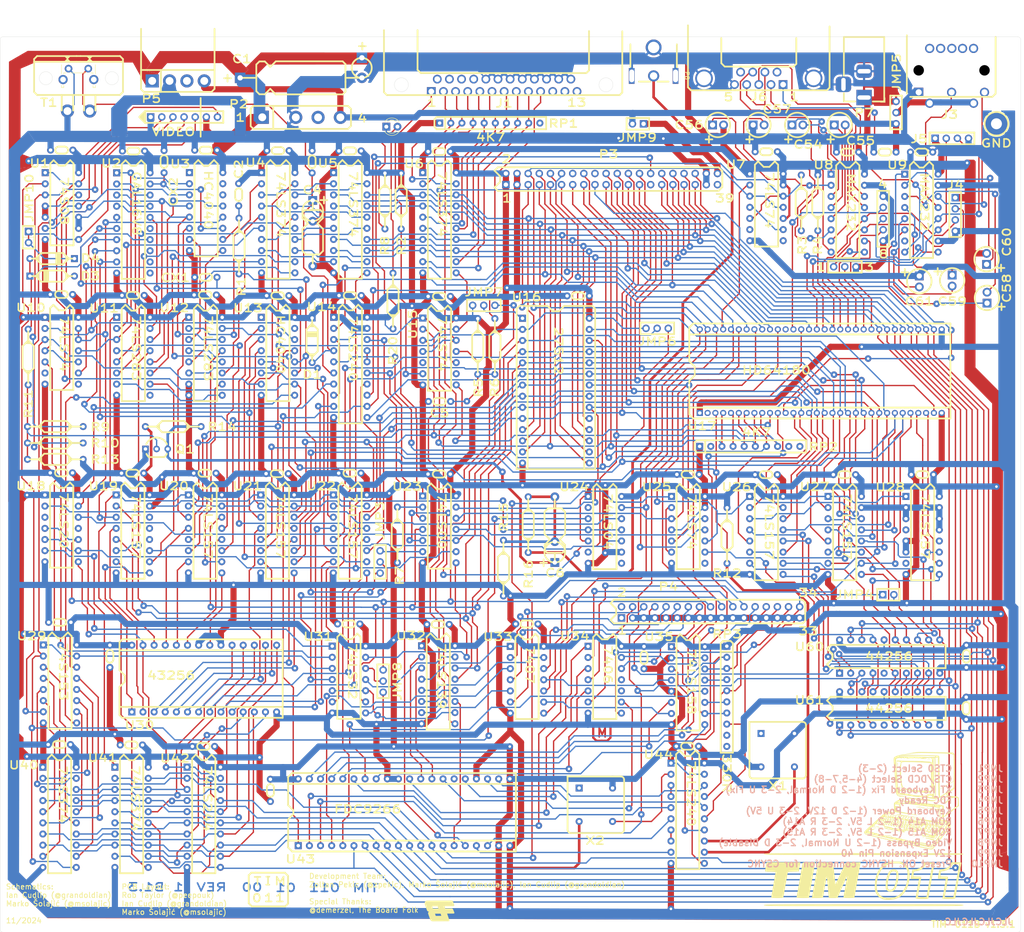
<source format=kicad_pcb>
(kicad_pcb (version 20240108) (generator "pcbnew") (generator_version "8.0")
  (layers (0 "F.Cu" signal) (31 "B.Cu" signal) (34 "B.Paste" user) (35 "F.Paste" user) (36 "B.SilkS" user "B.Silkscreen") (37 "F.SilkS" user "F.Silkscreen") (38 "B.Mask" user) (39 "F.Mask" user) (44 "Edge.Cuts" user))
  (net 0 "")
  (net 1 "GND")
  (net 2 "+5V")
  (net 3 "CLK")
  (net 4 "E")
  (net 5 "~{INT1}")
  (net 6 "RX1")
  (net 7 "/CPU/D2")
  (net 8 "/CPU/D1")
  (net 9 "/CPU/D6")
  (net 10 "~{LIR}")
  (net 11 "~{WAIT}")
  (net 12 "~{TEND0}")
  (net 13 "~{INT0}")
  (net 14 "TX1")
  (net 15 "TXS")
  (net 16 "ST")
  (net 17 "RX0")
  (net 18 "~{DREQ1}")
  (net 19 "/CPU/D7")
  (net 20 "~{BUSACK}")
  (net 21 "~{BUSREQ}")
  (net 22 "~{NMI}")
  (net 25 "~{TEND1}")
  (net 26 "TX0")
  (net 27 "/CPU/D0")
  (net 28 "~{WR}")
  (net 29 "FI")
  (net 30 "~{IOE}")
  (net 31 "~{DREQ0}")
  (net 32 "/CPU/D3")
  (net 33 "~{REF}")
  (net 34 "~{RESET}")
  (net 35 "~{INT2}")
  (net 36 "~{HALT}")
  (net 37 "~{CTS1}")
  (net 38 "~{RD}")
  (net 39 "~{DCD0}")
  (net 40 "/CPU/D5")
  (net 41 "~{ME}")
  (net 42 "/CPU/D4")
  (net 43 "~{RTS0}")
  (net 44 "~{CTS0}")
  (net 48 "Net-(D1-A)")
  (net 49 "J_RTS")
  (net 50 "J_CTS")
  (net 51 "J_RX")
  (net 52 "J_DCD")
  (net 53 "J_TX")
  (net 54 "K_TX")
  (net 55 "+12V")
  (net 56 "K_RX")
  (net 57 "X_CTS")
  (net 58 "X_DCD")
  (net 59 "/Addressing/A1")
  (net 60 "Net-(JMP9-Pin_1)")
  (net 61 "RESET")
  (net 62 "/Addressing/A3")
  (net 63 "/Addressing/A2")
  (net 65 "EXPSEL_O")
  (net 66 "/Addressing/A0")
  (net 67 "EXPSEL_2")
  (net 68 "/Addressing/A4")
  (net 69 "EXPSEL_3")
  (net 71 "Net-(U7A-Q)")
  (net 72 "Net-(R7-Pad2)")
  (net 73 "/RAM/MA6")
  (net 74 "/Addressing/A15")
  (net 75 "/Addressing/A5")
  (net 76 "/Addressing/A12")
  (net 77 "/RAM/MA4")
  (net 78 "/Addressing/A13")
  (net 79 "/RAM/MA5")
  (net 80 "/Addressing/A7")
  (net 81 "/RAM/MA7")
  (net 82 "/Addressing/A6")
  (net 83 "/Addressing/A14")
  (net 84 "/Addressing/A11")
  (net 85 "/Addressing/A9")
  (net 86 "/Addressing/A8")
  (net 87 "/RAM/MA0")
  (net 88 "/Addressing/A10")
  (net 89 "/RAM/MA1")
  (net 90 "/RAM/MA2")
  (net 91 "/RAM/MA3")
  (net 92 "Net-(U7A-~{S})")
  (net 95 "Net-(U8-C1-)")
  (net 96 "Net-(U8-C1+)")
  (net 97 "Net-(U8-C2+)")
  (net 98 "unconnected-(P2-Pin_3-Pad3)")
  (net 99 "Net-(JMP3-Pin_1)")
  (net 100 "IOE")
  (net 101 "Net-(U14-Pad16)")
  (net 102 "Net-(U14-Pad15)")
  (net 103 "/Addressing/A18")
  (net 104 "/Addressing/A17")
  (net 105 "/Addressing/A16")
  (net 106 "Net-(JMP3-Pin_2)")
  (net 107 "Net-(U23-Pad8)")
  (net 108 "Net-(JMP3-Pin_3)")
  (net 109 "Net-(U25B-D)")
  (net 110 "~{CAS}")
  (net 114 "/RAM/MA8")
  (net 116 "Net-(U32B-E)")
  (net 117 "Net-(U32B-O2)")
  (net 118 "SCROLL_O")
  (net 119 "PRINT_O")
  (net 120 "FDCDMA_0")
  (net 121 "FDCSEL_0")
  (net 122 "Net-(U3-~{CP})")
  (net 123 "HRESET")
  (net 124 "~{VSYNC}")
  (net 125 "VID1")
  (net 126 "VID2")
  (net 127 "~{HSYNC}")
  (net 128 "HQ8")
  (net 129 "HQ6")
  (net 130 "Net-(U29-Za)")
  (net 131 "Net-(U29-Zb)")
  (net 134 "Net-(U12-A1)")
  (net 135 "HQ7")
  (net 136 "Net-(U12-A3)")
  (net 137 "Net-(U11-A4)")
  (net 138 "Net-(U2-I03)")
  (net 139 "HQ9")
  (net 140 "Net-(U2-IO2)")
  (net 141 "Net-(U12-A2)")
  (net 143 "Net-(U11-B2)")
  (net 144 "Net-(U4-D2)")
  (net 145 "Net-(U4-D5)")
  (net 146 "Net-(U4-D3)")
  (net 147 "Net-(U4-D7)")
  (net 148 "Net-(U12-B3)")
  (net 149 "Net-(U4-D6)")
  (net 150 "Net-(U11-B4)")
  (net 151 "Net-(U12-B4)")
  (net 152 "Net-(U4-D0)")
  (net 153 "Net-(U4-D4)")
  (net 154 "Net-(U4-D1)")
  (net 155 "Net-(U11-B3)")
  (net 156 "Net-(U12-B1)")
  (net 157 "Net-(U11-B1)")
  (net 158 "Net-(U12-B2)")
  (net 161 "VIDCLK")
  (net 162 "Net-(U10A-Q)")
  (net 163 "VQ6")
  (net 164 "Net-(U11-S3)")
  (net 165 "Net-(U11-S2)")
  (net 167 "Net-(U11-C0)")
  (net 168 "Net-(U11-S4)")
  (net 169 "Net-(U11-S1)")
  (net 170 "Net-(U12-S3)")
  (net 171 "Net-(U12-S2)")
  (net 172 "Net-(U12-S1)")
  (net 173 "Net-(U12-S4)")
  (net 174 "Net-(U13-Q5)")
  (net 175 "VQ8")
  (net 176 "Net-(U13-Q4)")
  (net 178 "VIDCLK2")
  (net 180 "Net-(U13-Q2)")
  (net 181 "VQ4")
  (net 182 "Net-(U13-Q3)")
  (net 183 "Net-(U14-Pad7)")
  (net 184 "Net-(U18-Pad12)")
  (net 185 "Net-(U18-Pad2)")
  (net 186 "Net-(U41-OE)")
  (net 187 "~{VWR}")
  (net 191 "~{VIDCLK}")
  (net 192 "Net-(U29-I0a)")
  (net 193 "Net-(U29-Ea)")
  (net 194 "Net-(U29-I3b)")
  (net 195 "Net-(U29-I0b)")
  (net 196 "Net-(U29-I1a)")
  (net 197 "Net-(U29-I2b)")
  (net 198 "Net-(U29-I2a)")
  (net 199 "Net-(U29-I3a)")
  (net 200 "Net-(U29-I1b)")
  (net 201 "/Video/IO6")
  (net 202 "/Video/IO2")
  (net 203 "/Video/IO5")
  (net 204 "/Video/IO0")
  (net 205 "/Video/IO3")
  (net 206 "/Video/IO1")
  (net 207 "/Video/IO7")
  (net 208 "/Video/IO4")
  (net 209 "Net-(U8-C2-)")
  (net 210 "Net-(U8-VS+)")
  (net 211 "Net-(U8-VS-)")
  (net 212 "Net-(U9-C1+)")
  (net 213 "/Video/VA12")
  (net 214 "/Video/VA14")
  (net 215 "/Video/VA13")
  (net 216 "/Video/VA11")
  (net 217 "/Video/VA10")
  (net 218 "/Video/VA8")
  (net 219 "/Video/VA9")
  (net 220 "/Video/VA5")
  (net 221 "/Video/VA6")
  (net 222 "/Video/VA7")
  (net 223 "/Video/VA4")
  (net 224 "/Video/VA0")
  (net 225 "/Video/VA1")
  (net 226 "/Video/VA3")
  (net 227 "/Video/VA2")
  (net 231 "Net-(U43-TC)")
  (net 232 "Net-(U32A-A1)")
  (net 233 "Net-(U32A-A0)")
  (net 234 "CLK8")
  (net 236 "Net-(U43-INT)")
  (net 237 "fWGATE")
  (net 238 "fDRIVE1")
  (net 239 "fWRITEPROT")
  (net 240 "fREAD")
  (net 241 "fREADY")
  (net 243 "fINDEX")
  (net 244 "fDRIVE0")
  (net 245 "fMOTOR1")
  (net 246 "fDIR")
  (net 247 "fDRIVE2")
  (net 248 "fTRACK0")
  (net 249 "fDRIVE3")
  (net 250 "fSTEP")
  (net 251 "fSIDE1")
  (net 252 "fWDATA")
  (net 253 "Net-(U15B-C)")
  (net 255 "Net-(RP1-R6)")
  (net 257 "Net-(RP1-R2)")
  (net 259 "Net-(J1-Pad10)")
  (net 260 "Net-(RP1-R3)")
  (net 261 "Net-(U15A-~{Q})")
  (net 262 "Net-(RP1-R7)")
  (net 263 "Net-(RP1-R8)")
  (net 264 "Net-(RP1-R4)")
  (net 266 "Net-(RP1-R5)")
  (net 267 "Net-(RP1-R1)")
  (net 271 "fINUSE")
  (net 274 "Net-(RP3-R3)")
  (net 276 "Net-(RP3-R5)")
  (net 280 "Net-(U25A-~{R})")
  (net 281 "Net-(U25A-D)")
  (net 282 "Net-(U32A-O1)")
  (net 283 "Net-(U32A-O2)")
  (net 284 "Net-(U32A-O0)")
  (net 285 "Net-(U32A-O3)")
  (net 286 "Net-(U43-SIDE)")
  (net 287 "Net-(U43-HDL)")
  (net 289 "Net-(U43-WE)")
  (net 291 "Net-(U43-WDOUT)")
  (net 292 "Net-(U43-~{DSKD})")
  (net 293 "Net-(U43-IDX)")
  (net 294 "Net-(U43-RDY)")
  (net 295 "Net-(U44-Pad3)")
  (net 296 "Net-(U35-Zb)")
  (net 297 "Net-(U35-Za)")
  (net 298 "Net-(U35-S)")
  (net 299 "Net-(U35-Zd)")
  (net 300 "Net-(U35-Zc)")
  (net 301 "Net-(U35-I1b)")
  (net 302 "Net-(U35-I1a)")
  (net 304 "Net-(U10B-Q)")
  (net 305 "VQ3")
  (net 310 "Net-(D2-A)")
  (net 311 "Net-(J3-Pin_4)")
  (net 312 "Net-(JMP6-Pin_2)")
  (net 313 "Net-(JMP7-Pin_2)")
  (net 314 "Net-(JMP8-Pin_2)")
  (net 315 "Net-(U9-C1-)")
  (net 316 "Net-(U9-C2-)")
  (net 317 "Net-(U9-C2+)")
  (net 318 "Net-(U9-VS+)")
  (net 319 "Net-(U9-VS-)")
  (net 326 "Net-(X2-OUT)")
  (net 327 "Net-(X1-OUT)")
  (net 330 "Net-(U44-Pad7)")
  (net 332 "VQ5")
  (net 335 "~{CSYNC}")
  (net 337 "VRESET")
  (net 338 "Net-(C6-Pad2)")
  (net 339 "Net-(P8-In)")
  (net 340 "Net-(Q1-B)")
  (net 341 "/Video/OFFSETC")
  (footprint "011TIM:Electrolytic Capacitor Radial" (layer "F.Cu") (at 281.9 53.35 90)
    (property "Reference" "C55")
    (property "Value" "1uF")
  )
  (footprint "011TIM:DIP-14_W7.62mm" (layer "F.Cu") (at 225.72 172.27)
    (property "Reference" "U34")
    (property "Value" "74LS06")
  )
  (footprint "011TIM:MountingHole_M2.5" (layer "F.Cu") (at 257.302 214.122)
    (property "Reference" "H6" (hide yes))
    (property "Value" "MountingHole")
  )
  (footprint "011TIM:DIP-14_W7.62mm" (layer "F.Cu") (at 262.62 64.51)
    (property "Reference" "U7")
    (property "Value" "74LS74")
  )
  (footprint "011TIM:PinHeader_1x03 2.54mm" (layer "F.Cu") (at 281.77 85.7 90)
    (property "Reference" "JMP1" (hide yes))
    (property "Value" "Conn_01x03")
  )
  (footprint "011TIM:DIP-16_W7.62mm" (layer "F.Cu") (at 118.24 97.23)
    (property "Reference" "U11")
    (property "Value" "74LS283")
  )
  (footprint "011TIM:Ceramic Cap 5.08mm" (layer "F.Cu") (at 214.31 167.18 180)
    (property "Reference" "C30" (hide yes))
    (property "Value" "100nF" (hide yes))
  )
  (footprint "011TIM:DIP-16_W7.62mm" (layer "F.Cu") (at 134.61 137.75)
    (property "Reference" "U20")
    (property "Value" "74LS157")
  )
  (footprint "011TIM:DIP-14_W7.62mm" (layer "F.Cu") (at 188 137.98)
    (property "Reference" "U23")
    (property "Value" "74LS00")
  )
  (footprint "011TIM:Electrolytic Capacitor Radial" (layer "F.Cu") (at 254.15 53.35 90)
    (property "Reference" "C56")
    (property "Value" "1uF")
  )
  (footprint "011TIM:Ceramic Cap 5.08mm" (layer "F.Cu") (at 299.28 59.55)
    (property "Reference" "C62" (hide yes))
    (property "Value" "100nF" (hide yes))
  )
  (footprint "011TIM:Ceramic Cap 5.08mm" (layer "F.Cu") (at 173.99 59.27 180)
    (property "Reference" "C40" (hide yes))
    (property "Value" "100nF" (hide yes))
  )
  (footprint "011TIM:TIM_Oscillator_DIP-8" (layer "F.Cu") (at 223.71 204.61 -90)
    (property "Reference" "X2")
    (property "Value" "8MHz")
  )
  (footprint "011TIM:DIP-20_W7.62mm" (layer "F.Cu") (at 118.237 64.262)
    (property "Reference" "U2")
    (property "Value" "GAL16V8")
  )
  (footprint "011TIM:Resistor 12.7mm" (layer "F.Cu") (at 179.32 64.26 180)
    (property "Reference" "R8")
    (property "Value" "56K")
  )
  (footprint "011TIM:Ceramic Cap 5.08mm" (layer "F.Cu") (at 124.61 59.31 180)
    (property "Reference" "C29" (hide yes))
    (property "Value" "100nF" (hide yes))
  )
  (footprint "011TIM:PinHeader_2x20 2.54mm" (layer "F.Cu") (at 206.93 66.98)
    (property "Reference" "P3")
    (property "Value" "EXPAND")
  )
  (footprint "011TIM:Resistor 12.7mm" (layer "F.Cu") (at 206.35 147.99 180)
    (property "Reference" "R15")
    (property "Value" "10K")
  )
  (footprint "011TIM:MountingHole_M2.5" (layer "F.Cu") (at 174.25 46.228)
    (property "Reference" "H2" (hide yes))
    (property "Value" "MountingHole")
  )
  (footprint "011TIM:Ceramic Cap 5.08mm" (layer "F.Cu") (at 286.78 133.12 180)
    (property "Reference" "C51" (hide yes))
    (property "Value" "100nF" (hide yes))
  )
  (footprint "011TIM:PinHeader_1x03 2.54mm" (layer "F.Cu") (at 238.96 99.75 90)
    (property "Reference" "JMP6")
    (property "Value" "ROMA14")
  )
  (footprint "011TIM:Ceramic Cap 5.08mm" (layer "F.Cu") (at 141.1 88.1 180)
    (property "Reference" "CX1")
    (property "Value" "330pF" (hide yes))
  )
  (footprint "011TIM:Electrolytic Capacitor Axial or Radial" (layer "F.Cu") (at 146.31 42.69)
    (property "Reference" "C1")
    (property "Value" "22uF 25V")
  )
  (footprint "011TIM:Resistor 12.7mm" (layer "F.Cu") (at 204.58 110.32)
    (property "Reference" "R6")
    (property "Value" "100R")
  )
  (footprint "011TIM:P2" (layer "F.Cu") (at 151.43 51.6)
    (property "Reference" "P2")
    (property "Value" "POWER")
  )
  (footprint "011TIM:Electrolytic Capacitor Radial" (layer "F.Cu") (at 301.3 87.8)
    (property "Reference" "C61")
    (property "Value" "1uF")
  )
  (footprint "011TIM:PinHeader_1x04_2.54mm" (layer "F.Cu") (at 304.912 56.405 90)
    (property "Reference" "J5")
    (property "Value" "KBD")
  )
  (footprint "Button_Switch_THT:SW_Tactile_SPST_Angled_PTS645Vx58-2LFS" (layer "F.Cu") (at 107.24 40.51)
    (property "Reference" "T2" (hide yes))
    (property "Value" "RESET")
  )
  (footprint "011TIM:DIP-14_W7.62mm" (layer "F.Cu") (at 101.9 64.23)
    (property "Reference" "U1")
    (property "Value" "74LS08")
  )
  (footprint "011TIM:TO-92_Inline_Wide" (layer "F.Cu") (at 124.79 127.26)
    (property "Reference" "Q1")
    (property "Value" "BC557")
  )
  (footprint "011TIM:PinHeader_1x03 2.54mm" (layer "F.Cu") (at 296 53.08 180)
    (property "Reference" "JMP5")
    (property "Value" "KBPWR")
  )
  (footprint "011TIM:PinHeader_1x04_2.54mm" (layer "F.Cu") (at 309.5 69.945)
    (property "Reference" "J4")
    (property "Value" "SERIAL")
  )
  (footprint "011TIM:PinHeader_1x05_2.54mm_Alt" (layer "F.Cu") (at 293.06 69.64)
    (property "Reference" "JMP2" (hide yes))
    (property "Value" "~")
  )
  (footprint "011TIM:tim011logo" (layer "F.Cu") (at 288.570494 225.554507)
    (property "Reference" "G2" (hide yes))
    (property "Value" "TIM011 Logo" (hide yes))
  )
  (footprint "011TIM:Resistor 12.7mm" (layer "F.Cu") (at 124.67 122.25 -90)
    (property "Reference" "R14")
    (property "Value" "220R")
  )
  (footprint "011TIM:MountingHole_M2.5" (layer "F.Cu") (at 308.717 82.405)
    (property "Reference" "H9" (hide yes))
    (property "Value" "MountingHole")
  )
  (footprint "011TIM:DIP-16_W7.62mm" (layer "F.Cu") (at 298.28 138.09)
    (property "Reference" "U28")
    (property "Value" "74LS157")
  )
  (footprint "011TIM:DIP-16_W7.62mm" (layer "F.Cu") (at 101.51 171.97)
    (property "Reference" "U29")
    (property "Value" "74HC153")
  )
  (footprint "011TIM:Resistor 12.7mm" (layer "F.Cu") (at 274.29 64.68 180)
    (property "Reference" "R3")
    (property "Value" "4K7")
  )
  (footprint "011TIM:PinHeader_1x03 2.54mm" (layer "F.Cu") (at 199.42 94.5 90)
    (property "Reference" "JMP7")
    (property "Value" "ROMA15")
  )
  (footprint "011TIM:DIP-20_W7.62mm" (layer "F.Cu") (at 167.71 64.22)
    (property "Reference" "U5")
    (property "Value" "74LS374")
  )
  (footprint "011TIM:DIP-16_W7.62mm" (layer "F.Cu") (at 187.8 172.16)
    (property "Reference" "U32")
    (property "Value" "74LS139")
  )
  (footprint "011TIM:DIP-14_W7.62mm" (layer "F.Cu") (at 188.03 97.3925)
    (property "Reference" "U15")
    (property "Value" "74LS74")
  )
  (footprint "011TIM:PinHeader_1x03 2.54mm" (layer "F.Cu") (at 178.308 155.575 180)
    (property "Reference" "JMP3")
    (property "Value" "XT")
  )
  (footprint "011TIM:DIP-40_W15.24mm_Socket" (layer "F.Cu") (at 159.65 217.74)
    (property "Reference" "U43")
    (property "Value" "FDC9266")
  )
  (footprint "011TIM:MountingHole_M2.5" (layer "F.Cu") (at 100.584 51.943)
    (property "Reference" "H1" (hide yes))
    (property "Value" "MountingHole")
  )
  (footprint "011TIM:PRINTER" (layer "F.Cu") (at 223.2 45.53)
    (property "Reference" "J1")
    (property "Value" "PRINTER")
  )
  (footprint "011TIM:Diode 10.16mm" (layer "F.Cu") (at 162.85 97.26 -90)
    (property "Reference" "D1")
    (property "Value" "1N4148")
  )
  (footprint "011TIM:MountingHole_M2.5" (layer "F.Cu") (at 121.031 127.254)
    (property "Reference" "H4" (hide yes))
    (property "Value" "MountingHole")
  )
  (footprint "011TIM:Resistor 12.7mm" (layer "F.Cu") (at 98.13 112.74)
    (property "Reference" "R11")
    (property "Value" "5K1")
  )
  (footprint "011TIM:Ceramic Cap 5.08mm" (layer "F.Cu") (at 140.88 132.79 180)
    (property "Reference" "C19" (hide yes))
    (property "Value" "100nF" (hide yes))
  )
  (footprint "011TIM:3.96mm Header 4-Pin Edge" (layer "F.Cu") (at 126.319 43.307)
    (property "Reference" "P5")
    (property "Value" "POWER")
  )
  (footprint "011TIM:Ceramic Cap 5.08mm" (layer "F.Cu") (at 312 188.95 90)
    (property "Reference" "C25" (hide yes))
    (property "Value" "100nF" (hide yes))
  )
  (footprint "011TIM:PinHeader_2x17_2.54mm" (layer "F.Cu") (at 233.28 165.81)
    (property "Reference" "P4")
    (property "Value" "DISK")
  )
  (footprint "011TIM:Ceramic Cap 5.08mm" (layer "F.Cu") (at 312.04 177.11 90)
    (property "Reference" "C24" (hide yes))
    (property "Value" "100nF" (hide yes))
  )
  (footprint "011TIM:DIP-16_W7.62mm" (layer "F.Cu") (at 244.79 172.37)
    (property "Reference" "U35")
    (property "Value" "74LS158")
  )
  (footprint "011TIM:DIP-28_W15.24mm_Socket" (layer "F.Cu") (at 121.7 187.27 90)
    (property "Reference" "U30")
    (property "Value" "43256")
  )
  (footprint "011TIM:Electrolytic Capacitor Radial" (layer "F.Cu") (at 316.75 94 180)
    (property "Reference" "C58")
    (property "Value" "1uF")
  )
  (footprint "011TIM:Ceramic Cap 5.08mm" (layer "F.Cu") (at 226.04 92.34 180)
    (property "Reference" "C16" (hide yes))
    (property "Value" "100nF" (hide yes))
  )
  (footprint "011TIM:Resistor 12.7mm" (layer "F.Cu") (at 146.21 87.42)
    (property "Reference" "R1")
    (property "Value" "470R")
  )
  (footprint "011TIM:DIP-16_W7.62mm" (layer "F.Cu") (at 151.23 97.23)
    (property "Reference" "U13")
    (property "Value" "74HC4040")
  )
  (footprint "011TIM:Ceramic Cap 5.08mm" (layer "F.Cu") (at 194.07 167.28 180)
    (property "Reference" "C31" (hide yes))
    (property "Value" "100nF" (hide yes))
  )
  (footprint "011TIM:Electrolytic Capacitor Radial" (layer "F.Cu") (at 316.65 85.15 180)
    (property "Reference" "C60")
    (property "Value" "1uF")
  )
  (footprint "011TIM:Ceramic Cap 5.08mm" (layer "F.Cu") (at 140.97 92.13 180)
    (property "Reference" "C12" (hide yes))
    (property "Value" "100nF" (hide yes))
  )
  (footprint "011TIM:Resistor 12.7mm" (layer "F.Cu") (at 97.77 129.72 -90)
    (property "Reference" "R13")
    (property "Value" "1K")
  )
  (footprint "011TIM:DIP-20_W7.62mm" (layer "F.Cu") (at 117.83 199.84)
    (property "Reference" "U41")
    (property "Value" "74LS374")
  )
  (footprint "011TIM:DIP-16_W7.62mm" (layer "F.Cu") (at 134.7 97.23)
    (property "Reference" "U12")
    (property "Value" "74LS283")
  )
  (footprint "011TIM:Ceramic Cap 5.08mm" (layer "F.Cu") (at 157.38 132.89 180)
    (property "Reference" "C20" (hide yes))
    (property "Value" "100nF" (hide yes))
  )
  (footprint "011TIM:TP1" (layer "F.Cu") (at 106.995 50.17)
    (property "Reference" "T1")
    (property "Value" "RESET")
    (fp_circle (center -4.93 -7.48) (end -3.43 -7.48) (stroke (width 0.05)) (fill none) (layer "Edge.Cuts"))
    (fp_circle (center 10.14 -7.48) (end 11.64 -7.48) (stroke (width 0.05)) (fill none) (layer "Edge.Cuts"))
  )
  (footprint "011TIM:DIP-16_W7.62mm" (layer "F.Cu") (at 281.21 64.58)
    (property "Reference" "U8")
    (property "Value" "MAX232")
  )
  (footprint "011TIM:PinHeader_1x02 2.54mm" (layer "F.Cu") (at 98.12 77.66)
    (property "Reference" "JMP10")
    (property "Value" "C/HSYNC" (hide yes))
  )
  (footprint "011TIM:SERIAL9" (layer "F.Cu") (at 270.235 44.14 180)
    (property "Reference" "J6")
    (property "Value" "RS-232/9")
  )
  (footprint "011TIM:DIP-16_W7.62mm" (layer "F.Cu") (at 298.01 64.58)
    (property "Reference" "U9")
    (property "Value" "MAX232")
  )
  (footprint "011TIM:DIP-20_W7.62mm" (layer "F.Cu") (at 167.74 97.21)
    (property "Reference" "U14")
    (property "Value" "74LS240")
  )
  (footprint "011TIM:DIP-20_W7.62mm" (layer "F.Cu") (at 283.1125 190.23 90)
    (property "Reference" "U61")
    (property "Value" "44256")
  )
  (footprint "011TIM:Ceramic Cap 5.08mm" (layer "F.Cu") (at 268.91 133.12 180)
    (property "Reference" "C52" (hide yes))
    (property "Value" "100nF" (hide yes))
  )
  (footprint "011TIM:BF8" (layer "F.Cu") (at 191.925 232.7)
    (property "Reference" "G1" (hide yes))
    (property "Value" "Board Folk Logo" (hide yes))
  )
  (footprint "011TIM:Ceramic Cap 5.08mm" (layer "F.Cu") (at 194.34 59.42 180)
    (property "Reference" "C41" (hide yes))
    (property "Value" "100nF" (hide yes))
  )
  (footprint "011TIM:DIP-16_W7.62mm" (layer "F.Cu") (at 151.11 137.75)
    (property "Reference" "U21")
    (property "Value" "74LS157")
  )
  (footprint "011TIM:Resistor 12.7mm" (layer "F.Cu") (at 182.335 153.32)
    (property "Reference" "R7")
    (property "Value" "4K7")
  )
  (footprint "011TIM:Ceramic Cap 5.08mm" (layer "F.Cu") (at 157.5 92.29 180)
    (property "Reference" "C13" (hide yes))
    (property "Value" "100nF" (hide yes))
  )
  (footprint "011TIM:Ceramic Cap 5.08mm" (layer "F.Cu") (at 153.28 202.6 -90)
    (property "Reference" "C43" (hide yes))
    (property "Value" "100nF" (hide yes))
  )
  (footprint "011TIM:DIP-20_W7.62mm" (layer "F.Cu") (at 283.1025 178.39 90)
    (property "Reference" "U60")
    (property "Value" "44256")
  )
  (footprint "011TIM:Ceramic Cap 5.08mm" (layer "F.Cu") (at 108.17 92.02 180)
    (property "Reference" "C10" (hide yes))
    (property "Value" "100nF" (hide yes))
  )
  (footprint "011TIM:Ceramic Cap 5.08mm" (layer "F.Cu") (at 173.69 167.18 180)
    (property "Reference" "C32" (hide yes))
    (property "Value" "100nF" (hide yes))
  )
  (footprint "011TIM:MountingHole_M2.5" (layer "F.Cu") (at 320.04 226.822)
    (property "Reference" "H7" (hide yes))
    (property "Value" "MountingHole")
  )
  (footprint "011TIM:Resistor 12.7mm" (layer "F.Cu") (at 97.77 122.25 -90)
    (property "Reference" "R9")
    (property "Value" "2K2")
  )
  (footprint "011TIM:Ceramic Cap 5.08mm" (layer "F.Cu") (at 194.32 133 180)
    (property "Reference" "C22" (hide yes))
    (property "Value" "100nF" (hide yes))
  )
  (footprint "011TIM:Ceramic Cap 5.08mm" (layer "F.Cu") (at 174.02 92.26 180)
    (property "Reference" "C14" (hide yes))
    (property "Value" "100nF" (hide yes))
  )
  (footprint "011TIM:Ceramic Cap 5.08mm" (layer "F.Cu") (at 107.78 166.8 180)
    (property "Reference" "C23" (hide yes))
    (property "Value" "100nF" (hide yes))
  )
  (footprint "011TIM:Ceramic Cap 5.08mm" (layer "F.Cu") (at 129.032 64.262 90)
    (property "Reference" "CX2" (hide yes))
    (property "Value" "330pF" (hide yes))
  )
  (footprint "011TIM:Ceramic Cap 5.08mm" (layer "F.Cu") (at 287.48 59.55 180)
    (property "Reference" "C49" (hide yes))
    (property "Value" "100nF" (hide yes))
  )
  (footprint "011TIM:MountingHole_M2.5" (layer "F.Cu") (at 305.689 159.639)
    (property "Reference" "H8" (hide yes))
    (property "Value" "MountingHole")
  )
  (footprint "011TIM:Ceramic Cap 5.08mm" (layer "F.Cu") (at 251.08 133.07 180)
    (property "Reference" "C53" (hide yes))
    (property "Value" "100nF" (hide yes))
  )
  (footprint "011TIM:Ceramic Cap 5.08mm" (layer "F.Cu") (at 268.94 59.46 180)
    (property "Reference" "C48" (hide yes))
    (property "Value" "100nF" (hide yes))
  )
  (footprint "011TIM:Ceramic Cap 5.08mm" (layer "F.Cu") (at 116.67 172.02 -90)
    (property "Reference" "C42" (hide yes))
    (property "Value" "100nF" (hide yes))
  )
  (footprint "011TIM:Electrolytic Capacitor Axial or Radial Alt" (layer "F.Cu") (at 218.17 153.1 180)
    (property "Reference" "C6")
    (property "Value" "470uF 25v")
  )
  (footprint "011TIM:TIM_Oscillator_DIP-8" (layer "F.Cu") (at 265.2 192.16 -90)
    (property "Reference" "X1")
    (property "Value" "12.288MHz")
  )
  (footprint "011TIM:DIP-28_W15.24mm_Socket" (layer "F.Cu") (at 210.78 97.47)
    (property "Reference" "U16")
    (property "Value" "27128")
  )
  (footprint "011TIM:TIM_MountingHole_2.5mm_Pad" (layer "F.Cu") (at 318.897 53.086)
    (property "Reference" "H3" (hide yes))
    (property "Value" "GND")
  )
  (footprint "011TIM:DIP-16_W7.62mm" (layer "F.Cu") (at 262.64 138.09)
    (property "Reference" "U26")
    (property "Value" "74LS157")
  )
  (footprint "011TIM:Resistor 12.7mm" (layer "F.Cu") (at 181.34 99.95)
    (property "Reference" "R20")
    (property "Value" "1K")
  )
  (footprint "011TIM:DIP-64_1.78mm Pitch_Socket" (layer "F.Cu") (at 251.24 99.97)
    (property "Reference" "U17")
    (property "Value" "HD64180")
  )
  (footprint "011TIM:MountingHole_M2.5" (layer "F.Cu") (at 113.284 223.012)
    (property "Reference" "H5" (hide yes))
    (property "Value" "MountingHole")
  )
  (footprint "011TIM:DIP-20_W7.62mm" (layer "F.Cu") (at 134.29 199.83)
    (property "Reference" "U42")
    (property "Value" "74LS244")
  )
  (footprint "011TIM:DIP-20_W7.62mm" (layer "F.Cu") (at 244.68 198.91)
    (property "Reference" "U44")
    (property "Value" "74LS240")
  )
  (footprint "011TIM:Resistor 12.7mm" (layer "F.Cu") (at 183.03 64.27 180)
    (property "Reference" "R2")
    (property "Value" "4K7")
  )
  (footprint "LED_THT:LED_D3.0mm" (layer "F.Cu") (at 179.725 53.75)
    (property "Reference" "D2" (hide yes))
    (property "Value" "POWER" (hide yes))
  )
  (footprint "011TIM:Ceramic Cap 5.08mm" (layer "F.Cu") (at 108.15 132.71 180)
    (property "Reference" "C17" (hide yes))
    (property "Value" "100nF" (hide yes))
  )
  (footprint "011TIM:Electrolytic Capacitor Radial" (layer "F.Cu") (at 263.4 53.35 90)
    (property "Reference" "C57")
    (property "Value" "1uF")
  )
  (footprint "011TIM:R_Array_SIP10" (layer "F.Cu") (at 251.21 126.65)
    (property "Reference" "RP2")
    (property "Value" "4K7")
  )
  (footprint "011TIM:Ceramic Cap 5.08mm" (layer "F.Cu") (at 296 59.55 180)
    (property "Reference" "C8" (hide yes))
    (property "Value" "100nF" (hide yes))
  )
  (footprint "011TIM:R_Array_SIP10" (layer "F.Cu") (at 257.41 172.26 -90)
    (property "Reference" "RP3")
    (property "Value" "330R")
  )
  (footprint "011TIM:Electrolytic Capacitor Radial" (layer "F.Cu") (at 308.8 87.6)
    (property "Reference" "C59")
    (property "Value" "1uF")
  )
  (footprint "011TIM:PinHeader_1x02 2.54mm" (layer "F.Cu") (at 292.96 160.5 90)
    (property "Reference" "JMP4")
    (property "Value" "FDC Ready")
  )
  (footprint "011TIM:DIP-14_W7.62mm" (layer "F.Cu") (at 244.76 138.08)
    (property "Reference" "U25")
    (property "Value" "74LS74")
  )
  (footprint "011TIM:Ceramic Cap 5.08mm" (layer "F.Cu") (at 194.4 116.425 180)
    (property "Reference" "C5")
    (property "Value" "2n2" (hide yes))
  )
  (footprint "011TIM:DIP-16_W7.62mm" (layer "F.Cu") (at 134.84 64.22)
    (property "Reference" "U3")
    (property "Value" "74HC4040")
  )
  (footprint "011TIM:Ceramic Cap 5.08mm" (layer "F.Cu") (at 173.94 132.78 180)
    (property "Reference" "C21" (hide yes))
    (property "Value" "100nF" (hide yes))
  )
  (footprint "011TIM:DIP-20_W7.62mm" (layer "F.Cu") (at 101.4 199.84)
    (property "Reference" "U40")
    (property "Value" "74LS374")
  )
  (footprint "011TIM:tim011_picture" (layer "F.Cu") (at 299.428022 207.574674)
    (property "Reference" "G3" (hide yes))
    (property "Value" "TIM011 Picture" (hide yes))
  )
  (footprint "011TIM:PinHeader_1x07 2.54mm VIDEO" (layer "F.Cu") (at 125.97 51.52)
    (property "Reference" "P1" (hide yes))
    (property "Value" "VIDEO")
  )
  (footprint "011TIM:PinHeader_1x02 2.54mm" (layer "F.Cu") (at 238.405 53.1 -90)
    (property "Reference" "JMP9")
    (property "Value" "12VEXP")
  )
  (footprint "011TIM:Ceramic Cap 5.08mm" (layer "F.Cu") (at 108.22 59.09 180)
    (property "Reference" "C28" (hide yes))
    (property "Value" "100nF" (hide yes))
  )
  (footprint "011TIM:DIP-16_W7.62mm" (layer "F.Cu") (at 118.13 137.75)
    (property "Reference" "U19")
    (property "Value" "74LS157")
  )
  (footprint "011TIM:DIP-14_W7.62mm" (layer "F.Cu") (at 207.99 172.28)
    (property "Reference" "U33")
    (property "Value" "74LS07")
  )
  (footprint "011TIM:DIP-14_W7.62mm" (layer "F.Cu") (at 101.85 97.23)
    (property "Reference" "U10")
    (property "Value" "74LS74")
  )
  (footprint "011TIM:Ceramic Cap 5.08mm" (layer "F.Cu") (at 250.96 195.07 180)
    (property "Reference" "C36" (hide yes))
    (property "Value" "100nF" (hide yes))
  )
  (footprint "011TIM:DIP-20_W7.62mm" (layer "F.Cu") (at 151.28 64.22)
    (property "Reference" "U4")
    (property "Value" "74LS374")
  )
  (footprint "011TIM:PinHeader_1x03 2.54mm" (layer "F.Cu") (at 179 177.67)
    (property "Reference" "JMP8")
    (property "Value" "NOVID")
  )
  (footprint "011TIM:TIM_BarrelJack_Horizontal" (layer "F.Cu") (at 288.7 47.1 -90)
    (property "Reference" "P7")
    (property "Value" "5V Jack" (hide yes))
  )
  (footprint "011TIM:Ceramic Cap 5.08mm" (layer "F.Cu") (at 304.55 133.1 180)
    (property "Reference" "C50" (hide yes))
    (property "Value" "100nF" (hide yes))
  )
  (footprint "011TIM:Ceramic Cap 5.08mm" (layer "F.Cu") (at 124.4 132.79 180)
    (property "Reference" "C18" (hide yes))
    (property "Value" "100nF" (hide yes))
  )
  (footprint "011TIM:Ceramic Cap 5.08mm" (layer "F.Cu") (at 146.05 71.8 90)
    (property "Reference" "C2")
    (property "Value" "1nF" (hide yes))
  )
  (footprint "011TIM:Ceramic Cap 5.08mm" (layer "F.Cu") (at 124.11 194.78 180)
    (property "Reference" "C34" (hide yes))
    (property "Value" "100nF" (hide yes))
  )
  (footprint "011TIM:Ceramic Cap 5.08mm" (layer "F.Cu") (at 124.51 92.23 180)
    (property "Reference" "C11" (hide yes))
    (property "Value" "100nF" (hide yes))
  )
  (footprint "011TIM:Ceramic Cap 5.08mm" (layer "F.Cu") (at 162.8 64.3 90)
    (property "Reference" "C3" (hide yes))
    (property "Value" "100nF" (hide yes))
  )
  (footprint "011TIM:Diode 10.16mm" (layer "F.Cu") (at 108.72 83.89 180)
    (property "Reference" "D4")
    (property "Value" "1N4148" (hide yes))
  )
  (footprint "011TIM:Resistor 12.7mm" (layer "F.Cu") (at 212.01 138.08 180)
    (property "Reference" "R16")
    (property "Value" "68R")
  )
  (footprint "011TIM:Electrolytic Capacitor Radial" (layer "F.Cu") (at 272.25 53.35 90)
    (property "Reference" "C54")
    (property "Value" "1uF")
  )
  (footprint "011TIM:Resistor 12.7mm" (layer "F.Cu") (at 278.07 64.67 180)
    (property "Reference" "R4")
    (property "Value" "4K7")
  )
  (footprint "011TIM:R_Array_SIP10" (layer "F.Cu") (at 191.9 52.91)
    (property "Reference" "RP1")
    (property "Value" "4K7")
  )
  (footprint "011TIM:Resistor 12.7mm" (layer "F.Cu") (at 257.36 140.57 180)
    (property "Reference" "R12")
    (property "Value" "470R")
  )
  (footprint "011TIM:Diode 10.16mm" (layer "F.Cu") (at 98.3 87.78)
    (property "Reference" "D3")
    (property "Value" "1N4148" (hide yes))
  )
  (footprint "011TIM:KEYBOARD2" (layer "F.Cu") (at 301.165 45.905)
    (property "Reference" "J3")
    (property "Value" "TASTATURA")
  )
  (footprint "011TIM:DIP-14_W7.62mm" (layer "F.Cu") (at 225.75 138.08)
    (property "Reference" "U24")
    (property "Value" "74LS04")
  )
  (footprint "011TIM:RCA2" (layer "F.Cu") (at 240.7 42.16)
    (property "Reference" "P8")
    (property "Value" "Composite")
  )
  (footprint "011TIM:Ceramic Cap 5.08mm" (layer "F.Cu") (at 140.57 195.11 180)
    (property "Reference" "C33" (hide yes))
    (property "Value" "100nF" (hide yes))
  )
  (footprint "011TIM:DIP-14_W7.62mm" (layer "F.Cu") (at 167.37 172.23)
    (property "Reference" "U31")
    (property "Value" "74LS32")
  )
  (footprint "011TIM:Ceramic Cap 5.08mm" (layer "F.Cu") (at 238.5 172.32 -90)
    (property "Reference" "C44" (hide yes))
    (property "Value" "100nF" (hide yes))
  )
  (footprint "011TIM:DIP-16_W7.62mm" (layer "F.Cu") (at 280.51 138.09)
    (property "Reference" "U27")
    (property "Value" "74LS157")
  )
  (footprint "011TIM:DIP-16_W7.62mm" (layer "F.Cu") (at 167.67 137.75)
    (property "Reference" "U22")
    (property "Value" "74LS157")
  )
  (footprint "011TIM:DIP-20_W7.62mm" (layer "F.Cu") (at 188.06 64.22)
    (property "Reference" "U6")
    (property "Value" "74LS374")
  )
  (footprint "011TIM:Ceramic Cap 5.08mm" (layer "F.Cu") (at 194.35 92.46 180)
    (property "Reference" "C15" (hide yes))
    (property "Value" "100nF" (hide yes))
  )
  (footprint "011TIM:Ceramic Cap 5.08mm" (layer "F.Cu") (at 141.11 59.11 180)
    (property "Reference" "C38" (hide yes))
    (property "Value" "100nF" (hide yes))
  )
  (footprint "011TIM:Ceramic Cap 5.08mm" (layer "F.Cu") (at 107.68 194.69 180)
    (property "Reference" "C35" (hide yes))
    (property "Value" "100nF" (hide yes))
  )
  (footprint "011TIM:Resistor 12.7mm" (layer "F.Cu") (at 200.5 97.42 180)
    (property "Reference" "R5")
    (property "Value" "4K7")
  )
  (footprint "011TIM:MountingHole_M2.5" (layer "F.Cu") (at 235.331 120.904)
    (property "Reference" "H10" (hide yes))
    (property "Value" "MountingHole")
  )
  (footprint "011TIM:DIP-14_W7.62mm" (layer "F.Cu") (at 101.83 137.75)
    (property "Reference" "U18")
    (property "Value" "74LS20")
  )
  (footprint "011TIM:Electrolytic Capacitor Axial or Radial Alt" (layer "F.Cu") (at 162.93 70.62)
    (property "Reference" "C4")
    (property "Value" "10uF")
  )
  (footprint "011TIM:Resistor 12.7mm" (layer "F.Cu") (at 97.77 125.99 -90)
    (property "Reference" "R10")
    (property "Value" "1K5")
  )
  (footprint "011TIM:Ceramic Cap 5.08mm" (layer "F.Cu") (at 157.56 59.21 180)
    (property "Reference" "C39" (hide yes))
    (property "Value" "100nF" (hide yes))
  )
  (gr_line (start 227.65 193.83) (end 226.92 193.1) (stroke (width 0.5)) (layer "F.Cu"))
  (gr_line (start 228.89 193.83) (end 227.65 193.83) (stroke (width 0.5)) (layer "F.Cu"))
  (gr_line (start 228.89 193.83) (end 230.13 193.83) (stroke (width 0.5)) (layer "F.Cu"))
  (gr_line (start 230.13 193.83) (end 230.86 193.1) (stroke (width 0.5)) (layer "F.Cu"))
  (gr_line (start 230.86 190.76) (end 230.16 190.06) (stroke (width 0.5)) (layer "F.Cu"))
  (gr_line (start 226.92 193.1) (end 226.92 190.76) (stroke (width 0.5)) (layer "F.Cu"))
  (gr_line (start 227.62 190.06) (end 230.16 190.06) (stroke (width 0.5)) (layer "F.Cu"))
  (gr_line (start 230.86 193.1) (end 230.86 190.76) (stroke (width 0.5)) (layer "F.Cu"))
  (gr_line (start 226.92 190.76) (end 227.62 190.06) (stroke (width 0.5)) (layer "F.Cu"))
  (gr_line (start 149.89 223.92) (end 156.58 223.92) (stroke (width 0.4)) (layer "F.SilkS"))
  (gr_line (start 152.325 226.65) (end 153.055 226.65) (stroke (width 0.35)) (layer "F.SilkS"))
  (gr_line (start 186.85 40.77) (end 187.6 41.52) (stroke (width 0.4)) (layer "F.SilkS"))
  (gr_line (start 157.31 230.96) (end 156.66 231.61) (stroke (width 0.4)) (layer "F.SilkS"))
  (gr_line (start 225.35 41.52) (end 225.96 40.91) (stroke (width 0.4)) (layer "F.SilkS"))
  (gr_line (start 186.85 31.73) (end 186.85 40.77) (stroke (width 0.4)) (layer "F.SilkS"))
  (gr_line (start 179.85 46.54) (end 232.95 46.54) (stroke (width 0.4)) (layer "F.SilkS"))
  (gr_line (start 149.89 223.92) (end 149.89 223.92) (stroke (width 0.4)) (layer "F.SilkS"))
  (gr_line (start 298.46 46.18) (end 298.46 32.91) (stroke (width 0.4)) (layer "F.SilkS"))
  (gr_line (start 299.22 46.94) (end 317.96 46.94) (stroke (width 0.4)) (layer "F.SilkS"))
  (gr_line (start 152.345 224.82) (end 153.075 224.82) (stroke (width 0.35)) (layer "F.SilkS"))
  (gr_line (start 318.71 46.19) (end 318.71 33.26) (stroke (width 0.4)) (layer "F.SilkS"))
  (gr_line (start 225.96 40.91) (end 225.96 31.94) (stroke (width 0.4)) (layer "F.SilkS"))
  (gr_line (start 149.07 231.61) (end 148.34 230.88) (stroke (width 0.4)) (layer "F.SilkS"))
  (gr_line (start 179.19 45.88) (end 179.85 46.54) (stroke (width 0.4)) (layer "F.SilkS"))
  (gr_line (start 98.34 78.96) (end 99.45 78.96) (stroke (width 0.1)) (layer "F.SilkS"))
  (gr_line (start 317.96 46.94) (end 318.71 46.19) (stroke (width 0.4)) (layer "F.SilkS"))
  (gr_line (start 148.34 224.51) (end 148.93 223.92) (stroke (width 0.4)) (layer "F.SilkS"))
  (gr_line (start 156.66 231.61) (end 149.07 231.61) (stroke (width 0.4)) (layer "F.SilkS"))
  (gr_line (start 232.95 46.54) (end 233.55 45.94) (stroke (width 0.4)) (layer "F.SilkS"))
  (gr_line (start 156.58 223.92) (end 157.31 224.65) (stroke (width 0.4)) (layer "F.SilkS"))
  (gr_line (start 187.6 41.52) (end 225.35 41.52) (stroke (width 0.4)) (layer "F.SilkS"))
  (gr_line (start 148.93 223.92) (end 149.89 223.92) (stroke (width 0.4)) (layer "F.SilkS"))
  (gr_line (start 233.55 45.94) (end 233.55 32) (stroke (width 0.4)) (layer "F.SilkS"))
  (gr_line (start 157.31 224.65) (end 157.31 230.96) (stroke (width 0.4)) (layer "F.SilkS"))
  (gr_line (start 179.19 31.74) (end 179.19 45.88) (stroke (width 0.4)) (layer "F.SilkS"))
  (gr_line (start 96.79 78.96) (end 97.9 78.96) (stroke (width 0.1)) (layer "F.SilkS"))
  (gr_line (start 148.34 230.88) (end 148.34 224.51) (stroke (width 0.4)) (layer "F.SilkS"))
  (gr_line (start 324.42 33.89) (end 324.42 236.83) (stroke (width 0.05)) (layer "Edge.Cuts"))
  (gr_arc (start 91.629999 33.889999) (mid 91.817451 33.437451) (end 92.269999 33.249999) (stroke (width 0.05)) (layer "Edge.Cuts"))
  (gr_line (start 323.78 237.47) (end 92.272548 237.467452) (stroke (width 0.05)) (layer "Edge.Cuts"))
  (gr_line (start 92.269999 33.249999) (end 323.78 33.25) (stroke (width 0.05)) (layer "Edge.Cuts"))
  (gr_arc (start 324.42 236.83) (mid 324.232548 237.282548) (end 323.78 237.47) (stroke (width 0.05)) (layer "Edge.Cuts"))
  (gr_arc (start 323.78 33.25) (mid 324.232548 33.437452) (end 324.42 33.89) (stroke (width 0.05)) (layer "Edge.Cuts"))
  (gr_circle (center 229.825076 44.19) (end 231.425076 44.19) (stroke (width 0.05)) (fill none) (layer "Edge.Cuts"))
  (gr_arc (start 92.272548 237.467452) (mid 91.82 237.28) (end 91.632548 236.827452) (stroke (width 0.05)) (layer "Edge.Cuts"))
  (gr_line (start 91.632548 236.827452) (end 91.629999 33.889999) (stroke (width 0.05)) (layer "Edge.Cuts"))
  (gr_circle (center 183.165076 44.19) (end 184.765076 44.19) (stroke (width 0.05)) (fill none) (layer "Edge.Cuts"))
  (gr_text "M" (at 227.56 193.18 0) (layer "F.Cu") (effects (font (size 2 2) (thickness 0.4) (bold yes)) (justify left bottom)))
  (gr_text "01" (at 159.39 228.41 0) (layer "B.Cu") (effects (font (size 1.8 2.5) (thickness 0.36) (bold yes)) (justify left bottom mirror)))
  (gr_text "REV" (at 143.55 228.29 0) (layer "B.Cu") (effects (font (size 1.8 2.5) (thickness 0.36) (bold yes)) (justify left bottom mirror)))
  (gr_text "1 B1.3" (at 133.7 228.26 0) (layer "B.Cu") (effects (font (size 1.8 2.5) (thickness 0.36) (bold yes)) (justify left bottom mirror)))
  (gr_text "011" (at 169.42 228.42 0) (layer "B.Cu") (effects (font (size 1.8 2.5) (thickness 0.36) (bold yes)) (justify left bottom mirror)))
  (gr_text "00" (at 151.7 228.31 0) (layer "B.Cu") (effects (font (size 1.8 2.5) (thickness 0.36) (bold yes)) (justify left bottom mirror)))
  (gr_text "TIM" (at 178.2 228.47 0) (layer "B.Cu") (effects (font (size 1.8 2.5) (thickness 0.36) (bold yes)) (justify left bottom mirror)))
  (gr_text "JLCJLCJLCJLC" (at 322.75 236 0) (layer "B.SilkS") (effects (font (size 1.5 1.5) (thickness 0.3) (bold yes)) (justify left bottom mirror)))
  (gr_text "JMP1	CTS0 Select (2-3)\nJMP2	CTS/DCD Select (4-5,7-8)\nJMP3	XT Keyboard Fix (1-2 D Normal, 2-3 U Fix)\nJMP4	FDC Ready\nJMP5	Keyboard Power (1-2 D 12V, 2-3 U 5V)\nJMP6	ROM A14 (1-2 L 5V, 2-3 R A14)\nJMP7	ROM A15 (1-2 L 5V, 2-3 R A15)\nJMP8	Video Bypass (1-2 U Normal, 2-3 D Disable)\nJMP9	12V Expansion Pin 40\nJMP10	Preset ON. HSYNC connection for CSYNC" (at 320.58 222.77 0) (layer "B.SilkS") (effects (font (size 1.5 1.5) (thickness 0.3) (bold yes)) (justify left bottom mirror)))
  (gr_text "2" (at 232.15 161.05 0) (layer "F.SilkS") (effects (font (size 1.8 2.3) (thickness 0.36) (bold yes)) (justify left bottom)))
  (gr_text "1" (at 188.77 49.32 0) (layer "F.SilkS") (effects (font (size 1.8 2.3) (thickness 0.36) (bold yes)) (justify left bottom)))
  (gr_text "44256" (at 288.7 175.63 0) (layer "F.SilkS") (effects (font (size 1.8 2.3) (thickness 0.36) (bold yes)) (justify left bottom)))
  (gr_text "74LS157" (at 154.49 137.14 270) (layer "F.SilkS") (effects (font (size 1.8 2.3) (thickness 0.36) (bold yes)) (justify left bottom)))
  (gr_text "0" (at 148.86 230.77 0) (layer "F.SilkS") (effects (font (size 1.8 2.3) (thickness 0.36) (bold yes)) (justify left bottom)))
  (gr_text "1" (at 232.2 169.69 0) (layer "F.SilkS") (effects (font (size 1.8 2.3) (thickness 0.36) (bold yes)) (justify left bottom)))
  (gr_text "74LS157" (at 121.55 137.17 270) (layer "F.SilkS") (effects (font (size 1.8 2.3) (thickness 0.36) (bold yes)) (justify left bottom)))
  (gr_text "74LS374" (at 191.38 63.66 270) (layer "F.SilkS") (effects (font (size 1.8 2.3) (thickness 0.36) (bold yes)) (justify left bottom)))
  (gr_text "74LS283" (at 138.02 96.6 270) (layer "F.SilkS") (effects (font (size 1.8 2.3) (thickness 0.36) (bold yes)) (justify left bottom)))
  (gr_text "44256" (at 288.65 187.5 0) (layer "F.SilkS") (effects (font (size 1.8 2.3) (thickness 0.36) (bold yes)) (justify left bottom)))
  (gr_text "TIM-011B v1.3.1\n" (at 323.4 236.55 0) (layer "F.SilkS") (effects (font (size 1.5 1.5) (thickness 0.3) (bold yes)) (justify right bottom)))
  (gr_text "Development Team: \nZoltan Pekic (@zpekic), Marko Šolajić (@msolajic), Ian Cudlip (@grandoldian)\n\nSpecial Thanks: \n@demerzel, The Board Folk\n" (at 162 224 0) (layer "F.SilkS") (effects (font (size 1.2 1.2) (thickness 0.2) (bold yes)) (justify left top)))
  (gr_text "74LS04" (at 229.22 137.25 270) (layer "F.SilkS") (effects (font (size 1.8 2.3) (thickness 0.36) (bold yes)) (justify left bottom)))
  (gr_text "34" (at 273.51 161.11 0) (layer "F.SilkS") (effects (font (size 1.8 2.3) (thickness 0.36) (bold yes)) (justify left bottom)))
  (gr_text "2" (at 205.78 62.2 0) (layer "F.SilkS") (effects (font (size 1.8 2.3) (thickness 0.36) (bold yes)) (justify left bottom)))
  (gr_text "74S153" (at 104.98 171.28 270) (layer "F.SilkS") (effects (font (size 1.8 2.3) (thickness 0.36) (bold yes)) (justify left bottom)))
  (gr_text "74LS157" (at 283.74 137.25 270) (layer "F.SilkS") (effects (font (size 1.8 2.3) (thickness 0.36) (bold yes)) (justify left bottom)))
  (gr_text "4K7" (at 260.57 124.48 0) (layer "F.SilkS") (effects (font (size 1.8 2.3) (thickness 0.36) (bold yes)) (justify left bottom)))
  (gr_text "74LS74" (at 105.15 96.61 270) (layer "F.SilkS") (effects (font (size 1.8 2.3) (thickness 0.36) (bold yes)) (justify left bottom)))
  (gr_text "13" (at 220.74 49.32 0) (layer "F.SilkS") (effects (font (size 1.8 2.3) (thickness 0.36) (bold yes)) (justify left bottom)))
  (gr_text "74LS00" (at 191.27 137.13 270) (layer "F.SilkS") (effects (font (size 1.8 2.3) (thickness 0.36) (bold yes)) (justify left bottom)))
  (gr_text "4K7" (at 199.92 57.21 0) (layer "F.SilkS") (effects (font (size 1.8 2.3) (thickness 0.36) (bold yes)) (justify left bottom)))
  (gr_text "74LS240" (at 248.18 198.13 270) (layer "F.SilkS") (effects (font (size 1.8 2.3) (thickness 0.36) (bold yes)) (justify left bottom)))
  (gr_text "74LS20" (at 105.05 136.97 270) (layer "F.SilkS") (effects (font (size 1.8 2.3) (thickness 0.36) (bold yes)) (justify left bottom)))
  (gr_text "74LS157" (at 265.99 137.3 270) (layer "F.SilkS") (effects (font (size 1.8 2.3) (thickness 0.36) (bold yes)) (justify left bottom)))
  (gr_text "74LS32" (at 170.9 171.37 270) (layer "F.SilkS") (effects (font (size 1.8 2.3) (thickness 0.36) (bold yes)) (justify left bottom)))
  (gr_text "7406" (at 229.21 171.89 270) (layer "F.SilkS") (effects (font (size 1.8 2.3) (thickness 0.36) (bold yes)) (justify left bottom)))
  (gr_text "1" (at 205.91 71.15 0) (layer "F.SilkS") (effects (font (size 1.8 2.3) (thickness 0.36) (bold yes)) (justify left bottom)))
  (gr_text "MAX232" (at 301.4 64 270) (layer "F.SilkS") (effects (font (size 1.8 2.3) (thickness 0.36) (bold yes)) (justify left bottom)))
  (gr_text "74LS157" (at 170.97 137.18 270) (layer "F.SilkS") (effects (font (size 1.8 2.3) (thickness 0.36) (bold yes)) (justify left bottom)))
  (gr_text "FDC9266" (at 167.58 210.47 0) (layer "F.SilkS") (effects (font (size 1.8 2.3) (thickness 0.36) (bold yes)) (justify left bottom)))
  (gr_text "HC4040" (at 154.48 96.42 270) (layer "F.SilkS") (effects (font (size 1.8 2.3) (thickness 0.36) (bold yes)) (justify left bottom)))
  (gr_text "MAX232" (at 284.65 64.1 270) (layer "F.SilkS") (effects (font (size 1.8 2.3) (thickness 0.36) (bold yes)) (justify left bottom)))
  (gr_text "74S08" (at 105.17 64.98 270) (layer "F.SilkS") (effects (font (size 1.8 2.3) (thickness 0.36) (bold yes)) (justify left bottom)))
  (gr_text "1" (at 154.12 230.72 0) (layer "F.SilkS") (effects (font (size 1.8 2.3) (thickness 0.36) (bold yes)) (justify left bottom)))
  (gr_text "1" (at 277.55 86.85 0) (layer "F.SilkS") (effects (font (size 1.8 2.3) (thickness 0.36) (bold yes)) (justify left bottom)))
  (gr_text "4" (at 291.59 67.92 0) (layer "F.SilkS") (effects (font (size 1.8 2.3) (thickness 0.36) (bold yes)) (justify left bottom)))
  (gr_text "1" (at 151.57 230.72 0) (layer "F.SilkS") (effects (font (size 1.8 2.3) (thickness 0.36) (bold yes)) (justify left bottom)))
  (gr_text "I" (at 151.96 226.86 0) (layer "F.SilkS") (effects (font (size 1.8 2.3) (thickness 0.36) (bold yes)) (justify left bottom)))
  (gr_text "7407" (at 211.41 171.82 -90) (layer "F.SilkS") (effects (font (size 1.8 2.3) (thickness 0.36) (bold yes)) (justify left bottom)))
  (gr_text "43256" (at 124.93 179.99 0) (layer "F.SilkS") (effects (font (size 1.8 2.3) (thickness 0.36) (bold yes)) (justify left bottom)))
  (gr_text "330R" (at 256.29 196.57 270) (layer "F.SilkS") (effects (font (size 1.8 2.3) (thickness 0.36) (bold yes)) (justify left bottom)))
  (gr_text "4" (at 172.91 52.89 0) (layer "F.SilkS") (effects (font (size 1.8 2.3) (thickness 0.36) (bold yes)) (justify left bottom)))
  (gr_text "74LS157" (at 137.97 137.16 270) (layer "F.SilkS") (effects (font (size 1.8 2.3) (thickness 0.36) (bold yes)) (justify left bottom)))
  (gr_text "GAL16V8" (at 121.68 63.7 270) (layer "F.SilkS") (effects (font (size 1.8 2.3) (thickness 0.36) (bold yes)) (justify left bottom)))
  (gr_text "74LS157" (at 301.52 137.21 270) (layer "F.SilkS") (effects (font (size 1.8 2.3) (thickness 0.36) (bold yes)) (justify left bottom)))
  (gr_text "39" (at 254.5 71.15 0) (layer "F.SilkS") (effects (font (size 1.8 2.3) (thickness 0.36) (bold yes)) (justify left bottom)))
  (gr_text "Schematics: \nIan Cudlip (@grandoldian)\nMarko Šolajić (@msolajic)\n\n11/2024" (at 92.86 226.41 0) (layer "F.SilkS") (effects (font (size 1.2 1.2) (thickness 0.2) (bold yes)) (justify left top)))
  (gr_text "27512" (at 217.91 99.21 270) (layer "F.SilkS") (effects (font (size 1.8 2.3) (thickness 0.36) (bold yes)) (justify left bottom)))
  (gr_text "74LS374" (at 154.58 63.78 270) (layer "F.SilkS") (effects (font (size 1.8 2.3) (thickness 0.36) (bold yes)) (justify left bottom)))
  (gr_text "74LS158" (at 248.24 172.62 270) (layer "F.SilkS") (effects (font (size 1.8 2.3) (thickness 0.36) (bold yes)) (justify left bottom)))
  (gr_text "1" (at 145.08 52.72 0) (layer "F.SilkS") (effects (font (size 1.8 2.3) (thickness 0.36) (bold yes)) (justify left bottom)))
  (gr_text "74LS283" (at 121.61 96.59 270) (layer "F.SilkS") (effects (font (size 1.8 2.3) (thickness 0.36) (bold yes)) (justify left bottom)))
  (gr_text "T" (at 149.23 226.92 0) (layer "F.SilkS") (effects (font (size 1.8 2.3) (thickness 0.36) (bold yes)) (justify left bottom)))
  (gr_text "74LS139" (at 191.2 171.37 270) (layer "F.SilkS") (effects (font (size 1.8 2.3) (thickness 0.36) (bold yes)) (justify left bottom)))
  (gr_text "74LS374" (at 171.1 63.73 270) (layer "F.SilkS") (effects (font (size 1.8 2.3) (thickness 0.36) (bold yes)) (justify left bottom)))
  (gr_text "74LS374" (at 121.41 199.29 270) (layer "F.SilkS") (effects (font (size 1.8 2.3) (thickness 0.36) (bold yes)) (justify left bottom)))
  (gr_text "3" (at 288.53 86.85 0) (layer "F.SilkS") (effects (font (size 1.8 2.3) (thickness 0.36) (bold yes)) (justify left bottom)))
  (gr_text "74LS74" (at 191.38 96.57 270) (layer "F.SilkS") (effects (font (size 1.8 2.3) (thickness 0.36) (bold yes)) (justify left bottom)))
  (gr_text "M" (at 153.95 226.87 0) (layer "F.SilkS") (effects (font (size 1.8 2.3) (thickness 0.36) (bold yes)) (justify left bottom)))
  (gr_text "74LS240" (at 171.03 96.63 270) (layer "F.SilkS") (effects (font (size 1.8 2.3) (thickness 0.36) (bold yes)) (justify left bottom)))
  (gr_text "CX2" (at 131.2 68.6 90) (layer "F.SilkS") (effects (font (size 1.8 2.3) (thickness 0.36) (bold yes))))
  (gr_text "74LS244" (at 137.85 199.29 270) (layer "F.SilkS") (effects (font (size 1.8 2.3) (thickness 0.36) (bold yes)) (justify left bottom)))
  (gr_text "8" (at 291.81 83.88 0) (layer "F.SilkS") (effects (font (size 1.8 2.3) (thickness 0.36) (bold yes)) (justify left bottom)))
  (gr_text "PCB Layout: \nRob Taylor (@peepouk)\nIan Cudlip (@grandoldian)\nMarko Šolajić (@msolajic)" (at 119.23 226.41 0) (layer "F.SilkS") (effects (font (size 1.2 1.2) (thickness 0.2) (bold yes)) (justify left top)))
  (gr_text "74S374" (at 104.89 199.28 270) (layer "F.SilkS") (effects (font (size 1.8 2.3) (thickness 0.36) (bold yes)) (justify left bottom)))
  (gr_text "33" (at 273.5 169.86 0) (layer "F.SilkS") (effects (font (size 1.8 2.3) (thickness 0.36) (bold yes)) (justify left bottom)))
  (gr_text "HD64180" (at 260.63 110.37 0) (layer "F.SilkS") (effects (font (size 1.8 2.3) (thickness 0.36) (bold yes)) (justify left bottom)))
  (gr_text "74LS74" (at 248.31 137.28 270) (layer "F.SilkS") (effects (font (size 1.8 2.3) (thickness 0.36) (bold yes)) (justify left bottom)))
  (gr_text "HC4040" (at 138.06 63.5 270) (layer "F.SilkS") (effects (font (size 1.8 2.3) (thickness 0.36) (bold yes)) (justify left bottom)))
  (gr_text "74LS74" (at 266.04 63.89 270) (layer "F.SilkS") (effects (font (size 1.8 2.3) (thickness 0.36) (bold yes)) (justify left bottom)))
  (segment (start 242.92 56.46) (end 232.74 56.46) (width 1.4) (layer "F.Cu") (net 1))
  (segment (start 151.19 131.78) (end 151.19 115.02) (width 1.4) (layer "F.Cu") (net 1))
  (segment (start 247.19 188.2) (end 245.24 190.15) (width 1.4) (layer "F.Cu") (net 1))
  (segment (start 101.89 79.48) (end 101.89 90.82) (width 1.4) (layer "F.Cu") (net 1))
  (segment (start 244.14 182.53) (end 244.76 182.53) (width 1.4) (layer "F.Cu") (net 1))
  (segment (start 209.54 67.54) (end 209.54 92.56) (width 1.4) (layer "F.Cu") (net 1))
  (segment (start 188.99 167.28) (end 188.99 170.94) (width 1.4) (layer "F.Cu") (net 1))
  (segment (start 208.69 217.75) (end 207.9 217.75) (width 1.4) (layer "F.Cu") (net 1))
  (segment (start 168.61 167.18) (end 167.52 166.09) (width 1.4) (layer "F.Cu") (net 1))
  (segment (start 119.03 193.54) (end 117.8 192.31) (width 1.4) (layer "F.Cu") (net 1))
  (segment (start 223.975 147.75) (end 223.975 138.85) (width 0.3) (layer "F.Cu") (net 1))
  (segment (start 242.2 176.8) (end 244.09 174.91) (width 1.4) (layer "F.Cu") (net 1))
  (segment (start 101.48 189.75) (end 101.48 194.55) (width 1.4) (layer "F.Cu") (net 1))
  (segment (start 188.04 64.23) (end 188.04 60.64) (width 1.4) (layer "F.Cu") (net 1))
  (segment (start 165.15 66.23) (end 167.15 64.23) (width 1.4) (layer "F.Cu") (net 1))
  (segment (start 162.94 75.31) (end 165.15 75.31) (width 1.4) (layer "F.Cu") (net 1))
  (segment (start 178.82 198.21) (end 177.47 196.86) (width 1.4) (layer "F.Cu") (net 1))
  (segment (start 210.46 215.98) (end 208.69 217.75) (width 1.4) (layer "F.Cu") (net 1))
  (segment (start 244.64 221.79) (end 244.64 232.15) (width 1.4) (layer "F.Cu") (net 1))
  (segment (start 128.56 138.19) (end 126.46 140.29) (width 1.4) (layer "F.Cu") (net 1))
  (segment (start 135.99 92.03) (end 135.99 83.83) (width 1.4) (layer "F.Cu") (net 1))
  (segment (start 188.99 167.28) (end 187.83 166.12) (width 1.4) (layer "F.Cu") (net 1))
  (segment (start 247.19 184.26) (end 247.19 188.2) (width 1.4) (layer "F.Cu") (net 1))
  (segment (start 126.46 140.29) (end 125.72 140.29) (width 1.4) (layer "F.Cu") (net 1))
  (segment (start 244.09 174.91) (end 244.76 174.91) (width 1.4) (layer "F.Cu") (net 1))
  (segment (start 252.68 116.65) (end 268.38 116.65) (width 1.4) (layer "F.Cu") (net 1))
  (segment (start 244.76 190.15) (end 244.76 193.95) (width 1.4) (layer "F.Cu") (net 1))
  (segment (start 168.86 132.78) (end 167.63 131.55) (width 1.4) (layer "F.Cu") (net 1))
  (segment (start 223.72 221.73) (end 223.72 212.24) (width 0.6) (layer "F.Cu") (net 1))
  (segment (start 186.13 96.41) (end 189.27 93.27) (width 1.4) (layer "F.Cu") (net 1))
  (segment (start 223.975 138.85) (end 224.735 138.09) (width 0.3) (layer "F.Cu") (net 1))
  (segment (start 162.94 85.55) (end 166.15 85.55) (width 1.4) (layer "F.Cu") (net 1))
  (segment (start 267.69 138.74) (end 269.58 140.63) (width 0.3) (layer "F.Cu") (net 1))
  (segment (start 242.92 56.58) (end 248.01 61.67) (width 1.4) (layer "F.Cu") (net 1))
  (segment (start 200.28 202.51) (end 200.28 199.49) (width 1.4) (layer "F.Cu") (net 1))
  (segment (start 242.2 177.55) (end 242.2 176.8) (width 1.4) (layer "F.Cu") (net 1))
  (segment (start 232.74 56.46) (end 232.71 56.43) (width 1.4) (layer "F.Cu") (net 1))
  (segment (start 188.11 91.3) (end 188.11 87.16) (width 1.4) (layer "F.Cu") (net 1))
  (segment (start 134.71 131.7) (end 134.71 115.05) (width 1.4) (layer "F.Cu") (net 1))
  (segment (start 134.71 115.05) (end 134.67 115.01) (width 1.4) (layer "F.Cu") (net 1))
  (segment (start 179.96 199.35) (end 178.82 198.21) (width 1.4) (layer "F.Cu") (net 1))
  (segment (start 300.6 140.7) (end 300.6 134.23) (width 1.4) (layer "F.Cu") (net 1))
  (segment (start 209.54 66.97) (end 209.54 67.54) (width 1.4) (layer "F.Cu") (net 1))
  (segment (start 167.15 64.23) (end 167.69 64.23) (width 1.4) (layer "F.Cu") (net 1))
  (segment (start 251.23 119.05) (end 251.23 117.02) (width 1.4) (layer "F.Cu") (net 1))
  (segment (start 189.24 133) (end 188.05 131.81) (width 1.4) (layer "F.Cu") (net 1))
  (segment (start 165.15 84.55) (end 165.15 75.31) (width 1.4) (layer "F.Cu") (net 1))
  (segment (start 169.05 88.45) (end 167.69 87.09) (width 1.4) (layer "F.Cu") (net 1))
  (segment (start 154.7 187.26) (end 154.7 190.45) (width 1.4) (layer "F.Cu") (net 1))
  (segment (start 208.01 191.76) (end 210.46 194.21) (width 1.4) (layer "F.Cu") (net 1))
  (segment (start 142 168.94) (end 142 172.02) (width 1.4) (layer "F.Cu") (net 1))
  (segment (start 167.72 97.22) (end 167.72 93.48) (width 1.4) (layer "F.Cu") (net 1))
  (segment (start 242.92 56.46) (end 242.92 56.58) (width 1.4) (layer "F.Cu") (net 1))
  (segment (start 210.79 135.54) (end 210.79 130.47) (width 1.4) (layer "F.Cu") (net 1))
  (segment (start 101.44 189.79) (end 101.48 189.75) (width 1.4) (layer "F.Cu") (net 1))
  (segment (start 144.87 158.28) (end 144.87 166.07) (width 1.4) (layer "F.Cu") (net 1))
  (segment (start 205.47 185.61) (end 205.47 170.94) (width 1.4) (layer "F.Cu") (net 1))
  (segment (start 293.06 79.8) (end 293.06 84.19) (width 1.4) (layer "F.Cu") (net 1))
  (segment (start 135.8 132.79) (end 134.71 131.7) (width 1.4) (layer "F.Cu") (net 1))
  (segment (start 298.77 155.87) (end 300.6 154.04) (width 1.4) (layer "F.Cu") (net 1))
  (segment (start 179 189.25) (end 178.22 190.03) (width 0.3) (layer "F.Cu") (net 1))
  (segment (start 300.53 140.63) (end 300.6 140.7) (width 1.4) (layer "F.Cu") (net 1))
  (segment (start 207.91 222.86) (end 222.59 222.86) (width 0.6) (layer "F.Cu") (net 1))
  (segment (start 222.59 222.86) (end 223.72 221.73) (width 0.6) (layer "F.Cu") (net 1))
  (segment (start 242.2 180.59) (end 244.14 182.53) (width 1.4) (layer "F.Cu") (net 1))
  (segment (start 101.89 90.82) (end 102.94 91.87) (width 1.4) (layer "F.Cu") (net 1))
  (segment (start 151.26 60.43) (end 152.48 59.21) (width 1.4) (layer "F.Cu") (net 1))
  (segment (start 152.3 132.89) (end 151.19 131.78) (width 1.4) (layer "F.Cu") (net 1))
  (segment (start 167.72 93.48) (end 168.94 92.26) (width 1.4) (layer "F.Cu") (net 1))
  (segment (start 227.7 153.33) (end 229.66 151.37) (width 1.4) (layer "F.Cu") (net 1))
  (segment (start 223.72 212.24) (end 223.71 212.23) (width 0.6) (layer "F.Cu") (net 1))
  (segment (start 244.76 182.53) (end 245.46 182.53) (width 1.4) (layer "F.Cu") (net 1))
  (segment (start 188.05 116.5) (end 188.05 112.6425) (width 1.4) (layer "F.Cu") (net 1))
  (segment (start 207.91 217.76) (end 207.91 222.86) (width 1.4) (layer "F.Cu") (net 1))
  (segment (start 167.69 64.23) (end 167.69 60.49) (width 1.4) (layer "F.Cu") (net 1))
  (segment (start 188.125 116.425) (end 188.05 116.5) (width 1.4) (layer "F.Cu") (net 1))
  (segment (start 188.49 153.23) (end 188.02 153.23) (width 1.4) (layer "F.Cu") (net 1))
  (segment (start 166.23 85.63) (end 165.15 84.55) (width 1.4) (layer "F.Cu") (net 1))
  (segment (start 251.6 116.65) (end 252.68 116.65) (width 1.4) (layer "F.Cu") (net 1))
  (segment (start 267.69 136.21) (end 267.69 138.74) (width 0.3) (layer "F.Cu") (net 1))
  (segment (start 167.63 131.55) (end 167.63 120.17) (width 1.4) (layer "F.Cu") (net 1))
  (segment (start 244.76 193.95) (end 245.88 195.07) (width 1.4) (layer "F.Cu") (net 1))
  (segment (start 150.82 205.22) (end 153.28 207.68) (width 1.4) (layer "F.Cu") (net 1))
  (segment (start 242.2 179.83) (end 242.2 180.59) (width 1.4) (layer "F.Cu") (net 1))
  (segment (start 208.01 187.53) (end 207.39 187.53) (width 1.4) (layer "F.Cu") (net 1))
  (segment (start 225.775 135.54) (end 225.775 138.085) (width 1.4) (layer "F.Cu") (net 1))
  (segment (start 248.61 165.8) (end 246.07 165.8) (width 1.4) (layer "F.Cu") (net 1))
  (segment (start 144.87 166.07) (end 142 168.94) (width 1.4) (layer "F.Cu") (net 1))
  (segment (start 188.05 131.81) (end 188.05 116.5) (width 1.4) (layer "F.Cu") (net 1))
  (segment (start 268.38 116.65) (end 271.67 113.36) (width 1.4) (layer "F.Cu") (net 1))
  (segment (start 189.27 92.46) (end 188.11 91.3) (width 1.4) (layer "F.Cu") (net 1))
  (segment (start 205.47 170.94) (end 209.23 167.18) (width 1.4) (layer "F.Cu") (net 1))
  (segment (start 224.735 138.09) (end 225.77 138.09) (width 0.3) (layer "F.Cu") (net 1))
  (segment (start 210.46 194.21) (end 210.46 215.98) (width 1.4) (layer "F.Cu") (net 1))
  (segment (start 298.25 148.25) (end 300.59 148.25) (width 1.4) (layer "F.Cu") (net 1))
  (segment (start 245.24 190.15) (end 244.76 190.15) (width 1.4) (layer "F.Cu") (net 1))
  (segment (start 167.63 120.17) (end 167.72 120.08) (width 1.4) (layer "F.Cu") (net 1))
  (segment (start 135.99 83.83) (end 134.81 82.65) (width 1.4) (layer "F.Cu") (net 1))
  (segment (start 117.81 191.71) (end 116.67 190.57) (width 1.4) (layer "F.Cu") (net 1))
  (segment (start 293.06 84.19) (end 291.55 85.7) (width 1.4) (layer "F.Cu") (net 1))
  (segment (start 189.27 93.27) (end 189.27 92.46) (width 1.4) (layer "F.Cu") (net 1))
  (segment (start 269.58 140.63) (end 270.23 140.63) (width 0.3) (layer "F.Cu") (net 1))
  (segment (start 271.67 113.36) (end 281.07 103.96) (width 1.4) (layer "F.Cu") (net 1))
  (segment (start 246.07 165.8) (end 243.53 165.8) (width 1.4) (layer "F.Cu") (net 1))
  (segment (start 168.94 92.26) (end 169.05 92.15) (width 1.4) (layer "F.Cu") (net 1))
  (segment (start 116.67 190.57) (end 116.67 177.1) (width 1.4) (layer "F.Cu") (net 1))
  (segment (start 242.05 177.4) (end 242.2 177.55) (width 1.4) (layer "F.Cu") (net 1))
  (segment (start 207.91 222.86) (end 207.91 232.04) (width 1.4) (layer "F.Cu") (net 1))
  (segment (start 225.77 148.25) (end 224.475 148.25) (width 0.3) (layer "F.Cu") (net 1))
  (segment (start 119.03 194.78) (end 119.03 193.54) (width 1.4) (layer "F.Cu") (net 1))
  (segment (start 209.23 167.18) (end 208.04 165.99) (width 1.4) (layer "F.Cu") (net 1))
  (segment (start 151.26 91.13) (end 152.42 92.29) (width 1.4) (layer "F.Cu") (net 1))
  (segment (start 101.48 194.55) (end 101.48 199.75) (width 1.4) (layer "F.Cu") (net 1))
  (segment (start 300.6 154.04) (end 300.6 148.26) (width 1.4) (layer "F.Cu") (net 1))
  (segment (start 248.01 61.67) (end 251.13 61.67) (width 1.4) (layer "F.Cu") (net 1))
  (segment (start 190.34 174.13) (end 188.37 172.16) (width 1.4) (layer "F.Cu") (net 1))
  (segment (start 225.32 148.26) (end 225.79 148.26) (width 0.3) (layer "F.Cu") (net 1))
  (segment (start 167.52 155.65) (end 167.64 155.53) (width 1.4) (layer "F.Cu") (net 1))
  (segment (start 245.46 182.53) (end 247.19 184.26) (width 1.4) (layer "F.Cu") (net 1))
  (segment (start 244.64 232.15) (end 244.65 232.16) (width 1.3) (layer "F.Cu") (net 1))
  (segment (start 119.32 132.79) (end 118.22 131.69) (width 1.4) (layer "F.Cu") (net 1))
  (segment (start 207.39 187.53) (end 205.47 185.61) (width 1.4) (layer "F.Cu") (net 1))
  (segment (start 291.55 85.7) (end 286.85 85.7) (width 1.4) (layer "F.Cu") (net 1))
  (segment (start 118.217 91.017) (end 118.217 87.132) (width 1.4) (layer "F.Cu") (net 1))
  (segment (start 242.2 179.83) (end 242.2 177.55) (width 1.4) (layer "F.Cu") (net 1))
  (segment (start 232.71 56.36) (end 232.64 56.36) (width 1.4) (layer "F.Cu") (net 1))
  (segment (start 169.05 92.15) (end 169.05 88.45) (width 1.4) (layer "F.Cu") (net 1))
  (segment (start 189.32 116.425) (end 188.125 116.425) (width 1.4) (layer "F.Cu") (net 1))
  (segment (start 224.475 148.25) (end 223.975 147.75) (width 0.3) (layer "F.Cu") (net 1))
  (segment (start 300.6 148.26) (end 300.6 140.7) (width 1.4) (layer "F.Cu") (net 1))
  (segment (start 167.52 166.09) (end 167.52 155.65) (width 1.4) (layer "F.Cu") (net 1))
  (segment (start 167.69 87.09) (end 166.23 85.63) (width 1.4) (layer "F.Cu") (net 1))
  (segment (start 208.04 165.99) (end 208.04 160.75) (width 1.4) (layer "F.Cu") (net 1))
  (segment (start 251.39 116.86) (end 251.6 116.65) (width 1.4) (layer "F.Cu") (net 1))
  (segment (start 188.59 189.94) (end 190.34 188.19) (width 1.4) (layer "F.Cu") (net 1))
  (segment (start 186.13 111.93) (end 186.13 96.41) (width 1.4) (layer "F.Cu") (net 1))
  (segment (start 188.11 87.16) (end 188.04 87.09) (width 1.4) (layer "F.Cu") (net 1))
  (segment (start 190.46 151.26) (end 188.49 153.23) (width 1.4) (layer "F.Cu") (net 1))
  (segment (start 281.07 103.96) (end 288.17 103.96) (width 1.4) (layer "F.Cu") (net 1))
  (segment (start 300.59 148.25) (end 300.6 148.26) (width 1.4) (layer "F.Cu") (net 1))
  (segment (start 178.22 190.03) (end 177.47 190.03) (width 0.3) (layer "F.Cu") (net 1))
  (segment (start 188.05 112.6425) (end 186.8425 112.6425) (width 1.4) (layer "F.Cu") (net 1))
  (segment (start 188.37 172.16) (end 187.77 172.16) (width 1.4) (layer "F.Cu") (net 1))
  (segment (start 151.26 87.09) (end 151.26 91.13) (width 1.4) (layer "F.Cu") (net 1))
  (segment (start 179.96 202.51) (end 179.96 199.35) (width 1.4) (layer "F.Cu") (net 1))
  (segment (start 268.1 135.8) (end 267.69 136.21) (width 0.3) (layer "F.Cu") (net 1))
  (segment (start 252.72 63.26) (end 252.72 64.43) (width 1.4) (layer "F.Cu") (net 1))
  (segment (start 281.79 159.25) (end 280.48 157.94) (width 1.4) (layer "F.Cu") (net 1))
  (segment (start 165.15 75.31) (end 165.15 66.23) (width 1.4) (layer "F.Cu") (net 1))
  (segment (start 179 182.75) (end 179 189.25) (width 0.3) (layer "F.Cu") (net 1))
  (segment (start 300.6 134.23) (end 299.47 133.1) (width 1.4) (layer "F.Cu") (net 1))
  (segment (start 188.99 170.94) (end 187.77 172.16) (width 1.4) (layer "F.Cu") (net 1))
  (segment (start 119.43 92.23) (end 118.217 91.017) (width 1.4) (layer "F.Cu") (net 1))
  (segment (start 101.87 131.51) (end 101.87 112.48) (width 1.4) (layer "F.Cu") (net 1))
  (segment (start 150.82 197.62) (end 150.82 205.22) (width 1.4) (layer "F.Cu") (net 1))
  (segment (start 225.775 138.085) (end 225.77 138.09) (width 1.4) (layer "F.Cu") (net 1))
  (segment (start 128.56 133.67) (end 128.56 138.19) (width 1.4) (layer "F.Cu") (net 1))
  (segment (start 118.22 115.02) (end 118.21 115.01) (width 1.4) (layer "F.Cu") (net 1))
  (segment (start 190.34 188.19) (end 190.34 174.13) (width 1.4) (layer "F.Cu") (net 1))
  (segment (start 134.81 82.65) (end 134.81 82) (width 1.4) (layer "F.Cu") (net 1))
  (segment (start 117.8 192.31) (end 117.81 192.3) (width 1.4) (layer "F.Cu") (net 1))
  (segment (start 190.46 134.22) (end 189.24 133) (width 1.4) (layer "F.Cu") (net 1))
  (segment (start 200.28 199.49) (end 208.01 191.76) (width 1.4) (layer "F.Cu") (net 1))
  (segment (start 186.8425 112.6425) (end 186.13 111.93) (width 1.4) (layer "F.Cu") (net 1))
  (segment (start 251.13 61.67) (end 252.72 63.26) (width 1.4) (layer "F.Cu") (net 1))
  (segment (start 298.46 162.41) (end 298.25 162.2) (width 1.4) (layer "F.Cu") (net 1))
  (segment (start 117.81 192.3) (end 117.81 191.71) (width 1.4) (layer "F.Cu") (net 1))
  (segment (start 103.07 132.71) (end 101.87 131.51) (width 1.4) (layer "F.Cu") (net 1))
  (segment (start 151.19 115.02) (end 151.2 115.01) (width 1.4) (layer "F.Cu") (net 1))
  (segment (start 101.48 199.75) (end 101.38 199.85) (width 1.4) (layer "F.Cu") (net 1))
  (segment (start 240.99 165.8) (end 243.53 165.8) (width 1.4) (layer "F.Cu") (net 1))
  (segment (start 190.46 135.33) (end 190.46 151.26) (width 1.4) (layer "F.Cu") (net 1))
  (segment (start 188.93 167.34) (end 188.99 167.28) (width 1.4) (layer "F.Cu") (net 1))
  (segment (start 251.23 117.02) (end 251.39 116.86) (width 1.4) (layer "F.Cu") (net 1))
  (segment (start 232.71 56.43) (end 232.71 56.36) (width 1.4) (layer "F.Cu") (net 1))
  (segment (start 118.22 131.69) (end 118.22 123.06) (width 1.4) (layer "F.Cu") (net 1))
  (segment (start 187.83 166.12) (end 187.83 153.42) (width 1.4) (layer "F.Cu") (net 1))
  (segment (start 188.04 60.64) (end 189.26 59.42) (width 1.4) (layer "F.Cu") (net 1))
  (segment (start 187.83 153.42) (end 188.02 153.23) (width 1.4) (layer "F.Cu") (net 1))
  (segment (start 298.25 162.2) (end 298.25 155.87) (width 1.4) (layer "F.Cu") (net 1))
  (segment (start 135.89 92.13) (end 135.99 92.03) (width 1.4) (layer "F.Cu") (net 1))
  (segment (start 263.85 165.8) (end 261.31 165.8) (width 1.4) (layer "F.Cu") (net 1))
  (segment (start 167.69 60.49) (end 168.91 59.27) (width 1.4) (layer "F.Cu") (net 1))
  (segment (start 190.46 135.33) (end 190.46 134.22) (width 1.4) (layer "F.Cu") (net 1))
  (segment (start 298.25 140.63) (end 300.53 140.63) (width 1.4) (layer "F.Cu") (net 1))
  (segment (start 150.82 194.33) (end 150.82 197.62) (width 1.4) (layer "F.Cu") (net 1))
  (segment (start 134.67 115.01) (end 134.67 112.47) (width 1.4) (layer "F.Cu") (net 1))
  (segment (start 154.7 190.45) (end 150.82 194.33) (width 1.4) (layer "F.Cu") (net 1))
  (segment (start 208.01 191.76) (end 208.01 187.53) (width 1.4) (layer "F.Cu") (net 1))
  (segment (start 244.66 196.29) (end 244.66 198.92) (width 1.4) (layer "F.Cu") (net 1))
  (segment (start 280.48 157.94) (end 280.48 155.87) (width 1.4) (layer "F.Cu") (net 1))
  (segment (start 238.5 177.4) (end 242.05 177.4) (width 1.4) (layer "F.Cu") (net 1))
  (segment (start 187.77 189.94) (end 188.59 189.94) (width 1.4) (layer "F.Cu") (net 1))
  (segment (start 298.25 155.87) (end 298.77 155.87) (width 1.4) (layer "F.Cu") (net 1))
  (segment (start 166.15 85.55) (end 166.23 85.63) (width 1.4) (layer "F.Cu") (net 1))
  (segment (start 229.66 151.37) (end 229.66 135.54) (width 1.4) (layer "F.Cu") (net 1))
  (segment (start 118.22 123.06) (end 118.22 115.02) (width 1.4) (layer "F.Cu") (net 1))
  (segment (start 245.88 195.07) (end 244.66 196.29) (width 1.4) (layer "F.Cu") (net 1))
  (segment (start 177.47 196.86) (end 177.47 190.03) (width 1.4) (layer "F.Cu") (net 1))
  (segment (start 101.62 194.69) (end 101.48 194.55) (width 1.4) (layer "F.Cu") (net 1))
  (segment (start 151.26 64.23) (end 151.26 60.43) (width 1.4) (layer "F.Cu") (net 1))
  (segment (start 209.54 64.43) (end 209.54 66.97) (width 1.4) (layer "F.Cu") (net 1))
  (segment (start 102.6 194.69) (end 101.62 194.69) (width 1.4) (layer "F.Cu") (net 1))
  (segment (start 281.79 162.43) (end 281.79 159.25) (width 1.4) (layer "F.Cu") (net 1))
  (segment (start 225.77 153.33) (end 227.7 153.33) (width 1.4) (layer "F.Cu") (net 1))
  (via (at 244.65 232.16) (size 1.5) (drill 0.6) (layers "F.Cu" "B.Cu") (net 1))
  (via (at 144.87 158.28) (size 1.5) (drill 0.6) (layers "F.Cu" "B.Cu") (net 1))
  (via (at 210.79 135.54) (size 1.5) (drill 0.6) (layers "F.Cu" "B.Cu") (net 1))
  (via (at 207.91 232.04) (size 1.5) (drill 0.6) (layers "F.Cu" "B.Cu") (net 1))
  (via (at 268.1 135.8) (size 1.5) (drill 0.6) (layers "F.Cu" "B.Cu") (net 1))
  (via (at 150.82 197.62) (size 1.5) (drill 0.6) (layers "F.Cu" "B.Cu") (net 1))
  (via (at 208.04 160.75) (size 1.5) (drill 0.6) (layers "F.Cu" "B.Cu") (net 1))
  (via (at 229.66 150.98) (size 1.5) (drill 0.6) (layers "F.Cu" "B.Cu") (net 1))
  (via (at 298.46 162.41) (size 1.5) (drill 0.6) (layers "F.Cu" "B.Cu") (net 1))
  (via (at 225.775 135.54) (size 1.5) (drill 0.6) (layers "F.Cu" "B.Cu") (net 1))
  (via (at 232.71 56.36) (size 1.5) (drill 0.6) (layers "F.Cu" "B.Cu") (net 1))
  (via (at 117.8 192.31) (size 1.5) (drill 0.6) (layers "F.Cu" "B.Cu") (net 1))
  (via (at 229.66 135.54) (size 1.5) (drill 0.6) (layers "F.Cu" "B.Cu") (net 1))
  (via (at 288.17 103.96) (size 1.5) (drill 0.6) (layers "F.Cu" "B.Cu") (net 1))
  (via (at 128.56 133.67) (size 1.5) (drill 0.6) (layers "F.Cu" "B.Cu") (net 1))
  (via (at 177.47 190.03) (size 1.5) (drill 0.6) (layers "F.Cu" "B.Cu") (net 1))
  (via (at 242.92 56.46) (size 1.5) (drill 0.6) (layers "F.Cu" "B.Cu") (net 1))
  (via (at 209.54 92.56) (size 1.5) (drill 0.6) (layers "F.Cu" "B.Cu") (net 1))
  (via (at 281.79 162.43) (size 1.5) (drill 0.6) (layers "F.Cu" "B.Cu") (net 1))
  (segment (start 112.42 132.7) (end 110.57 130.85) (width 1.4) (layer "B.Cu") (net 1))
  (segment (start 164.79 140.29) (end 165.94 139.14) (width 0.3) (layer "B.Cu") (net 1))
  (segment (start 248.61 165.8) (end 251.15 165.8) (width 1.4) (layer "B.Cu") (net 1))
  (segment (start 139.47 197.62) (end 150.82 197.62) (width 1.4) (layer "B.Cu") (net 1))
  (segment (start 95.03 132.71) (end 95 132.68) (width 1.4) (layer "B.Cu") (net 1))
  (segment (start 107.24 40.51) (end 108.5 41.77) (width 0.3) (layer "B.Cu") (net 1))
  (segment (start 118.1 155.53) (end 118.1 158.15) (width 1.4) (layer "B.Cu") (net 1))
  (segment (start 188.02 158.28) (end 167.62 158.28) (width 1.4) (layer "B.Cu") (net 1))
  (segment (start 249.97 197.04) (end 260.19 197.04) (width 1.4) (layer "B.Cu") (net 1))
  (segment (start 121.7 92.25) (end 122.71 93.26) (width 1.4) (layer "B.Cu") (net 1))
  (segment (start 320.52 130.71) (end 321.33 131.52) (width 1.4) (layer "B.Cu") (net 1))
  (segment (start 282.4 59.55) (end 282.4 56.8) (width 1.4) (layer "B.Cu") (net 1))
  (segment (start 208.04 160.75) (end 216.06 160.75) (width 1.4) (layer "B.Cu") (net 1))
  (segment (start 101.9 92.04) (end 95.17 92.04) (width 1.4) (layer "B.Cu") (net 1))
  (segment (start 171.26 92.21) (end 173.83 94.78) (width 1.4) (layer "B.Cu") (net 1))
  (segment (start 142 171.07) (end 140.81 169.88) (width 1.4) (layer "B.Cu") (net 1))
  (segment (start 248 195.07) (end 249.97 197.04) (width 1.4) (layer "B.Cu") (net 1))
  (segment (start 309.5 79.25) (end 308.93 79.82) (width 1.4) (layer "B.Cu") (net 1))
  (segment (start 136.03 59.11) (end 136.03 56.07) (width 1.4) (layer "B.Cu") (net 1))
  (segment (start 288.17 103.96) (end 306.37 103.96) (width 1.4) (layer "B.Cu") (net 1))
  (segment (start 245.88 195.07) (end 248 195.07) (width 1.4) (layer "B.Cu") (net 1))
  (segment (start 142 172.02) (end 142 171.07) (width 1.4) (layer "B.Cu") (net 1))
  (segment (start 112.42 132.79) (end 118.22 132.79) (width 1.4) (layer "B.Cu") (net 1))
  (segment (start 283.1225 182.63) (end 283.1225 184.0725) (width 1.4) (layer "B.Cu") (net 1))
  (segment (start 148.31 140.29) (end 149.51 139.09) (width 0.3) (layer "B.Cu") (net 1))
  (segment (start 293.06 67.96) (end 293.06 69.64) (width 1.4) (layer "B.Cu") (net 1))
  (segment (start 257.14 133.12) (end 264.6 133.12) (width 1.4) (layer "B.Cu") (net 1))
  (segment (start 135.35 139.1) (end 136.54 140.29) (width 0.3) (layer "B.Cu") (net 1))
  (segment (start 262.93 199.78) (end 265.2 199.78) (width 1.4) (layer "B.Cu") (net 1))
  (segment (start 294.85 70.65) (end 293.84 69.64) (width 1.4) (layer "B.Cu") (net 1))
  (segment (start 284.5 173.2) (end 293.3 173.2) (width 1.4) (layer "B.Cu") (net 1))
  (segment (start 120.27 132.79) (end 121.67 132.79) (width 1.4) (layer "B.Cu") (net 1))
  (segment (start 129.42 93.13) (end 130.41 92.14) (width 1.4) (layer "B.Cu") (net 1))
  (segment (start 106.995 55.685) (end 106.98 55.7) (width 1.4) (layer "B.Cu") (net 1))
  (segment (start 136.56 132.79) (end 139.07 135.3) (width 1.4) (layer "B.Cu") (net 1))
  (segment (start 225.77 153.33) (end 225.77 155.85) (width 1.4) (layer "B.Cu") (net 1))
  (segment (start 95.17 92.04) (end 95.16 92.03) (width 1.4) (layer "B.Cu") (net 1))
  (segment (start 158.55 140.44) (end 158.7 140.29) (width 0.3) (layer "B.Cu") (net 1))
  (segment (start 263.23 155.87) (end 265.9 158.54) (width 1.4) (layer "B.Cu") (net 1))
  (segment (start 162.18 132.78) (end 167.63 132.78) (width 1.4) (layer "B.Cu") (net 1))
  (segment (start 151.74 139.09) (end 153.09 140.44) (width 0.3) (layer "B.Cu") (net 1))
  (segment (start 108.5 48.675) (end 106.995 50.18) (width 0.3) (layer "B.Cu") (net 1))
  (segment (start 283.1125 170.79) (end 283.1125 171.8125) (width 1.4) (layer "B.Cu") (net 1))
  (segment (start 179.76 92.41) (end 191.27 92.41) (width 1.4) (layer "B.Cu") (net 1))
  (segment (start 264.6 133.12) (end 267.28 135.8) (width 1.4) (layer "B.Cu") (net 1))
  (segment (start 146.79 92.3) (end 151.58 92.3) (width 1.4) (layer "B.Cu") (net 1))
  (segment (start 167.64 158.26) (end 167.62 158.28) (width 1.4) (layer "B.Cu") (net 1))
  (segment (start 135.24 92.14) (end 137.89 92.14) (width 1.4) (layer "B.Cu") (net 1))
  (segment (start 253.69 165.8) (end 256.23 165.8) (width 1.4) (layer "B.Cu") (net 1))
  (segment (start 129.032 59.182) (end 129.032 56.134) (width 1.4) (layer "B.Cu") (net 1))
  (segment (start 151.08 155.53) (end 151.08 158.17) (width 1.4) (layer "B.Cu") (net 1))
  (segment (start 188.13 133) (end 191.2 133) (width 1.4) (layer "B.Cu") (net 1))
  (segment (start 106.08 135.21) (end 110 135.21) (width 1.4) (layer "B.Cu") (net 1))
  (segment (start 207.19 159.82) (end 207.19 160.04) (width 1.4) (layer "B.Cu") (net 1))
  (segment (start 298.27 130.71) (end 299.5 130.71) (width 1.4) (layer "B.Cu") (net 1))
  (segment (start 299.47 130.74) (end 299.5 130.71) (width 1.4) (layer "B.Cu") (net 1))
  (segment (start 225.74 187.52) (end 225.74 190.12) (width 1.4) (layer "B.Cu") (net 1))
  (segment (start 118.1 158.15) (end 118.23 158.28) (width 1.4) (layer "B.Cu") (net 1))
  (segment (start 248.56 201.46) (end 252.28 201.46) (width 0.3) (layer "B.Cu") (net 1))
  (segment (start 244.76 190.15) (end 225.71 190.15) (width 1.4) (layer "B.Cu") (net 1))
  (segment (start 293.35 184.85) (end 311.02 184.85) (width 1.4) (layer "B.Cu") (net 1))
  (segment (start 101.88 158.28) (end 95.07 158.28) (width 1.4) (layer "B.Cu") (net 1))
  (segment (start 283.1125 171.8125) (end 284.5 173.2) (width 1.4) (layer "B.Cu") (net 1))
  (segment (start 144.31 94.78) (end 145.78 93.31) (width 1.4) (layer "B.Cu") (net 1))
  (segment (start 136.96 195.11) (end 139.47 197.62) (width 1.4) (layer "B.Cu") (net 1))
  (segment (start 292.22 67.12) (end 293.06 67.96) (width 1.4) (layer "B.Cu") (net 1))
  (segment (start 148.48 64.29) (end 151.2 64.29) (width 1.4) (layer "B.Cu") (net 1))
  (segment (start 121.67 132.79) (end 124.79 129.67) (width 1.4) (layer "B.Cu") (net 1))
  (segment (start 193.85 94.99) (end 195.01 94.99) (width 1.4) (layer "B.Cu") (net 1))
  (segment (start 293.84 69.64) (end 293.06 69.64) (width 1.4) (layer "B.Cu") (net 1))
  (segment (start 305.6 67.12) (end 320.47 67.12) (width 1.4) (layer "B.Cu") (net 1))
  (segment (start 277.48 158.54) (end 280.15 155.87) (width 1.4) (layer "B.Cu") (net 1))
  (segment (start 167.62 158.28) (end 151.19 158.28) (width 1.4) (layer "B.Cu") (net 1))
  (segment (start 293.3 173.2) (end 310.87 173.2) (width 1.4) (layer "B.Cu") (net 1))
  (segment (start 225.775 135.54) (end 229.66 135.54) (width 1.4) (layer "B.Cu") (net 1))
  (segment (start 305.87 145.71) (end 305.87 143.17) (width 1.4) (layer "B.Cu") (net 1))
  (segment (start 125.97 55.32) (end 126.02 55.37) (width 1.4) (layer "B.Cu") (net 1))
  (segment (start 281.7 133.12) (end 281.73 133.12) (width 1.4) (layer "B.Cu") (net 1))
  (segment (start 151.19 132.89) (end 154.47 132.89) (width 1.4) (layer "B.Cu") (net 1))
  (segment (start 220.94 155.87) (end 225.79 155.87) (width 1.4) (layer "B.Cu") (net 1))
  (segment (start 129.16 195.11) (end 136.96 195.11) (width 1.4) (layer "B.Cu") (net 1))
  (segment (start 97.34 226.75) (end 97.31 226.75) (width 1.4) (layer "B.Cu") (net 1))
  (segment (start 119.53 59.31) (end 119.53 56.07) (width 1.4) (layer "B.Cu") (net 1))
  (segment (start 250.74 135.66) (end 254.6 135.66) (width 1.4) (layer "B.Cu") (net 1))
  (segment (start 314.05 87.8) (end 311.95 85.7) (width 1.4) (layer "B.Cu") (net 1))
  (segment (start 306.41 103.92) (end 306.37 103.96) (width 1.4) (layer "B.Cu") (net 1))
  (segment (start 309.5 77.565) (end 309.5 79.25) (width 1.4) (layer "B.Cu") (net 1))
  (segment (start 188.02 158.28) (end 205.65 158.28) (width 1.4) (layer "B.Cu") (net 1))
  (segment (start 280.15 155.87) (end 280.48 155.87) (width 1.4) (layer "B.Cu") (net 1))
  (segment (start 305.87 143.17) (end 305.87 140.63) (width 1.4) (layer "B.Cu") (net 1))
  (segment (start 200.07 192.43) (end 167.43 192.43) (width 1.4) (layer "B.Cu") (net 1))
  (segment (start 245.7 42.17) (end 245.7 38.36) (width 0.6) (layer "B.Cu") (net 1))
  (segment (start 267.35 82.45) (end 272.7 87.8) (width 1.4) (layer "B.Cu") (net 1))
  (segment (start 139.07 135.3) (end 143.05 135.3) (width 1.4) (layer "B.Cu") (net 1))
  (segment (start 177.39 94.78) (end 179.76 92.41) (width 1.4) (layer "B.Cu") (net 1))
  (segment (start 105.01 192.28) (end 126.33 192.28) (width 1.4) (layer "B.Cu") (net 1))
  (segment (start 154.62 92.29) (end 157.09 94.76) (width 1.4) (layer "B.Cu") (net 1))
  (segment (start 315.5 77.565) (end 320.885 77.565) (width 1.4) (layer "B.Cu") (net 1))
  (segment (start 134.77 158.28) (end 118.23 158.28) (width 1.4) (layer "B.Cu") (net 1))
  (segment (start 321 87.8) (end 314.05 87.8) (width 1.4) (layer "B.Cu") (net 1))
  (segment (start 142.2 140.29) (end 148.31 140.29) (width 0.3) (layer "B.Cu") (net 1))
  (segment (start 169.51 140.29) (end 175.26 140.29) (width 0.3) (layer "B.Cu") (net 1))
  (segment (start 179.68 133) (end 188.13 133) (width 1.4) (layer "B.Cu") (net 1))
  (segment (start 321.23 162.45) (end 321.39 161.19) (width 1.4) (layer "B.Cu") (net 1))
  (segment (start 248.15 133.07) (end 250.74 135.66) (width 1.4) (layer "B.Cu") (net 1))
  (segment (start 298.25 143.17) (end 298.25 140.63) (width 1.4) (layer "B.Cu") (net 1))
  (segment (start 138.49 169.88) (end 136.92 171.45) (width 1.4) (layer "B.Cu") (net 1))
  (segment (start 288.8 67.12) (end 292.22 67.12) (width 1.4) (layer "B.Cu") (net 1))
  (segment (start 262.61 155.87) (end 263.23 155.87) (width 1.4) (layer "B.Cu") (net 1))
  (segment (start 202.35 190.15) (end 200.07 192.43) (width 1.4) (layer "B.Cu") (net 1))
  (segment (start 297.85 48.15) (end 297.85 56.5) (width 1.4) (layer "B.Cu") (net 1))
  (segment (start 154.7 187.26) (end 154.7 188.02) (width 1.4) (layer "B.Cu") (net 1))
  (segment (start 263.85 165.8) (end 266.39 165.8) (width 1.4) (layer "B.Cu") (net 1))
  (segment (start 235.7 42.17) (end 235.7 38.4) (width 0.6) (layer "B.Cu") (net 1))
  (segment (start 236.81 133.07) (end 248.15 133.07) (width 1.4) (layer "B.Cu") (net 1))
  (segment (start 101.85 153) (end 101.85 158.25) (width 1.4) (layer "B.Cu") (net 1))
  (segment (start 151.28 92.29) (end 154.62 92.29) (width 1.4) (layer "B.Cu") (net 1))
  (segment (start 179.75 56.25) (end 179.725 56.225) (width 0.3) (layer "B.Cu") (net 1))
  (segment (start 122.74 135.26) (end 124.61 135.26) (width 1.4) (layer "B.Cu") (net 1))
  (segment (start 260.19 197.04) (end 261.28 195.95) (width 1.4) (layer "B.Cu") (net 1))
  (segment (start 306.37 103.96) (end 321.33 103.96) (width 1.4) (layer "B.Cu") (net 1))
  (segment (start 136.92 171.45) (end 136.92 172.02) (width 1.4) (layer "B.Cu") (net 1))
  (segment (start 312 183.87) (end 322.62 183.87) (width 1.4) (layer "B.Cu") (net 1))
  (segment (start 149.51 139.09) (end 151.74 139.09) (width 0.3) (layer "B.Cu") (net 1))
  (segment (start 172.06 99.76) (end 175.34 99.76) (width 1.4) (layer "B.Cu") (net 1))
  (segment (start 208.04 160.67) (end 208.04 160.75) (width 1.4) (layer "B.Cu") (net 1))
  (segment (start 95.07 158.28) (end 95 158.35) (width 1.4) (layer "B.Cu") (net 1))
  (segment (start 167.63 132.78) (end 169.53 132.78) (width 1.4) (layer "B.Cu") (net 1))
  (segment (start 168.36 139.14) (end 169.51 140.29) (width 0.3) (layer "B.Cu") (net 1))
  (segment (start 165.94 139.14) (end 168.36 139.14) (width 0.3) (layer "B.Cu") (net 1))
  (segment (start 293.2825 182.63) (end 293.2825 184.7825) (width 0.3) (layer "B.Cu") (net 1))
  (segment (start 113.77 92.25) (end 120.55 92.25) (width 1.4) (layer "B.Cu") (net 1))
  (segment (start 299.5 130.71) (end 320.52 130.71) (width 1.4) (layer "B.Cu") (net 1))
  (segment (start 109.73 94.67) (end 111.35 94.67) (width 1.4) (layer "B.Cu") (net 1))
  (segment (start 300.295 45.705) (end 297.85 48.15) (width 1.4) (layer "B.Cu") (net 1))
  (segment (start 299.47 133.1) (end 299.47 130.74) (width 1.4) (layer "B.Cu") (net 1))
  (segment (start 106.995 50.18) (end 106.995 55.685) (width 1.4) (layer "B.Cu") (net 1))
  (segment (start 159.7 135.26) (end 162.18 132.78) (width 1.4) (layer "B.Cu") (net 1))
  (segment (start 275.24 165.8) (end 276.76 164.28) (width 1.4) (layer "B.Cu") (net 1))
  (segment (start 167.72 97.22) (end 169.52 97.22) (width 1.4) (layer "B.Cu") (net 1))
  (segment (start 163.44 92.21) (end 171.26 92.21) (width 1.4) (layer "B.Cu") (net 1))
  (segment (start 140.81 169.88) (end 138.49 169.88) (width 1.4) (layer "B.Cu") (net 1))
  (segment (start 101.73 132.71) (end 95.03 132.71) (width 1.4) (layer "B.Cu") (net 1))
  (segment (start 209.76 92.34) (end 220.96 92.34) (width 1.4) (layer "B.Cu") (net 1))
  (segment (start 136.54 140.29) (end 142.2 140.29) (width 0.3) (layer "B.Cu") (net 1))
  (segment (start 104.9 92.04) (end 106.24 93.38) (width 1.4) (layer "B.Cu") (net 1))
  (segment (start 225.79 155.87) (end 244.81 155.87) (width 1.4) (layer "B.Cu") (net 1))
  (segment (start 288.1 140.63) (end 298.25 140.63) (width 1.4) (layer "B.Cu") (net 1))
  (segment (start 172.18 135.43) (end 177.25 135.43) (width 1.4) (layer "B.Cu") (net 1))
  (segment (start 162.8 59.22) (end 162.8 56.36) (width 1.4) (layer "B.Cu") (net 1))
  (segment (start 129.44 132.79) (end 128.56 133.67) (width 1.4) (layer "B.Cu") (net 1))
  (segment (start 308.93 79.82) (end 305.6 79.82) (width 1.4) (layer "B.Cu") (net 1))
  (segment (start 284.14 130.71) (end 298.27 130.71) (width 1.4) (layer "B.Cu") (net 1))
  (segment (start 108.5 41.77) (end 108.5 48.675) (width 0.3) (layer "B.Cu") (net 1))
  (segment (start 286.8 87.8) (end 286.85 87.75) (width 1.4) (layer "B.Cu") (net 1))
  (segment (start 117.81 232.6) (end 117.85 232.64) (width 1.4) (layer "B.Cu") (net 1))
  (segment (start 151.2 64.29) (end 151.26 64.23) (width 1.4) (layer "B.Cu") (net 1))
  (segment (start 101.38 222.71) (end 97.34 226.75) (width 1.4) (layer "B.Cu") (net 1))
  (segment (start 131.75 140.29) (end 132.94 139.1) (width 0.3) (layer "B.Cu") (net 1))
  (segment (start 103.58 132.71) (end 106.08 135.21) (width 1.4) (layer "B.Cu") (net 1))
  (segment (start 168.91 59.27) (end 168.91 56.51) (width 1.4) (layer "B.Cu") (net 1))
  (segment (start 151.08 158.17) (end 151.19 158.28) (width 1.4) (layer "B.Cu") (net 1))
  (segment (start 134.71 132.79) (end 136.56 132.79) (width 1.4) (layer "B.Cu") (net 1))
  (segment (start 311.95 85.7) (end 303 85.7) (width 1.4) (layer "B.Cu") (net 1))
  (segment (start 293.2725 170.79) (end 293.2725 173.1725) (width 0.3) (layer "B.Cu") (net 1))
  (segment (start 267.34 82.45) (end 267.35 82.45) (width 1.4) (layer "B.Cu") (net 1))
  (segment (start 145.78 93.31) (end 146.79 92.3) (width 1.4) (layer "B.Cu") (net 1))
  (segment (start 139.62 93.87) (end 140.53 94.78) (width 1.4) (layer "B.Cu") (net 1))
  (segment (start 263.86 59.46) (end 263.86 56.56) (width 1.4) (layer "B.Cu") (net 1))
  (segment (start 146.05 66.72) (end 148.48 64.29) (width 1.4) (layer "B.Cu") (net 1))
  (segment (start 311.02 184.85) (end 312 183.87) (width 1.4) (layer "B.Cu") (net 1))
  (segment (start 101.85 158.25) (end 101.88 158.28) (width 1.4) (layer "B.Cu") (net 1))
  (segment (start 120.27 132.79) (end 121.69 134.21) (width 1.4) (layer "B.Cu") (net 1))
  (segment (start 234.34 135.54) (end 236.81 133.07) (width 1.4) (layer "B.Cu") (net 1))
  (segment (start 124.79 129.67) (end 124.79 127.26) (width 1.4) (layer "B.Cu") (net 1))
  (segment (start 293.55 79.8) (end 294.85 78.5) (width 1.4) (layer "B.Cu") (net 1))
  (segment (start 205.65 158.28) (end 207.19 159.82) (width 1.4) (layer "B.Cu") (net 1))
  (segment (start 265.9 158.54) (end 277.48 158.54) (width 1.4) (layer "B.Cu") (net 1))
  (segment (start 251.15 165.8) (end 253.69 165.8) (width 1.4) (layer "B.Cu") (net 1))
  (segment (start 166.18 191.18) (end 166.18 188.69) (width 1.4) (layer "B.Cu") (net 1))
  (segment (start 294.85 78.5) (end 294.85 70.65) (width 1.4) (layer "B.Cu") (net 1))
  (segment (start 112.87 93.15) (end 113.77 92.25) (width 1.4) (layer "B.Cu") (net 1))
  (segment (start 298.44 162.43) (end 298.46 162.41) (width 1.4) (layer "B.Cu") (net 1))
  (segment (start 124.61 135.26) (end 126.97 135.26) (width 1.4) (layer "B.Cu") (net 1))
  (segment (start 117.81 222.71) (end 117.81 232.6) (width 1.4) (layer "B.Cu") (net 1))
  (segment (start 134.58 158.09) (end 134.77 158.28) (width 1.4) (layer "B.Cu") (net 1))
  (segment (start 177.25 135.43) (end 179.68 133) (width 1.4) (layer "B.Cu") (net 1))
  (segment (start 144.87 158.28) (end 134.77 158.28) (width 1.4) (layer "B.Cu") (net 1))
  (segment (start 210.79 135.54) (end 225.775 135.54) (width 1.4) (layer "B.Cu") (net 1))
  (segment (start 197.44 92.56) (end 209.54 92.56) (width 1.4) (layer "B.Cu") (net 1))
  (segment (start 94.81 194.69) (end 102.6 194.69) (width 1.4) (layer "B.Cu") (net 1))
  (segment (start 102.7 166.8) (end 102.7 158.28) (width 1.4) (layer "B.Cu") (net 1))
  (segment (start 281.79 162.43) (end 295.5 162.43) (width 1.4) (layer "B.Cu") (net 1))
  (segment (start 281.73 133.12) (end 284.14 130.71) (width 1.4) (layer "B.Cu") (net 1))
  (segment (start 193.74 135.54) (end 210.79 135.54) (width 1.4) (layer "B.Cu") (net 1))
  (segment (start 187.68 190.03) (end 187.77 189.94) (width 1.4) (layer "B.Cu") (net 1))
  (segment (start 134.58 155.53) (end 134.58 158.09) (width 1.4) (layer "B.Cu") (net 1))
  (segment (start 140.53 94.78) (end 142.82 94.78) (width 1.4) (layer "B.Cu") (net 1))
  (segment (start 233.39 150.79) (end 229.85 150.79) (width 1.4) (layer "B.Cu") (net 1))
  (segment (start 209.54 92.56) (end 209.76 92.34) (width 1.4) (layer "B.Cu") (net 1))
  (segment (start 312.532 56.405) (end 312.532 59.382) (width 1.4) (layer "B.Cu") (net 1))
  (segment (start 216.06 160.75) (end 220.94 155.87) (width 1.4) (layer "B.Cu") (net 1))
  (segment (start 101.9 92.04) (end 104.9 92.04) (width 1.4) (layer "B.Cu") (net 1))
  (segment (start 263.4 53.35) (end 263.4 56.1) (width 1.4) (layer "B.Cu") (net 1))
  (segment (start 143.05 135.3) (end 145.46 132.89) (width 1.4) (layer "B.Cu") (net 1))
  (segment (start 106.24 93.38) (end 107.53 94.67) (width 1.4) (layer "B.Cu") (net 1))
  (segment (start 110.57 130.85) (end 110.57 129.63) (width 1.4) (layer "B.Cu") (net 1))
  (segment (start 301.3 87.8) (end 286.8 87.8) (width 1.4) (layer "B.Cu") (net 1))
  (segment (start 256.23 165.8) (end 258.77 165.8) (width 1.4) (layer "B.Cu") (net 1))
  (segment (start 225.74 190.12) (end 225.71 190.15) (width 1.4) (layer "B.Cu") (net 1))
  (segment (start 278.61 162.43) (end 281.79 162.43) (width 1.4) (layer "B.Cu") (net 1))
  (segment (start 298.25 148.25) (end 298.25 150.79) (width 1.4) (layer "B.Cu") (net 1))
  (segment (start 188.02 158.28) (end 188.02 153.23) (width 1.4) (layer "B.Cu") (net 1))
  (segment (start 207.19 159.82) (end 208.04 160.67) (width 1.4) (layer "B.Cu") (net 1))
  (segment (start 252.72 64.43) (end 252.72 66.97) (width 1.4) (layer "B.Cu") (net 1))
  (segment (start 126.18 94.59) (end 127.96 94.59) (width 1.4) (layer "B.Cu") (net 1))
  (segment (start 272.7 87.8) (end 286.8 87.8) (width 1.4) (layer "B.Cu") (net 1))
  (segment (start 312.04 172.03) (end 322.68 172.03) (width 1.4) (layer "B.Cu") (net 1))
  (segment (start 258.77 165.8) (end 261.31 165.8) (width 1.4) (layer "B.Cu") (net 1))
  (segment (start 132.94 139.1) (end 135.35 139.1) (width 0.3) (layer "B.Cu") (net 1))
  (segment (start 244.66 198.92) (end 246.02 198.92) (width 0.3) (layer "B.Cu") (net 1))
  (segment (start 127.96 94.59) (end 129.42 93.13) (width 1.4) (layer "B.Cu") (net 1))
  (segment (start 189.26 59.42) (end 189.26 56.41) (width 1.4) (layer "B.Cu") (net 1))
  (segment (start 262.64 79.76) (end 264.65 79.76) (width 1.4) (layer "B.Cu") (net 1))
  (segment (start 179.725 53.75) (end 179.725 56.225) (width 0.3) (layer "B.Cu") (net 1))
  (segment (start 158.7 140.29) (end 164.79 140.29) (width 0.3) (layer "B.Cu") (net 1))
  (segment (start 298.25 140.63) (end 305.87 140.63) (width 1.4) (layer "B.Cu") (net 1))
  (segment (start 244.78 155.84) (end 244.81 155.87) (width 1.4) (layer "B.Cu") (net 1))
  (segment (start 94.8 194.7) (end 94.81 194.69) (width 1.4) (layer "B.Cu") (net 1))
  (segment (start 118.22 132.79) (end 120.27 132.79) (width 1.4) (layer "B.Cu") (net 1))
  (segment (start 195.01 94.99) (end 197.44 92.56) (width 1.4) (layer "B.Cu") (net 1))
  (segment (start 260.19 197.04) (end 262.93 199.78) (width 1.4) (layer "B.Cu") (net 1))
  (segment (start 229.66 135.54) (end 234.34 135.54) (width 1.4) (layer "B.Cu") (net 1))
  (segment (start 254.6 135.66) (end 257.14 133.12) (width 1.4) (layer "B.Cu") (net 1))
  (segment (start 124.04 94.59) (end 126.18 94.59) (width 1.4) (layer "B.Cu") (net 1))
  (segment (start 156.84 135.26) (end 159.7 135.26) (width 1.4) (layer "B.Cu") (net 1))
  (segment (start 174.64 190.03) (end 177.47 190.03) (width 1.4) (layer "B.Cu") (net 1))
  (segment (start 295.5 160.5) (end 295.5 162.43) (width 0.3) (layer "B.Cu") (net 1))
  (segment (start 112.42 132.79) (end 112.42 132.7) (width 1.4) (layer "B.Cu") (net 1))
  (segment (start 261.28 188.61) (end 265.04 184.85) (width 1.4) (layer "B.Cu") (net 1))
  (segment (start 134.27 222.7) (end 134.27 232.91) (width 1.4) (layer "B.Cu") (net 1))
  (segment (start 142.82 94.78) (end 144.31 94.78) (width 1.4) (layer "B.Cu") (net 1))
  (segment (start 120.55 92.25) (end 121.7 92.25) (width 1.4) (layer "B.Cu") (net 1))
  (segment (start 238.45 165.8) (end 235.91 165.8) (width 1.4) (layer "B.Cu") (net 1))
  (segment (start 111.35 94.67) (end 112.87 93.15) (width 1.4) (layer "B.Cu") (net 1))
  (segment (start 166.18 188.69) (end 167.39 187.48) (width 1.4) (layer "B.Cu") (net 1))
  (segment (start 310.87 173.2) (end 312.04 172.03) (width 1.4) (layer "B.Cu") (net 1))
  (segment (start 244.76 174.91) (end 252.38 174.91) (width 0.3) (layer "B.Cu") (net 1))
  (segment (start 246.02 198.92) (end 248.56 201.46) (width 0.3) (layer "B.Cu") (net 1))
  (segment (start 309.5 77.565) (end 315.5 77.565) (width 1.4) (layer "B.Cu") (net 1))
  (segment (start 145.46 132.89) (end 151.19 132.89) (width 1.4) (layer "B.Cu") (net 1))
  (segment (start 191.27 92.41) (end 193.85 94.99) (width 1.4) (layer "B.Cu") (net 1))
  (segment (start 225.77 155.85) (end 225.79 155.87) (width 1.4) (layer "B.Cu") (net 1))
  (segment (start 244.81 155.87) (end 262.61 155.87) (width 1.4) (layer "B.Cu") (net 1))
  (segment (start 191.2 133) (end 193.74 135.54) (width 1.4) (layer "B.Cu") (net 1))
  (segment (start 102.6 194.69) (end 105.01 192.28) (width 1.4) (layer "B.Cu") (net 1))
  (segment (start 272.25 135.8) (end 274.93 133.12) (width 1.4) (layer "B.Cu") (net 1))
  (segment (start 157.09 94.76) (end 160.89 94.76) (width 1.4) (layer "B.Cu") (net 1))
  (segment (start 276.76 164.28) (end 278.61 162.43) (width 1.4) (layer "B.Cu") (net 1))
  (segment (start 151.19 158.28) (end 144.87 158.28) (width 1.4) (layer "B.Cu") (net 1))
  (segment (start 167.39 187.48) (end 172.09 187.48) (width 1.4) (layer "B.Cu") (net 1))
  (segment (start 134.71 132.79) (end 129.44 132.79) (width 1.4) (layer "B.Cu") (net 1))
  (segment (start 240.99 165.8) (end 238.45 165.8) (width 1.4) (layer "B.Cu") (net 1))
  (segment (start 155.37 188.69) (end 166.18 188.69) (width 1.4) (layer "B.Cu") (net 1))
  (segment (start 225.71 190.15) (end 202.35 190.15) (width 1.4) (layer "B.Cu") (net 1))
  (segment (start 130.41 92.14) (end 135.24 92.14) (width 1.4) (layer "B.Cu") (net 1))
  (segment (start 152.48 59.21) (end 152.48 56.22) (width 1.4) (layer "B.Cu") (net 1))
  (segment (start 293.2725 173.1725) (end 293.3 173.2) (width 0.3) (layer "B.Cu") (net 1))
  (segment (start 301.3 87.4) (end 301.3 87.8) (width 1.4) (layer "B.Cu") (net 1))
  (segment (start 173.83 94.78) (end 177.39 94.78) (width 1.4) (layer "B.Cu") (net 1))
  (segment (start 268.1 135.8) (end 272.25 135.8) (width 1.4) (layer "B.Cu") (net 1))
  (segment (start 122.71 93.26) (end 124.04 94.59) (width 1.4) (layer "B.Cu") (net 1))
  (segment (start 154.47 132.89) (end 156.84 135.26) (width 1.4) (layer "B.Cu") (net 1))
  (segment (start 167.43 192.43) (end 166.18 191.18) (width 1.4) (layer "B.Cu") (net 1))
  (segment (start 267.28 135.8) (end 268.1 135.8) (width 1.4) (layer "B.Cu") (net 1))
  (segment (start 229.85 150.79) (end 229.66 150.98) (width 1.4) (layer "B.Cu") (net 1))
  (segment (start 301.08 45.705) (end 300.295 45.705) (width 1.4) (layer "B.Cu") (net 1))
  (segment (start 264.65 79.76) (end 267.34 82.45) (width 1.4) (layer "B.Cu") (net 1))
  (segment (start 103.14 59.09) (end 103.14 56.01) (width 1.4) (layer "B.Cu") (net 1))
  (segment (start 303 85.7) (end 301.3 87.4) (width 1.4) (layer "B.Cu") (net 1))
  (segment (start 172.09 187.48) (end 174.64 190.03) (width 1.4) (layer "B.Cu") (net 1))
  (segment (start 293.2825 184.7825) (end 293.35 184.85) (width 0.3) (layer "B.Cu") (net 1))
  (segment (start 169.52 97.22) (end 172.06 99.76) (width 1.4) (layer "B.Cu") (net 1))
  (segment (start 263.4 56.1) (end 263.86 56.56) (width 1.4) (layer "B.Cu") (net 1))
  (segment (start 121.69 134.21) (end 122.74 135.26) (width 1.4) (layer "B.Cu") (net 1))
  (segment (start 290.92 59.55) (end 290.92 56.58) (width 1.4) (layer "B.Cu") (net 1))
  (segment (start 293.06 79.8) (end 293.55 79.8) (width 1.4) (layer "B.Cu") (net 1))
  (segment (start 274.93 133.12) (end 281.7 133.12) (width 1.4) (layer "B.Cu") (net 1))
  (segment (start 295.5 162.43) (end 298.44 162.43) (width 1.4) (layer "B.Cu") (net 1))
  (segment (start 268.93 165.8) (end 266.39 165.8) (width 1.4) (layer "B.Cu") (net 1))
  (segment (start 265.04 184.85) (end 293.35 184.85) (width 1.4) (layer "B.Cu") (net 1))
  (segment (start 286.85 87.75) (end 286.85 85.7) (width 1.4) (layer "B.Cu") (net 1))
  (segment (start 125.97 51.54) (end 125.97 55.32) (width 1.4) (layer "B.Cu") (net 1))
  (segment (start 137.89 92.14) (end 139.62 93.87) (width 1.4) (layer "B.Cu") (net 1))
  (segment (start 271.47 165.8) (end 268.93 165.8) (width 1.4) (layer "B.Cu") (net 1))
  (segment (start 167.64 155.53) (end 167.64 158.26) (width 1.4) (layer "B.Cu") (net 1))
  (segment (start 306.41 99.98) (end 306.41 103.92) (width 1.4) (layer "B.Cu") (net 1))
  (segment (start 110 135.21) (end 112.42 132.79) (width 1.4) (layer "B.Cu") (net 1))
  (segment (start 160.89 94.76) (end 163.44 92.21) (width 1.4) (layer "B.Cu") (net 1))
  (segment (start 169.53 132.78) (end 172.18 135.43) (width 1.4) (layer "B.Cu") (net 1))
  (segment (start 126.33 192.28) (end 129.16 195.11) (width 1.4) (layer "B.Cu") (net 1))
  (segment (start 321.33 103.96) (end 321.35 103.98) (width 1.4) (layer "B.Cu") (net 1))
  (segment (start 179.96 202.51) (end 182.5 202.51) (width 1.4) (layer "B.Cu") (net 1))
  (segment (start 207.19 160.04) (end 206.44 160.79) (width 1.4) (layer "B.Cu") (net 1))
  (segment (start 244.78 153.33) (end 244.78 155.84) (width 1.4) (layer "B.Cu") (net 1))
  (segment (start 153.09 140.44) (end 158.55 140.44) (width 0.3) (layer "B.Cu") (net 1))
  (segment (start 107.53 94.67) (end 109.73 94.67) (width 1.4) (layer "B.Cu") (net 1))
  (segment (start 274.01 165.8) (end 275.24 165.8) (width 1.4) (layer "B.Cu") (net 1))
  (segment (start 274.01 165.8) (end 271.47 165.8) (width 1.4) (layer "B.Cu") (net 1))
  (segment (start 261.28 195.95) (end 261.28 188.61) (width 1.4) (layer "B.Cu") (net 1))
  (segment (start 101.73 132.71) (end 103.58 132.71) (width 1.4) (layer "B.Cu") (net 1))
  (segment (start 298.28 130.72) (end 298.27 130.71) (width 1.4) (layer "B.Cu") (net 1))
  (segment (start 125.72 140.29) (end 131.75 140.29) (width 0.3) (layer "B.Cu") (net 1))
  (segment (start 154.7 188.02) (end 155.37 188.69) (width 1.4) (layer "B.Cu") (net 1))
  (segment (start 126.97 135.26) (end 128.56 133.67) (width 1.4) (layer "B.Cu") (net 1))
  (segment (start 298.46 162.41) (end 321.23 162.45) (width 1.4) (layer "B.Cu") (net 1))
  (segment (start 177.47 190.03) (end 187.68 190.03) (width 1.4) (layer "B.Cu") (net 1))
  (segment (start 118.23 158.28) (end 101.88 158.28) (width 1.4) (layer "B.Cu") (net 1))
  (segment (start 185.58 71.65) (end 185.58 94.626546) (width 1.4) (layer "F.Cu") (net 2))
  (segment (start 306.35 58.8) (end 306.35 63.83) (width 1.4) (layer "F.Cu") (net 2))
  (segment (start 108.15 132.71) (end 109.23 133.79) (width 1.4) (layer "F.Cu") (net 2))
  (segment (start 126.08 131.11) (end 124.4 132.79) (width 0.6) (layer "F.Cu") (net 2))
  (segment (start 205.36 217.75) (end 205.36 233.6) (width 1.4) (layer "F.Cu") (net 2))
  (segment (start 252.4 140.63) (end 252.4 138.09) (width 1.4) (layer "F.Cu") (net 2))
  (segment (start 289.6 48) (end 289.45 47.85) (width 1.4) (layer "F.Cu") (net 2))
  (segment (start 181.55 153.22) (end 181.41 153.36) (width 1.4) (layer "F.Cu") (net 2))
  (segment (start 181.356 153.306) (end 181.41 153.36) (width 1.4) (layer "F.Cu") (net 2))
  (segment (start 226.03 97.45) (end 226.03 92.34) (width 1.4) (layer "F.Cu") (net 2))
  (segment (start 252.28 198.92) (end 252.28 196.39) (width 1.4) (layer "F.Cu") (net 2))
  (segment (start 207.9 195.15) (end 207.89 195.14) (width 1.4) (layer "F.Cu") (net 2))
  (segment (start 194.32 136.67) (end 195.64 137.99) (width 1.4) (layer "F.Cu") (net 2))
  (segment (start 109.23 137.52) (end 109.47 137.76) (width 1.4) (layer "F.Cu") (net 2))
  (segment (start 194.37 106.94) (end 194.37 103.1) (width 0.3) (layer "F.Cu") (net 2))
  (segment (start 262.64 64.52) (end 262.64 64.05) (width 1.4) (layer "F.Cu") (net 2))
  (segment (start 183.12 64.37) (end 183.12 67.65) (width 1.4) (layer "F.Cu") (net 2))
  (segment (start 194.38 101.1925) (end 195.67 102.4825) (width 0.3) (layer "F.Cu") (net 2))
  (segment (start 215.64 168.51) (end 215.64 172.28) (width 1.4) (layer "F.Cu") (net 2))
  (segment (start 194.32 133) (end 194.32 136.67) (width 1.4) (layer "F.Cu") (net 2))
  (segment (start 205.47 100.03) (end 203.1 100.03) (width 1.4) (layer "F.Cu") (net 2))
  (segment (start 205.36 233.6) (end 205.37 233.61) (width 1.4) (layer "F.Cu") (net 2))
  (segment (start 185.58 94.626546) (end 185.578273 94.628273) (width 1.4) (layer "F.Cu") (net 2))
  (segment (start 205.36 213.27) (end 207.9 210.73) (width 1.4) (layer "F.Cu") (net 2))
  (segment (start 195.66 64.23) (end 195.66 60.74) (width 1.4) (layer "F.Cu") (net 2))
  (segment (start 181.43 170.89) (end 181.41 170.87) (width 1.4) (layer "F.Cu") (net 2))
  (segment (start 256.65 55.74) (end 256.65 53.35) (width 1.4) (layer "F.Cu") (net 2))
  (segment (start 252.4 138.09) (end 252.4 134.4) (width 1.4) (layer "F.Cu") (net 2))
  (segment (start 175.34 97.22) (end 175.34 93.58) (width 1.4) (layer "F.Cu") (net 2))
  (segment (start 304.912 57.362) (end 306.35 58.8) (width 1.4) (layer "F.Cu") (net 2))
  (segment (start 175.01 168.5) (end 173.69 167.18) (width 1.4) (layer "F.Cu") (net 2))
  (segment (start 253.07 55.86) (end 248.57 51.36) (width 1.4) (layer "F.Cu") (net 2))
  (segment (start 278.16 64.77) (end 278.16 68.97) (width 0.3) (layer "F.Cu") (net 2))
  (segment (start 207 90.25) (end 207.25 90.5) (width 1.4) (layer "F.Cu") (net 2))
  (segment (start 183.12 64.37) (end 183.12 57.22) (width 1.4) (layer "F.Cu") (net 2))
  (segment (start 270.99 74.68) (end 270.26 74.68) (width 0.5) (layer "F.Cu") (net 2))
  (segment (start 180.4 137.38) (end 180.4 145.11) (width 1.4) (layer "F.Cu") (net 2))
  (segment (start 126.08 123.47) (end 126.08 131.11) (width 0.6) (layer "F.Cu") (net 2))
  (segment (start 195.67 97.4025) (end 195.67 93.78) (width 1.4) (layer "F.Cu") (net 2))
  (segment (start 187.41 52.93) (end 191.89 52.93) (width 1.4) (layer "F.Cu") (net 2))
  (segment (start 256.65 57.33) (end 255.18 55.86) (width 1.4) (layer "F.Cu") (net 2))
  (segment (start 289.45 47.85) (end 289.45 55.465) (width 1.4) (layer "F.Cu") (net 2))
  (segment (start 215.64 172.28) (end 215.63 172.29) (width 1.4) (layer "F.Cu") (net 2))
  (segment (start 207 64.43) (end 207 66.97) (width 1.4) (layer "F.Cu") (net 2))
  (segment (start 270.23 138.09) (end 270.23 134.44) (width 1.4) (layer "F.Cu") (net 2))
  (segment (start 270.86 67.06) (end 271.66 67.86) (width 0.5) (layer "F.Cu") (net 2))
  (segment (start 289.45 55.465) (end 287.48 57.435) (width 1.4) (layer "F.Cu") (net 2))
  (segment (start 181.356 146.066) (end 181.356 153.306) (width 1.4) (layer "F.Cu") (net 2))
  (segment (start 175.26 134.1) (end 173.94 132.78) (width 1.4) (layer "F.Cu") (net 2))
  (segment (start 109.49 93.34) (end 108.17 92.02) (width 1.4) (layer "F.Cu") (net 2))
  (segment (start 158.82 93.61) (end 157.5 92.29) (width 1.4) (layer "F.Cu") (net 2))
  (segment (start 142.2 137.75) (end 142.2 134.11) (width 1.4) (layer "F.Cu") (net 2))
  (segment (start 194.07 167.28) (end 195.33 168.54) (width 1.4) (layer "F.Cu") (net 2))
  (segment (start 306.35 63.83) (end 305.6 64.58) (width 1.4) (layer "F.Cu") (net 2))
  (segment (start 278.16 68.97) (end 274.24 72.89) (width 0.3) (layer "F.Cu") (net 2))
  (segment (start 125.72 134.11) (end 124.4 132.79) (width 1.4) (layer "F.Cu") (net 2))
  (segment (start 274.24 72.89) (end 274.24 77.34) (width 0.3) (layer "F.Cu") (net 2))
  (segment (start 255.855 56.535) (end 256.65 55.74) (width 1.4) (layer "F.Cu") (net 2))
  (segment (start 270.23 134.44) (end 268.91 133.12) (width 1.4) (layer "F.Cu") (net 2))
  (segment (start 202.48 109.27) (end 203.1 108.65) (width 1.4) (layer "F.Cu") (net 2))
  (segment (start 309.5 69.945) (end 312.795 69.945) (width 1.7) (layer "F.Cu") (net 2))
  (segment (start 158.82 97.23) (end 158.82 93.61) (width 1.4) (layer "F.Cu") (net 2))
  (segment (start 158.7 134.21) (end 157.38 132.89) (width 1.4) (layer "F.Cu") (net 2))
  (segment (start 274.24 77.34) (end 274.38 77.48) (width 0.3) (layer "F.Cu") (net 2))
  (segment (start 103.11 103.62) (end 103.11 98.48) (width 0.3) (layer "F.Cu") (net 2))
  (segment (start 207.25 90.5) (end 207 90.75) (width 1.4) (layer "F.Cu") (net 2))
  (segment (start 109.23 133.79) (end 109.23 137.52) (width 1.4) (layer "F.Cu") (net 2))
  (segment (start 255.18 55.86) (end 253.07 55.86) (width 1.4) (layer "F.Cu") (net 2))
  (segment (start 182.245 153.22) (end 181.55 153.22) (width 1.4) (layer "F.Cu") (net 2))
  (segment (start 125.72 137.75) (end 125.72 134.11) (width 1.4) (layer "F.Cu") (net 2))
  (segment (start 203.1 108.65) (end 203.1 100.03) (width 1.4) (layer "F.Cu") (net 2))
  (segment (start 252.28 196.39) (end 250.96 195.07) (width 1.4) (layer "F.Cu") (net 2))
  (segment (start 194.9875 102.4825) (end 195.67 102.4825) (width 0.3) (layer "F.Cu") (net 2))
  (segment (start 141.11 59.11) (end 141.11 56.91) (width 1.4) (layer "F.Cu") (net 2))
  (segment (start 158.7 137.75) (end 158.7 134.21) (width 1.4) (layer "F.Cu") (net 2))
  (segment (start 103.11 98.48) (end 101.87 97.24) (width 0.3) (layer "F.Cu") (net 2))
  (segment (start 194.38 98.6925) (end 194.38 101.1925) (width 0.3) (layer "F.Cu") (net 2))
  (segment (start 251.08 133.07) (end 251.2 132.95) (width 1.4) (layer "F.Cu") (net 2))
  (segment (start 124.77 122.16) (end 126.08 123.47) (width 0.6) (layer "F.Cu") (net 2))
  (segment (start 271.66 67.86) (end 271.66 74.01) (width 0.5) (layer "F.Cu") (net 2))
  (segment (start 202.48 115.18) (end 202.48 109.27) (width 1.4) (layer "F.Cu") (net 2))
  (segment (start 175.34 93.58) (end 174.02 92.26) (width 1.4) (layer "F.Cu") (net 2))
  (segment (start 207 98.5) (end 205.47 100.03) (width 1.4) (layer "F.Cu") (net 2))
  (segment (start 194.9925 107.5625) (end 194.37 106.94) (width 0.3) (layer "F.Cu") (net 2))
  (segment (start 142.29 93.45) (end 140.97 92.13) (width 1.4) (layer "F.Cu") (net 2))
  (segment (start 181.43 195.13) (end 181.43 170.89) (width 1.4) (layer "F.Cu") (net 2))
  (segment (start 207 90.75) (end 207 98.5) (width 1.4) (layer "F.Cu") (net 2))
  (segment (start 256.65 58.06) (end 256.65 57.33) (width 1.4) (layer "F.Cu") (net 2))
  (segment (start 142.2 134.11) (end 140.88 132.79) (width 1.4) (layer "F.Cu") (net 2))
  (segment (start 181.41 170.87) (end 181.41 153.36) (width 1.4) (layer "F.Cu") (net 2))
  (segment (start 225.14 233.89) (end 225.12 233.91) (width 0.6) (layer "F.Cu") (net 2))
  (segment (start 142.29 97.23) (end 142.29 93.45) (width 1.4) (layer "F.Cu") (net 2))
  (segment (start 184.1 68.63) (end 185.58 70.11) (width 1.4) (layer "F.Cu") (net 2))
  (segment (start 271.66 74.01) (end 270.99 74.68) (width 0.5) (layer "F.Cu") (net 2))
  (segment (start 199.33 127.7) (end 199.33 127.99) (width 1.4) (layer "F.Cu") (net 2))
  (segment (start 304.55 133.1) (end 306.41 131.24) (width 1.4) (layer "F.Cu") (net 2))
  (segment (start 195.67 97.4025) (end 194.38 98.6925) (width 0.3) (layer "F.Cu") (net 2))
  (segment (start 207 66.97) (end 207 90.25) (width 1.4) (layer "F.Cu") (net 2))
  (segment (start 125.83 97.23) (end 125.83 93.55) (width 1.4) (layer "F.Cu") (net 2))
  (segment (start 101.87 104.86) (end 103.11 103.62) (width 0.3) (layer "F.Cu") (net 2))
  (segment (start 306.41 131.24) (end 306.41 119.05) (width 1.4) (layer "F.Cu") (net 2))
  (segment (start 304.912 56.405) (end 304.912 57.362) (width 1.4) (layer "F.Cu") (net 2))
  (segment (start 125.83 93.55) (end 124.51 92.23) (width 1.4) (layer "F.Cu") (net 2))
  (segment (start 195.67 93.78) (end 194.35 92.46) (width 1.4) (layer "F.Cu") (net 2))
  (segment (start 251.2 132.95) (end 251.2 126.67) (width 1.4) (layer "F.Cu") (net 2))
  (segment (start 138.67 54.47) (end 138.67 51.54) (width 1.4) (layer "F.Cu") (net 2))
  (segment (start 214.31 167.18) (end 215.64 168.51) (width 1.4) (layer "F.Cu") (net 2))
  (segment (start 207.9 202.51) (end 207.9 195.15) (width 1.4) (layer "F.Cu") (net 2))
  (segment (start 141.11 56.91) (end 138.67 54.47) (width 1.4) (layer "F.Cu") (net 2))
  (segment (start 270.26 67.06) (end 270.86 67.06) (width 0.5) (layer "F.Cu") (net 2))
  (segment (start 287.48 57.435) (end 287.48 59.55) (width 1.4) (layer "F.Cu") (net 2))
  (segment (start 195.33 168.54) (end 195.33 172.1) (width 1.4) (layer "F.Cu") (net 2))
  (segment (start 251.08 133.08) (end 251.08 133.07) (width 1.4) (layer "F.Cu") (net 2))
  (segment (start 109.49 97.24) (end 109.49 93.34) (width 1.4) (layer "F.Cu") (net 2))
  (segment (start 175.26 137.75) (end 175.26 134.1) (width 1.4) (layer "F.Cu") (net 2))
  (segment (start 183.12 57.22) (end 187.41 52.93) (width 1.4) (layer "F.Cu") (net 2))
  (segment (start 183.12 67.65) (end 184.1 68.63) (width 1.4) (layer "F.Cu") (net 2))
  (segment (start 180.4 145.11) (end 181.356 146.066) (width 1.4) (layer "F.Cu") (net 2))
  (segment (start 262.64 64.05) (end 256.65 58.06) (width 1.4) (layer "F.Cu") (net 2))
  (segment (start 175.01 172.24) (end 175.01 168.5) (width 1.4) (layer "F.Cu") (net 2))
  (segment (start 199.33 118.33) (end 202.48 115.18) (width 1.4) (layer "F.Cu") (net 2))
  (segment (start 207.9 210.73) (end 207.9 202.51) (width 1.4) (layer "F.Cu") (net 2))
  (segment (start 203.1 100.03) (end 200.59 97.52) (width 1.4) (layer "F.Cu") (net 2))
  (segment (start 195.66 60.74) (end 194.34 59.42) (width 1.4) (layer "F.Cu") (net 2))
  (segment (start 185.58 70.11) (end 185.58 71.65) (width 1.4) (layer "F.Cu") (net 2))
  (segment (start 205.36 217.75) (end 205.36 213.27) (width 1.4) (layer "F.Cu") (net 2))
  (segment (start 141.89 199.84) (end 141.89 196.43) (width 1.4) (layer "F.Cu") (net 2))
  (segment (start 248.57 51.36) (end 248.57 37.97) (width 1.4) (layer "F.Cu") (net 2))
  (segment (start 296 48) (end 289.6 48) (width 1.4) (layer "F.Cu") (net 2))
  (segment (start 199.33 127.99) (end 194.32 133) (width 1.4) (layer "F.Cu") (net 2))
  (segment (start 195.67 107.5625) (end 194.9925 107.5625) (width 0.3) (layer "F.Cu") (net 2))
  (segment (start 199.33 127.7) (end 199.33 118.33) (width 1.4) (layer "F.Cu") (net 2))
  (segment (start 316.65 82.65) (end 312.95 82.65) (width 1.4) (layer "F.Cu") (net 2))
  (segment (start 194.37 103.1) (end 194.9875 102.4825) (width 0.3) (layer "F.Cu") (net 2))
  (segment (start 195.33 172.1) (end 195.39 172.16) (width 1.4) (layer "F.Cu") (net 2))
  (segment (start 141.89 196.43) (end 140.57 195.11) (width 1.4) (layer "F.Cu") (net 2))
  (segment (start 252.4 134.4) (end 251.08 133.08) (width 1.4) (layer "F.Cu") (net 2))
  (via (at 97.74 197.41) (size 1.5) (drill 0.6) (layers "F.Cu" "B.Cu") (net 2))
  (via (at 207.25 90.5) (size 1.5) (drill 0.6) (layers "F.Cu" "B.Cu") (net 2))
  (via (at 96.96 97.22) (size 1.5) (drill 0.6) (layers "F.Cu" "B.Cu") (net 2))
  (via (at 180.4 137.38) (size 1.5) (drill 0.6) (layers "F.Cu" "B.Cu") (net 2))
  (via (at 181.43 195.13) (size 1.5) (drill 0.6) (layers "F.Cu" "B.Cu") (net 2))
  (via (at 181.41 170.87) (size 1.5) (drill 0.6) (layers "F.Cu" "B.Cu") (net 2))
  (via (at 97.08 169.44) (size 1.5) (drill 0.6) (layers "F.Cu" "B.Cu") (net 2))
  (via (at 207.89 195.14) (size 1.5) (drill 0.6) (layers "F.Cu" "B.Cu") (net 2))
  (via (at 320.25 177.05) (size 1.5) (drill 0.6) (layers "F.Cu" "B.Cu") (net 2))
  (via (at 318.9 135.85) (size 1.5) (drill 0.6) (layers "F.Cu" "B.Cu") (net 2))
  (via (at 320.15 188.9) (size 1.5) (drill 0.6) (layers "F.Cu" "B.Cu") (net 2))
  (via (at 98.13 61.58) (size 1.5) (drill 0.6) (layers "F.Cu" "B.Cu") (net 2))
  (via (at 185.578273 94.628273) (size 1.5) (drill 0.6) (layers "F.Cu" "B.Cu") (net 2))
  (via (at 97.77 137.77) (size 1.5) (drill 0.6) (layers "F.Cu" "B.Cu") (net 2))
  (via (at 319.9 164.89) (size 1.5) (drill 0.6) (layers "F.Cu" "B.Cu") (net 2))
  (via (at 312.21 62.01) (size 1.5) (drill 0.6) (layers "F.Cu" "B.Cu") (net 2))
  (segment (start 158.98 97.39) (end 158.82 97.23) (width 1.4) (layer "B.Cu") (net 2))
  (segment (start 141.89 199.84) (end 156.15 199.84) (width 1.4) (layer "B.Cu") (net 2))
  (segment (start 168.3 169.75) (end 170.79 172.24) (width 1.4) (layer "B.Cu") (net 2))
  (segment (start 312.04 177.11) (end 306.19 177.11) (width 1.4) (layer "B.Cu") (net 2))
  (segment (start 125.43 199.85) (end 125.43 196.1) (width 1.4) (layer "B.Cu") (net 2))
  (segment (start 263.49 135.73) (end 259.51 135.73) (width 1.4) (layer "B.Cu") (net 2))
  (segment (start 107.78 169.42) (end 107.78 166.8) (width 1.4) (layer "B.Cu") (net 2))
  (segment (start 252.38 172.37) (end 257.27 172.37) (width 1.4) (layer "B.Cu") (net 2))
  (segment (start 156.19 202.61) (end 156.19 199.88) (width 1.4) (layer "B.Cu") (net 2))
  (segment (start 164.61 94.87) (end 162.8 96.68) (width 1.4) (layer "B.Cu") (net 2))
  (segment (start 116.67 172.03) (end 109.16 172.03) (width 1.4) (layer "B.Cu") (net 2))
  (segment (start 122.78 97.23) (end 120.21 94.66) (width 1.4) (layer "B.Cu") (net 2))
  (segment (start 179.5 97.22) (end 175.34 97.22) (width 1.4) (layer "B.Cu") (net 2))
  (segment (start 109.47 137.76) (end 101.85 137.76) (width 1.4) (layer "B.Cu") (net 2))
  (segment (start 199.25 97.4025) (end 200.4725 97.4025) (width 1.4) (layer "B.Cu") (net 2))
  (segment (start 270.26 60.78) (end 268.94 59.46) (width 1.4) (layer "B.Cu") (net 2))
  (segment (start 159.58 199.84) (end 164.29 195.13) (width 1.4) (layer "B.Cu") (net 2))
  (segment (start 238.5 172.33) (end 241.8 172.33) (width 1.4) (layer "B.Cu") (net 2))
  (segment (start 196.005 137.625) (end 196.13 137.5) (width 1.4) (layer "B.Cu") (net 2))
  (segment (start 243.46 170.67) (end 247.56 170.67) (width 1.4) (layer "B.Cu") (net 2))
  (segment (start 112.56 97.24) (end 109.49 97.24) (width 1.4) (layer "B.Cu") (net 2))
  (segment (start 125.857 60.557) (end 125.857 61.849) (width 1.4) (layer "B.Cu") (net 2))
  (segment (start 125.857 61.849) (end 125.837 61.869) (width 1.4) (layer "B.Cu") (net 2))
  (segment (start 181.44 195.14) (end 181.43 195.13) (width 1.4) (layer "B.Cu") (net 2))
  (segment (start 192.22 172.16) (end 195.39 172.16) (width 1.4) (layer "B.Cu") (net 2))
  (segment (start 120.33 167.17) (end 159.44 167.17) (width 1.4) (layer "B.Cu") (net 2))
  (segment (start 304.6 135.82) (end 305.85 135.82) (width 1.4) (layer "B.Cu") (net 2))
  (segment (start 180.04 137.74) (end 175.27 137.74) (width 1.4) (layer "B.Cu") (net 2))
  (segment (start 185.578273 94.628273) (end 189.608273 94.628273) (width 1.4) (layer "B.Cu") (net 2))
  (segment (start 305.85 135.82) (end 318.87 135.82) (width 1.4) (layer "B.Cu") (net 2))
  (segment (start 109.16 172.03) (end 109.1 171.97) (width 1.4) (layer "B.Cu") (net 2))
  (segment (start 260.87 168.77) (end 261.73 168.77) (width 1.4) (layer "B.Cu") (net 2))
  (segment (start 207.9 202.51) (end 231.33 202.51) (width 1.4) (layer "B.Cu") (net 2))
  (segment (start 245.82 196.8) (end 247.94 198.92) (width 1.4) (layer "B.Cu") (net 2))
  (segment (start 153.26 135.46) (end 155.55 137.75) (width 1.4) (layer "B.Cu") (net 2))
  (segment (start 270.26 64.52) (end 270.26 60.78) (width 1.4) (layer "B.Cu") (net 2))
  (segment (start 130.37 97.23) (end 125.83 97.23) (width 1.4) (layer "B.Cu") (net 2))
  (segment (start 305.87 135.84) (end 305.85 135.82) (width 1.4) (layer "B.Cu") (net 2))
  (segment (start 229.14 171.16) (end 232.24 171.16) (width 1.4) (layer "B.Cu") (net 2))
  (segment (start 142.43 64.22) (end 142.43 60.43) (width 1.4) (layer "B.Cu") (net 2))
  (segment (start 109.47 137.76) (end 112.54 137.76) (width 1.4) (layer "B.Cu") (net 2))
  (segment (start 211.32 172.29) (end 215.63 172.29) (width 1.4) (layer "B.Cu") (net 2))
  (segment (start 192.6475 102.4825) (end 195.67 102.4825) (width 0.3) (layer "B.Cu") (net 2))
  (segment (start 105.2 169.44) (end 97.08 169.44) (width 1.4) (layer "B.Cu") (net 2))
  (segment (start 125.43 196.1) (end 124.11 194.78) (width 1.4) (layer "B.Cu") (net 2))
  (segment (start 158.82 97.23) (end 155.75 97.23) (width 1.4) (layer "B.Cu") (net 2))
  (segment (start 114.91 135.39) (end 118.99 135.39) (width 1.4) (layer "B.Cu") (net 2))
  (segment (start 120.21 94.66) (end 115.14 94.66) (width 1.4) (layer "B.Cu") (net 2))
  (segment (start 255.74 198.92) (end 260.78 203.96) (width 1.4) (layer "B.Cu") (net 2))
  (segment (start 233.75 99.75) (end 231.47 97.47) (width 0.3) (layer "B.Cu") (net 2))
  (segment (start 305.6 64.58) (end 305.6 62.6) (width 1.4) (layer "B.Cu") (net 2))
  (segment (start 282.41 164.89) (end 283.12 164.89) (width 1.4) (layer "B.Cu") (net 2))
  (segment (start 306.19 177.11) (end 305.9725 177.3275) (width 1.4) (layer "B.Cu") (net 2))
  (segment (start 256.48 58.85) (end 262.15 64.52) (width 1.4) (layer "B.Cu") (net 2))
  (segment (start 241.8 172.33) (end 243.46 170.67) (width 1.4) (layer "B.Cu") (net 2))
  (segment (start 194.34 59.42) (end 194.91 58.85) (width 1.4) (layer "B.Cu") (net 2))
  (segment (start 129.14 137.75) (end 131.6 135.29) (width 1.4) (layer "B.Cu") (net 2))
  (segment (start 249.26 172.37) (end 252.38 172.37) (width 1.4) (layer "B.Cu") (net 2))
  (segment (start 246.99 145.71) (end 252.07 140.63) (width 0.3) (layer "B.Cu") (net 2))
  (segment (start 276.22 168.66) (end 277.94 166.94) (width 1.4) (layer "B.Cu") (net 2))
  (segment (start 159.54 202.61) (end 159.64 202.51) (width 1.4) (layer "B.Cu") (net 2))
  (segment (start 200.1 172.16) (end 202.45 169.81) (width 1.4) (layer "B.Cu") (net 2))
  (segment (start 158.88 64.23) (end 158.88 60.53) (width 1.4) (layer "B.Cu") (net 2))
  (segment (start 252.4 138.09) (end 257.15 138.09) (width 1.4) (layer "B.Cu") (net 2))
  (segment (start 172.77 97.22) (end 170.42 94.87) (width 1.4) (layer "B.Cu") (net 2))
  (segment (start 179.5 99) (end 179.5 97.22) (width 0.3) (layer "B.Cu") (net 2))
  (segment (start 247.56 170.67) (end 249.26 172.37) (width 1.4) (layer "B.Cu") (net 2))
  (segment (start 265.48 167.9) (end 266.2 167.9) (width 1.4) (layer "B.Cu") (net 2))
  (segment (start 288.1 138.09) (end 288.1 134.44) (width 1.4) (layer "B.Cu") (net 2))
  (segment (start 228.02 170.04) (end 229.14 171.16) (width 1.4) (layer "B.Cu") (net 2))
  (segment (start 318.87 135.82) (end 318.9 135.85) (width 1.4) (layer "B.Cu") (net 2))
  (segment (start 270.23 138.09) (end 273.84 138.09) (width 1.4) (layer "B.Cu") (net 2))
  (segment (start 182.25 135.53) (end 188.66 135.53) (width 1.4) (layer "B.Cu") (net 2))
  (segment (start 107.8 169.44) (end 107.78 169.42) (width 1.4) (layer "B.Cu") (net 2))
  (segment (start 276.11 135.82) (end 280.11 135.82) (width 1.4) (layer "B.Cu") (net 2))
  (segment (start 259.51 135.73) (end 257.45 137.79) (width 1.4) (layer "B.Cu") (net 2))
  (segment (start 132.9 94.7) (end 130.37 97.23) (width 1.4) (layer "B.Cu") (net 2))
  (segment (start 189.81 169.75) (end 192.22 172.16) (width 1.4) (layer "B.Cu") (net 2))
  (segment (start 97.79 197.46) (end 97.74 197.41) (width 1.4) (layer "B.Cu") (net 2))
  (segment (start 156.19 202.61) (end 159.54 202.61) (width 1.4) (layer "B.Cu") (net 2))
  (segment (start 195.86 64.43) (end 195.66 64.23) (width 1.4) (layer "B.Cu") (net 2))
  (segment (start 103.7 104.86) (end 106.24 107.4) (width 0.3) (layer "B.Cu") (net 2))
  (segment (start 305.87 138.09) (end 305.87 135.84) (width 1.4) (layer "B.Cu") (net 2))
  (segment (start 112.54 137.76) (end 114.91 135.39) (width 1.4) (layer "B.Cu") (net 2))
  (segment (start 191.12 137.99) (end 195.64 137.99) (width 1.4) (layer "B.Cu") (net 2))
  (segment (start 115.14 94.66) (end 112.56 97.24) (width 1.4) (layer "B.Cu") (net 2))
  (segment (start 199.42 97.2325) (end 199.25 97.4025) (width 0.3) (layer "B.Cu") (net 2))
  (segment (start 185.578273 94.628273) (end 182.711727 94.628273) (width 1.4) (layer "B.Cu") (net 2))
  (segment (start 175.01 172.24) (end 180.04 172.24) (width 1.4) (layer "B.Cu") (net 2))
  (segment (start 156.19 199.88) (end 156.15 199.84) (width 1.4) (layer "B.Cu") (net 2))
  (segment (start 156.15 199.84) (end 159.58 199.84) (width 1.4) (layer "B.Cu") (net 2))
  (segment (start 320.19 177.11) (end 320.25 177.05) (width 1.4) (layer "B.Cu") (net 2))
  (segment (start 109.49 97.24) (end 101.87 97.24) (width 1.4) (layer "B.Cu") (net 2))
  (segment (start 244.78 145.71) (end 246.99 145.71) (width 0.3) (layer "B.Cu") (net 2))
  (segment (start 312 188.95) (end 320.1 188.95) (width 1.4) (layer "B.Cu") (net 2))
  (segment (start 312 188.95) (end 310.7 187.65) (width 1.4) (layer "B.Cu") (net 2))
  (segment (start 107.78 166.8) (end 108.91 165.67) (width 1.4) (layer "B.Cu") (net 2))
  (segment (start 136.62 94.7) (end 132.9 94.7) (width 1.4) (layer "B.Cu") (net 2))
  (segment (start 268.84 196.16) (end 277.35 187.65) (width 1.4) (layer "B.Cu") (net 2))
  (segment (start 109.1 169.44) (end 105.2 169.44) (width 1.4) (layer "B.Cu") (net 2))
  (segment (start 175.31 64.23) (end 175.31 60.59) (width 1.4) (layer "B.Cu") (net 2))
  (segment (start 189.608273 94.628273) (end 192.3825 97.4025) (width 1.4) (layer "B.Cu") (net 2))
  (segment (start 242.2 196.8) (end 245.82 196.8) (width 1.4) (layer "B.Cu") (net 2))
  (segment (start 146.93 97.23) (end 142.29 97.23) (width 1.4) (layer "B.Cu") (net 2))
  (segment (start 101.87 104.86) (end 103.7 104.86) (width 0.3) (layer "B.Cu") (net 2))
  (segment (start 278.16 62.91) (end 278.15 62.9) (width 1.4) (layer "B.Cu") (net 2))
  (segment (start 266.69 203.96) (end 266.83 204.1) (width 1.4) (layer "B.Cu") (net 2))
  (segment (start 305.9725 177.3275) (end 305.9725 178.41) (width 1.4) (layer "B.Cu") (net 2))
  (segment (start 231.33 202.51) (end 231.33 204.61) (width 1.4) (layer "B.Cu") (net 2))
  (segment (start 252.4 138.09) (end 248.21 138.09) (width 1.4) (layer "B.Cu") (net 2))
  (segment (start 273.84 138.09) (end 275.16 136.77) (width 1.4) (layer "B.Cu") (net 2))
  (segment (start 310.7 187.65) (end 306 187.65) (width 1.4) (layer "B.Cu") (net 2))
  (segment (start 239.26 135.72) (end 236.89 138.09) (width 1.4) (layer "B.Cu") (net 2))
  (segment (start 162.2 137.75) (end 164.5 135.45) (width 1.4) (layer "B.Cu") (net 2))
  (segment (start 257.45 137.79) (end 257.45 140.67) (width 1.4) (layer "B.Cu") (net 2))
  (segment (start 159.44 167.17) (end 162.02 169.75) (width 1.4) (layer "B.Cu") (net 2))
  (segment (start 279.99 164.89) (end 282.41 164.89) (width 1.4) (layer "B.Cu") (net 2))
  (segment (start 208.84 169.81) (end 211.32 172.29) (width 1.4) (layer "B.Cu") (net 2))
  (segment (start 199.42 94.5) (end 199.42 97.2325) (width 0.3) (layer "B.Cu") (net 2))
  (segment (start 280.11 135.82) (end 304.6 135.82) (width 1.4) (layer "B.Cu") (net 2))
  (segment (start 288.8 64.58) (end 288.85 64.53) (width 1.4) (layer "B.Cu") (net 2))
  (segment (start 263.91 167.9) (end 265.48 167.9) (width 1.4) (layer "B.Cu") (net 2))
  (segment (start 195.64 137.99) (end 196.005 137.625) (width 1.4) (layer "B.Cu") (net 2))
  (segment (start 96.98 97.24) (end 101.87 97.24) (width 1.4) (layer "B.Cu") (net 2))
  (segment (start 188.05 105.0225) (end 190.1075 105.0225) (width 0.3) (layer "B.Cu") (net 2))
  (segment (start 153.28 202.61) (end 156.19 202.61) (width 1.4) (layer "B.Cu") (net 2))
  (segment (start 207 64.43) (end 195.86 64.43) (width 1.4) (layer "B.Cu") (net 2))
  (segment (start 109.54 64.24) (end 109.54 60.41) (width 1.4) (layer "B.Cu") (net 2))
  (segment (start 225.25 90.5) (end 226.04 91.29) (width 1.4) (layer "B.Cu") (net 2))
  (segment (start 180.04 172.24) (end 181.41 170.87) (width 1.4) (layer "B.Cu") (net 2))
  (segment (start 164.29 195.13) (end 181.43 195.13) (width 1.4) (layer "B.Cu") (net 2))
  (segment (start 139.15 97.23) (end 136.62 94.7) (width 1.4) (layer "B.Cu") (net 2))
  (segment (start 141.89 199.84) (end 138.44 199.84) (width 1.4) (layer "B.Cu") (net 2))
  (segment (start 271.08 168.66) (end 276.22 168.66) (width 1.4) (layer "B.Cu") (net 2))
  (segment (start 125.72 137.75) (end 129.14 137.75) (width 1.4) (layer "B.Cu") (net 2))
  (segment (start 221.6 172.29) (end 223.85 170.04) (width 1.4) (layer "B.Cu") (net 2))
  (segment (start 116.68 172.02) (end 116.67 172.03) (width 1.4) (layer "B.Cu") (net 2))
  (segment (start 304.55 135.77) (end 304.6 135.82) (width 1.4) (layer "B.Cu") (net 2))
  (segment (start 149.39 94.77) (end 146.93 97.23) (width 1.4) (layer "B.Cu") (net 2))
  (segment (start 312.04 177.11) (end 320.19 177.11) (width 1.4) (layer "B.Cu") (net 2))
  (segment (start 278.16 64.77) (end 278.16 62.91) (width 1.4) (layer "B.Cu") (net 2))
  (segment (start 175.31 60.59) (end 173.99 59.27) (width 1.4) (layer "B.Cu") (net 2))
  (segment (start 137.71 137.75) (end 142.2 137.75) (width 1.4) (layer "B.Cu") (net 2))
  (segment (start 236.89 138.09) (end 233.39 138.09) (width 1.4) (layer "B.Cu") (net 2))
  (segment (start 277.94 166.94) (end 279.99 164.89) (width 1.4) (layer "B.Cu") (net 2))
  (segment (start 125.837 61.869) (end 125.837 64.272) (width 1.4) (layer "B.Cu") (net 2))
  (segment (start 262.15 64.52) (end 262.64 64.52) (width 1.4) (layer "B.Cu") (net 2))
  (segment (start 109 199.85) (end 109 196.01) (width 1.4) (layer "B.Cu") (net 2))
  (segment (start 236.49 202.51) (end 242.2 196.8) (width 1.4) (layer "B.Cu") (net 2))
  (segment (start 207.89 195.14) (end 181.44 195.14) (width 1.4) (layer "B.Cu") (net 2))
  (segment (start 182.711727 94.628273) (end 180.12 97.22) (width 1.4) (layer "B.Cu") (net 2))
  (segment (start 268.84 202.09) (end 268.84 196.16) (width 1.4) (layer "B.Cu") (net 2))
  (segment (start 170.79 172.24) (end 175.01 172.24) (width 1.4) (layer "B.Cu") (net 2))
  (segment (start 168.37 135.45) (end 170.67 137.75) (width 1.4) (layer "B.Cu") (net 2))
  (segment (start 257.15 138.09) (end 257.45 137.79) (width 1.4) (layer "B.Cu") (net 2))
  (segment (start 155.55 137.75) (end 158.7 137.75) (width 1.4) (layer "B.Cu") (net 2))
  (segment (start 118.83 165.67) (end 120.33 167.17) (width 1.4) (layer "B.Cu") (net 2))
  (segment (start 124.61 59.31) (end 125.857 60.557) (width 1.4) (layer "B.Cu") (net 2))
  (segment (start 194.91 58.85) (end 256.48 58.85) (width 1.4) (layer "B.Cu") (net 2))
  (segment (start 190.1075 105.0225) (end 192.6475 102.4825) (width 0.3) (layer "B.Cu") (net 2))
  (segment (start 109.1 171.97) (end 109.1 169.44) (width 1.4) (layer "B.Cu") (net 2))
  (segment (start 283.12 164.89) (end 319.9 164.89) (width 1.4) (layer "B.Cu") (net 2))
  (segment (start 162.8 97.39) (end 158.98 97.39) (width 1.4) (layer "B.Cu") (net 2))
  (segment (start 181.41 170.87) (end 182.53 169.75) (width 1.4) (layer "B.Cu") (net 2))
  (segment (start 170.42 94.87) (end 164.61 94.87) (width 1.4) (layer "B.Cu") (net 2))
  (segment (start 232.24 171.16) (end 233.36 172.28) (width 1.4) (layer "B.Cu") (net 2))
  (segment (start 304.55 133.1) (end 304.55 135.77) (width 1.4) (layer "B.Cu") (net 2))
  (segment (start 248.21 138.09) (end 245.84 135.72) (width 1.4) (layer "B.Cu") (net 2))
  (segment (start 155.75 97.23) (end 153.29 94.77) (width 1.4) (layer "B.Cu") (net 2))
  (segment (start 101.85 137.76) (end 97.78 137.76) (width 1.4) (layer "B.Cu") (net 2))
  (segment (start 305.9825 187.6675) (end 306 187.65) (width 1.4) (layer "B.Cu") (net 2))
  (segment (start 121.35 137.75) (end 125.72 137.75) (width 1.4) (layer "B.Cu") (net 2))
  (segment (start 180.4 137.38) (end 180.04 137.74) (width 1.4) (layer "B.Cu") (net 2))
  (segment (start 261.73 168.77) (end 263.04 168.77) (width 1.4) (layer "B.Cu") (net 2))
  (segment (start 238.96 99.75) (end 233.75 99.75) (width 0.3) (layer "B.Cu") (net 2))
  (segment (start 109.54 60.41) (end 108.22 59.09) (width 1.4) (layer "B.Cu") (net 2))
  (segment (start 188.66 135.53) (end 191.12 137.99) (width 1.4) (layer "B.Cu") (net 2))
  (segment (start 195.67 97.4025) (end 199.25 97.4025) (width 1.4) (layer "B.Cu") (net 2))
  (segment (start 180.12 97.22) (end 179.5 97.22) (width 1.4) (layer "B.Cu") (net 2))
  (segment (start 148.02 135.46) (end 153.26 135.46) (width 1.4) (layer "B.Cu") (net 2))
  (segment (start 131.6 135.29) (end 135.25 135.29) (width 1.4) (layer "B.Cu") (net 2))
  (segment (start 195.39 172.16) (end 200.1 172.16) (width 1.4) (layer "B.Cu") (net 2))
  (segment (start 192.3825 97.4025) (end 195.67 97.4025) (width 1.4) (layer "B.Cu") (net 2))
  (segment (start 252.07 140.63) (end 252.4 140.63) (width 0.3) (layer "B.Cu") (net 2))
  (segment (start 247.94 198.92) (end 252.28 198.92) (width 1.4) (layer "B.Cu") (net 2))
  (segment (start 162.8 96.68) (end 162.8 97.39) (width 1.4) (layer "B.Cu") (net 2))
  (segment (start 299.28 59.55) (end 299.28 62.42) (width 1.4) (layer "B.Cu") (net 2))
  (segment (start 170.67 137.75) (end 175.26 137.75) (width 1.4) (layer "B.Cu") (net 2))
  (segment (start 202.45 169.81) (end 208.84 169.81) (width 1.4) (layer "B.Cu") (net 2))
  (segment (start 106.24 107.4) (end 109.49 107.4) (width 0.3) (layer "B.Cu") (net 2))
  (segment (start 121.68 172.02) (end 116.68 172.02) (width 1.4) (layer "B.Cu") (net 2))
  (segment (start 288.85 60.92) (end 287.48 59.55) (width 1.4) (layer "B.Cu") (net 2))
  (segment (start 226.04 91.29) (end 226.04 92.34) (width 1.4) (layer "B.Cu") (net 2))
  (segment (start 164.5 135.45) (end 168.37 135.45) (width 1.4) (layer "B.Cu") (net 2))
  (segment (start 257.27 172.37) (end 257.39 172.25) (width 1.4) (layer "B.Cu") (net 2))
  (segment (start 108.91 165.67) (end 118.83 165.67) (width 1.4) (layer "B.Cu") (net 2))
  (segment (start 245.84 135.72) (end 239.26 135.72) (width 1.4) (layer "B.Cu") (net 2))
  (segment (start 305.9825 190.25) (end 305.9825 187.6675) (width 1.4) (layer "B.Cu") (net 2))
  (segment (start 238.45 172.28) (end 238.5 172.33) (width 1.4) (layer "B.Cu") (net 2))
  (segment (start 215.63 172.29) (end 221.6 172.29) (width 1.4) (layer "B.Cu") (net 2))
  (segment (start 158.7 137.75) (end 162.2 137.75) (width 1.4) (layer "B.Cu") (net 2))
  (segment (start 231.33 202.51) (end 236.49 202.51) (width 1.4) (layer "B.Cu") (net 2))
  (segment (start 175.34 97.22) (end 172.77 97.22) (width 1.4) (layer "B.Cu") (net 2))
  (segment (start 263.66 168.15) (end 263.91 167.9) (width 1.4) (layer "B.Cu") (net 2))
  (segment (start 142.43 60.43) (end 141.11 59.11) (width 1.4) (layer "B.Cu") (net 2))
  (segment (start 223.85 170.04) (end 228.02 170.04) (width 1.4) (layer "B.Cu") (net 2))
  (segment (start 125.83 97.23) (end 122.78 97.23) (width 1.4) (layer "B.Cu") (net 2))
  (segment (start 263.04 168.77) (end 263.66 168.15) (width 1.4) (layer "B.Cu") (net 2))
  (segment (start 265.85 138.09) (end 263.49 135.73) (width 1.4) (layer "B.Cu") (net 2))
  (segment (start 252.28 198.92) (end 255.74 198.92) (width 1.4) (layer "B.Cu") (net 2))
  (segment (start 233.36 172.28) (end 238.45 172.28) (width 1.4) (layer "B.Cu") (net 2))
  (segment (start 109 196.01) (end 107.68 194.69) (width 1.4) (layer "B.Cu") (net 2))
  (segment (start 142.29 97.23) (end 139.15 97.23) (width 1.4) (layer "B.Cu") (net 2))
  (segment (start 266.83 204.1) (end 268.84 202.09) (width 1.4) (layer "B.Cu") (net 2))
  (segment (start 288.1 134.44) (end 286.78 133.12) (width 1.4) (layer "B.Cu") (net 2))
  (segment (start 162.02 169.75) (end 168.3 169.75) (width 1.4) (layer "B.Cu") (net 2))
  (segment (start 277.35 187.65) (end 306 187.65) (width 1.4) (layer "B.Cu") (net 2))
  (segment (start 135.25 135.29) (end 137.71 137.75) (width 1.4) (layer "B.Cu") (net 2))
  (segment (start 288.85 64.53) (end 288.85 60.92) (width 1.4) (layer "B.Cu") (net 2))
  (segment (start 266.2 167.9) (end 266.81 168.51) (width 1.4) (layer "B.Cu") (net 2))
  (segment (start 182.98 64.23) (end 183.12 64.37) (width 1.4) (layer "B.Cu") (net 2))
  (segment (start 138.44 199.84) (end 136.06 197.46) (width 1.4) (layer "B.Cu") (net 2))
  (segment (start 118.99 135.39) (end 121.35 137.75) (width 1.4) (layer "B.Cu") (net 2))
  (segment (start 136.06 197.46) (end 97.79 197.46) (width 1.4) (layer "B.Cu") (net 2))
  (segment (start 180.4 137.38) (end 182.25 135.53) (width 1.4) (layer "B.Cu") (net 2))
  (segment (start 180.35 99.85) (end 179.5 99) (width 0.3) (layer "B.Cu") (net 2))
  (segment (start 260.78 203.96) (end 266.69 203.96) (width 1.4) (layer "B.Cu") (net 2))
  (segment (start 96.96 97.22) (end 96.98 97.24) (width 1.4) (layer "B.Cu") (net 2))
  (segment (start 182.53 169.75) (end 189.81 169.75) (width 1.4) (layer "B.Cu") (net 2))
  (segment (start 320.1 188.95) (end 320.15 188.9) (width 1.4) (layer "B.Cu") (net 2))
  (segment (start 145.73 137.75) (end 148.02 135.46) (width 1.4) (layer "B.Cu") (net 2))
  (segment (start 270.26 64.52) (end 270.26 67.06) (width 1.4) (layer "B.Cu") (net 2))
  (segment (start 257.39 172.25) (end 260.87 168.77) (width 1.4) (layer "B.Cu") (net 2))
  (segment (start 153.29 94.77) (end 149.39 94.77) (width 1.4) (layer "B.Cu") (net 2))
  (segment (start 266.81 168.51) (end 266.96 168.66) (width 1.4) (layer "B.Cu") (net 2))
  (segment (start 175.27 137.74) (end 175.26 137.75) (width 1.4) (layer "B.Cu") (net 2))
  (segment (start 200.4725 97.4025) (end 200.59 97.52) (width 1.4) (layer "B.Cu") (net 2))
  (segment (start 266.96 168.66) (end 271.08 168.66) (width 1.4) (layer "B.Cu") (net 2))
  (segment (start 97.78 137.76) (end 97.77 137.77) (width 1.4) (layer "B.Cu") (net 2))
  (segment (start 231.47 97.47) (end 226.02 97.47) (width 0.3) (layer "B.Cu") (net 2))
  (segment (start 142.2 137.75) (end 145.73 137.75) (width 1.4) (layer "B.Cu") (net 2))
  (segment (start 270.23 138.09) (end 265.85 138.09) (width 1.4) (layer "B.Cu") (net 2))
  (segment (start 181.25 99.85) (end 180.35 99.85) (width 0.3) (layer "B.Cu") (net 2))
  (segment (start 158.88 60.53) (end 157.56 59.21) (width 1.4) (layer "B.Cu") (net 2))
  (segment (start 207.25 90.5) (end 225.25 90.5) (width 1.4) (layer "B.Cu") (net 2))
  (segment (start 175.31 64.23) (end 182.98 64.23) (width 1.4) (layer "B.Cu") (net 2))
  (segment (start 275.16 136.77) (end 276.11 135.82) (width 1.4) (layer "B.Cu") (net 2))
  (segment (start 254.99 143.92) (end 257.45 146.38) (width 0.3) (layer "F.Cu") (net 3))
  (segment (start 160.18 113.31) (end 159.34 112.47) (width 0.3) (layer "F.Cu") (net 3))
  (segment (start 254.97 119.23) (end 254.79 119.05) (width 0.3) (layer "F.Cu") (net 3))
  (segment (start 160.18 116.98) (end 160.18 113.31) (width 0.3) (layer "F.Cu") (net 3))
  (segment (start 106.4 111.25) (end 106.4 95.2) (width 0.3) (layer "F.Cu") (net 3))
  (segment (start 261.22 159.53) (end 257.45 155.76) (width 0.6) (layer "F.Cu") (net 3))
  (segment (start 275.9 162.47) (end 272.96 159.53) (width 0.6) (layer "F.Cu") (net 3))
  (segment (start 108.47 66.78) (end 109.51 66.78) (width 0.3) (layer "F.Cu") (net 3))
  (segment (start 159.34 112.47) (end 158.82 112.47) (width 0.3) (layer "F.Cu") (net 3))
  (segment (start 109.54 66.78) (end 110.85 65.47) (width 0.3) (layer "F.Cu") (net 3))
  (segment (start 158.93 130.4) (end 158.93 118.23) (width 0.3) (layer "F.Cu") (net 3))
  (segment (start 140.25 49.35) (end 141.21 50.31) (width 0.3) (layer "F.Cu") (net 3))
  (segment (start 252.28 219.24) (end 266.89 219.24) (width 0.6) (layer "F.Cu") (net 3))
  (segment (start 160.01 131.48) (end 158.93 130.4) (width 0.3) (layer "F.Cu") (net 3))
  (segment (start 141.21 50.31) (end 141.21 51.54) (width 0.3) (layer "F.Cu") (net 3))
  (segment (start 254.97 132.6) (end 254.97 119.23) (width 0.3) (layer "F.Cu") (net 3))
  (segment (start 110.85 60.55) (end 122.05 49.35) (width 0.3) (layer "F.Cu") (net 3))
  (segment (start 106.4 95.2) (end 104.521 93.321) (width 0.3) (layer "F.Cu") (net 3))
  (segment (start 257.45 155.76) (end 257.45 153.37) (width 0.6) (layer "F.Cu") (net 3))
  (segment (start 104.521 70.729) (end 108.47 66.78) (width 0.3) (layer "F.Cu") (net 3))
  (segment (start 272.96 159.53) (end 261.22 159.53) (width 0.6) (layer "F.Cu") (net 3))
  (segment (start 158.93 118.23) (end 160.18 116.98) (width 0.3) (layer "F.Cu") (net 3))
  (segment (start 266.89 219.24) (end 275.9 210.23) (width 0.6) (layer "F.Cu") (net 3))
  (segment (start 254.99 132.62) (end 254.97 132.6) (width 0.3) (layer "F.Cu") (net 3))
  (segment (start 110.85 65.47) (end 110.85 60.55) (width 0.3) (layer "F.Cu") (net 3))
  (segment (start 275.9 210.23) (end 275.9 162.47) (width 0.6) (layer "F.Cu") (net 3))
  (segment (start 257.45 146.38) (end 257.45 153.37) (width 0.3) (layer "F.Cu") (net 3))
  (segment (start 104.521 93.321) (end 104.521 70.729) (width 0.3) (layer "F.Cu") (net 3))
  (segment (start 254.99 132.62) (end 254.99 143.92) (width 0.3) (layer "F.Cu") (net 3))
  (segment (start 122.05 49.35) (end 140.25 49.35) (width 0.3) (layer "F.Cu") (net 3))
  (via (at 106.4 111.25) (size 1.5) (drill 0.6) (layers "F.Cu" "B.Cu") (net 3))
  (via (at 160.01 131.48) (size 1.5) (drill 0.6) (layers "F.Cu" "B.Cu") (net 3))
  (via (at 254.99 132.62) (size 1.5) (drill 0.6) (layers "F.Cu" "B.Cu") (net 3))
  (segment (start 130.26 111.25) (end 132.81 113.8) (width 0.3) (layer "B.Cu") (net 3))
  (segment (start 106.17 66.78) (end 109.51 66.78) (width 0.3) (layer "B.Cu") (net 3))
  (segment (start 101.89 64.24) (end 103.63 64.24) (width 0.3) (layer "B.Cu") (net 3))
  (segment (start 155.97 112.47) (end 158.79 112.47) (width 0.3) (layer "B.Cu") (net 3))
  (segment (start 235.94 131.83) (end 254.2 131.83) (width 0.3) (layer "B.Cu") (net 3))
  (segment (start 106.4 111.25) (end 130.26 111.25) (width 0.3) (layer "B.Cu") (net 3))
  (segment (start 132.81 113.8) (end 154.64 113.8) (width 0.3) (layer "B.Cu") (net 3))
  (segment (start 103.63 64.24) (end 106.17 66.78) (width 0.3) (layer "B.Cu") (net 3))
  (segment (start 160.16 131.63) (end 194.87 131.63) (width 0.3) (layer "B.Cu") (net 3))
  (segment (start 194.87 131.63) (end 197.55 134.31) (width 0.3) (layer "B.Cu") (net 3))
  (segment (start 160.01 131.48) (end 160.16 131.63) (width 0.3) (layer "B.Cu") (net 3))
  (segment (start 197.55 134.31) (end 233.46 134.31) (width 0.3) (layer "B.Cu") (net 3))
  (segment (start 254.2 131.83) (end 254.99 132.62) (width 0.3) (layer "B.Cu") (net 3))
  (segment (start 154.64 113.8) (end 155.97 112.47) (width 0.3) (layer "B.Cu") (net 3))
  (segment (start 233.46 134.31) (end 235.94 131.83) (width 0.3) (layer "B.Cu") (net 3))
  (segment (start 217.16 71.41) (end 217.16 66.97) (width 0.3) (layer "F.Cu") (net 4))
  (segment (start 245 114) (end 245 129) (width 0.3) (layer "F.Cu") (net 4))
  (segment (start 258.35 99.98) (end 258.86 100.49) (width 0.3) (layer "F.Cu") (net 4))
  (segment (start 258.86 100.49) (end 258.86 107.02) (width 0.3) (layer "F.Cu") (net 4))
  (segment (start 220.95 86.85) (end 220.95 75.2) (width 0.3) (layer "F.Cu") (net 4))
  (segment (start 258.86 107.02) (end 255.68 110.2) (width 0.3) (layer "F.Cu") (net 4))
  (segment (start 255.68 110.2) (end 248.8 110.2) (width 0.3) (layer "F.Cu") (net 4))
  (segment (start 220.95 75.2) (end 217.16 71.41) (width 0.3) (layer "F.Cu") (net 4))
  (segment (start 248.8 110.2) (end 245 114) (width 0.3) (layer "F.Cu") (net 4))
  (segment (start 245 129) (end 241.5 132.5) (width 0.3) (layer "F.Cu") (net 4))
  (segment (start 241.5 132.5) (end 241.5 139.29) (width 0.3) (layer "F.Cu") (net 4))
  (via (at 241.5 139.29) (size 1.5) (drill 0.6) (layers "F.Cu" "B.Cu") (net 4))
  (via (at 220.95 86.85) (size 1.5) (drill 0.6) (layers "F.Cu" "B.Cu") (net 4))
  (segment (start 221.05 86.75) (end 232.27 86.75) (width 0.3) (layer "B.Cu") (net 4))
  (segment (start 258.74 97.96) (end 258.74 99.59) (width 0.3) (layer "B.Cu") (net 4))
  (segment (start 275.08 139.48) (end 276.47 138.09) (width 0.3) (layer "B.Cu") (net 4))
  (segment (start 276.47 138.09) (end 280.48 138.09) (width 0.3) (layer "B.Cu") (net 4))
  (segment (start 220.95 86.85) (end 221.05 86.75) (width 0.3) (layer "B.Cu") (net 4))
  (segment (start 262.61 138.09) (end 263.28 138.09) (width 0.3) (layer "B.Cu") (net 4))
  (segment (start 264.67 139.48) (end 275.08 139.48) (width 0.3) (layer "B.Cu") (net 4))
  (segment (start 236.78 91.26) (end 252.04 91.26) (width 0.3) (layer "B.Cu") (net 4))
  (segment (start 263.28 138.09) (end 264.67 139.48) (width 0.3) (layer "B.Cu") (net 4))
  (segment (start 255.18 146.5) (end 255.18 142.06) (width 0.3) (layer "B.Cu") (net 4))
  (segment (start 253.43 148.25) (end 255.18 146.5) (width 0.3) (layer "B.Cu") (net 4))
  (segment (start 258.46 142.06) (end 262.43 138.09) (width 0.3) (layer "B.Cu") (net 4))
  (segment (start 255.18 142.06) (end 258.46 142.06) (width 0.3) (layer "B.Cu") (net 4))
  (segment (start 255.18 141.38) (end 255.18 142.06) (width 0.3) (layer "B.Cu") (net 4))
  (segment (start 286.35 139.48) (end 291.47 139.48) (width 0.3) (layer "B.Cu") (net 4))
  (segment (start 291.47 139.48) (end 292.86 138.09) (width 0.3) (layer "B.Cu") (net 4))
  (segment (start 241.5 139.29) (end 241.55 139.24) (width 0.3) (layer "B.Cu") (net 4))
  (segment (start 280.48 138.09) (end 284.96 138.09) (width 0.3) (layer "B.Cu") (net 4))
  (segment (start 241.55 139.24) (end 253.04 139.24) (width 0.3) (layer "B.Cu") (net 4))
  (segment (start 284.96 138.09) (end 286.35 139.48) (width 0.3) (layer "B.Cu") (net 4))
  (segment (start 262.43 138.09) (end 262.61 138.09) (width 0.3) (layer "B.Cu") (net 4))
  (segment (start 252.4 148.25) (end 253.43 148.25) (width 0.3) (layer "B.Cu") (net 4))
  (segment (start 253.04 139.24) (end 255.18 141.38) (width 0.3) (layer "B.Cu") (net 4))
  (segment (start 292.86 138.09) (end 298.25 138.09) (width 0.3) (layer "B.Cu") (net 4))
  (segment (start 252.04 91.26) (end 258.74 97.96) (width 0.3) (layer "B.Cu") (net 4))
  (segment (start 232.27 86.75) (end 236.78 91.26) (width 0.3) (layer "B.Cu") (net 4))
  (segment (start 258.74 99.59) (end 258.35 99.98) (width 0.3) (layer "B.Cu") (net 4))
  (segment (start 197 113.9725) (end 197 123.9) (width 0.3) (layer "F.Cu") (net 5))
  (segment (start 197 123.9) (end 195.49 125.41) (width 0.3) (layer "F.Cu") (net 5))
  (segment (start 267.25 121.26) (end 267.25 119.05) (width 0.3) (layer "F.Cu") (net 5))
  (segment (start 195.67 112.6425) (end 197 113.9725) (width 0.3) (layer "F.Cu") (net 5))
  (segment (start 266.71 121.8) (end 267.25 121.26) (width 0.3) (layer "F.Cu") (net 5))
  (via (at 266.71 121.8) (size 1.5) (drill 0.6) (layers "F.Cu" "B.Cu") (net 5))
  (via (at 195.49 125.41) (size 1.5) (drill 0.6) (layers "F.Cu" "B.Cu") (net 5))
  (segment (start 248.13 121.77) (end 250.37 121.77) (width 0.3) (layer "B.Cu") (net 5))
  (segment (start 247.41 122.49) (end 248.13 121.77) (width 0.3) (layer "B.Cu") (net 5))
  (segment (start 208.98 124.17) (end 210.72 124.17) (width 0.3) (layer "B.Cu") (net 5))
  (segment (start 230.51 122.89) (end 232.26 122.89) (width 0.3) (layer "B.Cu") (net 5))
  (segment (start 229.75 123.65) (end 230.51 122.89) (width 0.3) (layer "B.Cu") (net 5))
  (segment (start 247.01 122.89) (end 247.41 122.49) (width 0.3) (layer "B.Cu") (net 5))
  (segment (start 250.37 121.77) (end 266.68 121.77) (width 0.3) (layer "B.Cu") (net 5))
  (segment (start 229.23 124.17) (end 229.75 123.65) (width 0.3) (layer "B.Cu") (net 5))
  (segment (start 207.74 125.41) (end 208.26 124.89) (width 0.3) (layer "B.Cu") (net 5))
  (segment (start 208.26 124.89) (end 208.98 124.17) (width 0.3) (layer "B.Cu") (net 5))
  (segment (start 210.72 124.17) (end 229.23 124.17) (width 0.3) (layer "B.Cu") (net 5))
  (segment (start 195.49 125.41) (end 207.74 125.41) (width 0.3) (layer "B.Cu") (net 5))
  (segment (start 232.26 122.89) (end 247.01 122.89) (width 0.3) (layer "B.Cu") (net 5))
  (segment (start 266.68 121.77) (end 266.71 121.8) (width 0.3) (layer "B.Cu") (net 5))
  (segment (start 312.137 58.55) (end 314.45 58.55) (width 0.3) (layer "F.Cu") (net 6))
  (segment (start 277.93 93.04) (end 275.7 90.81) (width 0.3) (layer "F.Cu") (net 6))
  (segment (start 275.7 90.81) (end 275.7 83.25) (width 0.3) (layer "F.Cu") (net 6))
  (segment (start 309.992 56.405) (end 311.05 57.463) (width 0.3) (layer "F.Cu") (net 6))
  (segment (start 277.93 99.98) (end 277.93 93.04) (width 0.3) (layer "F.Cu") (net 6))
  (segment (start 311.05 57.463) (end 312.137 58.55) (width 0.3) (layer "F.Cu") (net 6))
  (segment (start 314.45 58.55) (end 314.9 59) (width 0.3) (layer "F.Cu") (net 6))
  (segment (start 314.9 59) (end 314.9 73.65) (width 0.3) (layer "F.Cu") (net 6))
  (via (at 314.9 73.65) (size 1.5) (drill 0.6) (layers "F.Cu" "B.Cu") (net 6))
  (via (at 275.7 83.25) (size 1.5) (drill 0.6) (layers "F.Cu" "B.Cu") (net 6))
  (segment (start 278.5 84) (end 295.65 84) (width 0.3) (layer "B.Cu") (net 6))
  (segment (start 275.7 83.25) (end 277.75 83.25) (width 0.3) (layer "B.Cu") (net 6))
  (segment (start 306.655 73.685) (end 305.6 74.74) (width 0.3) (layer "B.Cu") (net 6))
  (segment (start 314.9 73.65) (end 314.865 73.685) (width 0.3) (layer "B.Cu") (net 6))
  (segment (start 302.15 81.95) (end 302.15 78.19) (width 0.3) (layer "B.Cu") (net 6))
  (segment (start 295.65 84) (end 296.35 84.7) (width 0.3) (layer "B.Cu") (net 6))
  (segment (start 299.4 84.7) (end 302.15 81.95) (width 0.3) (layer "B.Cu") (net 6))
  (segment (start 305.6 74.74) (end 305.6 74.65) (width 0.3) (layer "B.Cu") (net 6))
  (segment (start 277.75 83.25) (end 278.5 84) (width 0.3) (layer "B.Cu") (net 6))
  (segment (start 314.865 73.685) (end 306.655 73.685) (width 0.3) (layer "B.Cu") (net 6))
  (segment (start 296.35 84.7) (end 299.4 84.7) (width 0.3) (layer "B.Cu") (net 6))
  (segment (start 302.15 78.19) (end 305.6 74.74) (width 0.3) (layer "B.Cu") (net 6))
  (segment (start 131.18 224.02) (end 137.55 224.02) (width 0.3) (layer "F.Cu") (net 7))
  (segment (start 247.64 65.04) (end 247.64 64.43) (width 0.3) (layer "F.Cu") (net 7))
  (segment (start 210.79 127.93) (end 211.36 127.93) (width 0.3) (layer "F.Cu") (net 7))
  (segment (start 215.84 89.51) (end 217.26 88.09) (width 0.3) (layer "F.Cu") (net 7))
  (segment (start 215.84 123.45) (end 215.84 89.51) (width 0.3) (layer "F.Cu") (net 7))
  (segment (start 288.25 167.05) (end 288.1925 167.1075) (width 0.3) (layer "F.Cu") (net 7))
  (segment (start 252.68 75.29) (end 248.86 71.47) (width 0.3) (layer "F.Cu") (net 7))
  (segment (start 314.720618 228.052927) (end 315.67 227.103545) (width 0.3) (layer "F.Cu") (net 7))
  (segment (start 301.07 100.91) (end 301.07 99.98) (width 0.3) (layer "F.Cu") (net 7))
  (segment (start 315.7 170.25) (end 314.59 169.14) (width 0.3) (layer "F.Cu") (net 7))
  (segment (start 217.26 88.09) (end 217.26 77.22) (width 0.3) (layer "F.Cu") (net 7))
  (segment (start 314.59 118.3) (end 300.72 104.43) (width 0.3) (layer "F.Cu") (net 7))
  (segment (start 315.67 196.51) (end 315.7 196.48) (width 0.3) (layer "F.Cu") (net 7))
  (segment (start 126.02 212.55) (end 128.07 214.6) (width 0.3) (layer "F.Cu") (net 7))
  (segment (start 252.68 77.29) (end 252.68 75.29) (width 0.3) (layer "F.Cu") (net 7))
  (segment (start 300.72 101.26) (end 301.07 100.91) (width 0.3) (layer "F.Cu") (net 7))
  (segment (start 300.72 104.43) (end 300.72 101.26) (width 0.3) (layer "F.Cu") (net 7))
  (segment (start 288.1925 167.1075) (end 288.1925 170.79) (width 0.3) (layer "F.Cu") (net 7))
  (segment (start 137.55 224.02) (end 139.43 222.14) (width 0.3) (layer "F.Cu") (net 7))
  (segment (start 315.7 196.48) (end 315.7 170.25) (width 0.3) (layer "F.Cu") (net 7))
  (segment (start 248.86 71.47) (end 248.86 66.26) (width 0.3) (layer "F.Cu") (net 7))
  (segment (start 211.36 127.93) (end 215.84 123.45) (width 0.3) (layer "F.Cu") (net 7))
  (segment (start 141.34 217.62) (end 141.89 217.62) (width 0.3) (layer "F.Cu") (net 7))
  (segment (start 314.59 166.85) (end 314.59 118.3) (width 0.3) (layer "F.Cu") (net 7))
  (segment (start 125.43 212.55) (end 126.02 212.55) (width 0.3) (layer "F.Cu") (net 7))
  (segment (start 315.67 227.103545) (end 315.67 196.51) (width 0.3) (layer "F.Cu") (net 7))
  (segment (start 128.07 220.91) (end 131.18 224.02) (width 0.3) (layer "F.Cu") (net 7))
  (segment (start 139.43 219.53) (end 141.34 217.62) (width 0.3) (layer "F.Cu") (net 7))
  (segment (start 139.43 222.14) (end 139.43 219.53) (width 0.3) (layer "F.Cu") (net 7))
  (segment (start 314.59 169.14) (end 314.59 166.85) (width 0.3) (layer "F.Cu") (net 7))
  (segment (start 128.07 214.6) (end 128.07 220.91) (width 0.3) (layer "F.Cu") (net 7))
  (segment (start 248.86 66.26) (end 247.64 65.04) (width 0.3) (layer "F.Cu") (net 7))
  (via (at 252.68 77.29) (size 1.5) (drill 0.6) (layers "F.Cu" "B.Cu") (net 7))
  (via (at 314.720618 228.052927) (size 1.5) (drill 0.6) (layers "F.Cu" "B.Cu") (net 7))
  (via (at 217.26 77.22) (size 1.5) (drill 0.6) (layers "F.Cu" "B.Cu") (net 7))
  (via (at 288.25 167.05) (size 1.5) (drill 0.6) (layers "F.Cu" "B.Cu") (net 7))
  (via (at 314.59 166.85) (size 1.5) (drill 0.6) (layers "F.Cu" "B.Cu") (net 7))
  (segment (start 314.673545 228.1) (end 314.720618 228.052927) (width 0.3) (layer "B.Cu") (net 7))
  (segment (start 154.43 217.62) (end 156.79 215.26) (width 0.3) (layer "B.Cu") (net 7))
  (segment (start 156.79 215.26) (end 175.8 215.26) (width 0.3) (layer "B.Cu") (net 7))
  (segment (start 254.6 77.29) (end 269.31 92) (width 0.3) (layer "B.Cu") (net 7))
  (segment (start 288.35 167.15) (end 314.29 167.15) (width 0.3) (layer "B.Cu") (net 7))
  (segment (start 181.46 71.85) (end 182.69 70.62) (width 0.3) (layer "B.Cu") (net 7))
  (segment (start 175.31 71.85) (end 181.46 71.85) (width 0.3) (layer "B.Cu") (net 7))
  (segment (start 252.68 77.29) (end 254.6 77.29) (width 0.3) (layer "B.Cu") (net 7))
  (segment (start 269.31 92) (end 293.3 92) (width 0.3) (layer "B.Cu") (net 7))
  (segment (start 293.3 92) (end 301.07 99.77) (width 0.3) (layer "B.Cu") (net 7))
  (segment (start 202.68 77.22) (end 217.26 77.22) (width 0.3) (layer "B.Cu") (net 7))
  (segment (start 189.41 228.1) (end 314.673545 228.1) (width 0.3) (layer "B.Cu") (net 7))
  (segment (start 177.42 216.88) (end 177.42 217.75) (width 0.3) (layer "B.Cu") (net 7))
  (segment (start 191.09 71.85) (end 195.66 71.85) (width 0.3) (layer "B.Cu") (net 7))
  (segment (start 217.26 77.22) (end 252.61 77.22) (width 0.3) (layer "B.Cu") (net 7))
  (segment (start 195.66 71.85) (end 197.31 71.85) (width 0.3) (layer "B.Cu") (net 7))
  (segment (start 197.31 71.85) (end 202.68 77.22) (width 0.3) (layer "B.Cu") (net 7))
  (segment (start 189.86 70.62) (end 191.09 71.85) (width 0.3) (layer "B.Cu") (net 7))
  (segment (start 301.07 99.77) (end 301.07 99.98) (width 0.3) (layer "B.Cu") (net 7))
  (segment (start 177.42 218.23) (end 178.02 218.83) (width 0.3) (layer "B.Cu") (net 7))
  (segment (start 178.02 218.83) (end 187.29 228.1) (width 0.3) (layer "B.Cu") (net 7))
  (segment (start 252.61 77.22) (end 252.68 77.29) (width 0.3) (layer "B.Cu") (net 7))
  (segment (start 288.25 167.05) (end 288.35 167.15) (width 0.3) (layer "B.Cu") (net 7))
  (segment (start 141.89 217.62) (end 154.43 217.62) (width 0.3) (layer "B.Cu") (net 7))
  (segment (start 175.8 215.26) (end 177.42 216.88) (width 0.3) (layer "B.Cu") (net 7))
  (segment (start 182.69 70.62) (end 189.86 70.62) (width 0.3) (layer "B.Cu") (net 7))
  (segment (start 187.29 228.1) (end 189.41 228.1) (width 0.3) (layer "B.Cu") (net 7))
  (segment (start 314.29 167.15) (end 314.59 166.85) (width 0.3) (layer "B.Cu") (net 7))
  (segment (start 177.42 217.75) (end 177.42 218.23) (width 0.3) (layer "B.Cu") (net 7))
  (segment (start 316.94 228.232011) (end 315.837122 229.334889) (width 0.3) (layer "F.Cu") (net 8))
  (segment (start 302.85 100.62) (end 303.3 101.07) (width 0.3) (layer "F.Cu") (net 8))
  (segment (start 283.008273 174.308273) (end 285.6525 176.9525) (width 0.3) (layer "F.Cu") (net 8))
  (segment (start 285.6525 176.9525) (end 285.6525 178.41) (width 0.3) (layer "F.Cu") (net 8))
  (segment (start 131.99 219.35) (end 133.72 217.62) (width 0.3) (layer "F.Cu") (net 8))
  (segment (start 250.18 71.5) (end 251.23 72.55) (width 0.3) (layer "F.Cu") (net 8))
  (segment (start 253.95 75.27) (end 253.95 75.92) (width 0.3) (layer "F.Cu") (net 8))
  (segment (start 211.36 125.39) (end 210.79 125.39) (width 0.3) (layer "F.Cu") (net 8))
  (segment (start 302.85 99.98) (end 302.85 100.62) (width 0.3) (layer "F.Cu") (net 8))
  (segment (start 316.01 167.16) (end 316.94 168.09) (width 0.3) (layer "F.Cu") (net 8))
  (segment (start 131.99 221.58) (end 131.99 219.35) (width 0.3) (layer "F.Cu") (net 8))
  (segment (start 250.18 66.97) (end 250.18 71.5) (width 0.3) (layer "F.Cu") (net 8))
  (segment (start 251.23 72.55) (end 253.95 75.27) (width 0.3) (layer "F.Cu") (net 8))
  (segment (start 283.008273 174.041727) (end 283.008273 174.308273) (width 0.3) (layer "F.Cu") (net 8))
  (segment (start 316.01 118.44) (end 316.01 167.16) (width 0.3) (layer "F.Cu") (net 8))
  (segment (start 133.72 217.62) (end 134.27 217.62) (width 0.3) (layer "F.Cu") (net 8))
  (segment (start 214.77 75.93) (end 214.77 121.98) (width 0.3) (layer "F.Cu") (net 8))
  (segment (start 303.3 105.73) (end 316.01 118.44) (width 0.3) (layer "F.Cu") (net 8))
  (segment (start 303.3 101.07) (end 303.3 105.73) (width 0.3) (layer "F.Cu") (net 8))
  (segment (start 214.77 121.98) (end 211.36 125.39) (width 0.3) (layer "F.Cu") (net 8))
  (segment (start 316.94 168.09) (end 316.94 228.232011) (width 0.3) (layer "F.Cu") (net 8))
  (via (at 131.99 221.58) (size 1.5) (drill 0.6) (layers "F.Cu" "B.Cu") (net 8))
  (via (at 316.94 173.68) (size 1.5) (drill 0.6) (layers "F.Cu" "B.Cu") (net 8))
  (via (at 214.77 75.93) (size 1.5) (drill 0.6) (layers "F.Cu" "B.Cu") (net 8))
  (via (at 283.008273 174.041727) (size 1.5) (drill 0.6) (layers "F.Cu" "B.Cu") (net 8))
  (via (at 253.95 75.92) (size 1.5) (drill 0.6) (layers "F.Cu" "B.Cu") (net 8))
  (via (at 315.837122 229.334889) (size 1.5) (drill 0.6) (layers "F.Cu" "B.Cu") (net 8))
  (segment (start 283.25 174.55) (end 312.7 174.55) (width 0.3) (layer "B.Cu") (net 8))
  (segment (start 186.04 229.36) (end 194.3 229.36) (width 0.3) (layer "B.Cu") (net 8))
  (segment (start 214.77 75.93) (end 253.94 75.93) (width 0.3) (layer "B.Cu") (net 8))
  (segment (start 128.75 220.17) (end 129.52 220.94) (width 0.3) (layer "B.Cu") (net 8))
  (segment (start 125.43 220.17) (end 128.75 220.17) (width 0.3) (layer "B.Cu") (net 8))
  (segment (start 191.18 70.68) (end 197.37 70.68) (width 0.3) (layer "B.Cu") (net 8))
  (segment (start 253.94 75.93) (end 253.95 75.92) (width 0.3) (layer "B.Cu") (net 8))
  (segment (start 202.62 75.93) (end 214.77 75.93) (width 0.3) (layer "B.Cu") (net 8))
  (segment (start 142.38 219.01) (end 142.4 219.03) (width 0.3) (layer "B.Cu") (net 8))
  (segment (start 194.3 229.36) (end 315.812011 229.36) (width 0.3) (layer "B.Cu") (net 8))
  (segment (start 134.27 217.62) (end 137.64 217.62) (width 0.3) (layer "B.Cu") (net 8))
  (segment (start 187.8 69.55) (end 188.04 69.31) (width 0.3) (layer "B.Cu") (net 8))
  (segment (start 283.008273 174.041727) (end 283.008273 174.308273) (width 0.3) (layer "B.Cu") (net 8))
  (segment (start 142.4 219.03) (end 154.4 219.03) (width 0.3) (layer "B.Cu") (net 8))
  (segment (start 269.76 91.15) (end 294.15 91.15) (width 0.3) (layer "B.Cu") (net 8))
  (segment (start 283.008273 174.308273) (end 283.25 174.55) (width 0.3) (layer "B.Cu") (net 8))
  (segment (start 175.47 218.79) (end 186.04 229.36) (width 0.3) (layer "B.Cu") (net 8))
  (segment (start 174.88 217.45) (end 174.88 217.75) (width 0.3) (layer "B.Cu") (net 8))
  (segment (start 182.52 69.55) (end 187.8 69.55) (width 0.3) (layer "B.Cu") (net 8))
  (segment (start 197.37 70.68) (end 202.62 75.93) (width 0.3) (layer "B.Cu") (net 8))
  (segment (start 174 216.57) (end 174.88 217.45) (width 0.3) (layer "B.Cu") (net 8))
  (segment (start 312.7 174.55) (end 313.57 173.68) (width 0.3) (layer "B.Cu") (net 8))
  (segment (start 254.37 75.76) (end 269.76 91.15) (width 0.3) (layer "B.Cu") (net 8))
  (segment (start 139.03 219.01) (end 142.38 219.01) (width 0.3) (layer "B.Cu") (net 8))
  (segment (start 174.88 218.2) (end 175.47 218.79) (width 0.3) (layer "B.Cu") (net 8))
  (segment (start 189.81 69.31) (end 191.18 70.68) (width 0.3) (layer "B.Cu") (net 8))
  (segment (start 129.52 220.94) (end 130.16 221.58) (width 0.3) (layer "B.Cu") (net 8))
  (segment (start 174.88 217.75) (end 174.88 218.2) (width 0.3) (layer "B.Cu") (net 8))
  (segment (start 167.69 69.31) (end 170.9 69.31) (width 0.3) (layer "B.Cu") (net 8))
  (segment (start 254.11 75.76) (end 254.37 75.76) (width 0.3) (layer "B.Cu") (net 8))
  (segment (start 302.85 99.85) (end 302.85 99.98) (width 0.3) (layer "B.Cu") (net 8))
  (segment (start 137.64 217.62) (end 139.03 219.01) (width 0.3) (layer "B.Cu") (net 8))
  (segment (start 156.86 216.57) (end 174 216.57) (width 0.3) (layer "B.Cu") (net 8))
  (segment (start 294.15 91.15) (end 302.85 99.85) (width 0.3) (layer "B.Cu") (net 8))
  (segment (start 315.812011 229.36) (end 315.837122 229.334889) (width 0.3) (layer "B.Cu") (net 8))
  (segment (start 253.95 75.92) (end 254.11 75.76) (width 0.3) (layer "B.Cu") (net 8))
  (segment (start 181.39 70.68) (end 182.52 69.55) (width 0.3) (layer "B.Cu") (net 8))
  (segment (start 313.57 173.68) (end 316.94 173.68) (width 0.3) (layer "B.Cu") (net 8))
  (segment (start 172.27 70.68) (end 181.39 70.68) (width 0.3) (layer "B.Cu") (net 8))
  (segment (start 170.9 69.31) (end 172.27 70.68) (width 0.3) (layer "B.Cu") (net 8))
  (segment (start 130.16 221.58) (end 131.99 221.58) (width 0.3) (layer "B.Cu") (net 8))
  (segment (start 154.4 219.03) (end 156.86 216.57) (width 0.3) (layer "B.Cu") (net 8))
  (segment (start 188.04 69.31) (end 189.81 69.31) (width 0.3) (layer "B.Cu") (net 8))
  (segment (start 247.53 75.26) (end 243.84 71.57) (width 0.3) (layer "F.Cu") (net 9))
  (segment (start 243.84 66.38) (end 242.56 65.1) (width 0.3) (layer "F.Cu") (net 9))
  (segment (start 293.95 102.83) (end 293.95 99.98) (width 0.3) (layer "F.Cu") (net 9))
  (segment (start 247.53 82.33) (end 247.53 75.26) (width 0.3) (layer "F.Cu") (net 9))
  (segment (start 309.55 222.8) (end 309.55 181.4) (width 0.3) (layer "F.Cu") (net 9))
  (segment (start 309.55 181.4) (end 309.55 118.43) (width 0.3) (layer "F.Cu") (net 9))
  (segment (start 243.84 71.57) (end 243.84 66.38) (width 0.3) (layer "F.Cu") (net 9))
  (segment (start 139.66 205.83) (end 141.29 207.46) (width 0.3) (layer "F.Cu") (net 9))
  (segment (start 242.56 65.1) (end 242.56 64.43) (width 0.3) (layer "F.Cu") (net 9))
  (segment (start 224.8 122.24) (end 223.38 120.82) (width 0.3) (layer "F.Cu") (net 9))
  (segment (start 224.57 90.62) (end 225.99 89.2) (width 0.3) (layer "F.Cu") (net 9))
  (segment (start 223.38 120.82) (end 223.38 120.24) (width 0.3) (layer "F.Cu") (net 9))
  (segment (start 139.66 202.52) (end 139.66 205.83) (width 0.3) (layer "F.Cu") (net 9))
  (segment (start 225.41 122.85) (end 224.8 122.24) (width 0.3) (layer "F.Cu") (net 9))
  (segment (start 223.38 91.81) (end 224.57 90.62) (width 0.3) (layer "F.Cu") (net 9))
  (segment (start 288.927818 181.904682) (end 288.2025 182.63) (width 0.3) (layer "F.Cu") (net 9))
  (segment (start 225.99 89.2) (end 225.99 82.22) (width 0.3) (layer "F.Cu") (net 9))
  (segment (start 141.29 207.46) (end 141.89 207.46) (width 0.3) (layer "F.Cu") (net 9))
  (segment (start 226.03 122.85) (end 225.41 122.85) (width 0.3) (layer "F.Cu") (net 9))
  (segment (start 223.38 120.24) (end 223.38 91.81) (width 0.3) (layer "F.Cu") (net 9))
  (segment (start 288.927818 180.8) (end 288.927818 181.904682) (width 0.3) (layer "F.Cu") (net 9))
  (segment (start 309.55 118.43) (end 293.95 102.83) (width 0.3) (layer "F.Cu") (net 9))
  (via (at 225.99 82.22) (size 1.5) (drill 0.6) (layers "F.Cu" "B.Cu") (net 9))
  (via (at 288.927818 180.8) (size 1.5) (drill 0.6) (layers "F.Cu" "B.Cu") (net 9))
  (via (at 139.66 202.52) (size 1.5) (drill 0.6) (layers "F.Cu" "B.Cu") (net 9))
  (via (at 309.55 181.4) (size 1.5) (drill 0.6) (layers "F.Cu" "B.Cu") (net 9))
  (via (at 309.55 222.8) (size 1.5) (drill 0.6) (layers "F.Cu" "B.Cu") (net 9))
  (via (at 247.53 82.33) (size 1.5) (drill 0.6) (layers "F.Cu" "B.Cu") (net 9))
  (segment (start 175.31 82.01) (end 181.3 82.01) (width 0.3) (layer "B.Cu") (net 9))
  (segment (start 187.58 217.75) (end 187.58 217.02) (width 0.3) (layer "B.Cu") (net 9))
  (segment (start 125.43 202.39) (end 129.08 202.39) (width 0.3) (layer "B.Cu") (net 9))
  (segment (start 195.66 82.01) (end 195.87 82.22) (width 0.3) (layer "B.Cu") (net 9))
  (segment (start 225.99 82.22) (end 247.42 82.22) (width 0.3) (layer "B.Cu") (net 9))
  (segment (start 195.87 82.22) (end 225.99 82.22) (width 0.3) (layer "B.Cu") (net 9))
  (segment (start 187.58 217.02) (end 180.73 210.17) (width 0.3) (layer "B.Cu") (net 9))
  (segment (start 191.07 82.01) (end 195.66 82.01) (width 0.3) (layer "B.Cu") (net 9))
  (segment (start 289.327818 181.2) (end 309.35 181.2) (width 0.3) (layer "B.Cu") (net 9))
  (segment (start 254.46 82.33) (end 267.68 95.55) (width 0.3) (layer "B.Cu") (net 9))
  (segment (start 289.6 95.55) (end 293.95 99.9) (width 0.3) (layer "B.Cu") (net 9))
  (segment (start 129.08 202.39) (end 130.28 201.19) (width 0.3) (layer "B.Cu") (net 9))
  (segment (start 309.38 222.97) (end 309.55 222.8) (width 0.3) (layer "B.Cu") (net 9))
  (segment (start 189.87 80.81) (end 191.07 82.01) (width 0.3) (layer "B.Cu") (net 9))
  (segment (start 182.5 80.81) (end 189.87 80.81) (width 0.3) (layer "B.Cu") (net 9))
  (segment (start 309.35 181.2) (end 309.55 181.4) (width 0.3) (layer "B.Cu") (net 9))
  (segment (start 187.58 217.75) (end 187.58 218.29) (width 0.3) (layer "B.Cu") (net 9))
  (segment (start 130.28 201.19) (end 135.915 201.19) (width 0.3) (layer "B.Cu") (net 9))
  (segment (start 181.3 82.01) (end 182.5 80.81) (width 0.3) (layer "B.Cu") (net 9))
  (segment (start 135.915 201.19) (end 137.245 202.52) (width 0.3) (layer "B.Cu") (net 9))
  (segment (start 267.68 95.55) (end 289.6 95.55) (width 0.3) (layer "B.Cu") (net 9))
  (segment (start 187.58 218.29) (end 192.26 222.97) (width 0.3) (layer "B.Cu") (net 9))
  (segment (start 192.26 222.97) (end 309.38 222.97) (width 0.3) (layer "B.Cu") (net 9))
  (segment (start 293.95 99.9) (end 293.95 99.98) (width 0.3) (layer "B.Cu") (net 9))
  (segment (start 149.15 207.46) (end 141.89 207.46) (width 0.3) (layer "B.Cu") (net 9))
  (segment (start 180.73 210.17) (end 151.86 210.17) (width 0.3) (layer "B.Cu") (net 9))
  (segment (start 137.245 202.52) (end 139.66 202.52) (width 0.3) (layer "B.Cu") (net 9))
  (segment (start 247.42 82.22) (end 247.53 82.33) (width 0.3) (layer "B.Cu") (net 9))
  (segment (start 288.927818 180.8) (end 289.327818 181.2) (width 0.3) (layer "B.Cu") (net 9))
  (segment (start 247.53 82.33) (end 254.46 82.33) (width 0.3) (layer "B.Cu") (net 9))
  (segment (start 151.86 210.17) (end 149.15 207.46) (width 0.3) (layer "B.Cu") (net 9))
  (segment (start 256.34 95.67) (end 260.25 91.76) (width 0.3) (layer "F.Cu") (net 10))
  (segment (start 256.57 99.98) (end 256.34 99.75) (width 0.3) (layer "F.Cu") (net 10))
  (segment (start 223.43 88) (end 223.43 76.39) (width 0.3) (layer "F.Cu") (net 10))
  (segment (start 223.43 76.39) (end 218.42 71.38) (width 0.3) (layer "F.Cu") (net 10))
  (segment (start 218.42 71.38) (end 218.42 66.25) (width 0.3) (layer "F.Cu") (net 10))
  (segment (start 262.06 67.06) (end 262.64 67.06) (width 0.3) (layer "F.Cu") (net 10))
  (segment (start 218.42 66.25) (end 217.16 64.99) (width 0.3) (layer "F.Cu") (net 10))
  (segment (start 260.25 68.87) (end 262.06 67.06) (width 0.3) (layer "F.Cu") (net 10))
  (segment (start 217.16 64.99) (end 217.16 64.43) (width 0.3) (layer "F.Cu") (net 10))
  (segment (start 260.25 91.76) (end 260.25 68.87) (width 0.3) (layer "F.Cu") (net 10))
  (segment (start 256.34 99.75) (end 256.34 95.67) (width 0.3) (layer "F.Cu") (net 10))
  (via (at 223.43 88) (size 1.5) (drill 0.6) (layers "F.Cu" "B.Cu") (net 10))
  (segment (start 232.31 88) (end 236.87 92.56) (width 0.3) (layer "B.Cu") (net 10))
  (segment (start 256.57 98.34) (end 256.57 99.98) (width 0.3) (layer "B.Cu") (net 10))
  (segment (start 250.79 92.56) (end 256.57 98.34) (width 0.3) (layer "B.Cu") (net 10))
  (segment (start 236.87 92.56) (end 250.79 92.56) (width 0.3) (layer "B.Cu") (net 10))
  (segment (start 223.43 88) (end 232.31 88) (width 0.3) (layer "B.Cu") (net 10))
  (segment (start 181.71 114.59) (end 181.71 106.25) (width 0.3) (layer "F.Cu") (net 11))
  (segment (start 222.24 71.45) (end 223.87 73.08) (width 0.3) (layer "F.Cu") (net 11))
  (segment (start 256.28 119.34) (end 256.57 119.05) (width 0.3) (layer "F.Cu") (net 11))
  (segment (start 256.28 126.67) (end 256.28 119.34) (width 0.3) (layer "F.Cu") (net 11))
  (segment (start 222.24 66.97) (end 222.24 71.45) (width 0.3) (layer "F.Cu") (net 11))
  (segment (start 223.87 73.08) (end 230.96 80.17) (width 0.3) (layer "F.Cu") (net 11))
  (segment (start 185.45 125.85) (end 185.45 118.33) (width 0.3) (layer "F.Cu") (net 11))
  (segment (start 230.96 84.07) (end 230.96 126.65) (width 0.3) (layer "F.Cu") (net 11))
  (segment (start 230.96 80.17) (end 230.96 84.07) (width 0.3) (layer "F.Cu") (net 11))
  (segment (start 230.96 126.65) (end 230.98 126.67) (width 0.3) (layer "F.Cu") (net 11))
  (segment (start 185.45 118.33) (end 181.71 114.59) (width 0.3) (layer "F.Cu") (net 11))
  (via (at 230.98 126.67) (size 1.5) (drill 0.6) (layers "F.Cu" "B.Cu") (net 11))
  (via (at 181.71 106.25) (size 1.5) (drill 0.6) (layers "F.Cu" "B.Cu") (net 11))
  (via (at 185.45 125.85) (size 1.5) (drill 0.6) (layers "F.Cu" "B.Cu") (net 11))
  (segment (start 185.45 125.85) (end 185.45 126.85) (width 0.3) (layer "B.Cu") (net 11))
  (segment (start 170.92 107.38) (end 167.72 107.38) (width 0.3) (layer "B.Cu") (net 11))
  (segment (start 186.13 127.53) (end 208.03 127.53) (width 0.3) (layer "B.Cu") (net 11))
  (segment (start 247.14 126.67) (end 248.49 125.32) (width 0.3) (layer "B.Cu") (net 11))
  (segment (start 255.54 125.32) (end 256.28 126.06) (width 0.3) (layer "B.Cu") (net 11))
  (segment (start 181.69 106.23) (end 172.07 106.23) (width 0.3) (layer "B.Cu") (net 11))
  (segment (start 181.71 106.25) (end 181.69 106.23) (width 0.3) (layer "B.Cu") (net 11))
  (segment (start 248.49 125.32) (end 255.54 125.32) (width 0.3) (layer "B.Cu") (net 11))
  (segment (start 230.98 126.67) (end 247.14 126.67) (width 0.3) (layer "B.Cu") (net 11))
  (segment (start 185.45 126.85) (end 186.13 127.53) (width 0.3) (layer "B.Cu") (net 11))
  (segment (start 230.42 126.67) (end 230.98 126.67) (width 0.3) (layer "B.Cu") (net 11))
  (segment (start 208.03 127.53) (end 209.73 129.23) (width 0.3) (layer "B.Cu") (net 11))
  (segment (start 227.86 129.23) (end 230.42 126.67) (width 0.3) (layer "B.Cu") (net 11))
  (segment (start 256.28 126.06) (end 256.28 126.67) (width 0.3) (layer "B.Cu") (net 11))
  (segment (start 172.07 106.23) (end 170.92 107.38) (width 0.3) (layer "B.Cu") (net 11))
  (segment (start 209.73 129.23) (end 227.86 129.23) (width 0.3) (layer "B.Cu") (net 11))
  (segment (start 238.6 77.71) (end 238.6 84.85) (width 0.3) (layer "F.Cu") (net 12))
  (segment (start 232.4 66.97) (end 232.4 71.51) (width 0.3) (layer "F.Cu") (net 12))
  (segment (start 234.06 73.17) (end 238.6 77.71) (width 0.3) (layer "F.Cu") (net 12))
  (segment (start 232.4 71.51) (end 234.06 73.17) (width 0.3) (layer "F.Cu") (net 12))
  (via (at 238.6 84.85) (size 1.5) (drill 0.6) (layers "F.Cu" "B.Cu") (net 12))
  (segment (start 275.37 98.1) (end 276.15 98.88) (width 0.3) (layer "B.Cu") (net 12))
  (segment (start 239.99 86.24) (end 254.56 86.24) (width 0.3) (layer "B.Cu") (net 12))
  (segment (start 266.42 98.1) (end 275.37 98.1) (width 0.3) (layer "B.Cu") (net 12))
  (segment (start 254.56 86.24) (end 266.42 98.1) (width 0.3) (layer "B.Cu") (net 12))
  (segment (start 238.6 84.85) (end 239.99 86.24) (width 0.3) (layer "B.Cu") (net 12))
  (segment (start 276.15 98.88) (end 276.15 99.98) (width 0.3) (layer "B.Cu") (net 12))
  (segment (start 225.75 72.41) (end 232.32 78.98) (width 0.3) (layer "F.Cu") (net 13))
  (segment (start 227.584 149.479) (end 228.453494 148.609506) (width 0.3) (layer "F.Cu") (net 13))
  (segment (start 223.139 150.622) (end 224.282 149.479) (width 0.3) (layer "F.Cu") (net 13))
  (segment (start 265.47 119.05) (end 265.16 119.36) (width 0.3) (layer "F.Cu") (net 13))
  (segment (start 223.139 151.13) (end 223.139 150.622) (width 0.3) (layer "F.Cu") (net 13))
  (segment (start 232.32 124.05) (end 232.19 124.18) (width 0.3) (layer "F.Cu") (net 13))
  (segment (start 232.32 80.69) (end 232.32 124.05) (width 0.3) (layer "F.Cu") (net 13))
  (segment (start 265.16 122.31) (end 268.98 126.13) (width 0.3) (layer "F.Cu") (net 13))
  (segment (start 224.78 66.97) (end 224.78 71.44) (width 0.3) (layer "F.Cu") (net 13))
  (segment (start 193.5 142.209) (end 193.85 141.859) (width 0.3) (layer "F.Cu") (net 13))
  (segment (start 228.5 134.327107) (end 228.5 133.96) (width 0.3) (layer "F.Cu") (net 13))
  (segment (start 192.75 154.25) (end 193.5 153.5) (width 0.3) (layer "F.Cu") (net 13))
  (segment (start 228.453494 148.609506) (end 228.453494 134.373613) (width 0.3) (layer "F.Cu") (net 13))
  (segment (start 224.282 149.479) (end 227.584 149.479) (width 0.3) (layer "F.Cu") (net 13))
  (segment (start 232.19 130.27) (end 232.19 124.18) (width 0.3) (layer "F.Cu") (net 13))
  (segment (start 265.16 119.36) (end 265.16 122.31) (width 0.3) (layer "F.Cu") (net 13))
  (segment (start 228.5 133.96) (end 232.19 130.27) (width 0.3) (layer "F.Cu") (net 13))
  (segment (start 193.5 153.5) (end 193.5 142.209) (width 0.3) (layer "F.Cu") (net 13))
  (segment (start 185.039 148.082) (end 185.547 147.574) (width 0.3) (layer "F.Cu") (net 13))
  (segment (start 232.32 78.98) (end 232.32 80.69) (width 0.3) (layer "F.Cu") (net 13))
  (segment (start 224.78 71.44) (end 225.75 72.41) (width 0.3) (layer "F.Cu") (net 13))
  (segment (start 268.98 126.13) (end 268.98 126.67) (width 0.3) (layer "F.Cu") (net 13))
  (segment (start 185.547 141.866) (end 185.54 141.859) (width 0.3) (layer "F.Cu") (net 13))
  (segment (start 185.547 147.574) (end 185.547 141.866) (width 0.3) (layer "F.Cu") (net 13))
  (segment (start 192.75 155.956) (end 192.75 154.25) (width 0.3) (layer "F.Cu") (net 13))
  (segment (start 228.453494 134.373613) (end 228.5 134.327107) (width 0.3) (layer "F.Cu") (net 13))
  (via (at 192.75 155.956) (size 1.5) (drill 0.6) (layers "F.Cu" "B.Cu") (net 13))
  (via (at 223.139 151.13) (size 1.5) (drill 0.6) (layers "F.Cu" "B.Cu") (net 13))
  (via (at 193.85 141.859) (size 1.5) (drill 0.6) (layers "F.Cu" "B.Cu") (net 13))
  (via (at 185.54 141.859) (size 1.5) (drill 0.6) (layers "F.Cu" "B.Cu") (net 13))
  (via (at 185.039 148.082) (size 1.5) (drill 0.6) (layers "F.Cu" "B.Cu") (net 13))
  (via (at 232.19 124.18) (size 1.5) (drill 0.6) (layers "F.Cu" "B.Cu") (net 13))
  (segment (start 259.61 123) (end 260.92 124.31) (width 0.3) (layer "B.Cu") (net 13))
  (segment (start 223.139 151.13) (end 218.313 155.956) (width 0.3) (layer "B.Cu") (net 13))
  (segment (start 247.08 124.18) (end 248.26 123) (width 0.3) (layer "B.Cu") (net 13))
  (segment (start 185.107 148.15) (end 188.02 148.15) (width 0.3) (layer "B.Cu") (net 13))
  (segment (start 232.19 124.18) (end 247.08 124.18) (width 0.3) (layer "B.Cu") (net 13))
  (segment (start 218.313 155.956) (end 192.75 155.956) (width 0.3) (layer "B.Cu") (net 13))
  (segment (start 185.039 148.082) (end 185.107 148.15) (width 0.3) (layer "B.Cu") (net 13))
  (segment (start 268.98 126.02) (end 268.98 126.67) (width 0.3) (layer "B.Cu") (net 13))
  (segment (start 193.85 141.859) (end 185.54 141.859) (width 0.3) (layer "B.Cu") (net 13))
  (segment (start 248.26 123) (end 259.61 123) (width 0.3) (layer "B.Cu") (net 13))
  (segment (start 260.92 124.31) (end 267.27 124.31) (width 0.3) (layer "B.Cu") (net 13))
  (segment (start 267.27 124.31) (end 268.98 126.02) (width 0.3) (layer "B.Cu") (net 13))
  (segment (start 277.06 84.5) (end 277.05 84.51) (width 0.3) (layer "F.Cu") (net 14))
  (segment (start 307.452 75.428) (end 305.6 77.28) (width 0.3) (layer "F.Cu") (net 14))
  (segment (start 277.05 84.51) (end 277.05 90.25) (width 0.3) (layer "F.Cu") (net 14))
  (segment (start 277.05 90.25) (end 279.34 92.54) (width 0.3) (layer "F.Cu") (net 14))
  (segment (start 307.452 56.405) (end 307.452 75.428) (width 0.3) (layer "F.Cu") (net 14))
  (segment (start 279.34 92.54) (end 279.34 99.61) (width 0.3) (layer "F.Cu") (net 14))
  (segment (start 279.34 99.61) (end 279.71 99.98) (width 0.3) (layer "F.Cu") (net 14))
  (via (at 277.06 84.5) (size 1.5) (drill 0.6) (layers "F.Cu" "B.Cu") (net 14))
  (segment (start 295.15 84.5) (end 296 85.35) (width 0.3) (layer "B.Cu") (net 14))
  (segment (start 302.85 80.03) (end 305.6 77.28) (width 0.3) (layer "B.Cu") (net 14))
  (segment (start 302.85 82.25) (end 302.85 80.03) (width 0.3) (layer "B.Cu") (net 14))
  (segment (start 299.75 85.35) (end 302.85 82.25) (width 0.3) (layer "B.Cu") (net 14))
  (segment (start 305.6 77.28) (end 305.6 77.227943) (width 0.3) (layer "B.Cu") (net 14))
  (segment (start 296 85.35) (end 299.75 85.35) (width 0.3) (layer "B.Cu") (net 14))
  (segment (start 277.06 84.5) (end 295.15 84.5) (width 0.3) (layer "B.Cu") (net 14))
  (segment (start 267.18 115.29) (end 274.37 108.1) (width 0.3) (layer "F.Cu") (net 15))
  (segment (start 249.87 176.13) (end 249.87 170.41) (width 0.3) (layer "F.Cu") (net 15))
  (segment (start 252.96 167.32) (end 254.31 167.32) (width 0.3) (layer "F.Cu") (net 15))
  (segment (start 254.98 161.53) (end 249.775 156.325) (width 0.3) (layer "F.Cu") (net 15))
  (segment (start 274.37 108.1) (end 274.37 99.98) (width 0.3) (layer "F.Cu") (net 15))
  (segment (start 250.7 115.29) (end 267.18 115.29) (width 0.3) (layer "F.Cu") (net 15))
  (segment (start 254.98 166.65) (end 254.98 161.53) (width 0.3) (layer "F.Cu") (net 15))
  (segment (start 249.775 156.325) (end 249.775 116.215) (width 0.3) (layer "F.Cu") (net 15))
  (segment (start 249.775 116.215) (end 250.7 115.29) (width 0.3) (layer "F.Cu") (net 15))
  (segment (start 249.87 170.41) (end 252.96 167.32) (width 0.3) (layer "F.Cu") (net 15))
  (segment (start 254.31 167.32) (end 254.98 166.65) (width 0.3) (layer "F.Cu") (net 15))
  (segment (start 249.89 176.15) (end 249.87 176.13) (width 0.3) (layer "F.Cu") (net 15))
  (via (at 249.89 176.15) (size 1.5) (drill 0.6) (layers "F.Cu" "B.Cu") (net 15))
  (segment (start 249.89 176.15) (end 249.74 176.3) (width 0.3) (layer "B.Cu") (net 15))
  (segment (start 233.58 174.6) (end 233.36 174.82) (width 0.3) (layer "B.Cu") (net 15))
  (segment (start 249.74 176.3) (end 244 176.3) (width 0.3) (layer "B.Cu") (net 15))
  (segment (start 242.3 174.6) (end 233.58 174.6) (width 0.3) (layer "B.Cu") (net 15))
  (segment (start 244 176.3) (end 242.3 174.6) (width 0.3) (layer "B.Cu") (net 15))
  (segment (start 289.63 106.65) (end 280.93 106.65) (width 0.3) (layer "F.Cu") (net 16))
  (segment (start 308.61 106.44) (end 308.59 106.46) (width 0.3) (layer "F.Cu") (net 16))
  (segment (start 280.93 106.65) (end 270.36 117.22) (width 0.3) (layer "F.Cu") (net 16))
  (segment (start 308.61 100.15) (end 308.61 106.44) (width 0.3) (layer "F.Cu") (net 16))
  (segment (start 270.36 118.6) (end 270.81 119.05) (width 0.3) (layer "F.Cu") (net 16))
  (segment (start 270.36 117.22) (end 270.36 118.6) (width 0.3) (layer "F.Cu") (net 16))
  (via (at 308.61 100.15) (size 1.5) (drill 0.6) (layers "F.Cu" "B.Cu") (net 16))
  (via (at 308.59 106.46) (size 1.5) (drill 0.6) (layers "F.Cu" "B.Cu") (net 16))
  (via (at 289.63 106.65) (size 1.5) (drill 0.6) (layers "F.Cu" "B.Cu") (net 16))
  (segment (start 270.232725 89.2) (end 260.35 79.317275) (width 0.3) (layer "B.Cu") (net 16))
  (segment (start 260.35 76.83) (end 257.03 73.51) (width 0.3) (layer "B.Cu") (net 16))
  (segment (start 260.35 79.317275) (end 260.35 76.83) (width 0.3) (layer "B.Cu") (net 16))
  (segment (start 308.61 100.15) (end 306.76 98.3) (width 0.3) (layer "B.Cu") (net 16))
  (segment (start 304.7 98.3) (end 295.6 89.2) (width 0.3) (layer "B.Cu") (net 16))
  (segment (start 306.76 98.3) (end 304.7 98.3) (width 0.3) (layer "B.Cu") (net 16))
  (segment (start 257.03 73.51) (end 231.66 73.51) (width 0.3) (layer "B.Cu") (net 16))
  (segment (start 227.32 69.17) (end 227.32 66.97) (width 0.3) (layer "B.Cu") (net 16))
  (segment (start 295.6 89.2) (end 270.232725 89.2) (width 0.3) (layer "B.Cu") (net 16))
  (segment (start 231.66 73.51) (end 227.32 69.17) (width 0.3) (layer "B.Cu") (net 16))
  (segment (start 308.59 106.46) (end 308.4 106.65) (width 0.3) (layer "B.Cu") (net 16))
  (segment (start 308.4 106.65) (end 289.63 106.65) (width 0.3) (layer "B.Cu") (net 16))
  (segment (start 281.566346 83.6) (end 282.33 82.836346) (width 0.3) (layer "F.Cu") (net 17))
  (segment (start 279.29 89.28) (end 279.29 84.87) (width 0.3) (layer "F.Cu") (net 17))
  (segment (start 279.29 84.87) (end 279.31 84.85) (width 0.3) (layer "F.Cu") (net 17))
  (segment (start 283.27 93.26) (end 279.29 89.28) (width 0.3) (layer "F.Cu") (net 17))
  (segment (start 284.85 80.3) (end 284.85 78.69) (width 0.3) (layer "F.Cu") (net 17))
  (segment (start 299.57 73.52) (end 304.6 78.55) (width 0.3) (layer "F.Cu") (net 17))
  (segment (start 280.4 83.6) (end 281.566346 83.6) (width 0.3) (layer "F.Cu") (net 17))
  (segment (start 282.33 82.82) (end 284.85 80.3) (width 0.3) (layer "F.Cu") (net 17))
  (segment (start 306.5875 78.55) (end 309.5 75.6375) (width 0.3) (layer "F.Cu") (net 17))
  (segment (start 290.02 73.52) (end 299.57 73.52) (width 0.3) (layer "F.Cu") (net 17))
  (segment (start 279.31 84.69) (end 280.4 83.6) (width 0.3) (layer "F.Cu") (net 17))
  (segment (start 283.27 99.98) (end 283.27 93.26) (width 0.3) (layer "F.Cu") (net 17))
  (segment (start 282.33 82.836346) (end 282.33 82.82) (width 0.3) (layer "F.Cu") (net 17))
  (segment (start 309.5 75.6375) (end 309.5 75.025) (width 0.3) (layer "F.Cu") (net 17))
  (segment (start 304.6 78.55) (end 306.5875 78.55) (width 0.3) (layer "F.Cu") (net 17))
  (segment (start 284.85 78.69) (end 288.8 74.74) (width 0.3) (layer "F.Cu") (net 17))
  (segment (start 288.8 74.74) (end 290.02 73.52) (width 0.3) (layer "F.Cu") (net 17))
  (segment (start 279.31 84.85) (end 279.31 84.69) (width 0.3) (layer "F.Cu") (net 17))
  (segment (start 244.78 148.25) (end 245.65 148.25) (width 0.3) (layer "F.Cu") (net 18))
  (segment (start 263.48 113.99) (end 269.03 108.44) (width 0.3) (layer "F.Cu") (net 18))
  (segment (start 248.6 145.3) (end 248.6 116.14) (width 0.3) (layer "F.Cu") (net 18))
  (segment (start 269.03 108.44) (end 269.03 99.98) (width 0.3) (layer "F.Cu") (net 18))
  (segment (start 250.75 113.99) (end 263.48 113.99) (width 0.3) (layer "F.Cu") (net 18))
  (segment (start 248.6 116.14) (end 250.75 113.99) (width 0.3) (layer "F.Cu") (net 18))
  (segment (start 245.65 148.25) (end 248.6 145.3) (width 0.3) (layer "F.Cu") (net 18))
  (segment (start 227.26 83.74) (end 227.26 89.15) (width 0.3) (layer "F.Cu") (net 19))
  (segment (start 285.6625 180.9375) (end 285.6625 182.63) (width 0.3) (layer "F.Cu") (net 19))
  (segment (start 227.26 89.15) (end 224.67 91.74) (width 0.3) (layer "F.Cu") (net 19))
  (segment (start 224.67 91.74) (end 224.67 119.76) (width 0.3) (layer "F.Cu") (net 19))
  (segment (start 308.1 221.4) (end 308.1 180.1) (width 0.3) (layer "F.Cu") (net 19))
  (segment (start 285.85 180.75) (end 285.6625 180.9375) (width 0.3) (layer "F.Cu") (net 19))
  (segment (start 242.56 66.97) (end 242.56 71.63) (width 0.3) (layer "F.Cu") (net 19))
  (segment (start 308.1 180.1) (end 308.1 118.2) (width 0.3) (layer "F.Cu") (net 19))
  (segment (start 292.17 101.21) (end 292.17 99.98) (width 0.3) (layer "F.Cu") (net 19))
  (segment (start 246.26 75.33) (end 246.26 83.62) (width 0.3) (layer "F.Cu") (net 19))
  (segment (start 308.05 221.45) (end 308.1 221.4) (width 0.3) (layer "F.Cu") (net 19))
  (segment (start 227.41 83.59) (end 227.26 83.74) (width 0.3) (layer "F.Cu") (net 19))
  (segment (start 225.22 120.31) (end 226.03 120.31) (width 0.3) (layer "F.Cu") (net 19))
  (segment (start 242.56 71.63) (end 243.97 73.04) (width 0.3) (layer "F.Cu") (net 19))
  (segment (start 291.84 101.54) (end 292.17 101.21) (width 0.3) (layer "F.Cu") (net 19))
  (segment (start 224.67 119.76) (end 225.22 120.31) (width 0.3) (layer "F.Cu") (net 19))
  (segment (start 243.97 73.04) (end 246.26 75.33) (width 0.3) (layer "F.Cu") (net 19))
  (segment (start 291.84 101.94) (end 291.84 101.54) (width 0.3) (layer "F.Cu") (net 19))
  (segment (start 308.1 118.2) (end 291.84 101.94) (width 0.3) (layer "F.Cu") (net 19))
  (via (at 285.85 180.75) (size 1.5) (drill 0.6) (layers "F.Cu" "B.Cu") (net 19))
  (via (at 227.41 83.59) (size 1.5) (drill 0.6) (layers "F.Cu" "B.Cu") (net 19))
  (via (at 308.1 180.1) (size 1.5) (drill 0.6) (layers "F.Cu" "B.Cu") (net 19))
  (via (at 308.05 221.45) (size 1.5) (drill 0.6) (layers "F.Cu" "B.Cu") (net 19))
  (via (at 246.26 83.62) (size 1.5) (drill 0.6) (layers "F.Cu" "B.Cu") (net 19))
  (segment (start 190.12 217.03) (end 190.12 217.75) (width 0.3) (layer "B.Cu") (net 19))
  (segment (start 150.03 203.73) (end 151.35 205.05) (width 0.3) (layer "B.Cu") (net 19))
  (segment (start 122.59 203.67) (end 129.13 203.67) (width 0.3) (layer "B.Cu") (net 19))
  (segment (start 287.55 180.35) (end 288.2 179.7) (width 0.3) (layer "B.Cu") (net 19))
  (segment (start 135.58 202.38) (end 136.93 203.73) (width 0.3) (layer "B.Cu") (net 19))
  (segment (start 190.12 218.38) (end 193.45 221.71) (width 0.3) (layer "B.Cu") (net 19))
  (segment (start 246.26 83.62) (end 254.53 83.62) (width 0.3) (layer "B.Cu") (net 19))
  (segment (start 226.455 220.555) (end 255.305 220.555) (width 0.3) (layer "B.Cu") (net 19))
  (segment (start 156.95 205.05) (end 160.88 208.98) (width 0.3) (layer "B.Cu") (net 19))
  (segment (start 160.88 208.98) (end 182.07 208.98) (width 0.3) (layer "B.Cu") (net 19))
  (segment (start 117.81 202.39) (end 121.31 202.39) (width 0.3) (layer "B.Cu") (net 19))
  (segment (start 189.73 82.01) (end 190.65 82.93) (width 0.3) (layer "B.Cu") (net 19))
  (segment (start 256.35 221.6) (end 307.9 221.6) (width 0.3) (layer "B.Cu") (net 19))
  (segment (start 136.93 203.73) (end 150.03 203.73) (width 0.3) (layer "B.Cu") (net 19))
  (segment (start 307.7 179.7) (end 308.1 180.1) (width 0.3) (layer "B.Cu") (net 19))
  (segment (start 227.44 83.62) (end 227.41 83.59) (width 0.3) (layer "B.Cu") (net 19))
  (segment (start 130.42 202.38) (end 134.27 202.38) (width 0.3) (layer "B.Cu") (net 19))
  (segment (start 195.93 83.39) (end 227.21 83.39) (width 0.3) (layer "B.Cu") (net 19))
  (segment (start 288.83 96.45) (end 292.17 99.79) (width 0.3) (layer "B.Cu") (net 19))
  (segment (start 307.9 221.6) (end 308.05 221.45) (width 0.3) (layer "B.Cu") (net 19))
  (segment (start 182.67 82.01) (end 188.04 82.01) (width 0.3) (layer "B.Cu") (net 19))
  (segment (start 129.13 203.67) (end 130.42 202.38) (width 0.3) (layer "B.Cu") (net 19))
  (segment (start 167.69 82.01) (end 170.8 82.01) (width 0.3) (layer "B.Cu") (net 19))
  (segment (start 172.13 83.34) (end 181.34 83.34) (width 0.3) (layer "B.Cu") (net 19))
  (segment (start 225.3 221.71) (end 226.455 220.555) (width 0.3) (layer "B.Cu") (net 19))
  (segment (start 134.27 202.38) (end 135.58 202.38) (width 0.3) (layer "B.Cu") (net 19))
  (segment (start 191.11 83.39) (end 195.93 83.39) (width 0.3) (layer "B.Cu") (net 19))
  (segment (start 181.34 83.34) (end 182.67 82.01) (width 0.3) (layer "B.Cu") (net 19))
  (segment (start 267.36 96.45) (end 288.83 96.45) (width 0.3) (layer "B.Cu") (net 19))
  (segment (start 292.17 99.79) (end 292.17 99.98) (width 0.3) (layer "B.Cu") (net 19))
  (segment (start 182.07 208.98) (end 190.12 217.03) (width 0.3) (layer "B.Cu") (net 19))
  (segment (start 227.21 83.39) (end 227.41 83.59) (width 0.3) (layer "B.Cu") (net 19))
  (segment (start 286.25 180.35) (end 287.55 180.35) (width 0.3) (layer "B.Cu") (net 19))
  (segment (start 151.35 205.05) (end 156.95 205.05) (width 0.3) (layer "B.Cu") (net 19))
  (segment (start 285.85 180.75) (end 286.25 180.35) (width 0.3) (layer "B.Cu") (net 19))
  (segment (start 170.8 82.01) (end 172.13 83.34) (width 0.3) (layer "B.Cu") (net 19))
  (segment (start 193.45 221.71) (end 225.3 221.71) (width 0.3) (layer "B.Cu") (net 19))
  (segment (start 190.12 217.75) (end 190.12 218.38) (width 0.3) (layer "B.Cu") (net 19))
  (segment (start 254.53 83.62) (end 267.36 96.45) (width 0.3) (layer "B.Cu") (net 19))
  (segment (start 246.26 83.62) (end 227.44 83.62) (width 0.3) (layer "B.Cu") (net 19))
  (segment (start 121.31 202.39) (end 122.59 203.67) (width 0.3) (layer "B.Cu") (net 19))
  (segment (start 255.305 220.555) (end 256.35 221.6) (width 0.3) (layer "B.Cu") (net 19))
  (segment (start 188.04 82.01) (end 189.73 82.01) (width 0.3) (layer "B.Cu") (net 19))
  (segment (start 288.2 179.7) (end 307.7 179.7) (width 0.3) (layer "B.Cu") (net 19))
  (segment (start 190.65 82.93) (end 191.11 83.39) (width 0.3) (layer "B.Cu") (net 19))
  (segment (start 258.82 126.67) (end 258.82 119.52) (width 0.3) (layer "F.Cu") (net 20))
  (segment (start 258.82 119.52) (end 258.35 119.05) (width 0.3) (layer "F.Cu") (net 20))
  (segment (start 260.8 122.97) (end 260.8 122.74) (width 0.3) (layer "F.Cu") (net 21))
  (segment (start 260.8 122.74) (end 260.13 122.07) (width 0.3) (layer "F.Cu") (net 21))
  (segment (start 261.36 123.53) (end 260.8 122.97) (width 0.3) (layer "F.Cu") (net 21))
  (segment (start 260.13 122.07) (end 260.13 119.05) (width 0.3) (layer "F.Cu") (net 21))
  (segment (start 261.36 126.67) (end 261.36 123.53) (width 0.3) (layer "F.Cu") (net 21))
  (segment (start 229.79 81.44) (end 219.7 71.35) (width 0.3) (layer "F.Cu") (net 22))
  (segment (start 230.5 129.23) (end 229.79 128.52) (width 0.3) (layer "F.Cu") (net 22))
  (segment (start 263.69 121.99) (end 263.69 119.05) (width 0.3) (layer "F.Cu") (net 22))
  (segment (start 229.79 128.52) (end 229.79 81.44) (width 0.3) (layer "F.Cu") (net 22))
  (segment (start 219.7 71.35) (end 219.7 66.97) (width 0.3) (layer "F.Cu") (net 22))
  (segment (start 266.44 126.67) (end 266.44 124.74) (width 0.3) (layer "F.Cu") (net 22))
  (segment (start 266.44 124.74) (end 263.69 121.99) (width 0.3) (layer "F.Cu") (net 22))
  (via (at 230.5 129.23) (size 1.5) (drill 0.6) (layers "F.Cu" "B.Cu") (net 22))
  (segment (start 231.9 127.83) (end 265.28 127.83) (width 0.3) (layer "B.Cu") (net 22))
  (segment (start 265.28 127.83) (end 266.44 126.67) (width 0.3) (layer "B.Cu") (net 22))
  (segment (start 230.5 129.23) (end 231.9 127.83) (width 0.3) (layer "B.Cu") (net 22))
  (segment (start 170.3 97.95) (end 168.49 99.76) (width 0.3) (layer "F.Cu") (net 25))
  (segment (start 168.49 99.76) (end 167.72 99.76) (width 0.3) (layer "F.Cu") (net 25))
  (segment (start 170.3 85.94) (end 170.3 97.95) (width 0.3) (layer "F.Cu") (net 25))
  (via (at 170.3 85.94) (size 1.5) (drill 0.6) (layers "F.Cu" "B.Cu") (net 25))
  (segment (start 206.33 84.87) (end 204.5 86.7) (width 0.3) (layer "B.Cu") (net 25))
  (segment (start 236.81 84.87) (end 235.21 84.87) (width 0.3) (layer "B.Cu") (net 25))
  (segment (start 266.38 98.83) (end 265.89 98.83) (width 0.3) (layer "B.Cu") (net 25))
  (segment (start 201.23 88.61) (end 192.53 88.61) (width 0.3) (layer "B.Cu") (net 25))
  (segment (start 267.25 99.35) (end 267.05 99.15) (width 0.3) (layer "B.Cu") (net 25))
  (segment (start 189.86 85.94) (end 188.05 85.94) (width 0.3) (layer "B.Cu") (net 25))
  (segment (start 237.86 85.92) (end 236.81 84.87) (width 0.3) (layer "B.Cu") (net 25))
  (segment (start 190.76 86.84) (end 189.86 85.94) (width 0.3) (layer "B.Cu") (net 25))
  (segment (start 265.89 98.83) (end 264.78 97.72) (width 0.3) (layer "B.Cu") (net 25))
  (segment (start 235.21 84.87) (end 206.33 84.87) (width 0.3) (layer "B.Cu") (net 25))
  (segment (start 264.78 97.72) (end 254.57 87.51) (width 0.3) (layer "B.Cu") (net 25))
  (segment (start 267.25 99.98) (end 267.25 99.35) (width 0.3) (layer "B.Cu") (net 25))
  (segment (start 204.5 86.7) (end 202.59 88.61) (width 0.3) (layer "B.Cu") (net 25))
  (segment (start 202.59 88.61) (end 201.23 88.61) (width 0.3) (layer "B.Cu") (net 25))
  (segment (start 239.45 87.51) (end 237.86 85.92) (width 0.3) (layer "B.Cu") (net 25))
  (segment (start 252.69 87.51) (end 239.45 87.51) (width 0.3) (layer "B.Cu") (net 25))
  (segment (start 192.53 88.61) (end 190.76 86.84) (width 0.3) (layer "B.Cu") (net 25))
  (segment (start 254.57 87.51) (end 252.69 87.51) (width 0.3) (layer "B.Cu") (net 25))
  (segment (start 266.73 98.83) (end 266.38 98.83) (width 0.3) (layer "B.Cu") (net 25))
  (segment (start 267.05 99.15) (end 266.73 98.83) (width 0.3) (layer "B.Cu") (net 25))
  (segment (start 188.05 85.94) (end 170.3 85.94) (width 0.3) (layer "B.Cu") (net 25))
  (segment (start 299.81 76.06) (end 304.8 81.05) (width 0.3) (layer "F.Cu") (net 26))
  (segment (start 280.25 84.9) (end 280.9 84.25) (width 0.3) (layer "F.Cu") (net 26))
  (segment (start 308.25 79) (end 310.75 79) (width 0.3) (layer "F.Cu") (net 26))
  (segment (start 285.5 79.3) (end 287.52 77.28) (width 0.3) (layer "F.Cu") (net 26))
  (segment (start 280.25 88.35) (end 280.25 84.9) (width 0.3) (layer "F.Cu") (net 26))
  (segment (start 311.35 73.05) (end 310.785 72.485) (width 0.3) (layer "F.Cu") (net 26))
  (segment (start 310.75 79) (end 311.35 78.4) (width 0.3) (layer "F.Cu") (net 26))
  (segment (start 287.52 77.28) (end 288.8 77.28) (width 0.3) (layer "F.Cu") (net 26))
  (segment (start 285.05 93.15) (end 280.25 88.35) (width 0.3) (layer "F.Cu") (net 26))
  (segment (start 306.2 81.05) (end 308.25 79) (width 0.3) (layer "F.Cu") (net 26))
  (segment (start 290.02 76.06) (end 299.81 76.06) (width 0.3) (layer "F.Cu") (net 26))
  (segment (start 280.9 84.25) (end 281.8 84.25) (width 0.3) (layer "F.Cu") (net 26))
  (segment (start 285.5 80.55) (end 285.5 79.3) (width 0.3) (layer "F.Cu") (net 26))
  (segment (start 304.8 81.05) (end 306.2 81.05) (width 0.3) (layer "F.Cu") (net 26))
  (segment (start 285.05 99.98) (end 285.05 93.15) (width 0.3) (layer "F.Cu") (net 26))
  (segment (start 310.785 72.485) (end 309.5 72.485) (width 0.3) (layer "F.Cu") (net 26))
  (segment (start 311.35 78.4) (end 311.35 73.05) (width 0.3) (layer "F.Cu") (net 26))
  (segment (start 288.8 77.28) (end 290.02 76.06) (width 0.3) (layer "F.Cu") (net 26))
  (segment (start 281.8 84.25) (end 285.5 80.55) (width 0.3) (layer "F.Cu") (net 26))
  (segment (start 212.03 74.85) (end 212.19 74.69) (width 0.3) (layer "F.Cu") (net 27))
  (segment (start 251.44 66.32) (end 251.44 66.57) (width 0.3) (layer "F.Cu") (net 27))
  (segment (start 304.63 105.78) (end 304.63 99.98) (width 0.3) (layer "F.Cu") (net 27))
  (segment (start 251.44 71.59) (end 254.18 74.33) (width 0.3) (layer "F.Cu") (net 27))
  (segment (start 317.1 118.25) (end 304.63 105.78) (width 0.3) (layer "F.Cu") (net 27))
  (segment (start 251.44 66.57) (end 251.44 71.59) (width 0.3) (layer "F.Cu") (net 27))
  (segment (start 318.135 167.535) (end 317.1 166.5) (width 0.3) (layer "F.Cu") (net 27))
  (segment (start 317.1 166.5) (end 317.1 118.25) (width 0.3) (layer "F.Cu") (net 27))
  (segment (start 281.712798 172.94093) (end 281.712798 174.862798) (width 0.3) (layer "F.Cu") (net 27))
  (segment (start 210.79 122.85) (end 211.41 122.85) (width 0.3) (layer "F.Cu") (net 27))
  (segment (start 250.71 65.59) (end 251.44 66.32) (width 0.3) (layer "F.Cu") (net 27))
  (segment (start 254.51 74.66) (end 255.15 74.66) (width 0.3) (layer "F.Cu") (net 27))
  (segment (start 318.135 229.435) (end 318.135 167.535) (width 0.3) (layer "F.Cu") (net 27))
  (segment (start 316.95 230.62) (end 318.135 229.435) (width 0.3) (layer "F.Cu") (net 27))
  (segment (start 213.34 120.92) (end 213.34 96.86) (width 0.3) (layer "F.Cu") (net 27))
  (segment (start 254.18 74.33) (end 254.51 74.66) (width 0.3) (layer "F.Cu") (net 27))
  (segment (start 211.41 122.85) (end 213.34 120.92) (width 0.3) (layer "F.Cu") (net 27))
  (segment (start 250.18 65.06) (end 250.71 65.59) (width 0.3) (layer "F.Cu") (net 27))
  (segment (start 283.1125 176.2625) (end 283.1125 178.41) (width 0.3) (layer "F.Cu") (net 27))
  (segment (start 250.18 64.43) (end 250.18 65.06) (width 0.3) (layer "F.Cu") (net 27))
  (segment (start 212.03 95.55) (end 212.03 74.85) (width 0.3) (layer "F.Cu") (net 27))
  (segment (start 213.34 96.86) (end 212.03 95.55) (width 0.3) (layer "F.Cu") (net 27))
  (segment (start 281.712798 174.862798) (end 283.1125 176.2625) (width 0.3) (layer "F.Cu") (net 27))
  (via (at 212.19 74.69) (size 1.5) (drill 0.6) (layers "F.Cu" "B.Cu") (net 27))
  (via (at 255.15 74.66) (size 1.5) (drill 0.6) (layers "F.Cu" "B.Cu") (net 27))
  (via (at 316.95 230.62) (size 1.5) (drill 0.6) (layers "F.Cu" "B.Cu") (net 27))
  (via (at 281.712798 172.94093) (size 1.5) (drill 0.6) (layers "F.Cu" "B.Cu") (net 27))
  (via (at 318.135 175.46) (size 1.5) (drill 0.6) (layers "F.Cu" "B.Cu") (net 27))
  (segment (start 212.19 74.69) (end 255.12 74.69) (width 0.3) (layer "B.Cu") (net 27))
  (segment (start 137.55 221.46) (end 133.87 221.46) (width 0.3) (layer "B.Cu") (net 27))
  (segment (start 172.34 222.86) (end 172.39 222.91) (width 0.3) (layer "B.Cu") (net 27))
  (segment (start 270.02 90.2) (end 294.95 90.2) (width 0.3) (layer "B.Cu") (net 27))
  (segment (start 182.61 68.08) (end 189.89 68.08) (width 0.3) (layer "B.Cu") (net 27))
  (segment (start 191.38 69.57) (end 195.4 69.57) (width 0.3) (layer "B.Cu") (net 27))
  (segment (start 172.34 217.75) (end 172.34 222.86) (width 0.3) (layer "B.Cu") (net 27))
  (segment (start 294.95 90.2) (end 304.63 99.88) (width 0.3) (layer "B.Cu") (net 27))
  (segment (start 281.712798 172.94093) (end 281.7 172.953728) (width 0.3) (layer "B.Cu") (net 27))
  (segment (start 132.54 222.79) (end 130.14 222.79) (width 0.3) (layer "B.Cu") (net 27))
  (segment (start 172.39 222.91) (end 142.1 222.91) (width 0.3) (layer "B.Cu") (net 27))
  (segment (start 189.89 68.08) (end 191.38 69.57) (width 0.3) (layer "B.Cu") (net 27))
  (segment (start 255.15 74.66) (end 255.15 75.33) (width 0.3) (layer "B.Cu") (net 27))
  (segment (start 282 175.15) (end 317.825 175.15) (width 0.3) (layer "B.Cu") (net 27))
  (segment (start 142.1 222.91) (end 141.89 222.7) (width 0.3) (layer "B.Cu") (net 27))
  (segment (start 281.7 172.953728) (end 281.7 174.85) (width 0.3) (layer "B.Cu") (net 27))
  (segment (start 122.53 221.47) (end 121.23 220.17) (width 0.3) (layer "B.Cu") (net 27))
  (segment (start 316.95 230.62) (end 316.94 230.61) (width 0.3) (layer "B.Cu") (net 27))
  (segment (start 181.38 69.31) (end 182.61 68.08) (width 0.3) (layer "B.Cu") (net 27))
  (segment (start 316.94 230.61) (end 184.71 230.61) (width 0.3) (layer "B.Cu") (net 27))
  (segment (start 141.89 222.7) (end 138.79 222.7) (width 0.3) (layer "B.Cu") (net 27))
  (segment (start 184.71 230.61) (end 177.01 222.91) (width 0.3) (layer "B.Cu") (net 27))
  (segment (start 138.79 222.7) (end 137.55 221.46) (width 0.3) (layer "B.Cu") (net 27))
  (segment (start 128.82 221.47) (end 122.53 221.47) (width 0.3) (layer "B.Cu") (net 27))
  (segment (start 281.7 174.85) (end 282 175.15) (width 0.3) (layer "B.Cu") (net 27))
  (segment (start 130.14 222.79) (end 128.82 221.47) (width 0.3) (layer "B.Cu") (net 27))
  (segment (start 133.87 221.46) (end 132.54 222.79) (width 0.3) (layer "B.Cu") (net 27))
  (segment (start 195.66 69.31) (end 197.35 69.31) (width 0.3) (layer "B.Cu") (net 27))
  (segment (start 202.73 74.69) (end 212.19 74.69) (width 0.3) (layer "B.Cu") (net 27))
  (segment (start 304.63 99.88) (end 304.63 99.98) (width 0.3) (layer "B.Cu") (net 27))
  (segment (start 121.23 220.17) (end 117.81 220.17) (width 0.3) (layer "B.Cu") (net 27))
  (segment (start 177.01 222.91) (end 172.39 222.91) (width 0.3) (layer "B.Cu") (net 27))
  (segment (start 197.35 69.31) (end 202.73 74.69) (width 0.3) (layer "B.Cu") (net 27))
  (segment (start 255.15 75.33) (end 270.02 90.2) (width 0.3) (layer "B.Cu") (net 27))
  (segment (start 317.825 175.15) (end 318.135 175.46) (width 0.3) (layer "B.Cu") (net 27))
  (segment (start 255.12 74.69) (end 255.15 74.66) (width 0.3) (layer "B.Cu") (net 27))
  (segment (start 195.4 69.57) (end 195.66 69.31) (width 0.3) (layer "B.Cu") (net 27))
  (segment (start 175.31 69.31) (end 181.38 69.31) (width 0.3) (layer "B.Cu") (net 27))
  (segment (start 254.79 99.98) (end 255.05 100.24) (width 0.3) (layer "F.Cu") (net 28))
  (segment (start 287.0525 189.1) (end 288.2025 190.25) (width 0.3) (layer "F.Cu") (net 28))
  (segment (start 237.89 210.62) (end 237.89 183.24) (width 0.3) (layer "F.Cu") (net 28))
  (segment (start 248.34 108.91) (end 243.81 113.44) (width 0.3) (layer "F.Cu") (net 28))
  (segment (start 176.73 91.06) (end 176.73 114.28) (width 0.3) (layer "F.Cu") (net 28))
  (segment (start 176.73 114.28) (end 176.01 115) (width 0.3) (layer "F.Cu") (net 28))
  (segment (start 251.99 108.91) (end 248.34 108.91) (width 0.3) (layer "F.Cu") (net 28))
  (segment (start 214.62 71.47) (end 214.62 66.97) (width 0.3) (layer "F.Cu") (net 28))
  (segment (start 255.05 100.24) (end 255.05 105.85) (width 0.3) (layer "F.Cu") (net 28))
  (segment (start 288.1925 178.41) (end 287.0525 179.55) (width 0.3) (layer "F.Cu") (net 28))
  (segment (start 243.81 113.44) (end 243.81 128.44) (width 0.3) (layer "F.Cu") (net 28))
  (segment (start 235.2 169.88) (end 235.2 179.88) (width 0.3) (layer "F.Cu") (net 28))
  (segment (start 243.81 128.44) (end 240.25 132) (width 0.3) (layer "F.Cu") (net 28))
  (segment (start 176.01 115) (end 175.34 115) (width 0.3) (layer "F.Cu") (net 28))
  (segment (start 255.05 105.85) (end 251.99 108.91) (width 0.3) (layer "F.Cu") (net 28))
  (segment (start 240.25 157.85) (end 237.25 160.85) (width 0.3) (layer "F.Cu") (net 28))
  (segment (start 164.72 207.74) (end 164.66 207.68) (width 0.3) (layer "F.Cu") (net 28))
  (segment (start 240.25 132) (end 240.25 157.85) (width 0.3) (layer "F.Cu") (net 28))
  (segment (start 237.06 181.74) (end 237.06 182.41) (width 0.3) (layer "F.Cu") (net 28))
  (segment (start 237.25 160.85) (end 237.25 167.83) (width 0.3) (layer "F.Cu") (net 28))
  (segment (start 164.72 217.75) (end 164.72 207.74) (width 0.3) (layer "F.Cu") (net 28))
  (segment (start 235.2 179.88) (end 237.06 181.74) (width 0.3) (layer "F.Cu") (net 28))
  (segment (start 215.95 72.8) (end 214.62 71.47) (width 0.3) (layer "F.Cu") (net 28))
  (segment (start 287.0525 179.55) (end 287.0525 189.1) (width 0.3) (layer "F.Cu") (net 28))
  (segment (start 237.25 167.83) (end 235.2 169.88) (width 0.3) (layer "F.Cu") (net 28))
  (segment (start 237.89 183.24) (end 237.06 182.41) (width 0.3) (layer "F.Cu") (net 28))
  (segment (start 215.95 87.4) (end 215.95 72.8) (width 0.3) (layer "F.Cu") (net 28))
  (via (at 237.89 210.62) (size 1.5) (drill 0.6) (layers "F.Cu" "B.Cu") (net 28))
  (via (at 215.95 87.4) (size 1.5) (drill 0.6) (layers "F.Cu" "B.Cu") (net 28))
  (via (at 164.66 207.68) (size 1.5) (drill 0.6) (layers "F.Cu" "B.Cu") (net 28))
  (via (at 237.06 182.41) (size 1.5) (drill 0.6) (layers "F.Cu" "B.Cu") (net 28))
  (via (at 176.73 91.06) (size 1.5) (drill 0.6) (layers "F.Cu" "B.Cu") (net 28))
  (segment (start 221.25 89.25) (end 232.29 89.25) (width 0.3) (layer "B.Cu") (net 28))
  (segment (start 193.06 214.83) (end 185.91 207.68) (width 0.3) (layer "B.Cu") (net 28))
  (segment (start 220.464365 88.48) (end 220.48 88.48) (width 0.3) (layer "B.Cu") (net 28))
  (segment (start 237.89 212.36) (end 235.42 214.83) (width 0.3) (layer "B.Cu") (net 28))
  (segment (start 237.89 210.62) (end 237.89 212.36) (width 0.3) (layer "B.Cu") (net 28))
  (segment (start 232.29 89.25) (end 236.83 93.79) (width 0.3) (layer "B.Cu") (net 28))
  (segment (start 254.79 99.16) (end 254.79 99.98) (width 0.3) (layer "B.Cu") (net 28))
  (segment (start 215.95 87.4) (end 206.31 87.4) (width 0.3) (layer "B.Cu") (net 28))
  (segment (start 249.42 93.79) (end 254.79 99.16) (width 0.3) (layer "B.Cu") (net 28))
  (segment (start 286.9525 179.65) (end 288.1925 178.41) (width 0.3) (layer "B.Cu") (net 28))
  (segment (start 240.69 182.41) (end 241.82 181.28) (width 0.3) (layer "B.Cu") (net 28))
  (segment (start 176.76 91.09) (end 176.73 91.06) (width 0.3) (layer "B.Cu") (net 28))
  (segment (start 220.48 88.48) (end 221.25 89.25) (width 0.3) (layer "B.Cu") (net 28))
  (segment (start 215.95 87.4) (end 219.4 87.4) (width 0.3) (layer "B.Cu") (net 28))
  (segment (start 219.82 87.835635) (end 220.464365 88.48) (width 0.3) (layer "B.Cu") (net 28))
  (segment (start 258.34 181.26) (end 259.95 179.65) (width 0.3) (layer "B.Cu") (net 28))
  (segment (start 236.83 93.79) (end 249.42 93.79) (width 0.3) (layer "B.Cu") (net 28))
  (segment (start 219.4 87.4) (end 219.82 87.82) (width 0.3) (layer "B.Cu") (net 28))
  (segment (start 237.06 182.41) (end 240.69 182.41) (width 0.3) (layer "B.Cu") (net 28))
  (segment (start 259.95 179.65) (end 286.9525 179.65) (width 0.3) (layer "B.Cu") (net 28))
  (segment (start 202.62 91.09) (end 176.76 91.09) (width 0.3) (layer "B.Cu") (net 28))
  (segment (start 244.26 181.28) (end 244.28 181.26) (width 0.3) (layer "B.Cu") (net 28))
  (segment (start 241.82 181.28) (end 244.26 181.28) (width 0.3) (layer "B.Cu") (net 28))
  (segment (start 235.42 214.83) (end 193.06 214.83) (width 0.3) (layer "B.Cu") (net 28))
  (segment (start 206.31 87.4) (end 202.62 91.09) (width 0.3) (layer "B.Cu") (net 28))
  (segment (start 244.28 181.26) (end 258.34 181.26) (width 0.3) (layer "B.Cu") (net 28))
  (segment (start 219.82 87.82) (end 219.82 87.835635) (width 0.3) (layer "B.Cu") (net 28))
  (segment (start 185.91 207.68) (end 164.66 207.68) (width 0.3) (layer "B.Cu") (net 28))
  (segment (start 237.6 149.64) (end 237.75 149.49) (width 0.3) (layer "F.Cu") (net 29))
  (segment (start 247.37 106.38) (end 248.14 106.38) (width 0.3) (layer "F.Cu") (net 29))
  (segment (start 241.32 127.18) (end 241.32 112.43) (width 0.3) (layer "F.Cu") (net 29))
  (segment (start 213.36 65.71) (end 213.36 67.45) (width 0.3) (layer "F.Cu") (net 29))
  (segment (start 213.36 67.45) (end 213.36 95.03) (width 0.3) (layer "F.Cu") (net 29))
  (segment (start 237.75 149.49) (end 237.75 130.75) (width 0.3) (layer "F.Cu") (net 29))
  (segment (start 213.36 95.03) (end 213.35 95.04) (width 0.3) (layer "F.Cu") (net 29))
  (segment (start 237.75 130.75) (end 241.32 127.18) (width 0.3) (layer "F.Cu") (net 29))
  (segment (start 212.08 64.43) (end 213.36 65.71) (width 0.3) (layer "F.Cu") (net 29))
  (segment (start 251.23 103.29) (end 251.23 99.98) (width 0.3) (layer "F.Cu") (net 29))
  (segment (start 241.32 112.43) (end 247.37 106.38) (width 0.3) (layer "F.Cu") (net 29))
  (segment (start 248.14 106.38) (end 251.23 103.29) (width 0.3) (layer "F.Cu") (net 29))
  (via (at 237.6 149.64) (size 1.5) (drill 0.6) (layers "F.Cu" "B.Cu") (net 29))
  (via (at 213.35 95.04) (size 1.5) (drill 0.6) (layers "F.Cu" "B.Cu") (net 29))
  (segment (start 270.26 72.14) (end 268.5 72.14) (width 0.3) (layer "B.Cu") (net 29))
  (segment (start 265.96 69.6) (end 262.64 69.6) (width 0.3) (layer "B.Cu") (net 29))
  (segment (start 247.5 96.25) (end 251.23 99.98) (width 0.3) (layer "B.Cu") (net 29))
  (segment (start 213.35 95.04) (end 233.54 95.04) (width 0.3) (layer "B.Cu") (net 29))
  (segment (start 212.08 63.99) (end 212.08 64.43) (width 0.3) (layer "B.Cu") (net 29))
  (segment (start 255.93 63.23) (end 212.84 63.23) (width 0.3) (layer "B.Cu") (net 29))
  (segment (start 234.75 96.25) (end 247.5 96.25) (width 0.3) (layer "B.Cu") (net 29))
  (segment (start 233.54 95.04) (end 234.75 96.25) (width 0.3) (layer "B.Cu") (net 29))
  (segment (start 237.6 149.64) (end 246.91 149.64) (width 0.3) (layer "B.Cu") (net 29))
  (segment (start 246.91 149.64) (end 250.84 145.71) (width 0.3) (layer "B.Cu") (net 29))
  (segment (start 262.3 69.6) (end 255.93 63.23) (width 0.3) (layer "B.Cu") (net 29))
  (segment (start 250.84 145.71) (end 252.4 145.71) (width 0.3) (layer "B.Cu") (net 29))
  (segment (start 268.5 72.14) (end 265.96 69.6) (width 0.3) (layer "B.Cu") (net 29))
  (segment (start 212.84 63.23) (end 212.08 63.99) (width 0.3) (layer "B.Cu") (net 29))
  (segment (start 262.64 69.6) (end 262.3 69.6) (width 0.3) (layer "B.Cu") (net 29))
  (segment (start 244.98 77.82) (end 244.98 81.74) (width 0.3) (layer "F.Cu") (net 30))
  (segment (start 166.93 109.92) (end 167.72 109.92) (width 0.3) (layer "F.Cu") (net 30))
  (segment (start 238.71 66.9) (end 238.71 71.55) (width 0.3) (layer "F.Cu") (net 30))
  (segment (start 244.98 81.74) (end 244.98 89.87) (width 0.3) (layer "F.Cu") (net 30))
  (segment (start 238.71 66.39) (end 238.71 66.9) (width 0.3) (layer "F.Cu") (net 30))
  (segment (start 165.26 89.84) (end 165.26 108.25) (width 0.3) (layer "F.Cu") (net 30))
  (segment (start 237.48 65.16) (end 238.04 65.72) (width 0.3) (layer "F.Cu") (net 30))
  (segment (start 238.04 65.72) (end 238.71 66.39) (width 0.3) (layer "F.Cu") (net 30))
  (segment (start 239.6 72.44) (end 244.98 77.82) (width 0.3) (layer "F.Cu") (net 30))
  (segment (start 237.48 64.43) (end 237.48 65.16) (width 0.3) (layer "F.Cu") (net 30))
  (segment (start 238.71 71.55) (end 239.6 72.44) (width 0.3) (layer "F.Cu") (net 30))
  (segment (start 165.26 108.25) (end 166.93 109.92) (width 0.3) (layer "F.Cu") (net 30))
  (via (at 244.98 89.87) (size 1.5) (drill 0.6) (layers "F.Cu" "B.Cu") (net 30))
  (via (at 165.26 89.84) (size 1.5) (drill 0.6) (layers "F.Cu" "B.Cu") (net 30))
  (segment (start 253.19 89.87) (end 244.98 89.87) (width 0.3) (layer "B.Cu") (net 30))
  (segment (start 168.37 89.84) (end 165.26 89.84) (width 0.3) (layer "B.Cu") (net 30))
  (segment (start 189.97 88.58) (end 169.63 88.58) (width 0.3) (layer "B.Cu") (net 30))
  (segment (start 232.53 85.75) (end 206.79 85.75) (width 0.3) (layer "B.Cu") (net 30))
  (segment (start 261.91 99.98) (end 261.91 98.59) (width 0.3) (layer "B.Cu") (net 30))
  (segment (start 261.91 98.59) (end 253.19 89.87) (width 0.3) (layer "B.Cu") (net 30))
  (segment (start 191.25 89.86) (end 189.97 88.58) (width 0.3) (layer "B.Cu") (net 30))
  (segment (start 206.79 85.75) (end 202.68 89.86) (width 0.3) (layer "B.Cu") (net 30))
  (segment (start 169.63 88.58) (end 168.37 89.84) (width 0.3) (layer "B.Cu") (net 30))
  (segment (start 236.65 89.87) (end 232.53 85.75) (width 0.3) (layer "B.Cu") (net 30))
  (segment (start 202.68 89.86) (end 191.25 89.86) (width 0.3) (layer "B.Cu") (net 30))
  (segment (start 244.98 89.87) (end 236.65 89.87) (width 0.3) (layer "B.Cu") (net 30))
  (segment (start 237.46 66.99) (end 237.48 66.97) (width 0.3) (layer "F.Cu") (net 31))
  (segment (start 278.16 89.44) (end 281.78 93.06) (width 0.3) (layer "F.Cu") (net 31))
  (segment (start 243.65 77.74) (end 237.46 71.55) (width 0.3) (layer "F.Cu") (net 31))
  (segment (start 237.46 71.55) (end 237.46 66.99) (width 0.3) (layer "F.Cu") (net 31))
  (segment (start 243.65 84.94) (end 243.65 77.74) (width 0.3) (layer "F.Cu") (net 31))
  (segment (start 281.78 93.06) (end 281.78 99.69) (width 0.3) (layer "F.Cu") (net 31))
  (segment (start 281.78 99.69) (end 281.49 99.98) (width 0.3) (layer "F.Cu") (net 31))
  (segment (start 278.16 77.47) (end 278.16 89.44) (width 0.3) (layer "F.Cu") (net 31))
  (via (at 243.65 84.94) (size 1.5) (drill 0.6) (layers "F.Cu" "B.Cu") (net 31))
  (segment (start 254.53 84.94) (end 243.65 84.94) (width 0.3) (layer "B.Cu") (net 31))
  (segment (start 281.49 99.24) (end 281.35 99.1) (width 0.3) (layer "B.Cu") (net 31))
  (segment (start 281.49 99.98) (end 281.49 99.24) (width 0.3) (layer "B.Cu") (net 31))
  (segment (start 281.35 99.01) (end 279.64 97.3) (width 0.3) (layer "B.Cu") (net 31))
  (segment (start 281.35 99.1) (end 281.35 99.01) (width 0.3) (layer "B.Cu") (net 31))
  (segment (start 279.64 97.3) (end 266.89 97.3) (width 0.3) (layer "B.Cu") (net 31))
  (segment (start 266.89 97.3) (end 254.53 84.94) (width 0.3) (layer "B.Cu") (net 31))
  (segment (start 299.49 104.46) (end 299.49 100.18) (width 0.3) (layer "F.Cu") (net 32))
  (segment (start 313.34 118.31) (end 299.49 104.46) (width 0.3) (layer "F.Cu") (net 32))
  (segment (start 218.25 90.17) (end 219.72 88.7) (width 0.3) (layer "F.Cu") (net 32))
  (segment (start 313.496989 226.853011) (end 314.41 225.94) (width 0.3) (layer "F.Cu") (net 32))
  (segment (start 299.49 100.18) (end 299.29 99.98) (width 0.3) (layer "F.Cu") (net 32))
  (segment (start 218.25 123.37) (end 218.25 90.17) (width 0.3) (layer "F.Cu") (net 32))
  (segment (start 250.2 75.41) (end 246.38 71.59) (width 0.3) (layer "F.Cu") (net 32))
  (segment (start 314.41 225.94) (end 314.41 170.19) (width 0.3) (layer "F.Cu") (net 32))
  (segment (start 219.72 78.64) (end 219.85 78.51) (width 0.3) (layer "F.Cu") (net 32))
  (segment (start 285.6525 170.79) (end 285.6525 168.5025) (width 0.3) (layer "F.Cu") (net 32))
  (segment (start 313.496989 226.872782) (end 313.496989 226.853011) (width 0.3) (layer "F.Cu") (net 32))
  (segment (start 225.35 130.47) (end 218.25 123.37) (width 0.3) (layer "F.Cu") (net 32))
  (segment (start 245.1 65.08) (end 245.1 64.43) (width 0.3) (layer "F.Cu") (net 32))
  (segment (start 250.2 78.51) (end 250.2 75.41) (width 0.3) (layer "F.Cu") (net 32))
  (segment (start 219.72 88.7) (end 219.72 78.64) (width 0.3) (layer "F.Cu") (net 32))
  (segment (start 314.41 170.19) (end 313.34 169.12) (width 0.3) (layer "F.Cu") (net 32))
  (segment (start 226.03 130.47) (end 225.35 130.47) (width 0.3) (layer "F.Cu") (net 32))
  (segment (start 246.38 66.36) (end 245.1 65.08) (width 0.3) (layer "F.Cu") (net 32))
  (segment (start 313.34 169.12) (end 313.34 168.25) (width 0.3) (layer "F.Cu") (net 32))
  (segment (start 246.38 71.59) (end 246.38 66.36) (width 0.3) (layer "F.Cu") (net 32))
  (segment (start 313.34 168.25) (end 313.34 118.31) (width 0.3) (layer "F.Cu") (net 32))
  (segment (start 285.6525 168.5025) (end 285.65 168.5) (width 0.3) (layer "F.Cu") (net 32))
  (via (at 313.496989 226.872782) (size 1.5) (drill 0.6) (layers "F.Cu" "B.Cu") (net 32))
  (via (at 285.65 168.5) (size 1.5) (drill 0.6) (layers "F.Cu" "B.Cu") (net 32))
  (via (at 219.85 78.51) (size 1.5) (drill 0.6) (layers "F.Cu" "B.Cu") (net 32))
  (via (at 250.2 78.51) (size 1.5) (drill 0.6) (layers "F.Cu" "B.Cu") (net 32))
  (via (at 313.34 168.25) (size 1.5) (drill 0.6) (layers "F.Cu" "B.Cu") (net 32))
  (segment (start 191.31 226.78) (end 313.404207 226.78) (width 0.3) (layer "B.Cu") (net 32))
  (segment (start 179.96 218.24) (end 180.59 218.87) (width 0.3) (layer "B.Cu") (net 32))
  (segment (start 188.04 71.85) (end 189.83 71.85) (width 0.3) (layer "B.Cu") (net 32))
  (segment (start 179.96 217.05) (end 179.96 217.75) (width 0.3) (layer "B.Cu") (net 32))
  (segment (start 172.15 73.19) (end 181.35 73.19) (width 0.3) (layer "B.Cu") (net 32))
  (segment (start 121.26 212.55) (end 117.81 212.55) (width 0.3) (layer "B.Cu") (net 32))
  (segment (start 268.81 92.8) (end 292.4 92.8) (width 0.3) (layer "B.Cu") (net 32))
  (segment (start 191.22 73.24) (end 197.48 73.24) (width 0.3) (layer "B.Cu") (net 32))
  (segment (start 188.5 226.78) (end 191.31 226.78) (width 0.3) (layer "B.Cu") (net 32))
  (segment (start 285.95 168.2) (end 313.29 168.2) (width 0.3) (layer "B.Cu") (net 32))
  (segment (start 176.8 213.89) (end 179.96 217.05) (width 0.3) (layer "B.Cu") (net 32))
  (segment (start 189.83 71.85) (end 190.64 72.66) (width 0.3) (layer "B.Cu") (net 32))
  (segment (start 190.64 72.66) (end 191.22 73.24) (width 0.3) (layer "B.Cu") (net 32))
  (segment (start 299.29 99.69) (end 299.29 99.98) (width 0.3) (layer "B.Cu") (net 32))
  (segment (start 181.35 73.19) (end 182.69 71.85) (width 0.3) (layer "B.Cu") (net 32))
  (segment (start 313.29 168.2) (end 313.34 168.25) (width 0.3) (layer "B.Cu") (net 32))
  (segment (start 128.92 213.88) (end 122.59 213.88) (width 0.3) (layer "B.Cu") (net 32))
  (segment (start 250.2 78.51) (end 254.52 78.51) (width 0.3) (layer "B.Cu") (net 32))
  (segment (start 182.69 71.85) (end 188.04 71.85) (width 0.3) (layer "B.Cu") (net 32))
  (segment (start 180.59 218.87) (end 188.5 226.78) (width 0.3) (layer "B.Cu") (net 32))
  (segment (start 198.41 74.17) (end 202.75 78.51) (width 0.3) (layer "B.Cu") (net 32))
  (segment (start 219.85 78.51) (end 250.2 78.51) (width 0.3) (layer "B.Cu") (net 32))
  (segment (start 167.69 71.85) (end 170.81 71.85) (width 0.3) (layer "B.Cu") (net 32))
  (segment (start 197.48 73.24) (end 198.41 74.17) (width 0.3) (layer "B.Cu") (net 32))
  (segment (start 137.46 212.54) (end 138.81 213.89) (width 0.3) (layer "B.Cu") (net 32))
  (segment (start 202.75 78.51) (end 219.85 78.51) (width 0.3) (layer "B.Cu") (net 32))
  (segment (start 134.27 212.54) (end 130.26 212.54) (width 0.3) (layer "B.Cu") (net 32))
  (segment (start 130.26 212.54) (end 128.92 213.88) (width 0.3) (layer "B.Cu") (net 32))
  (segment (start 179.96 217.75) (end 179.96 218.24) (width 0.3) (layer "B.Cu") (net 32))
  (segment (start 292.4 92.8) (end 299.29 99.69) (width 0.3) (layer "B.Cu") (net 32))
  (segment (start 138.81 213.89) (end 176.8 213.89) (width 0.3) (layer "B.Cu") (net 32))
  (segment (start 313.404207 226.78) (end 313.496989 226.872782) (width 0.3) (layer "B.Cu") (net 32))
  (segment (start 134.27 212.54) (end 137.46 212.54) (width 0.3) (layer "B.Cu") (net 32))
  (segment (start 170.81 71.85) (end 172.15 73.19) (width 0.3) (layer "B.Cu") (net 32))
  (segment (start 122.59 213.88) (end 121.26 212.55) (width 0.3) (layer "B.Cu") (net 32))
  (segment (start 254.52 78.51) (end 268.81 92.8) (width 0.3) (layer "B.Cu") (net 32))
  (segment (start 285.65 168.5) (end 285.95 168.2) (width 0.3) (layer "B.Cu") (net 32))
  (segment (start 260.84 112.74) (end 263.95 109.63) (width 0.3) (layer "F.Cu") (net 33))
  (segment (start 244.78 143.17) (end 245.79 143.17) (width 0.3) (layer "F.Cu") (net 33))
  (segment (start 245.79 143.17) (end 247.4 141.56) (width 0.3) (layer "F.Cu") (net 33))
  (segment (start 247.4 141.56) (end 247.4 116) (width 0.3) (layer "F.Cu") (net 33))
  (segment (start 247.4 116) (end 250.66 112.74) (width 0.3) (layer "F.Cu") (net 33))
  (segment (start 263.95 109.63) (end 263.95 100.24) (width 0.3) (layer "F.Cu") (net 33))
  (segment (start 263.95 100.24) (end 263.69 99.98) (width 0.3) (layer "F.Cu") (net 33))
  (segment (start 250.66 112.74) (end 260.84 112.74) (width 0.3) (layer "F.Cu") (net 33))
  (segment (start 237.92 141.96) (end 239.13 143.17) (width 0.3) (layer "B.Cu") (net 33))
  (segment (start 195.64 143.07) (end 196.405 143.07) (width 0.3) (layer "B.Cu") (net 33))
  (segment (start 239.13 143.17) (end 244.78 143.17) (width 0.3) (layer "B.Cu") (net 33))
  (segment (start 196.405 143.07) (end 197.515 141.96) (width 0.3) (layer "B.Cu") (net 33))
  (segment (start 197.515 141.96) (end 237.92 141.96) (width 0.3) (layer "B.Cu") (net 33))
  (segment (start 169.02 103.18) (end 169.02 114.59) (width 0.3) (layer "F.Cu") (net 34))
  (segment (start 191.83 125.62) (end 191.83 122.95) (width 0.3) (layer "F.Cu") (net 34))
  (segment (start 214.62 64.43) (end 214.62 64.93) (width 0.3) (layer "F.Cu") (net 34))
  (segment (start 191.83 122.95) (end 193.165 121.615) (width 0.3) (layer "F.Cu") (net 34))
  (segment (start 261.43 121.04) (end 261.43 119.53) (width 0.3) (layer "F.Cu") (net 34))
  (segment (start 167.72 102.3) (end 168.14 102.3) (width 0.3) (layer "F.Cu") (net 34))
  (segment (start 263.9 126.67) (end 263.9 123.51) (width 0.3) (layer "F.Cu") (net 34))
  (segment (start 169.02 114.59) (end 168.61 115) (width 0.3) (layer "F.Cu") (net 34))
  (segment (start 191.83 112.58) (end 191.83 100.53) (width 0.3) (layer "F.Cu") (net 34))
  (segment (start 168.61 115) (end 167.72 115) (width 0.3) (layer "F.Cu") (net 34))
  (segment (start 218.38 88.52) (end 217.17 89.73) (width 0.3) (layer "F.Cu") (net 34))
  (segment (start 261.43 119.53) (end 261.91 119.05) (width 0.3) (layer "F.Cu") (net 34))
  (segment (start 217.17 126.52) (end 217.07 126.62) (width 0.3) (layer "F.Cu") (net 34))
  (segment (start 193.165 113.915) (end 191.83 112.58) (width 0.3) (layer "F.Cu") (net 34))
  (segment (start 168.14 102.3) (end 169.02 103.18) (width 0.3) (layer "F.Cu") (net 34))
  (segment (start 214.62 64.93) (end 215.89 66.2) (width 0.3) (layer "F.Cu") (net 34))
  (segment (start 217.17 89.73) (end 217.17 126.52) (width 0.3) (layer "F.Cu") (net 34))
  (segment (start 263.9 123.51) (end 261.43 121.04) (width 0.3) (layer "F.Cu") (net 34))
  (segment (start 218.38 73.88) (end 218.38 88.52) (width 0.3) (layer "F.Cu") (net 34))
  (segment (start 191.83 100.53) (end 188.7025 97.4025) (width 0.3) (layer "F.Cu") (net 34))
  (segment (start 215.89 71.39) (end 218.38 73.88) (width 0.3) (layer "F.Cu") (net 34))
  (segment (start 215.89 66.2) (end 215.89 71.39) (width 0.3) (layer "F.Cu") (net 34))
  (segment (start 193.165 121.615) (end 193.165 113.915) (width 0.3) (layer "F.Cu") (net 34))
  (segment (start 188.7025 97.4025) (end 188.05 97.4025) (width 0.3) (layer "F.Cu") (net 34))
  (segment (start 191.65 125.8) (end 191.83 125.62) (width 0.3) (layer "F.Cu") (net 34))
  (via (at 191.65 125.8) (size 1.5) (drill 0.6) (layers "F.Cu" "B.Cu") (net 34))
  (via (at 217.07 126.62) (size 1.5) (drill 0.6) (layers "F.Cu" "B.Cu") (net 34))
  (segment (start 172.4 101.11) (end 182.14 101.11) (width 0.3) (layer "B.Cu") (net 34))
  (segment (start 192.47 126.62) (end 217.07 126.62) (width 0.3) (layer "B.Cu") (net 34))
  (segment (start 167.72 102.3) (end 171.21 102.3) (width 0.3) (layer "B.Cu") (net 34))
  (segment (start 260.8 125.49) (end 263.28 125.49) (width 0.3) (layer "B.Cu") (net 34))
  (segment (start 247.04 125.47) (end 248.23 124.28) (width 0.3) (layer "B.Cu") (net 34))
  (segment (start 259.59 124.28) (end 260.8 125.49) (width 0.3) (layer "B.Cu") (net 34))
  (segment (start 263.9 126.11) (end 263.9 126.67) (width 0.3) (layer "B.Cu") (net 34))
  (segment (start 182.14 101.11) (end 185.8475 97.4025) (width 0.3) (layer "B.Cu") (net 34))
  (segment (start 227.9 126.62) (end 229.05 125.47) (width 0.3) (layer "B.Cu") (net 34))
  (segment (start 185.8475 97.4025) (end 188.05 97.4025) (width 0.3) (layer "B.Cu") (net 34))
  (segment (start 191.65 125.8) (end 192.47 126.62) (width 0.3) (layer "B.Cu") (net 34))
  (segment (start 171.21 102.3) (end 172.4 101.11) (width 0.3) (layer "B.Cu") (net 34))
  (segment (start 229.05 125.47) (end 247.04 125.47) (width 0.3) (layer "B.Cu") (net 34))
  (segment (start 263.28 125.49) (end 263.9 126.11) (width 0.3) (layer "B.Cu") (net 34))
  (segment (start 248.23 124.28) (end 259.59 124.28) (width 0.3) (layer "B.Cu") (net 34))
  (segment (start 217.07 126.62) (end 227.9 126.62) (width 0.3) (layer "B.Cu") (net 34))
  (segment (start 247.88 214.23) (end 247.88 193.91) (width 0.3) (layer "F.Cu") (net 35))
  (segment (start 257.43 167.98) (end 257.43 160.03) (width 0.3) (layer "F.Cu") (net 35))
  (segment (start 254.01 133.76) (end 253.23 132.98) (width 0.3) (layer "F.Cu") (net 35))
  (segment (start 253.65 191.15) (end 253.65 171.76) (width 0.3) (layer "F.Cu") (net 35))
  (segment (start 249.39 192.4) (end 252.4 192.4) (width 0.3) (layer "F.Cu") (net 35))
  (segment (start 247.88 193.91) (end 249.39 192.4) (width 0.3) (layer "F.Cu") (net 35))
  (segment (start 254.01 156.61) (end 254.01 133.76) (width 0.3) (layer "F.Cu") (net 35))
  (segment (start 253.65 171.76) (end 257.43 167.98) (width 0.3) (layer "F.Cu") (net 35))
  (segment (start 270.15 128.06) (end 270.26 128.17) (width 0.3) (layer "F.Cu") (net 35))
  (segment (start 270.15 124.88) (end 270.15 128.06) (width 0.3) (layer "F.Cu") (net 35))
  (segment (start 252.4 192.4) (end 253.65 191.15) (width 0.3) (layer "F.Cu") (net 35))
  (segment (start 269.03 123.76) (end 270.15 124.88) (width 0.3) (layer "F.Cu") (net 35))
  (segment (start 257.43 160.03) (end 254.01 156.61) (width 0.3) (layer "F.Cu") (net 35))
  (segment (start 253.23 132.98) (end 253.23 128.93) (width 0.3) (layer "F.Cu") (net 35))
  (segment (start 269.03 119.05) (end 269.03 123.76) (width 0.3) (layer "F.Cu") (net 35))
  (segment (start 247.83 214.28) (end 247.88 214.23) (width 0.3) (layer "F.Cu") (net 35))
  (via (at 247.83 214.28) (size 1.5) (drill 0.6) (layers "F.Cu" "B.Cu") (net 35))
  (via (at 270.26 128.17) (size 1.5) (drill 0.6) (layers "F.Cu" "B.Cu") (net 35))
  (via (at 253.23 128.93) (size 1.5) (drill 0.6) (layers "F.Cu" "B.Cu") (net 35))
  (segment (start 252.16 214.28) (end 252.28 214.16) (width 0.3) (layer "B.Cu") (net 35))
  (segment (start 270.26 128.17) (end 269.5 128.93) (width 0.3) (layer "B.Cu") (net 35))
  (segment (start 247.83 214.28) (end 252.16 214.28) (width 0.3) (layer "B.Cu") (net 35))
  (segment (start 269.5 128.93) (end 253.23 128.93) (width 0.3) (layer "B.Cu") (net 35))
  (segment (start 224.78 64.96) (end 225.45 65.63) (width 0.3) (layer "F.Cu") (net 36))
  (segment (start 226.94 72.33) (end 234.8 80.19) (width 0.3) (layer "F.Cu") (net 36))
  (segment (start 226.06 67.12) (end 226.06 71.45) (width 0.3) (layer "F.Cu") (net 36))
  (segment (start 225.45 65.63) (end 226.06 66.24) (width 0.3) (layer "F.Cu") (net 36))
  (segment (start 226.06 66.24) (end 226.06 67.12) (width 0.3) (layer "F.Cu") (net 36))
  (segment (start 224.78 64.43) (end 224.78 64.96) (width 0.3) (layer "F.Cu") (net 36))
  (segment (start 226.06 71.45) (end 226.94 72.33) (width 0.3) (layer "F.Cu") (net 36))
  (segment (start 234.8 80.19) (end 234.8 86.06) (width 0.3) (layer "F.Cu") (net 36))
  (via (at 234.8 86.06) (size 1.5) (drill 0.6) (layers "F.Cu" "B.Cu") (net 36))
  (segment (start 254.62 88.77) (end 265.47 99.62) (width 0.3) (layer "B.Cu") (net 36))
  (segment (start 236.68 86.06) (end 239.39 88.77) (width 0.3) (layer "B.Cu") (net 36))
  (segment (start 265.47 99.62) (end 265.47 99.98) (width 0.3) (layer "B.Cu") (net 36))
  (segment (start 239.39 88.77) (end 254.62 88.77) (width 0.3) (layer "B.Cu") (net 36))
  (segment (start 234.8 86.06) (end 236.68 86.06) (width 0.3) (layer "B.Cu") (net 36))
  (segment (start 272.36 75.55) (end 272.36 99.75) (width 0.3) (layer "F.Cu") (net 37))
  (segment (start 272.36 99.75) (end 272.59 99.98) (width 0.3) (layer "F.Cu") (net 37))
  (via (at 272.36 75.55) (size 1.5) (drill 0.6) (layers "F.Cu" "B.Cu") (net 37))
  (segment (start 274.56 73.35) (end 291.89 73.35) (width 0.3) (layer "B.Cu") (net 37))
  (segment (start 291.89 73.35) (end 293.06 72.18) (width 0.3) (layer "B.Cu") (net 37))
  (segment (start 272.36 75.55) (end 274.56 73.35) (width 0.3) (layer "B.Cu") (net 37))
  (segment (start 214.5 213.16) (end 214.5 192.28) (width 0.3) (layer "F.Cu") (net 38))
  (segment (start 239 140.58) (end 239 155.6) (width 0.3) (layer "F.Cu") (net 38))
  (segment (start 222.05 170.36) (end 222.05 162.78) (width 0.3) (layer "F.Cu") (net 38))
  (segment (start 239 155.6) (end 237.8 156.8) (width 0.3) (layer "F.Cu") (net 38))
  (segment (start 214.5 192.28) (end 219.49 187.29) (width 0.3) (layer "F.Cu") (net 38))
  (segment (start 247.84 107.66) (end 242.65 112.85) (width 0.3) (layer "F.Cu") (net 38))
  (segment (start 220.75 171.66) (end 222.05 170.36) (width 0.3) (layer "F.Cu") (net 38))
  (segment (start 211.59 71.95) (end 210.79 72.75) (width 0.3) (layer "F.Cu") (net 38))
  (segment (start 162.52 206.43) (end 162.18 206.77) (width 0.3) (layer "F.Cu") (net 38))
  (segment (start 222.05 162.78) (end 227.415 157.415) (width 0.3) (layer "F.Cu") (net 38))
  (segment (start 210.79 72.75) (end 210.79 74.11) (width 0.3) (layer "F.Cu") (net 38))
  (segment (start 237.8 156.8) (end 228.03 156.8) (width 0.3) (layer "F.Cu") (net 38))
  (segment (start 239 131.5) (end 239 140.58) (width 0.3) (layer "F.Cu") (net 38))
  (segment (start 242.65 127.85) (end 239 131.5) (width 0.3) (layer "F.Cu") (net 38))
  (segment (start 162.18 206.77) (end 162.18 217.75) (width 0.3) (layer "F.Cu") (net 38))
  (segment (start 212.08 71.46) (end 211.59 71.95) (width 0.3) (layer "F.Cu") (net 38))
  (segment (start 253.01 99.98) (end 252.56 100.43) (width 0.3) (layer "F.Cu") (net 38))
  (segment (start 212.08 66.97) (end 212.08 71.46) (width 0.3) (layer "F.Cu") (net 38))
  (segment (start 214.52 213.18) (end 214.5 213.16) (width 0.3) (layer "F.Cu") (net 38))
  (segment (start 249.4 107.66) (end 247.84 107.66) (width 0.3) (layer "F.Cu") (net 38))
  (segment (start 220.75 177.97) (end 220.75 171.66) (width 0.3) (layer "F.Cu") (net 38))
  (segment (start 210.79 94.88) (end 210.71 94.96) (width 0.3) (layer "F.Cu") (net 38))
  (segment (start 228.03 156.8) (end 227.415 157.415) (width 0.3) (layer "F.Cu") (net 38))
  (segment (start 252.56 104.5) (end 249.4 107.66) (width 0.3) (layer "F.Cu") (net 38))
  (segment (start 242.65 112.85) (end 242.65 127.85) (width 0.3) (layer "F.Cu") (net 38))
  (segment (start 219.49 187.29) (end 219.49 179.23) (width 0.3) (layer "F.Cu") (net 38))
  (segment (start 219.49 179.23) (end 220.75 177.97) (width 0.3) (layer "F.Cu") (net 38))
  (segment (start 210.79 74.11) (end 210.79 94.88) (width 0.3) (layer "F.Cu") (net 38))
  (segment (start 252.56 100.43) (end 252.56 104.5) (width 0.3) (layer "F.Cu") (net 38))
  (via (at 162.52 206.43) (size 1.5) (drill 0.6) (layers "F.Cu" "B.Cu") (net 38))
  (via (at 239 140.58) (size 1.5) (drill 0.6) (layers "F.Cu" "B.Cu") (net 38))
  (via (at 214.52 213.18) (size 1.5) (drill 0.6) (layers "F.Cu" "B.Cu") (net 38))
  (via (at 210.71 94.96) (size 1.5) (drill 0.6) (layers "F.Cu" "B.Cu") (net 38))
  (segment (start 186 206.5) (end 162.59 206.5) (width 0.3) (layer "B.Cu") (net 38))
  (segment (start 211.53 93.73) (end 234.23 93.73) (width 0.3) (layer "B.Cu") (net 38))
  (segment (start 235.5 95) (end 248.13 95) (width 0.3) (layer "B.Cu") (net 38))
  (segment (start 253.01 99.88) (end 253.01 99.98) (width 0.3) (layer "B.Cu") (net 38))
  (segment (start 210.71 94.96) (end 210.71 94.55) (width 0.3) (layer "B.Cu") (net 38))
  (segment (start 238.95 140.63) (end 233.39 140.63) (width 0.3) (layer "B.Cu") (net 38))
  (segment (start 210.71 94.55) (end 211.53 93.73) (width 0.3) (layer "B.Cu") (net 38))
  (segment (start 162.59 206.5) (end 162.52 206.43) (width 0.3) (layer "B.Cu") (net 38))
  (segment (start 239 140.58) (end 238.95 140.63) (width 0.3) (layer "B.Cu") (net 38))
  (segment (start 214.52 213.18) (end 192.68 213.18) (width 0.3) (layer "B.Cu") (net 38))
  (segment (start 248.13 95) (end 253.01 99.88) (width 0.3) (layer "B.Cu") (net 38))
  (segment (start 234.23 93.73) (end 235.5 95) (width 0.3) (layer "B.Cu") (net 38))
  (segment (start 192.68 213.18) (end 186 206.5) (width 0.3) (layer "B.Cu") (net 38))
  (segment (start 283.06 84.99) (end 284.35 83.7) (width 0.3) (layer "F.Cu") (net 39))
  (segment (start 286.83 99.98) (end 286.83 93.02) (width 0.3) (layer "F.Cu") (net 39))
  (segment (start 287.15 79.4) (end 288 78.55) (width 0.3) (layer "F.Cu") (net 39))
  (segment (start 291.77 78.55) (end 293.06 77.26) (width 0.3) (layer "F.Cu") (net 39))
  (segment (start 286.83 93.02) (end 283.06 89.25) (width 0.3) (layer "F.Cu") (net 39))
  (segment (start 287.15 82.45) (end 287.15 79.4) (width 0.3) (layer "F.Cu") (net 39))
  (segment (start 288 78.55) (end 291.77 78.55) (width 0.3) (layer "F.Cu") (net 39))
  (segment (start 283.06 89.25) (end 283.06 84.99) (width 0.3) (layer "F.Cu") (net 39))
  (segment (start 284.35 83.7) (end 285.9 83.7) (width 0.3) (layer "F.Cu") (net 39))
  (segment (start 285.9 83.7) (end 287.15 82.45) (width 0.3) (layer "F.Cu") (net 39))
  (segment (start 292.89 77.43) (end 293.06 77.26) (width 0.3) (layer "B.Cu") (net 39))
  (segment (start 127.56 210.01) (end 125.43 210.01) (width 0.3) (layer "F.Cu") (net 40))
  (segment (start 248.76 75.21) (end 245.1 71.55) (width 0.3) (layer "F.Cu") (net 40))
  (segment (start 295.73 103.33) (end 295.73 99.98) (width 0.3) (layer "F.Cu") (net 40))
  (segment (start 310.87 224.29055) (end 310.99945 224.42) (width 0.3) (layer "F.Cu") (net 40))
  (segment (start 310.89 199.13) (end 310.87 223.31) (width 0.3) (layer "F.Cu") (net 40))
  (segment (start 224.69 81) (end 224.69 89.21) (width 0.3) (layer "F.Cu") (net 40))
  (segment (start 222.19 91.71) (end 222.19 122.22) (width 0.3) (layer "F.Cu") (net 40))
  (segment (start 310.87 223.31) (end 310.87 224.29055) (width 0.3) (layer "F.Cu") (net 40))
  (segment (start 130.03 207.54) (end 127.56 210.01) (width 0.3) (layer "F.Cu") (net 40))
  (segment (start 225.36 125.39) (end 226.03 125.39) (width 0.3) (layer "F.Cu") (net 40))
  (segment (start 130.83 207.54) (end 130.03 207.54) (width 0.3) (layer "F.Cu") (net 40))
  (segment (start 224.69 89.21) (end 222.19 91.71) (width 0.3) (layer "F.Cu") (net 40))
  (segment (start 248.97 81.08) (end 248.76 80.87) (width 0.3) (layer "F.Cu") (net 40))
  (segment (start 222.19 122.22) (end 225.36 125.39) (width 0.3) (layer "F.Cu") (net 40))
  (segment (start 285.6625 192.6) (end 285.6625 190.25) (width 0.3) (layer "F.Cu") (net 40))
  (segment (start 310.87 192.77) (end 310.87 199.11) (width 0.3) (layer "F.Cu") (net 40))
  (segment (start 248.76 80.87) (end 248.76 75.21) (width 0.3) (layer "F.Cu") (net 40))
  (segment (start 245.1 71.55) (end 245.1 66.97) (width 0.3) (layer "F.Cu") (net 40))
  (segment (start 310.7 192.6) (end 310.87 192.77) (width 0.3) (layer "F.Cu") (net 40))
  (segment (start 310.7 118.3) (end 295.73 103.33) (width 0.3) (layer "F.Cu") (net 40))
  (segment (start 310.7 192.6) (end 310.7 118.3) (width 0.3) (layer "F.Cu") (net 40))
  (via (at 248.97 81.08) (size 1.5) (drill 0.6) (layers "F.Cu" "B.Cu") (net 40))
  (via (at 310.7 192.6) (size 1.5) (drill 0.6) (layers "F.Cu" "B.Cu") (net 40))
  (via (at 130.83 207.54) (size 1.5) (drill 0.6) (layers "F.Cu" "B.Cu") (net 40))
  (via (at 285.6625 192.6) (size 1.5) (drill 0.6) (layers "F.Cu" "B.Cu") (net 40))
  (via (at 224.69 81) (size 1.5) (drill 0.6) (layers "F.Cu" "B.Cu") (net 40))
  (via (at 310.99945 224.42) (size 1.5) (drill 0.6) (layers "F.Cu" "B.Cu") (net 40))
  (segment (start 179.43 211.43) (end 150.24 211.43) (width 0.3) (layer "B.Cu") (net 40))
  (segment (start 248.89 81) (end 248.97 81.08) (width 0.3) (layer "B.Cu") (net 40))
  (segment (start 310.7 192.6) (end 310.4 192.3) (width 0.3) (layer "B.Cu") (net 40))
  (segment (start 195.58 80.79) (end 224.48 80.79) (width 0.3) (layer "B.Cu") (net 40))
  (segment (start 189.79 79.47) (end 190.65 80.33) (width 0.3) (layer "B.Cu") (net 40))
  (segment (start 224.69 81) (end 248.89 81) (width 0.3) (layer "B.Cu") (net 40))
  (segment (start 185.04 217.04) (end 179.43 211.43) (width 0.3) (layer "B.Cu") (net 40))
  (segment (start 130.91 207.46) (end 130.83 207.54) (width 0.3) (layer "B.Cu") (net 40))
  (segment (start 193.39 224.24) (end 310.81945 224.24) (width 0.3) (layer "B.Cu") (net 40))
  (segment (start 170.72 79.47) (end 167.69 79.47) (width 0.3) (layer "B.Cu") (net 40))
  (segment (start 268.14 94.65) (end 254.57 81.08) (width 0.3) (layer "B.Cu") (net 40))
  (segment (start 147.6 208.79) (end 139.08 208.79) (width 0.3) (layer "B.Cu") (net 40))
  (segment (start 190.65 80.33) (end 191.11 80.79) (width 0.3) (layer "B.Cu") (net 40))
  (segment (start 188.04 79.47) (end 189.79 79.47) (width 0.3) (layer "B.Cu") (net 40))
  (segment (start 290.94 94.65) (end 268.14 94.65) (width 0.3) (layer "B.Cu") (net 40))
  (segment (start 310.4 192.3) (end 285.9625 192.3) (width 0.3) (layer "B.Cu") (net 40))
  (segment (start 181.19 80.79) (end 172.04 80.79) (width 0.3) (layer "B.Cu") (net 40))
  (segment (start 254.57 81.08) (end 248.97 81.08) (width 0.3) (layer "B.Cu") (net 40))
  (segment (start 185.04 217.75) (end 185.04 218.32) (width 0.3) (layer "B.Cu") (net 40))
  (segment (start 172.04 80.79) (end 170.72 79.47) (width 0.3) (layer "B.Cu") (net 40))
  (segment (start 185.04 217.75) (end 185.04 217.04) (width 0.3) (layer "B.Cu") (net 40))
  (segment (start 150.24 211.43) (end 147.6 208.79) (width 0.3) (layer "B.Cu") (net 40))
  (segment (start 310.81945 224.24) (end 310.99945 224.42) (width 0.3) (layer "B.Cu") (net 40))
  (segment (start 224.48 80.79) (end 224.69 81) (width 0.3) (layer "B.Cu") (net 40))
  (segment (start 137.75 207.46) (end 134.27 207.46) (width 0.3) (layer "B.Cu") (net 40))
  (segment (start 186.4 219.68) (end 190.96 224.24) (width 0.3) (layer "B.Cu") (net 40))
  (segment (start 295.73 99.44) (end 290.94 94.65) (width 0.3) (layer "B.Cu") (net 40))
  (segment (start 139.08 208.79) (end 137.75 207.46) (width 0.3) (layer "B.Cu") (net 40))
  (segment (start 188.04 79.47) (end 182.51 79.47) (width 0.3) (layer "B.Cu") (net 40))
  (segment (start 191.11 80.79) (end 195.58 80.79) (width 0.3) (layer "B.Cu") (net 40))
  (segment (start 295.73 99.98) (end 295.73 99.44) (width 0.3) (layer "B.Cu") (net 40))
  (segment (start 134.27 207.46) (end 130.91 207.46) (width 0.3) (layer "B.Cu") (net 40))
  (segment (start 182.51 79.47) (end 181.19 80.79) (width 0.3) (layer "B.Cu") (net 40))
  (segment (start 185.04 218.32) (end 186.4 219.68) (width 0.3) (layer "B.Cu") (net 40))
  (segment (start 190.96 224.24) (end 193.39 224.24) (width 0.3) (layer "B.Cu") (net 40))
  (segment (start 285.9625 192.3) (end 285.6625 192.6) (width 0.3) (layer "B.Cu") (net 40))
  (segment (start 248.57 180.01) (end 248.63 180.07) (width 0.3) (layer "F.Cu") (net 41))
  (segment (start 289.5925 181.87) (end 289.5925 189.1) (width 0.3) (layer "F.Cu") (net 41))
  (segment (start 246.25 114.67) (end 246.25 129.5) (width 0.3) (layer "F.Cu") (net 41))
  (segment (start 242.75 133) (end 242.75 153.18) (width 0.3) (layer "F.Cu") (net 41))
  (segment (start 246.11 156.54) (end 246.127057 156.54) (width 0.3) (layer "F.Cu") (net 41))
  (segment (start 246.25 129.5) (end 242.75 133) (width 0.3) (layer "F.Cu") (net 41))
  (segment (start 248.77 112.09) (end 248.77 112.7) (width 0.3) (layer "F.Cu") (net 41))
  (segment (start 252.44 162.852943) (end 252.44 166.65) (width 0.3) (layer "F.Cu") (net 41))
  (segment (start 252.44 166.65) (end 248.57 170.52) (width 0.3) (layer "F.Cu") (net 41))
  (segment (start 256.95 111.5) (end 253.14 111.5) (width 0.3) (layer "F.Cu") (net 41))
  (segment (start 242.75 153.18) (end 246.11 156.54) (width 0.3) (layer "F.Cu") (net 41))
  (segment (start 248.96 111.9) (end 248.77 112.09) (width 0.3) (layer "F.Cu") (net 41))
  (segment (start 253.14 111.5) (end 249.36 111.5) (width 0.3) (layer "F.Cu") (net 41))
  (segment (start 248.77 112.7) (end 248.22 112.7) (width 0.3) (layer "F.Cu") (net 41))
  (segment (start 260.13 99.98) (end 260.13 108.32) (width 0.3) (layer "F.Cu") (net 41))
  (segment (start 290.7325 180.73) (end 289.5925 181.87) (width 0.3) (layer "F.Cu") (net 41))
  (segment (start 289.5925 189.1) (end 290.7425 190.25) (width 0.3) (layer "F.Cu") (net 41))
  (segment (start 259 109.45) (end 256.95 111.5) (width 0.3) (layer "F.Cu") (net 41))
  (segment (start 248.57 170.52) (end 248.57 180.01) (width 0.3) (layer "F.Cu") (net 41))
  (segment (start 260.13 108.32) (end 259 109.45) (width 0.3) (layer "F.Cu") (net 41))
  (segment (start 248.22 112.7) (end 246.25 114.67) (width 0.3) (layer "F.Cu") (net 41))
  (segment (start 246.127057 156.54) (end 252.44 162.852943) (width 0.3) (layer "F.Cu") (net 41))
  (segment (start 249.36 111.5) (end 248.96 111.9) (width 0.3) (layer "F.Cu") (net 41))
  (segment (start 290.7325 178.41) (end 290.7325 180.73) (width 0.3) (layer "F.Cu") (net 41))
  (via (at 248.63 180.07) (size 1.5) (drill 0.6) (layers "F.Cu" "B.Cu") (net 41))
  (via (at 248.77 112.7) (size 1.5) (drill 0.6) (layers "F.Cu" "B.Cu") (net 41))
  (segment (start 290.7325 177.6825) (end 290.7325 178.41) (width 0.3) (layer "B.Cu") (net 41))
  (segment (start 248.77 112.7) (end 248.76 112.69) (width 0.3) (layer "B.Cu") (net 41))
  (segment (start 248.76 112.69) (end 226.03 112.69) (width 0.3) (layer "B.Cu") (net 41))
  (segment (start 250.9 178.6) (end 280.45 178.6) (width 0.3) (layer "B.Cu") (net 41))
  (segment (start 282.15 176.9) (end 289.95 176.9) (width 0.3) (layer "B.Cu") (net 41))
  (segment (start 280.45 178.6) (end 282.15 176.9) (width 0.3) (layer "B.Cu") (net 41))
  (segment (start 289.95 176.9) (end 290.7325 177.6825) (width 0.3) (layer "B.Cu") (net 41))
  (segment (start 248.63 180.07) (end 249.43 180.07) (width 0.3) (layer "B.Cu") (net 41))
  (segment (start 249.43 180.07) (end 250.9 178.6) (width 0.3) (layer "B.Cu") (net 41))
  (segment (start 225.38 127.93) (end 219.4 121.95) (width 0.3) (layer "F.Cu") (net 42))
  (segment (start 296.98 103.25) (end 296.98 101.27) (width 0.3) (layer "F.Cu") (net 42))
  (segment (start 251.32 75.23) (end 247.66 71.57) (width 0.3) (layer "F.Cu") (net 42))
  (segment (start 247.66 71.57) (end 247.66 66.99) (width 0.3) (layer "F.Cu") (net 42))
  (segment (start 219.4 121.95) (end 219.4 90.7) (width 0.3) (layer "F.Cu") (net 42))
  (segment (start 226.03 127.93) (end 225.38 127.93) (width 0.3) (layer "F.Cu") (net 42))
  (segment (start 283.1225 190.25) (end 283.1225 191.9275) (width 0.3) (layer "F.Cu") (net 42))
  (segment (start 219.4 90.7) (end 222.18 87.92) (width 0.3) (layer "F.Cu") (net 42))
  (segment (start 283.1225 191.9275) (end 283.1 191.95) (width 0.3) (layer "F.Cu") (net 42))
  (segment (start 247.66 66.99) (end 247.64 66.97) (width 0.3) (layer "F.Cu") (net 42))
  (segment (start 312.08 169.07) (end 312.08 118.35) (width 0.3) (layer "F.Cu") (net 42))
  (segment (start 297.51 100.74) (end 297.51 99.98) (width 0.3) (layer "F.Cu") (net 42))
  (segment (start 313.21 191) (end 313.21 170.2) (width 0.3) (layer "F.Cu") (net 42))
  (segment (start 313.21 191) (end 313.21 224.700469) (width 0.3) (layer "F.Cu") (net 42))
  (segment (start 296.98 101.27) (end 297.51 100.74) (width 0.3) (layer "F.Cu") (net 42))
  (segment (start 251.32 79.81) (end 251.32 75.23) (width 0.3) (layer "F.Cu") (net 42))
  (segment (start 312.08 118.35) (end 296.98 103.25) (width 0.3) (layer "F.Cu") (net 42))
  (segment (start 313.21 224.700469) (end 312.230469 225.68) (width 0.3) (layer "F.Cu") (net 42))
  (segment (start 222.18 79.67) (end 222.2 79.65) (width 0.3) (layer "F.Cu") (net 42))
  (segment (start 313.21 170.2) (end 312.08 169.07) (width 0.3) (layer "F.Cu") (net 42))
  (segment (start 222.18 87.92) (end 222.18 79.67) (width 0.3) (layer "F.Cu") (net 42))
  (via (at 222.2 79.65) (size 1.5) (drill 0.6) (layers "F.Cu" "B.Cu") (net 42))
  (via (at 312.230469 225.68) (size 1.5) (drill 0.6) (layers "F.Cu" "B.Cu") (net 42))
  (via (at 313.21 191) (size 1.5) (drill 0.6) (layers "F.Cu" "B.Cu") (net 42))
  (via (at 251.32 79.81) (size 1.5) (drill 0.6) (layers "F.Cu" "B.Cu") (net 42))
  (via (at 283.1 191.95) (size 1.5) (drill 0.6) (layers "F.Cu" "B.Cu") (net 42))
  (segment (start 122.57 211.35) (end 137.59 211.35) (width 0.3) (layer "B.Cu") (net 42))
  (segment (start 222.2 79.65) (end 195.84 79.65) (width 0.3) (layer "B.Cu") (net 42))
  (segment (start 182.5 216.93) (end 182.5 217.75) (width 0.3) (layer "B.Cu") (net 42))
  (segment (start 254.6 79.81) (end 268.49 93.7) (width 0.3) (layer "B.Cu") (net 42))
  (segment (start 189.91 78.27) (end 182.58 78.27) (width 0.3) (layer "B.Cu") (net 42))
  (segment (start 181.38 79.47) (end 175.31 79.47) (width 0.3) (layer "B.Cu") (net 42))
  (segment (start 141.89 212.54) (end 178.11 212.54) (width 0.3) (layer "B.Cu") (net 42))
  (segment (start 121.23 210.01) (end 122.57 211.35) (width 0.3) (layer "B.Cu") (net 42))
  (segment (start 297.51 99.51) (end 297.51 99.98) (width 0.3) (layer "B.Cu") (net 42))
  (segment (start 191.11 79.47) (end 189.91 78.27) (width 0.3) (layer "B.Cu") (net 42))
  (segment (start 117.81 210.01) (end 121.23 210.01) (width 0.3) (layer "B.Cu") (net 42))
  (segment (start 138.78 212.54) (end 141.89 212.54) (width 0.3) (layer "B.Cu") (net 42))
  (segment (start 313.21 191) (end 312.71 191.5) (width 0.3) (layer "B.Cu") (net 42))
  (segment (start 192.65 225.52) (end 312.070469 225.52) (width 0.3) (layer "B.Cu") (net 42))
  (segment (start 312.71 191.5) (end 283.55 191.5) (width 0.3) (layer "B.Cu") (net 42))
  (segment (start 291.7 93.7) (end 297.51 99.51) (width 0.3) (layer "B.Cu") (net 42))
  (segment (start 251.16 79.65) (end 251.32 79.81) (width 0.3) (layer "B.Cu") (net 42))
  (segment (start 137.59 211.35) (end 138.78 212.54) (width 0.3) (layer "B.Cu") (net 42))
  (segment (start 222.2 79.65) (end 251.16 79.65) (width 0.3) (layer "B.Cu") (net 42))
  (segment (start 268.49 93.7) (end 291.7 93.7) (width 0.3) (layer "B.Cu") (net 42))
  (segment (start 283.55 191.5) (end 283.1 191.95) (width 0.3) (layer "B.Cu") (net 42))
  (segment (start 195.66 79.47) (end 191.11 79.47) (width 0.3) (layer "B.Cu") (net 42))
  (segment (start 189.81 225.52) (end 192.65 225.52) (width 0.3) (layer "B.Cu") (net 42))
  (segment (start 182.58 78.27) (end 181.38 79.47) (width 0.3) (layer "B.Cu") (net 42))
  (segment (start 178.11 212.54) (end 182.5 216.93) (width 0.3) (layer "B.Cu") (net 42))
  (segment (start 195.84 79.65) (end 195.66 79.47) (width 0.3) (layer "B.Cu") (net 42))
  (segment (start 183.12 218.83) (end 189.81 225.52) (width 0.3) (layer "B.Cu") (net 42))
  (segment (start 182.5 217.75) (end 182.5 218.21) (width 0.3) (layer "B.Cu") (net 42))
  (segment (start 312.070469 225.52) (end 312.230469 225.68) (width 0.3) (layer "B.Cu") (net 42))
  (segment (start 182.5 218.21) (end 183.12 218.83) (width 0.3) (layer "B.Cu") (net 42))
  (segment (start 251.32 79.81) (end 254.6 79.81) (width 0.3) (layer "B.Cu") (net 42))
  (segment (start 289.77 79.82) (end 288.8 79.82) (width 0.3) (layer "F.Cu") (net 43))
  (segment (start 286.55 83.8) (end 289.85 83.8) (width 0.3) (layer "F.Cu") (net 43))
  (segment (start 290.39 99.98) (end 290.39 93.04) (width 0.3) (layer "F.Cu") (net 43))
  (segment (start 290.05 83.6) (end 290.05 80.1) (width 0.3) (layer "F.Cu") (net 43))
  (segment (start 285.65 88.3) (end 285.65 84.7) (width 0.3) (layer "F.Cu") (net 43))
  (segment (start 290.05 80.1) (end 289.77 79.82) (width 0.3) (layer "F.Cu") (net 43))
  (segment (start 285.65 84.7) (end 286.55 83.8) (width 0.3) (layer "F.Cu") (net 43))
  (segment (start 290.39 93.04) (end 285.65 88.3) (width 0.3) (layer "F.Cu") (net 43))
  (segment (start 289.85 83.8) (end 290.05 83.6) (width 0.3) (layer "F.Cu") (net 43))
  (segment (start 284.31 85.7) (end 284.31 88.71) (width 0.3) (layer "F.Cu") (net 44))
  (segment (start 284.31 88.71) (end 288.61 93.01) (width 0.3) (layer "F.Cu") (net 44))
  (segment (start 288.61 93.01) (end 288.61 99.98) (width 0.3) (layer "F.Cu") (net 44))
  (segment (start 179.43 58.2) (end 177.41 56.18) (width 0.3) (layer "F.Cu") (net 48))
  (segment (start 162.8 64.3) (end 161.28 62.78) (width 0.3) (layer "F.Cu") (net 48))
  (segment (start 110.5 41.75) (end 110.5 48.605) (width 0.3) (layer "F.Cu") (net 48))
  (segment (start 177.41 56.18) (end 162.4 56.18) (width 0.3) (layer "F.Cu") (net 48))
  (segment (start 110.5 48.605) (end 112.075 50.18) (width 0.3) (layer "F.Cu") (net 48))
  (segment (start 161.28 57.3) (end 152.621 48.641) (width 0.3) (layer "F.Cu") (net 48))
  (segment (start 162.8 71.51) (end 162.8 64.3) (width 0.3) (layer "F.Cu") (net 48))
  (segment (start 165.53 87.82) (end 162.78 87.82) (width 0.3) (layer "F.Cu") (net 48))
  (segment (start 160.87 85.91) (end 160.87 73.44) (width 0.3) (layer "F.Cu") (net 48))
  (segment (start 160.87 73.44) (end 162.8 71.51) (width 0.3) (layer "F.Cu") (net 48))
  (segment (start 152.621 48.641) (end 113.614 48.641) (width 0.3) (layer "F.Cu") (net 48))
  (segment (start 179.41 77.06) (end 178.06 75.71) (width 0.3) (layer "F.Cu") (net 48))
  (segment (start 111.74 40.51) (end 110.5 41.75) (width 0.3) (layer "F.Cu") (net 48))
  (segment (start 166.37 88.66) (end 165.53 87.82) (width 0.3) (layer "F.Cu") (net 48))
  (segment (start 113.614 48.641) (end 112.075 50.18) (width 0.3) (layer "F.Cu") (net 48))
  (segment (start 178.06 75.71) (end 178.06 63.59) (width 0.3) (layer "F.Cu") (net 48))
  (segment (start 167 104.84) (end 166.37 104.21) (width 0.3) (layer "F.Cu") (net 48))
  (segment (start 178.06 63.59) (end 179.43 62.22) (width 0.3) (layer "F.Cu") (net 48))
  (segment (start 162.78 87.82) (end 160.87 85.91) (width 0.3) (layer "F.Cu") (net 48))
  (segment (start 166.37 104.21) (end 166.37 88.66) (width 0.3) (layer "F.Cu") (net 48))
  (segment (start 179.43 62.22) (end 179.43 58.2) (width 0.3) (layer "F.Cu") (net 48))
  (segment (start 161.28 62.78) (end 161.28 57.3) (width 0.3) (layer "F.Cu") (net 48))
  (segment (start 167.72 104.84) (end 167 104.84) (width 0.3) (layer "F.Cu") (net 48))
  (segment (start 162.4 56.18) (end 161.28 57.3) (width 0.3) (layer "F.Cu") (net 48))
  (segment (start 167.72 104.84) (end 165.88 104.84) (width 0.3) (layer "B.Cu") (net 48))
  (segment (start 163.17 107.55) (end 162.8 107.55) (width 0.3) (layer "B.Cu") (net 48))
  (segment (start 165.88 104.84) (end 163.17 107.55) (width 0.3) (layer "B.Cu") (net 48))
  (segment (start 266.08 48.73) (end 264.08 48.73) (width 0.3) (layer "F.Cu") (net 49))
  (segment (start 284.7 50.9) (end 268.25 50.9) (width 0.3) (layer "F.Cu") (net 49))
  (segment (start 281.18 79.82) (end 285 76) (width 0.3) (layer "F.Cu") (net 49))
  (segment (start 285 55.6) (end 285.95 54.65) (width 0.3) (layer "F.Cu") (net 49))
  (segment (start 264.08 48.73) (end 261.925 46.575) (width 0.3) (layer "F.Cu") (net 49))
  (segment (start 285.95 52.15) (end 284.7 50.9) (width 0.3) (layer "F.Cu") (net 49))
  (segment (start 266.08 48.73) (end 266.08 41.3) (width 0.3) (layer "F.Cu") (net 49))
  (segment (start 268.25 50.9) (end 266.08 48.73) (width 0.3) (layer "F.Cu") (net 49))
  (segment (start 261.925 46.575) (end 261.925 44.14) (width 0.3) (layer "F.Cu") (net 49))
  (segment (start 285.95 54.65) (end 285.95 52.15) (width 0.3) (layer "F.Cu") (net 49))
  (segment (start 285 76) (end 285 55.6) (width 0.3) (layer "F.Cu") (net 49))
  (segment (start 276.65 52.7) (end 275.6 51.65) (width 0.3) (layer "F.Cu") (net 50))
  (segment (start 260.505 43.495) (end 262.7 41.3) (width 0.3) (layer "F.Cu") (net 50))
  (segment (start 279.35 80.53) (end 279.35 63.8) (width 0.3) (layer "F.Cu") (net 50))
  (segment (start 264.9 50) (end 262.95 50) (width 0.3) (layer "F.Cu") (net 50))
  (segment (start 266.55 51.65) (end 264.9 50) (width 0.3) (layer "F.Cu") (net 50))
  (segment (start 279.35 63.8) (end 276.65 61.1) (width 0.3) (layer "F.Cu") (net 50))
  (segment (start 276.65 61.1) (end 276.65 52.7) (width 0.3) (layer "F.Cu") (net 50))
  (segment (start 260.505 47.555) (end 260.505 43.495) (width 0.3) (layer "F.Cu") (net 50))
  (segment (start 281.18 82.36) (end 279.35 80.53) (width 0.3) (layer "F.Cu") (net 50))
  (segment (start 275.6 51.65) (end 266.55 51.65) (width 0.3) (layer "F.Cu") (net 50))
  (segment (start 262.7 41.3) (end 263.31 41.3) (width 0.3) (layer "F.Cu") (net 50))
  (segment (start 262.95 50) (end 260.505 47.555) (width 0.3) (layer "F.Cu") (net 50))
  (segment (start 269.3 49.85) (end 267.465 48.015) (width 0.3) (layer "F.Cu") (net 51))
  (segment (start 267.465 48.015) (end 267.465 44.14) (width 0.3) (layer "F.Cu") (net 51))
  (segment (start 288.8 72.2) (end 285.7 69.1) (width 0.3) (layer "F.Cu") (net 51))
  (segment (start 286.8 55.05) (end 286.8 51.6) (width 0.3) (layer "F.Cu") (net 51))
  (segment (start 286.8 51.6) (end 285.05 49.85) (width 0.3) (layer "F.Cu") (net 51))
  (segment (start 285.7 56.15) (end 286.8 55.05) (width 0.3) (layer "F.Cu") (net 51))
  (segment (start 285.7 69.1) (end 285.7 56.15) (width 0.3) (layer "F.Cu") (net 51))
  (segment (start 285.05 49.85) (end 269.3 49.85) (width 0.3) (layer "F.Cu") (net 51))
  (segment (start 289.25 58.1) (end 291.1 56.25) (width 0.3) (layer "F.Cu") (net 52))
  (segment (start 291.1 56.25) (end 291.1 50.55) (width 0.3) (layer "F.Cu") (net 52))
  (segment (start 300.45 67) (end 299.3 65.85) (width 0.3) (layer "F.Cu") (net 52))
  (segment (start 299.3 65.85) (end 292.75 65.85) (width 0.3) (layer "F.Cu") (net 52))
  (segment (start 289.25 62.35) (end 289.25 58.1) (width 0.3) (layer "F.Cu") (net 52))
  (segment (start 292.75 65.85) (end 289.25 62.35) (width 0.3) (layer "F.Cu") (net 52))
  (via (at 291.1 50.55) (size 1.5) (drill 0.6) (layers "F.Cu" "B.Cu") (net 52))
  (via (at 300.45 67) (size 1.5) (drill 0.6) (layers "F.Cu" "B.Cu") (net 52))
  (segment (start 301.4 67.95) (end 301.4 78.94) (width 0.3) (layer "B.Cu") (net 52))
  (segment (start 290 49.45) (end 271.75 49.45) (width 0.3) (layer "B.Cu") (net 52))
  (segment (start 301.4 78.94) (end 297.98 82.36) (width 0.3) (layer "B.Cu") (net 52))
  (segment (start 291.1 50.55) (end 290 49.45) (width 0.3) (layer "B.Cu") (net 52))
  (segment (start 271.75 49.45) (end 270.235 47.935) (width 0.3) (layer "B.Cu") (net 52))
  (segment (start 270.235 47.935) (end 270.235 44.14) (width 0.3) (layer "B.Cu") (net 52))
  (segment (start 300.45 67) (end 301.4 67.95) (width 0.3) (layer "B.Cu") (net 52))
  (segment (start 272.25 40.7) (end 271.4 39.85) (width 0.3) (layer "F.Cu") (net 53))
  (segment (start 288.8 69.66) (end 286.33 67.19) (width 0.3) (layer "F.Cu") (net 53))
  (segment (start 286.33 67.19) (end 286.33 56.72) (width 0.3) (layer "F.Cu") (net 53))
  (segment (start 272.25 47.25) (end 272.25 40.7) (width 0.3) (layer "F.Cu") (net 53))
  (segment (start 287.85 51.25) (end 285.195 48.595) (width 0.3) (layer "F.Cu") (net 53))
  (segment (start 285.195 48.595) (end 273.595 48.595) (width 0.3) (layer "F.Cu") (net 53))
  (segment (start 273.595 48.595) (end 272.25 47.25) (width 0.3) (layer "F.Cu") (net 53))
  (segment (start 287.85 55.2) (end 287.85 51.25) (width 0.3) (layer "F.Cu") (net 53))
  (segment (start 264.695 40.605) (end 264.695 44.14) (width 0.3) (layer "F.Cu") (net 53))
  (segment (start 271.4 39.85) (end 265.45 39.85) (width 0.3) (layer "F.Cu") (net 53))
  (segment (start 265.45 39.85) (end 264.695 40.605) (width 0.3) (layer "F.Cu") (net 53))
  (segment (start 286.33 56.72) (end 287.85 55.2) (width 0.3) (layer "F.Cu") (net 53))
  (segment (start 315.625 46.16) (end 316.08 45.705) (width 0.3) (layer "F.Cu") (net 54))
  (segment (start 315.625 71.075) (end 315.625 46.16) (width 0.3) (layer "F.Cu") (net 54))
  (segment (start 316.05 71.5) (end 315.625 71.075) (width 0.3) (layer "F.Cu") (net 54))
  (via (at 316.05 71.5) (size 1.5) (drill 0.6) (layers "F.Cu" "B.Cu") (net 54))
  (segment (start 307.225 71.285) (end 305.6 69.66) (width 0.3) (layer "B.Cu") (net 54))
  (segment (start 316.05 71.5) (end 315.835 71.285) (width 0.3) (layer "B.Cu") (net 54))
  (segment (start 315.835 71.285) (end 307.225 71.285) (width 0.3) (layer "B.Cu") (net 54))
  (segment (start 138.199 44.854) (end 138.557 45.212) (width 1.4) (layer "F.Cu") (net 55))
  (segment (start 168.402 45.212) (end 169.24 46.05) (width 1.4) (layer "F.Cu") (net 55))
  (segment (start 138.557 45.212) (end 168.402 45.212) (width 1.4) (layer "F.Cu") (net 55))
  (segment (start 169.24 46.05) (end 169.24 51.63) (width 1.4) (layer "F.Cu") (net 55))
  (segment (start 138.199 43.307) (end 138.199 44.854) (width 1.4) (layer "F.Cu") (net 55))
  (segment (start 296 53.08) (end 296 59.55) (width 1.4) (layer "F.Cu") (net 55))
  (segment (start 284.97 50.62) (end 235.95 50.62) (width 1.4) (layer "B.Cu") (net 55))
  (segment (start 235.865 53.1) (end 235.865 50.705) (width 1.4) (layer "B.Cu") (net 55))
  (segment (start 235.865 50.705) (end 235.95 50.62) (width 1.4) (layer "B.Cu") (net 55))
  (segment (start 186.35 51.63) (end 169.24 51.63) (width 1.4) (layer "B.Cu") (net 55))
  (segment (start 296 53.08) (end 287.43 53.08) (width 1.4) (layer "B.Cu") (net 55))
  (segment (start 235.95 50.62) (end 187.36 50.62) (width 1.4) (layer "B.Cu") (net 55))
  (segment (start 287.43 53.08) (end 284.97 50.62) (width 1.4) (layer "B.Cu") (net 55))
  (segment (start 187.36 50.62) (end 186.35 51.63) (width 1.4) (layer "B.Cu") (net 55))
  (segment (start 304 51.6) (end 306.35 51.6) (width 0.3) (layer "F.Cu") (net 56))
  (segment (start 308.58 49.37) (end 308.58 45.705) (width 0.3) (layer "F.Cu") (net 56))
  (segment (start 302.75 52.85) (end 304 51.6) (width 0.3) (layer "F.Cu") (net 56))
  (segment (start 306.35 51.6) (end 308.58 49.37) (width 0.3) (layer "F.Cu") (net 56))
  (segment (start 304.3 70.9) (end 302.75 69.35) (width 0.3) (layer "F.Cu") (net 56))
  (segment (start 305.6 72.2) (end 304.3 70.9) (width 0.3) (layer "F.Cu") (net 56))
  (segment (start 302.75 69.35) (end 302.75 52.85) (width 0.3) (layer "F.Cu") (net 56))
  (segment (start 281.77 85.33) (end 284.9 82.2) (width 0.3) (layer "F.Cu") (net 57))
  (segment (start 281.77 85.7) (end 281.77 85.33) (width 0.3) (layer "F.Cu") (net 57))
  (segment (start 284.9 82.2) (end 285.45 82.2) (width 0.3) (layer "F.Cu") (net 57))
  (via (at 285.45 82.2) (size 1.5) (drill 0.6) (layers "F.Cu" "B.Cu") (net 57))
  (segment (start 285.61 82.36) (end 288.8 82.36) (width 0.3) (layer "B.Cu") (net 57))
  (segment (start 285.45 82.2) (end 285.61 82.36) (width 0.3) (layer "B.Cu") (net 57))
  (segment (start 292.49 74.72) (end 293.06 74.72) (width 0.3) (layer "F.Cu") (net 58))
  (segment (start 302.087818 82.36) (end 305.6 82.36) (width 0.3) (layer "F.Cu") (net 58))
  (segment (start 301.05 81.322182) (end 302.087818 82.36) (width 0.3) (layer "F.Cu") (net 58))
  (via (at 301.05 81.322182) (size 1.5) (drill 0.6) (layers "F.Cu" "B.Cu") (net 58))
  (segment (start 296.075 83.5) (end 291.65 83.5) (width 0.3) (layer "B.Cu") (net 58))
  (segment (start 291.65 83.5) (end 291.45 83.3) (width 0.3) (layer "B.Cu") (net 58))
  (segment (start 291.45 83.3) (end 291.45 76.33) (width 0.3) (layer "B.Cu") (net 58))
  (segment (start 299.1 84.1) (end 296.675 84.1) (width 0.3) (layer "B.Cu") (net 58))
  (segment (start 296.675 84.1) (end 296.075 83.5) (width 0.3) (layer "B.Cu") (net 58))
  (segment (start 301.05 82.15) (end 299.1 84.1) (width 0.3) (layer "B.Cu") (net 58))
  (segment (start 291.45 76.33) (end 293.06 74.72) (width 0.3) (layer "B.Cu") (net 58))
  (segment (start 301.05 81.322182) (end 301.05 82.15) (width 0.3) (layer "B.Cu") (net 58))
  (segment (start 237.19 77.62) (end 231.11 71.54) (width 0.3) (layer "F.Cu") (net 59))
  (segment (start 263.3 140.63) (end 266.39 137.54) (width 0.3) (layer "F.Cu") (net 59))
  (segment (start 276.69 124.87) (end 274.09 122.27) (width 0.3) (layer "F.Cu") (net 59))
  (segment (start 268.4 130.57) (end 273.48 130.57) (width 0.3) (layer "F.Cu") (net 59))
  (segment (start 136.95 138.74) (end 135.4 140.29) (width 0.3) (layer "F.Cu") (net 59))
  (segment (start 273.48 130.57) (end 276.69 127.36) (width 0.3) (layer "F.Cu") (net 59))
  (segment (start 276.69 127.36) (end 276.69 124.87) (width 0.3) (layer "F.Cu") (net 59))
  (segment (start 266.39 137.54) (end 266.39 132.58) (width 0.3) (layer "F.Cu") (net 59))
  (segment (start 136.95 126.03) (end 136.95 138.74) (width 0.3) (layer "F.Cu") (net 59))
  (segment (start 234.5 92.34) (end 237.19 89.65) (width 0.3) (layer "F.Cu") (net 59))
  (segment (start 231.11 66.08) (end 229.86 64.83) (width 0.3) (layer "F.Cu") (net 59))
  (segment (start 136.75 125.83) (end 136.95 126.03) (width 0.3) (layer "F.Cu") (net 59))
  (segment (start 237.19 89.65) (end 237.19 77.62) (width 0.3) (layer "F.Cu") (net 59))
  (segment (start 274.09 119.33) (end 274.37 119.05) (width 0.3) (layer "F.Cu") (net 59))
  (segment (start 235.02 116.64) (end 234.5 116.12) (width 0.3) (layer "F.Cu") (net 59))
  (segment (start 231.11 71.54) (end 231.11 66.08) (width 0.3) (layer "F.Cu") (net 59))
  (segment (start 266.39 132.58) (end 268.4 130.57) (width 0.3) (layer "F.Cu") (net 59))
  (segment (start 274.09 122.27) (end 274.09 119.33) (width 0.3) (layer "F.Cu") (net 59))
  (segment (start 234.5 116.12) (end 234.5 92.34) (width 0.3) (layer "F.Cu") (net 59))
  (segment (start 229.86 64.83) (end 229.86 64.43) (width 0.3) (layer "F.Cu") (net 59))
  (segment (start 135.4 140.29) (end 134.58 140.29) (width 0.3) (layer "F.Cu") (net 59))
  (segment (start 262.61 140.63) (end 263.3 140.63) (width 0.3) (layer "F.Cu") (net 59))
  (via (at 235.02 116.64) (size 1.5) (drill 0.6) (layers "F.Cu" "B.Cu") (net 59))
  (via (at 136.75 125.83) (size 1.5) (drill 0.6) (layers "F.Cu" "B.Cu") (net 59))
  (segment (start 235.02 116.64) (end 268.74 116.64) (width 0.3) (layer "B.Cu") (net 59))
  (segment (start 274.37 116.25) (end 274.37 119.05) (width 0.3) (layer "B.Cu") (net 59))
  (segment (start 140.48 124.57) (end 180.85 124.57) (width 0.3) (layer "B.Cu") (net 59))
  (segment (start 180.85 124.57) (end 182.58 122.84) (width 0.3) (layer "B.Cu") (net 59))
  (segment (start 203.91 122.84) (end 208.98 117.77) (width 0.3) (layer "B.Cu") (net 59))
  (segment (start 139.22 125.83) (end 140.48 124.57) (width 0.3) (layer "B.Cu") (net 59))
  (segment (start 182.58 122.84) (end 203.91 122.84) (width 0.3) (layer "B.Cu") (net 59))
  (segment (start 234.99 116.61) (end 235.02 116.64) (width 0.3) (layer "B.Cu") (net 59))
  (segment (start 269.91 115.47) (end 273.59 115.47) (width 0.3) (layer "B.Cu") (net 59))
  (segment (start 219.08 116.61) (end 234.99 116.61) (width 0.3) (layer "B.Cu") (net 59))
  (segment (start 136.75 125.83) (end 139.22 125.83) (width 0.3) (layer "B.Cu") (net 59))
  (segment (start 268.74 116.64) (end 269.91 115.47) (width 0.3) (layer "B.Cu") (net 59))
  (segment (start 273.59 115.47) (end 274.37 116.25) (width 0.3) (layer "B.Cu") (net 59))
  (segment (start 217.92 117.77) (end 219.08 116.61) (width 0.3) (layer "B.Cu") (net 59))
  (segment (start 208.98 117.77) (end 217.92 117.77) (width 0.3) (layer "B.Cu") (net 59))
  (segment (start 243.36 53.1) (end 249.82 59.56) (width 1.4) (layer "F.Cu") (net 60))
  (segment (start 249.82 59.56) (end 252.21 59.56) (width 1.4) (layer "F.Cu") (net 60))
  (segment (start 238.405 53.1) (end 243.36 53.1) (width 1.4) (layer "F.Cu") (net 60))
  (segment (start 252.21 59.56) (end 255.26 62.61) (width 1.4) (layer "F.Cu") (net 60))
  (segment (start 255.26 62.61) (end 255.26 64.43) (width 1.4) (layer "F.Cu") (net 60))
  (segment (start 158.53 181.69) (end 158.53 183.17) (width 0.3) (layer "F.Cu") (net 61))
  (segment (start 156.2 119.83) (end 156.2 179.36) (width 0.3) (layer "F.Cu") (net 61))
  (segment (start 175.34 117.54) (end 176.02 117.54) (width 0.3) (layer "F.Cu") (net 61))
  (segment (start 176.02 117.54) (end 177.84 115.72) (width 0.3) (layer "F.Cu") (net 61))
  (segment (start 239.825 60.825) (end 240.02 61.02) (width 0.3) (layer "F.Cu") (net 61))
  (segment (start 156.19 119.82) (end 156.2 119.83) (width 0.3) (layer "F.Cu") (net 61))
  (segment (start 176.64 85.96) (end 176.64 60.95) (width 0.3) (layer "F.Cu") (net 61))
  (segment (start 177.84 115.72) (end 177.84 87.16) (width 0.3) (layer "F.Cu") (net 61))
  (segment (start 240.02 61.02) (end 240.02 64.43) (width 0.3) (layer "F.Cu") (net 61))
  (segment (start 176.64 60.95) (end 176.96 60.63) (width 0.3) (layer "F.Cu") (net 61))
  (segment (start 159.64 211.97) (end 159.64 217.75) (width 0.3) (layer "F.Cu") (net 61))
  (segment (start 158.49 183.21) (end 158.49 210.82) (width 0.3) (layer "F.Cu") (net 61))
  (segment (start 177.84 87.16) (end 176.64 85.96) (width 0.3) (layer "F.Cu") (net 61))
  (segment (start 156.2 179.36) (end 158.53 181.69) (width 0.3) (layer "F.Cu") (net 61))
  (segment (start 158.49 210.82) (end 159.64 211.97) (width 0.3) (layer "F.Cu") (net 61))
  (segment (start 158.53 183.17) (end 158.49 183.21) (width 0.3) (layer "F.Cu") (net 61))
  (via (at 239.825 60.825) (size 1.5) (drill 0.6) (layers "F.Cu" "B.Cu") (net 61))
  (via (at 156.19 119.82) (size 1.5) (drill 0.6) (layers "F.Cu" "B.Cu") (net 61))
  (via (at 176.96 60.63) (size 1.5) (drill 0.6) (layers "F.Cu" "B.Cu") (net 61))
  (segment (start 156.48 120.11) (end 163.36 120.11) (width 0.3) (layer "B.Cu") (net 61))
  (segment (start 239.63 60.63) (end 239.825 60.825) (width 0.3) (layer "B.Cu") (net 61))
  (segment (start 156.19 119.82) (end 156.48 120.11) (width 0.3) (layer "B.Cu") (net 61))
  (segment (start 170.93 118.88) (end 172.27 117.54) (width 0.3) (layer "B.Cu") (net 61))
  (segment (start 164.59 118.88) (end 170.93 118.88) (width 0.3) (layer "B.Cu") (net 61))
  (segment (start 176.96 60.63) (end 239.63 60.63) (width 0.3) (layer "B.Cu") (net 61))
  (segment (start 172.27 117.54) (end 175.34 117.54) (width 0.3) (layer "B.Cu") (net 61))
  (segment (start 163.36 120.11) (end 164.59 118.88) (width 0.3) (layer "B.Cu") (net 61))
  (segment (start 236.5 111.09) (end 236.5 93.47) (width 0.3) (layer "F.Cu") (net 62))
  (segment (start 279.21 127.39) (end 279.21 124.92) (width 0.3) (layer "F.Cu") (net 62))
  (segment (start 241.2 77.81) (end 234.94 71.55) (width 0.3) (layer "F.Cu") (net 62))
  (segment (start 144.73 120.78) (end 144.73 148.5) (width 0.3) (layer "F.Cu") (net 62))
  (segment (start 270.95 150.79) (end 273.4 148.34) (width 0.3) (layer "F.Cu") (net 62))
  (segment (start 278.05 123.76) (end 278.05 119.17) (width 0.3) (layer "F.Cu") (net 62))
  (segment (start 237 111.59) (end 236.5 111.09) (width 0.3) (layer "F.Cu") (net 62))
  (segment (start 273.4 133.2) (end 279.21 127.39) (width 0.3) (layer "F.Cu") (net 62))
  (segment (start 270.23 150.79) (end 270.95 150.79) (width 0.3) (layer "F.Cu") (net 62))
  (segment (start 273.4 148.34) (end 273.4 133.2) (width 0.3) (layer "F.Cu") (net 62))
  (segment (start 241.2 88.77) (end 241.2 77.81) (width 0.3) (layer "F.Cu") (net 62))
  (segment (start 144.73 148.5) (end 142.78 150.45) (width 0.3) (layer "F.Cu") (net 62))
  (segment (start 236.5 93.47) (end 241.2 88.77) (width 0.3) (layer "F.Cu") (net 62))
  (segment (start 234.94 71.55) (end 234.94 66.97) (width 0.3) (layer "F.Cu") (net 62))
  (segment (start 278.05 119.17) (end 277.93 119.05) (width 0.3) (layer "F.Cu") (net 62))
  (segment (start 279.21 124.92) (end 278.05 123.76) (width 0.3) (layer "F.Cu") (net 62))
  (segment (start 142.78 150.45) (end 142.2 150.45) (width 0.3) (layer "F.Cu") (net 62))
  (segment (start 144.76 120.75) (end 144.73 120.78) (width 0.3) (layer "F.Cu") (net 62))
  (via (at 237 111.59) (size 1.5) (drill 0.6) (layers "F.Cu" "B.Cu") (net 62))
  (via (at 144.76 120.75) (size 1.5) (drill 0.6) (layers "F.Cu" "B.Cu") (net 62))
  (segment (start 155.964365 121.28) (end 178.86 121.28) (width 0.3) (layer "B.Cu") (net 62))
  (segment (start 237.01 111.6) (end 271.36 111.6) (width 0.3) (layer "B.Cu") (net 62))
  (segment (start 203.92 119.03) (end 210.26 112.69) (width 0.3) (layer "B.Cu") (net 62))
  (segment (start 155.654365 120.97) (end 155.964365 121.28) (width 0.3) (layer "B.Cu") (net 62))
  (segment (start 144.76 120.75) (end 144.98 120.97) (width 0.3) (layer "B.Cu") (net 62))
  (segment (start 210.26 112.69) (end 217.89 112.69) (width 0.3) (layer "B.Cu") (net 62))
  (segment (start 181.11 119.03) (end 203.92 119.03) (width 0.3) (layer "B.Cu") (net 62))
  (segment (start 144.98 120.97) (end 155.654365 120.97) (width 0.3) (layer "B.Cu") (net 62))
  (segment (start 236.95 111.54) (end 237 111.59) (width 0.3) (layer "B.Cu") (net 62))
  (segment (start 277.93 115.94) (end 277.93 119.05) (width 0.3) (layer "B.Cu") (net 62))
  (segment (start 273.62 111.63) (end 277.93 115.94) (width 0.3) (layer "B.Cu") (net 62))
  (segment (start 271.39 111.63) (end 273.62 111.63) (width 0.3) (layer "B.Cu") (net 62))
  (segment (start 217.89 112.69) (end 219.04 111.54) (width 0.3) (layer "B.Cu") (net 62))
  (segment (start 219.04 111.54) (end 236.95 111.54) (width 0.3) (layer "B.Cu") (net 62))
  (segment (start 178.86 121.28) (end 181.11 119.03) (width 0.3) (layer "B.Cu") (net 62))
  (segment (start 237 111.59) (end 237.01 111.6) (width 0.3) (layer "B.Cu") (net 62))
  (segment (start 271.36 111.6) (end 271.39 111.63) (width 0.3) (layer "B.Cu") (net 62))
  (segment (start 277.9 124.85) (end 277.9 127.43) (width 0.3) (layer "F.Cu") (net 63))
  (segment (start 233.65 71.45) (end 233.65 66.24) (width 0.3) (layer "F.Cu") (net 63))
  (segment (start 233.65 66.24) (end 232.4 64.99) (width 0.3) (layer "F.Cu") (net 63))
  (segment (start 232.4 64.99) (end 232.4 64.43) (width 0.3) (layer "F.Cu") (net 63))
  (segment (start 236.22 114.06) (end 235.5 113.34) (width 0.3) (layer "F.Cu") (net 63))
  (segment (start 272.1 142) (end 270.93 143.17) (width 0.3) (layer "F.Cu") (net 63))
  (segment (start 276.67 123.62) (end 277.9 124.85) (width 0.3) (layer "F.Cu") (net 63))
  (segment (start 240 88.35) (end 240 77.8) (width 0.3) (layer "F.Cu") (net 63))
  (segment (start 135.47 147.91) (end 134.58 147.91) (width 0.3) (layer "F.Cu") (net 63))
  (segment (start 240 77.8) (end 233.65 71.45) (width 0.3) (layer "F.Cu") (net 63))
  (segment (start 137.85 140.32) (end 135.99 142.18) (width 0.3) (layer "F.Cu") (net 63))
  (segment (start 138.22 124.35) (end 137.85 124.72) (width 0.3) (layer "F.Cu") (net 63))
  (segment (start 135.99 147.39) (end 135.47 147.91) (width 0.3) (layer "F.Cu") (net 63))
  (segment (start 276.67 119.57) (end 276.67 123.62) (width 0.3) (layer "F.Cu") (net 63))
  (segment (start 135.99 142.18) (end 135.99 147.39) (width 0.3) (layer "F.Cu") (net 63))
  (segment (start 277.9 127.43) (end 272.1 133.23) (width 0.3) (layer "F.Cu") (net 63))
  (segment (start 235.5 92.85) (end 240 88.35) (width 0.3) (layer "F.Cu") (net 63))
  (segment (start 235.5 113.34) (end 235.5 92.85) (width 0.3) (layer "F.Cu") (net 63))
  (segment (start 270.93 143.17) (end 270.23 143.17) (width 0.3) (layer "F.Cu") (net 63))
  (segment (start 272.1 133.23) (end 272.1 142) (width 0.3) (layer "F.Cu") (net 63))
  (segment (start 276.15 119.05) (end 276.67 119.57) (width 0.3) (layer "F.Cu") (net 63))
  (segment (start 137.85 124.72) (end 137.85 140.32) (width 0.3) (layer "F.Cu") (net 63))
  (via (at 138.22 124.35) (size 1.5) (drill 0.6) (layers "F.Cu" "B.Cu") (net 63))
  (via (at 236.22 114.06) (size 1.5) (drill 0.6) (layers "F.Cu" "B.Cu") (net 63))
  (segment (start 268.57 114.13) (end 269.79 112.91) (width 0.3) (layer "B.Cu") (net 63))
  (segment (start 273.65 112.91) (end 276.85 116.11) (width 0.3) (layer "B.Cu") (net 63))
  (segment (start 217.69 115.23) (end 218.86 114.06) (width 0.3) (layer "B.Cu") (net 63))
  (segment (start 203.92 120.3) (end 208.99 115.23) (width 0.3) (layer "B.Cu") (net 63))
  (segment (start 269.79 112.91) (end 273.65 112.91) (width 0.3) (layer "B.Cu") (net 63))
  (segment (start 138.22 124.35) (end 139.32 123.25) (width 0.3) (layer "B.Cu") (net 63))
  (segment (start 236.29 114.13) (end 268.57 114.13) (width 0.3) (layer "B.Cu") (net 63))
  (segment (start 276.85 116.11) (end 276.85 118.35) (width 0.3) (layer "B.Cu") (net 63))
  (segment (start 236.22 114.06) (end 236.29 114.13) (width 0.3) (layer "B.Cu") (net 63))
  (segment (start 139.32 123.25) (end 178.6 123.25) (width 0.3) (layer "B.Cu") (net 63))
  (segment (start 276.85 118.35) (end 276.15 119.05) (width 0.3) (layer "B.Cu") (net 63))
  (segment (start 181.55 120.3) (end 203.92 120.3) (width 0.3) (layer "B.Cu") (net 63))
  (segment (start 178.6 123.25) (end 181.55 120.3) (width 0.3) (layer "B.Cu") (net 63))
  (segment (start 218.86 114.06) (end 236.22 114.06) (width 0.3) (layer "B.Cu") (net 63))
  (segment (start 208.99 115.23) (end 217.69 115.23) (width 0.3) (layer "B.Cu") (net 63))
  (segment (start 194.94 189.94) (end 195.39 189.94) (width 0.3) (layer "F.Cu") (net 65))
  (segment (start 191.89 68.26) (end 191.89 74.38) (width 0.3) (layer "F.Cu") (net 65))
  (segment (start 194.09 179.25) (end 194.09 189.09) (width 0.3) (layer "F.Cu") (net 65))
  (segment (start 193.1 75.59) (end 193.1 112.175) (width 0.3) (layer "F.Cu") (net 65))
  (segment (start 191.89 74.38) (end 193.1 75.59) (width 0.3) (layer "F.Cu") (net 65))
  (segment (start 192.8 177.96) (end 194.09 179.25) (width 0.3) (layer "F.Cu") (net 65))
  (segment (start 192.75 152.7) (end 191 154.45) (width 0.3) (layer "F.Cu") (net 65))
  (segment (start 191 154.45) (end 191 163.95) (width 0.3) (layer "F.Cu") (net 65))
  (segment (start 195.6 121.8) (end 192.75 124.65) (width 0.3) (layer "F.Cu") (net 65))
  (segment (start 195.6 114.675) (end 195.6 121.8) (width 0.3) (layer "F.Cu") (net 65))
  (segment (start 191 163.95) (end 192.8 165.75) (width 0.3) (layer "F.Cu") (net 65))
  (segment (start 194.09 189.09) (end 194.94 189.94) (width 0.3) (layer "F.Cu") (net 65))
  (segment (start 193.1 112.175) (end 195.6 114.675) (width 0.3) (layer "F.Cu") (net 65))
  (segment (start 192.8 165.75) (end 192.8 177.96) (width 0.3) (layer "F.Cu") (net 65))
  (segment (start 192.75 124.65) (end 192.75 152.7) (width 0.3) (layer "F.Cu") (net 65))
  (via (at 191.89 68.26) (size 1.5) (drill 0.6) (layers "F.Cu" "B.Cu") (net 65))
  (segment (start 219.7 64.43) (end 219.7 65.07) (width 0.3) (layer "B.Cu") (net 65))
  (segment (start 218.44 66.33) (end 218.44 66.74) (width 0.3) (layer "B.Cu") (net 65))
  (segment (start 219.7 65.07) (end 219.07 65.7) (width 0.3) (layer "B.Cu") (net 65))
  (segment (start 196.156346 68.17) (end 196.146346 68.16) (width 0.3) (layer "B.Cu") (net 65))
  (segment (start 196.146346 68.16) (end 191.99 68.16) (width 0.3) (layer "B.Cu") (net 65))
  (segment (start 219.07 65.7) (end 218.44 66.33) (width 0.3) (layer "B.Cu") (net 65))
  (segment (start 218.07 68.17) (end 196.156346 68.17) (width 0.3) (layer "B.Cu") (net 65))
  (segment (start 191.99 68.16) (end 191.89 68.26) (width 0.3) (layer "B.Cu") (net 65))
  (segment (start 218.44 66.74) (end 218.44 67.8) (width 0.3) (layer "B.Cu") (net 65))
  (segment (start 218.44 67.8) (end 218.25 67.99) (width 0.3) (layer "B.Cu") (net 65))
  (segment (start 218.25 67.99) (end 218.07 68.17) (width 0.3) (layer "B.Cu") (net 65))
  (segment (start 190.59 121.9) (end 190.59 124.13) (width 0.3) (layer "F.Cu") (net 66))
  (segment (start 169.8 159.55) (end 169.8 195.62) (width 0.3) (layer "F.Cu") (net 66))
  (segment (start 273.51 129.27) (end 263.23 129.27) (width 0.3) (layer "F.Cu") (net 66))
  (segment (start 191.85 120.64) (end 190.59 121.9) (width 0.3) (layer "F.Cu") (net 66))
  (segment (start 176.8 138.3) (end 176.05 139.05) (width 0.3) (layer "F.Cu") (net 66))
  (segment (start 161.2 125.67) (end 161.4 125.87) (width 0.3) (layer "F.Cu") (net 66))
  (segment (start 176.05 139.05) (end 173.64 139.05) (width 0.3) (layer "F.Cu") (net 66))
  (segment (start 190.59 112.865) (end 191.85 114.125) (width 0.3) (layer "F.Cu") (net 66))
  (segment (start 172.69 146.25) (end 171.34 147.6) (width 0.3) (layer "F.Cu") (net 66))
  (segment (start 272.86 119.32) (end 272.86 122.45) (width 0.3) (layer "F.Cu") (net 66))
  (segment (start 172.69 140) (end 172.69 146.25) (width 0.3) (layer "F.Cu") (net 66))
  (segment (start 236.1 77.69) (end 229.86 71.45) (width 0.3) (layer "F.Cu") (net 66))
  (segment (start 229.86 71.45) (end 229.86 66.97) (width 0.3) (layer "F.Cu") (net 66))
  (segment (start 171.19 197.01) (end 171.19 210.77) (width 0.3) (layer "F.Cu") (net 66))
  (segment (start 233.53 118.999) (end 233.53 91.81) (width 0.3) (layer "F.Cu") (net 66))
  (segment (start 171.34 158.01) (end 169.8 159.55) (width 0.3) (layer "F.Cu") (net 66))
  (segment (start 191.85 114.125) (end 191.85 120.64) (width 0.3) (layer "F.Cu") (net 66))
  (segment (start 190.59 101.91) (end 190.59 112.865) (width 0.3) (layer "F.Cu") (net 66))
  (segment (start 161.4 125.87) (end 161.4 141.04) (width 0.3) (layer "F.Cu") (net 66))
  (segment (start 171.34 147.6) (end 171.34 158.01) (width 0.3) (layer "F.Cu") (net 66))
  (segment (start 236.1 89.24) (end 236.1 77.69) (width 0.3) (layer "F.Cu") (net 66))
  (segment (start 175.26 125.67) (end 176.8 127.21) (width 0.3) (layer "F.Cu") (net 66))
  (segment (start 161.4 141.04) (end 159.61 142.83) (width 0.3) (layer "F.Cu") (net 66))
  (segment (start 188.6225 99.9425) (end 190.59 101.91) (width 0.3) (layer "F.Cu") (net 66))
  (segment (start 260.04 132.46) (end 260.04 146.45) (width 0.3) (layer "F.Cu") (net 66))
  (segment (start 159.61 142.83) (end 158.7 142.83) (width 0.3) (layer "F.Cu") (net 66))
  (segment (start 261.84 148.25) (end 262.61 148.25) (width 0.3) (layer "F.Cu") (net 66))
  (segment (start 263.23 129.27) (end 260.04 132.46) (width 0.3) (layer "F.Cu") (net 66))
  (segment (start 176.8 127.21) (end 176.8 138.3) (width 0.3) (layer "F.Cu") (net 66))
  (segment (start 272.86 122.45) (end 275.57 125.16) (width 0.3) (layer "F.Cu") (net 66))
  (segment (start 169.8 212.16) (end 169.8 217.75) (width 0.3) (layer "F.Cu") (net 66))
  (segment (start 272.59 119.05) (end 272.86 119.32) (width 0.3) (layer "F.Cu") (net 66))
  (segment (start 171.19 210.77) (end 169.8 212.16) (width 0.3) (layer "F.Cu") (net 66))
  (segment (start 275.57 127.21) (end 273.51 129.27) (width 0.3) (layer "F.Cu") (net 66))
  (segment (start 173.64 139.05) (end 172.69 140) (width 0.3) (layer "F.Cu") (net 66))
  (segment (start 188.05 99.9425) (end 188.6225 99.9425) (width 0.3) (layer "F.Cu") (net 66))
  (segment (start 275.57 125.16) (end 275.57 127.21) (width 0.3) (layer "F.Cu") (net 66))
  (segment (start 233.53 91.81) (end 236.1 89.24) (width 0.3) (layer "F.Cu") (net 66))
  (segment (start 169.8 195.62) (end 171.19 197.01) (width 0.3) (layer "F.Cu") (net 66))
  (segment (start 260.04 146.45) (end 261.84 148.25) (width 0.3) (layer "F.Cu") (net 66))
  (via (at 233.53 118.999) (size 1.5) (drill 0.6) (layers "F.Cu" "B.Cu") (net 66))
  (via (at 161.2 125.67) (size 1.5) (drill 0.6) (layers "F.Cu" "B.Cu") (net 66))
  (via (at 190.59 124.13) (size 1.5) (drill 0.6) (layers "F.Cu" "B.Cu") (net 66))
  (via (at 175.26 125.67) (size 1.5) (drill 0.6) (layers "F.Cu" "B.Cu") (net 66))
  (segment (start 230.33 119.04) (end 219.04 119.04) (width 0.3) (layer "B.Cu") (net 66))
  (segment (start 237.999 120.27) (end 272.53 120.27) (width 0.3) (layer "B.Cu") (net 66))
  (segment (start 161.21 125.68) (end 161.2 125.67) (width 0.3) (layer "B.Cu") (net 66))
  (segment (start 175.25 125.68) (end 161.21 125.68) (width 0.3) (layer "B.Cu") (net 66))
  (segment (start 233.53 118.999) (end 230.371 118.999) (width 0.3) (layer "B.Cu") (net 66))
  (segment (start 175.33 125.74) (end 182.54 125.74) (width 0.3) (layer "B.Cu") (net 66))
  (segment (start 203.83 124.13) (end 203.05 124.13) (width 0.3) (layer "B.Cu") (net 66))
  (segment (start 272.59 120.21) (end 272.59 119.05) (width 0.3) (layer "B.Cu") (net 66))
  (segment (start 207.65 120.31) (end 206.43 121.53) (width 0.3) (layer "B.Cu") (net 66))
  (segment (start 219.04 119.04) (end 217.77 120.31) (width 0.3) (layer "B.Cu") (net 66))
  (segment (start 175.26 125.67) (end 175.25 125.68) (width 0.3) (layer "B.Cu") (net 66))
  (segment (start 230.371 118.999) (end 230.33 119.04) (width 0.3) (layer "B.Cu") (net 66))
  (segment (start 203.05 124.13) (end 202.88 124.13) (width 0.3) (layer "B.Cu") (net 66))
  (segment (start 184.15 124.13) (end 190.59 124.13) (width 0.3) (layer "B.Cu") (net 66))
  (segment (start 182.54 125.74) (end 184.15 124.13) (width 0.3) (layer "B.Cu") (net 66))
  (segment (start 206.43 121.53) (end 203.83 124.13) (width 0.3) (layer "B.Cu") (net 66))
  (segment (start 272.53 120.27) (end 272.59 120.21) (width 0.3) (layer "B.Cu") (net 66))
  (segment (start 202.88 124.13) (end 190.59 124.13) (width 0.3) (layer "B.Cu") (net 66))
  (segment (start 233.53 118.999) (end 236.728 118.999) (width 0.3) (layer "B.Cu") (net 66))
  (segment (start 236.728 118.999) (end 237.999 120.27) (width 0.3) (layer "B.Cu") (net 66))
  (segment (start 217.77 120.31) (end 210.79 120.31) (width 0.3) (layer "B.Cu") (net 66))
  (segment (start 175.26 125.67) (end 175.33 125.74) (width 0.3) (layer "B.Cu") (net 66))
  (segment (start 210.79 120.31) (end 207.65 120.31) (width 0.3) (layer "B.Cu") (net 66))
  (segment (start 186.309 145.796) (end 186.309 162.735) (width 0.3) (layer "F.Cu") (net 68))
  (segment (start 141.74 142.83) (end 142.2 142.83) (width 0.3) (layer "F.Cu") (net 68))
  (segment (start 175.8 176.05) (end 177.3 174.55) (width 0.3) (layer "F.Cu") (net 68))
  (segment (start 210.79 110.15) (end 210.16 110.15) (width 0.3) (layer "F.Cu") (net 68))
  (segment (start 177.3 174.55) (end 177.3 163.37) (width 0.3) (layer "F.Cu") (net 68))
  (segment (start 279.24 123.56) (end 279.24 119.52) (width 0.3) (layer "F.Cu") (net 68))
  (segment (start 188.02 145.61) (end 186.495 145.61) (width 0.3) (layer "F.Cu") (net 68))
  (segment (start 173.82 176.68) (end 174.45 176.05) (width 0.3) (layer "F.Cu") (net 68))
  (segment (start 237.5 94.18) (end 242.46 89.22) (width 0.3) (layer "F.Cu") (net 68))
  (segment (start 238 108.9) (end 237.5 108.4) (width 0.3) (layer "F.Cu") (net 68))
  (segment (start 174.54 184.94) (end 173.82 184.22) (width 0.3) (layer "F.Cu") (net 68))
  (segment (start 236.21 71.57) (end 236.21 66.42) (width 0.3) (layer "F.Cu") (net 68))
  (segment (start 242.46 77.82) (end 236.21 71.57) (width 0.3) (layer "F.Cu") (net 68))
  (segment (start 175.01 184.94) (end 174.54 184.94) (width 0.3) (layer "F.Cu") (net 68))
  (segment (start 280.48 148.25) (end 279.73 148.25) (width 0.3) (layer "F.Cu") (net 68))
  (segment (start 209.43 110.88) (end 209.43 115.99) (width 0.3) (layer "F.Cu") (net 68))
  (segment (start 208.2 127.8) (end 203.05 132.95) (width 0.3) (layer "F.Cu") (net 68))
  (segment (start 173.82 184.22) (end 173.82 176.68) (width 0.3) (layer "F.Cu") (net 68))
  (segment (start 279.73 148.25) (end 276.52 145.04) (width 0.3) (layer "F.Cu") (net 68))
  (segment (start 279.24 119.52) (end 279.71 119.05) (width 0.3) (layer "F.Cu") (net 68))
  (segment (start 139.59 163.2) (end 139.59 144.98) (width 0.3) (layer "F.Cu") (net 68))
  (segment (start 203.05 132.95) (end 203.05 159.325) (width 0.3) (layer "F.Cu") (net 68))
  (segment (start 174.45 176.05) (end 175.8 176.05) (width 0.3) (layer "F.Cu") (net 68))
  (segment (start 186.495 145.61) (end 186.309 145.796) (width 0.3) (layer "F.Cu") (net 68))
  (segment (start 139.69 163.3) (end 139.59 163.2) (width 0.3) (layer "F.Cu") (net 68))
  (segment (start 186.309 162.735) (end 185.674 163.37) (width 0.3) (layer "F.Cu") (net 68))
  (segment (start 200.51 161.865) (end 200.51 163.37) (width 0.3) (layer "F.Cu") (net 68))
  (segment (start 276.52 145.04) (end 276.52 131.34) (width 0.3) (layer "F.Cu") (net 68))
  (segment (start 139.59 144.98) (end 141.74 142.83) (width 0.3) (layer "F.Cu") (net 68))
  (segment (start 280.53 127.33) (end 280.53 124.85) (width 0.3) (layer "F.Cu") (net 68))
  (segment (start 237.5 108.4) (end 237.5 94.18) (width 0.3) (layer "F.Cu") (net 68))
  (segment (start 208.2 117.22) (end 208.2 127.8) (width 0.3) (layer "F.Cu") (net 68))
  (segment (start 236.21 66.42) (end 234.94 65.15) (width 0.3) (layer "F.Cu") (net 68))
  (segment (start 203.05 159.325) (end 200.51 161.865) (width 0.3) (layer "F.Cu") (net 68))
  (segment (start 280.53 124.85) (end 279.24 123.56) (width 0.3) (layer "F.Cu") (net 68))
  (segment (start 242.46 89.22) (end 242.46 77.82) (width 0.3) (layer "F.Cu") (net 68))
  (segment (start 209.43 115.99) (end 208.2 117.22) (width 0.3) (layer "F.Cu") (net 68))
  (segment (start 234.94 65.15) (end 234.94 64.43) (width 0.3) (layer "F.Cu") (net 68))
  (segment (start 210.16 110.15) (end 209.43 110.88) (width 0.3) (layer "F.Cu") (net 68))
  (segment (start 276.52 131.34) (end 280.53 127.33) (width 0.3) (layer "F.Cu") (net 68))
  (via (at 139.69 163.3) (size 1.5) (drill 0.6) (layers "F.Cu" "B.Cu") (net 68))
  (via (at 238 108.9) (size 1.5) (drill 0.6) (layers "F.Cu" "B.Cu") (net 68))
  (via (at 177.3 163.37) (size 1.5) (drill 0.6) (layers "F.Cu" "B.Cu") (net 68))
  (via (at 185.674 163.37) (size 1.5) (drill 0.6) (layers "F.Cu" "B.Cu") (net 68))
  (via (at 200.51 163.37) (size 1.5) (drill 0.6) (layers "F.Cu" "B.Cu") (net 68))
  (segment (start 177.3 163.37) (end 174 163.37) (width 0.3) (layer "B.Cu") (net 68))
  (segment (start 274.71 109) (end 279.37 113.66) (width 0.3) (layer "B.Cu") (net 68))
  (segment (start 174 163.37) (end 173.98 163.35) (width 0.3) (layer "B.Cu") (net 68))
  (segment (start 279.37 113.66) (end 279.37 118.71) (width 0.3) (layer "B.Cu") (net 68))
  (segment (start 238 108.9) (end 219.14 108.9) (width 0.3) (layer "B.Cu") (net 68))
  (segment (start 238 108.9) (end 238.1 109) (width 0.3) (layer "B.Cu") (net 68))
  (segment (start 238.1 109) (end 274.71 109) (width 0.3) (layer "B.Cu") (net 68))
  (segment (start 184.6675 111.4925) (end 176.08 120.08) (width 0.3) (layer "B.Cu") (net 68))
  (segment (start 210.26 110.15) (end 208.9175 111.4925) (width 0.3) (layer "B.Cu") (net 68))
  (segment (start 185.674 163.37) (end 177.3 163.37) (width 0.3) (layer "B.Cu") (net 68))
  (segment (start 279.37 118.71) (end 279.71 119.05) (width 0.3) (layer "B.Cu") (net 68))
  (segment (start 219.14 108.9) (end 217.89 110.15) (width 0.3) (layer "B.Cu") (net 68))
  (segment (start 200.51 163.37) (end 185.674 163.37) (width 0.3) (layer "B.Cu") (net 68))
  (segment (start 176.08 120.08) (end 175.34 120.08) (width 0.3) (layer "B.Cu") (net 68))
  (segment (start 217.89 110.15) (end 210.26 110.15) (width 0.3) (layer "B.Cu") (net 68))
  (segment (start 208.9175 111.4925) (end 184.6675 111.4925) (width 0.3) (layer "B.Cu") (net 68))
  (segment (start 139.74 163.35) (end 139.69 163.3) (width 0.3) (layer "B.Cu") (net 68))
  (segment (start 173.98 163.35) (end 139.74 163.35) (width 0.3) (layer "B.Cu") (net 68))
  (segment (start 186.52 118.12) (end 186.52 120.08) (width 0.3) (layer "F.Cu") (net 71))
  (segment (start 177.38 84.76) (end 179.3 86.68) (width 0.3) (layer "F.Cu") (net 71))
  (segment (start 183.04 95.56) (end 183.04 114.64) (width 0.3) (layer "F.Cu") (net 71))
  (segment (start 186.66 120.22) (end 186.66 134.97) (width 0.3) (layer "F.Cu") (net 71))
  (segment (start 179.3 86.68) (end 179.3 91.82) (width 0.3) (layer "F.Cu") (net 71))
  (segment (start 265.28 71.58) (end 267.26 69.6) (width 0.3) (layer "F.Cu") (net 71))
  (segment (start 265.28 72.7) (end 265.28 71.58) (width 0.3) (layer "F.Cu") (net 71))
  (segment (start 183.04 114.64) (end 186.52 118.12) (width 0.3) (layer "F.Cu") (net 71))
  (segment (start 267.26 69.6) (end 270.26 69.6) (width 0.3) (layer "F.Cu") (net 71))
  (segment (start 262.64 74.68) (end 263.3 74.68) (width 0.3) (layer "F.Cu") (net 71))
  (segment (start 263.3 74.68) (end 265.28 72.7) (width 0.3) (layer "F.Cu") (net 71))
  (segment (start 177.810974 62.101684) (end 177.38 62.532658) (width 0.3) (layer "F.Cu") (net 71))
  (segment (start 186.66 134.97) (end 188.02 136.33) (width 0.3) (layer "F.Cu") (net 71))
  (segment (start 179.3 91.82) (end 183.04 95.56) (width 0.3) (layer "F.Cu") (net 71))
  (segment (start 186.52 120.08) (end 186.66 120.22) (width 0.3) (layer "F.Cu") (net 71))
  (segment (start 177.38 62.532658) (end 177.38 84.76) (width 0.3) (layer "F.Cu") (net 71))
  (segment (start 188.02 136.33) (end 188.02 137.99) (width 0.3) (layer "F.Cu") (net 71))
  (via (at 177.810974 62.101684) (size 1.5) (drill 0.6) (layers "F.Cu" "B.Cu") (net 71))
  (segment (start 255.96 62.12) (end 259.69 65.85) (width 0.3) (layer "B.Cu") (net 71))
  (segment (start 274.38 64.78) (end 274.38 66.57) (width 0.3) (layer "B.Cu") (net 71))
  (segment (start 177.810974 62.101684) (end 177.82929 62.12) (width 0.3) (layer "B.Cu") (net 71))
  (segment (start 274.38 66.57) (end 271.35 69.6) (width 0.3) (layer "B.Cu") (net 71))
  (segment (start 271.35 69.6) (end 270.26 69.6) (width 0.3) (layer "B.Cu") (net 71))
  (segment (start 269.78 69.6) (end 270.26 69.6) (width 0.3) (layer "B.Cu") (net 71))
  (segment (start 259.69 65.85) (end 266.03 65.85) (width 0.3) (layer "B.Cu") (net 71))
  (segment (start 177.82929 62.12) (end 255.96 62.12) (width 0.3) (layer "B.Cu") (net 71))
  (segment (start 266.03 65.85) (end 269.78 69.6) (width 0.3) (layer "B.Cu") (net 71))
  (segment (start 188.02 140.53) (end 182.255 140.53) (width 0.3) (layer "B.Cu") (net 72))
  (segment (start 188.01 140.52) (end 188.02 140.53) (width 0.3) (layer "B.Cu") (net 72))
  (segment (start 182.255 140.53) (end 182.245 140.52) (width 0.3) (layer "B.Cu") (net 72))
  (segment (start 300.9025 181.1475) (end 300.9025 182.63) (width 0.3) (layer "F.Cu") (net 73))
  (segment (start 300.8925 170.79) (end 302.2825 172.18) (width 0.3) (layer "F.Cu") (net 73))
  (segment (start 302.2825 172.18) (end 302.2825 179.7675) (width 0.3) (layer "F.Cu") (net 73))
  (segment (start 302.25 152.5) (end 302.25 166.8) (width 0.3) (layer "F.Cu") (net 73))
  (segment (start 302.2825 179.7675) (end 300.9025 181.1475) (width 0.3) (layer "F.Cu") (net 73))
  (segment (start 302.25 166.8) (end 304.75 169.3) (width 0.3) (layer "F.Cu") (net 73))
  (via (at 304.75 169.3) (size 1.5) (drill 0.6) (layers "F.Cu" "B.Cu") (net 73))
  (via (at 302.25 152.5) (size 1.5) (drill 0.6) (layers "F.Cu" "B.Cu") (net 73))
  (segment (start 289.6 148.45) (end 295.85 148.45) (width 0.3) (layer "B.Cu") (net 73))
  (segment (start 301.69 151.94) (end 302.25 152.5) (width 0.3) (layer "B.Cu") (net 73))
  (segment (start 289.4 148.25) (end 289.6 148.45) (width 0.3) (layer "B.Cu") (net 73))
  (segment (start 300.8925 169.5575) (end 300.8925 170.79) (width 0.3) (layer "B.Cu") (net 73))
  (segment (start 296.5 149.1) (end 296.5 151.5) (width 0.3) (layer "B.Cu") (net 73))
  (segment (start 295.85 148.45) (end 296.5 149.1) (width 0.3) (layer "B.Cu") (net 73))
  (segment (start 296.94 151.94) (end 301.69 151.94) (width 0.3) (layer "B.Cu") (net 73))
  (segment (start 288.1 148.25) (end 289.4 148.25) (width 0.3) (layer "B.Cu") (net 73))
  (segment (start 296.5 151.5) (end 296.94 151.94) (width 0.3) (layer "B.Cu") (net 73))
  (segment (start 304.75 169.3) (end 301.15 169.3) (width 0.3) (layer "B.Cu") (net 73))
  (segment (start 301.15 169.3) (end 300.8925 169.5575) (width 0.3) (layer "B.Cu") (net 73))
  (segment (start 179 177.67) (end 179 162.29) (width 0.3) (layer "F.Cu") (net 74))
  (segment (start 208.75 94.5) (end 208.75 102) (width 0.3) (layer "F.Cu") (net 74))
  (segment (start 205.64 105.11) (end 205.64 113.86) (width 0.3) (layer "F.Cu") (net 74))
  (segment (start 203.25 126.25) (end 197.5 132) (width 0.3) (layer "F.Cu") (net 74))
  (segment (start 299.41 119.17) (end 299.29 119.05) (width 0.3) (layer "F.Cu") (net 74))
  (segment (start 194.38 144.87) (end 194.38 162.052) (width 0.3) (layer "F.Cu") (net 74))
  (segment (start 295.58 153.18) (end 295.58 147.65) (width 0.3) (layer "F.Cu") (net 74))
  (segment (start 196.75 144.25) (end 195 144.25) (width 0.3) (layer "F.Cu") (net 74))
  (segment (start 107.99 148.75) (end 108.82 147.92) (width 0.3) (layer "F.Cu") (net 74))
  (segment (start 299.41 122.25) (end 299.41 119.17) (width 0.3) (layer "F.Cu") (net 74))
  (segment (start 296.95 124.71) (end 299.41 122.25) (width 0.3) (layer "F.Cu") (net 74))
  (segment (start 295.58 147.65) (end 296.95 146.28) (width 0.3) (layer "F.Cu") (net 74))
  (segment (start 108.82 147.92) (end 109.47 147.92) (width 0.3) (layer "F.Cu") (net 74))
  (segment (start 197.5 143.5) (end 196.75 144.25) (width 0.3) (layer "F.Cu") (net 74))
  (segment (start 107.99 161.89) (end 107.99 148.75) (width 0.3) (layer "F.Cu") (net 74))
  (segment (start 205.64 113.86) (end 203.25 116.25) (width 0.3) (layer "F.Cu") (net 74))
  (segment (start 295.82 153.42) (end 295.58 153.18) (width 0.3) (layer "F.Cu") (net 74))
  (segment (start 197.5 132) (end 197.5 143.5) (width 0.3) (layer "F.Cu") (net 74))
  (segment (start 296.95 146.28) (end 296.95 124.71) (width 0.3) (layer "F.Cu") (net 74))
  (segment (start 179 162.29) (end 179.13 162.16) (width 0.3) (layer "F.Cu") (net 74))
  (segment (start 203.25 116.25) (end 203.25 126.25) (width 0.3) (layer "F.Cu") (net 74))
  (segment (start 195 144.25) (end 194.38 144.87) (width 0.3) (layer "F.Cu") (net 74))
  (segment (start 208.75 102) (end 205.64 105.11) (width 0.3) (layer "F.Cu") (net 74))
  (via (at 208.75 94.5) (size 1.5) (drill 0.6) (layers "F.Cu" "B.Cu") (net 74))
  (via (at 194.38 162.052) (size 1.5) (drill 0.6) (layers "F.Cu" "B.Cu") (net 74))
  (via (at 295.82 153.42) (size 1.5) (drill 0.6) (layers "F.Cu" "B.Cu") (net 74))
  (via (at 179.13 162.16) (size 1.5) (drill 0.6) (layers "F.Cu" "B.Cu") (net 74))
  (via (at 107.99 161.89) (size 1.5) (drill 0.6) (layers "F.Cu" "B.Cu") (net 74))
  (segment (start 221.58 157.27) (end 216.798 162.052) (width 0.3) (layer "B.Cu") (net 74))
  (segment (start 108.03 161.93) (end 107.99 161.89) (width 0.3) (layer "B.Cu") (net 74))
  (segment (start 288.1 153.33) (end 295.73 153.33) (width 0.3) (layer "B.Cu") (net 74))
  (segment (start 288.1 153.33) (end 287.89 153.33) (width 0.3) (layer "B.Cu") (net 74))
  (segment (start 101.85 145.38) (end 104.77 145.38) (width 0.3) (layer "B.Cu") (net 74))
  (segment (start 179.238 162.052) (end 179.13 162.16) (width 0.3) (layer "B.Cu") (net 74))
  (segment (start 204.75 94.5) (end 208.75 94.5) (width 0.3) (layer "B.Cu") (net 74))
  (segment (start 104.77 145.38) (end 107.31 147.92) (width 0.3) (layer "B.Cu") (net 74))
  (segment (start 257.1 157.27) (end 221.58 157.27) (width 0.3) (layer "B.Cu") (net 74))
  (segment (start 179.13 162.16) (end 178.9 161.93) (width 0.3) (layer "B.Cu") (net 74))
  (segment (start 281.34 159.88) (end 259.71 159.88) (width 0.3) (layer "B.Cu") (net 74))
  (segment (start 107.31 147.92) (end 109.47 147.92) (width 0.3) (layer "B.Cu") (net 74))
  (segment (start 178.9 161.93) (end 108.03 161.93) (width 0.3) (layer "B.Cu") (net 74))
  (segment (start 216.798 162.052) (end 179.238 162.052) (width 0.3) (layer "B.Cu") (net 74))
  (segment (start 295.73 153.33) (end 295.82 153.42) (width 0.3) (layer "B.Cu") (net 74))
  (segment (start 259.71 159.88) (end 257.1 157.27) (width 0.3) (layer "B.Cu") (net 74))
  (segment (start 287.89 153.33) (end 281.34 159.88) (width 0.3) (layer "B.Cu") (net 74))
  (segment (start 204.5 94.5) (end 204.75 94.5) (width 0.3) (layer "B.Cu") (net 74))
  (segment (start 199.4 161.21) (end 201.25 159.36) (width 0.3) (layer "F.Cu") (net 75))
  (segment (start 281.7 127.46) (end 281.7 119.26) (width 0.3) (layer "F.Cu") (net 75))
  (segment (start 119.38 141.05) (end 121.84 143.51) (width 0.3) (layer "F.Cu") (net 75))
  (segment (start 280.48 140.63) (end 279.74 140.63) (width 0.3) (layer "F.Cu") (net 75))
  (segment (start 118.1 140.29) (end 118.62 140.29) (width 0.3) (layer "F.Cu") (net 75))
  (segment (start 199.4 164.74) (end 199.4 161.21) (width 0.3) (layer "F.Cu") (net 75))
  (segment (start 277.96 138.85) (end 277.96 131.2) (width 0.3) (layer "F.Cu") (net 75))
  (segment (start 199.79 167.17) (end 200.47 167.85) (width 0.3) (layer "F.Cu") (net 75))
  (segment (start 206.89 117.18) (end 208.5 115.57) (width 0.3) (layer "F.Cu") (net 75))
  (segment (start 118.62 140.29) (end 119.38 141.05) (width 0.3) (layer "F.Cu") (net 75))
  (segment (start 200.47 177.26) (end 200.46 177.27) (width 0.3) (layer "F.Cu") (net 75))
  (segment (start 124.05 162.24) (end 124.37 162.56) (width 0.3) (layer "F.Cu") (net 75))
  (segment (start 200.47 170.59) (end 200.47 177.26) (width 0.3) (layer "F.Cu") (net 75))
  (segment (start 122.53 150.56) (end 123.14 151.17) (width 0.3) (layer "F.Cu") (net 75))
  (segment (start 123.14 161.33) (end 124.05 162.24) (width 0.3) (layer "F.Cu") (net 75))
  (segment (start 281.7 119.26) (end 281.49 119.05) (width 0.3) (layer "F.Cu") (net 75))
  (segment (start 123.14 151.17) (end 123.14 152.92) (width 0.3) (layer "F.Cu") (net 75))
  (segment (start 201.25 159.36) (end 201.25 133.25) (width 0.3) (layer "F.Cu") (net 75))
  (segment (start 124.37 162.56) (end 124.37 163.03) (width 0.3) (layer "F.Cu") (net 75))
  (segment (start 199.4 166.78) (end 199.79 167.17) (width 0.3) (layer "F.Cu") (net 75))
  (segment (start 200.47 167.85) (end 200.47 170.59) (width 0.3) (layer "F.Cu") (net 75))
  (segment (start 277.96 131.2) (end 281.7 127.46) (width 0.3) (layer "F.Cu") (net 75))
  (segment (start 201.25 133.25) (end 206.89 127.61) (width 0.3) (layer "F.Cu") (net 75))
  (segment (start 208.5 109.9) (end 210.79 107.61) (width 0.3) (layer "F.Cu") (net 75))
  (segment (start 123.14 152.92) (end 123.14 161.33) (width 0.3) (layer "F.Cu") (net 75))
  (segment (start 121.84 143.51) (end 121.84 148.43) (width 0.3) (layer "F.Cu") (net 75))
  (segment (start 121.84 149.87) (end 122.53 150.56) (width 0.3) (layer "F.Cu") (net 75))
  (segment (start 279.74 140.63) (end 277.96 138.85) (width 0.3) (layer "F.Cu") (net 75))
  (segment (start 208.5 115.57) (end 208.5 109.9) (width 0.3) (layer "F.Cu") (net 75))
  (segment (start 121.84 148.43) (end 121.84 149.87) (width 0.3) (layer "F.Cu") (net 75))
  (segment (start 199.4 164.74) (end 199.4 166.78) (width 0.3) (layer "F.Cu") (net 75))
  (segment (start 206.89 127.61) (end 206.89 117.18) (width 0.3) (layer "F.Cu") (net 75))
  (via (at 200.46 177.27) (size 1.5) (drill 0.6) (layers "F.Cu" "B.Cu") (net 75))
  (via (at 199.4 164.74) (size 1.5) (drill 0.6) (layers "F.Cu" "B.Cu") (net 75))
  (via (at 124.37 163.03) (size 1.5) (drill 0.6) (layers "F.Cu" "B.Cu") (net 75))
  (segment (start 219.08 106.43) (end 276.03 106.43) (width 0.3) (layer "B.Cu") (net 75))
  (segment (start 127.98 164.74) (end 199.4 164.74) (width 0.3) (layer "B.Cu") (net 75))
  (segment (start 200.43 177.24) (end 195.39 177.24) (width 0.3) (layer "B.Cu") (net 75))
  (segment (start 200.46 177.27) (end 200.43 177.24) (width 0.3) (layer "B.Cu") (net 75))
  (segment (start 281.75 112.15) (end 281.75 118.79) (width 0.3) (layer "B.Cu") (net 75))
  (segment (start 281.75 118.79) (end 281.49 119.05) (width 0.3) (layer "B.Cu") (net 75))
  (segment (start 217.9 107.61) (end 219.08 106.43) (width 0.3) (layer "B.Cu") (net 75))
  (segment (start 210.79 107.61) (end 217.9 107.61) (width 0.3) (layer "B.Cu") (net 75))
  (segment (start 276.03 106.43) (end 281.75 112.15) (width 0.3) (layer "B.Cu") (net 75))
  (segment (start 126.27 163.03) (end 127.98 164.74) (width 0.3) (layer "B.Cu") (net 75))
  (segment (start 124.37 163.03) (end 126.27 163.03) (width 0.3) (layer "B.Cu") (net 75))
  (segment (start 149.6 112.4) (end 149.6 138.81) (width 0.3) (layer "F.Cu") (net 76))
  (segment (start 155.19 103.69) (end 155.19 109.045635) (width 0.3) (layer "F.Cu") (net 76))
  (segment (start 149.6 138.81) (end 151.08 140.29) (width 0.3) (layer "F.Cu") (net 76))
  (segment (start 293 124.87) (end 293.91 123.96) (width 0.3) (layer "F.Cu") (net 76))
  (segment (start 293.91 123.96) (end 293.91 119.09) (width 0.3) (layer "F.Cu") (net 76))
  (segment (start 150.8 111.2) (end 149.6 112.4) (width 0.3) (layer "F.Cu") (net 76))
  (segment (start 293.91 119.09) (end 293.95 119.05) (width 0.3) (layer "F.Cu") (net 76))
  (segment (start 293 149.37) (end 293 124.87) (width 0.3) (layer "F.Cu") (net 76))
  (segment (start 155.19 109.045635) (end 153.035635 111.2) (width 0.3) (layer "F.Cu") (net 76))
  (segment (start 293.34 149.71) (end 293 149.37) (width 0.3) (layer "F.Cu") (net 76))
  (segment (start 153.035635 111.2) (end 150.8 111.2) (width 0.3) (layer "F.Cu") (net 76))
  (via (at 293.34 149.71) (size 1.5) (drill 0.6) (layers "F.Cu" "B.Cu") (net 76))
  (via (at 155.19 103.69) (size 1.5) (drill 0.6) (layers "F.Cu" "B.Cu") (net 76))
  (segment (start 232.5 96.25) (end 233.75 97.5) (width 0.3) (layer "B.Cu") (net 76))
  (segment (start 250.51 101.51) (end 282.37 101.51) (width 0.3) (layer "B.Cu") (net 76))
  (segment (start 203.88 101.24) (end 205.13 99.99) (width 0.3) (layer "B.Cu") (net 76))
  (segment (start 282.58 149.56) (end 283.9 149.56) (width 0.3) (layer "B.Cu") (net 76))
  (segment (start 280.48 150.79) (end 281.35 150.79) (width 0.3) (layer "B.Cu") (net 76))
  (segment (start 281.35 150.79) (end 281.78 150.36) (width 0.3) (layer "B.Cu") (net 76))
  (segment (start 282.37 101.51) (end 293.21 112.35) (width 0.3) (layer "B.Cu") (net 76))
  (segment (start 212.26 99.99) (end 216 96.25) (width 0.3) (layer "B.Cu") (net 76))
  (segment (start 283.9 149.56) (end 293.19 149.56) (width 0.3) (layer "B.Cu") (net 76))
  (segment (start 205.13 99.99) (end 212.26 99.99) (width 0.3) (layer "B.Cu") (net 76))
  (segment (start 293.21 112.35) (end 293.21 118.31) (width 0.3) (layer "B.Cu") (net 76))
  (segment (start 155.19 103.69) (end 190.14 103.69) (width 0.3) (layer "B.Cu") (net 76))
  (segment (start 192.59 101.24) (end 203.88 101.24) (width 0.3) (layer "B.Cu") (net 76))
  (segment (start 281.78 150.36) (end 282.58 149.56) (width 0.3) (layer "B.Cu") (net 76))
  (segment (start 246.5 97.5) (end 250.51 101.51) (width 0.3) (layer "B.Cu") (net 76))
  (segment (start 293.19 149.56) (end 293.34 149.71) (width 0.3) (layer "B.Cu") (net 76))
  (segment (start 293.21 118.31) (end 293.95 119.05) (width 0.3) (layer "B.Cu") (net 76))
  (segment (start 233.75 97.5) (end 246.5 97.5) (width 0.3) (layer "B.Cu") (net 76))
  (segment (start 216 96.25) (end 232.5 96.25) (width 0.3) (layer "B.Cu") (net 76))
  (segment (start 190.14 103.69) (end 192.59 101.24) (width 0.3) (layer "B.Cu") (net 76))
  (segment (start 303.939 154.811) (end 303.939 166.689) (width 0.3) (layer "F.Cu") (net 77))
  (segment (start 290.65 153.55) (end 289.15 152.05) (width 0.3) (layer "F.Cu") (net 77))
  (segment (start 280.5 153.35) (end 280.48 153.33) (width 0.3) (layer "F.Cu") (net 77))
  (segment (start 290.65 154.65) (end 290.65 153.55) (width 0.3) (layer "F.Cu") (net 77))
  (segment (start 303.939 166.689) (end 305.9725 168.7225) (width 0.3) (layer "F.Cu") (net 77))
  (segment (start 305.9825 180.6175) (end 307.1225 179.4775) (width 0.3) (layer "F.Cu") (net 77))
  (segment (start 305.9725 168.7225) (end 305.9725 170.79) (width 0.3) (layer "F.Cu") (net 77))
  (segment (start 304.05 154.7) (end 303.939 154.811) (width 0.3) (layer "F.Cu") (net 77))
  (segment (start 286.85 152.05) (end 285.55 153.35) (width 0.3) (layer "F.Cu") (net 77))
  (segment (start 307.1225 179.4775) (end 307.1225 171.94) (width 0.3) (layer "F.Cu") (net 77))
  (segment (start 285.55 153.35) (end 280.5 153.35) (width 0.3) (layer "F.Cu") (net 77))
  (segment (start 305.9825 182.63) (end 305.9825 180.6175) (width 0.3) (layer "F.Cu") (net 77))
  (segment (start 289.15 152.05) (end 286.85 152.05) (width 0.3) (layer "F.Cu") (net 77))
  (segment (start 307.1225 171.94) (end 305.9725 170.79) (width 0.3) (layer "F.Cu") (net 77))
  (via (at 290.65 154.65) (size 1.5) (drill 0.6) (layers "F.Cu" "B.Cu") (net 77))
  (via (at 304.05 154.7) (size 1.5) (drill 0.6) (layers "F.Cu" "B.Cu") (net 77))
  (segment (start 303.95 154.6) (end 304.05 154.7) (width 0.3) (layer "B.Cu") (net 77))
  (segment (start 290.65 154.65) (end 290.7 154.6) (width 0.3) (layer "B.Cu") (net 77))
  (segment (start 290.7 154.6) (end 303.95 154.6) (width 0.3) (layer "B.Cu") (net 77))
  (segment (start 228.03 102.53) (end 226.03 102.53) (width 0.3) (layer "F.Cu") (net 78))
  (segment (start 294.33 124.93) (end 294.33 126.27) (width 0.3) (layer "F.Cu") (net 78))
  (segment (start 229 103.5) (end 228.03 102.53) (width 0.3) (layer "F.Cu") (net 78))
  (segment (start 153.61 126.86) (end 153.61 146.26) (width 0.3) (layer "F.Cu") (net 78))
  (segment (start 153.53 126.78) (end 153.61 126.86) (width 0.3) (layer "F.Cu") (net 78))
  (segment (start 151.96 147.91) (end 151.08 147.91) (width 0.3) (layer "F.Cu") (net 78))
  (segment (start 294.33 126.27) (end 294.33 144.39) (width 0.3) (layer "F.Cu") (net 78))
  (segment (start 295.73 123.53) (end 295.05 124.21) (width 0.3) (layer "F.Cu") (net 78))
  (segment (start 295.05 124.21) (end 294.33 124.93) (width 0.3) (layer "F.Cu") (net 78))
  (segment (start 295.73 119.05) (end 295.73 123.53) (width 0.3) (layer "F.Cu") (net 78))
  (segment (start 229 131.18) (end 229 103.5) (width 0.3) (layer "F.Cu") (net 78))
  (segment (start 229.1 131.28) (end 229 131.18) (width 0.3) (layer "F.Cu") (net 78))
  (segment (start 294.33 144.39) (end 294.21 144.51) (width 0.3) (layer "F.Cu") (net 78))
  (segment (start 153.61 146.26) (end 151.96 147.91) (width 0.3) (layer "F.Cu") (net 78))
  (via (at 294.21 144.51) (size 1.5) (drill 0.6) (layers "F.Cu" "B.Cu") (net 78))
  (via (at 229.1 131.28) (size 1.5) (drill 0.6) (layers "F.Cu" "B.Cu") (net 78))
  (via (at 153.53 126.78) (size 1.5) (drill 0.6) (layers "F.Cu" "B.Cu") (net 78))
  (segment (start 279.87 128.13) (end 290.13 128.13) (width 0.3) (layer "B.Cu") (net 78))
  (segment (start 209.79 131.69) (end 228.69 131.69) (width 0.3) (layer "B.Cu") (net 78))
  (segment (start 206.58 128.48) (end 209.79 131.69) (width 0.3) (layer "B.Cu") (net 78))
  (segment (start 290.13 128.13) (end 295.73 122.53) (width 0.3) (layer "B.Cu") (net 78))
  (segment (start 153.53 126.78) (end 153.75 127) (width 0.3) (layer "B.Cu") (net 78))
  (segment (start 232.9 128.96) (end 250.55 128.96) (width 0.3) (layer "B.Cu") (net 78))
  (segment (start 294.21 144.51) (end 286.1 144.51) (width 0.3) (layer "B.Cu") (net 78))
  (segment (start 280.71 143.4) (end 280.48 143.17) (width 0.3) (layer "B.Cu") (net 78))
  (segment (start 284.99 143.4) (end 280.71 143.4) (width 0.3) (layer "B.Cu") (net 78))
  (segment (start 277.97 130.03) (end 279.87 128.13) (width 0.3) (layer "B.Cu") (net 78))
  (segment (start 229.1 131.28) (end 230.58 131.28) (width 0.3) (layer "B.Cu") (net 78))
  (segment (start 250.55 128.96) (end 251.62 130.03) (width 0.3) (layer "B.Cu") (net 78))
  (segment (start 251.62 130.03) (end 277.97 130.03) (width 0.3) (layer "B.Cu") (net 78))
  (segment (start 153.75 127) (end 183.02 127) (width 0.3) (layer "B.Cu") (net 78))
  (segment (start 286.1 144.51) (end 284.99 143.4) (width 0.3) (layer "B.Cu") (net 78))
  (segment (start 230.58 131.28) (end 232.9 128.96) (width 0.3) (layer "B.Cu") (net 78))
  (segment (start 183.02 127) (end 184.5 128.48) (width 0.3) (layer "B.Cu") (net 78))
  (segment (start 295.73 122.53) (end 295.73 119.05) (width 0.3) (layer "B.Cu") (net 78))
  (segment (start 184.5 128.48) (end 206.58 128.48) (width 0.3) (layer "B.Cu") (net 78))
  (segment (start 228.69 131.69) (end 229.1 131.28) (width 0.3) (layer "B.Cu") (net 78))
  (segment (start 288.55 149.55) (end 296.75 157.75) (width 0.3) (layer "F.Cu") (net 79))
  (segment (start 303.4425 182.63) (end 304.5925 181.48) (width 0.3) (layer "F.Cu") (net 79))
  (segment (start 286.8 149.55) (end 288.55 149.55) (width 0.3) (layer "F.Cu") (net 79))
  (segment (start 303.4325 170.2325) (end 303.4325 170.79) (width 0.3) (layer "F.Cu") (net 79))
  (segment (start 304.5925 171.95) (end 303.4325 170.79) (width 0.3) (layer "F.Cu") (net 79))
  (segment (start 296.75 157.75) (end 296.75 163.55) (width 0.3) (layer "F.Cu") (net 79))
  (segment (start 285.35 148.1) (end 286.8 149.55) (width 0.3) (layer "F.Cu") (net 79))
  (segment (start 304.5925 181.48) (end 304.5925 171.95) (width 0.3) (layer "F.Cu") (net 79))
  (segment (start 296.75 163.55) (end 303.4325 170.2325) (width 0.3) (layer "F.Cu") (net 79))
  (via (at 285.35 148.1) (size 1.5) (drill 0.6) (layers "F.Cu" "B.Cu") (net 79))
  (segment (start 280.48 145.71) (end 282.51 145.71) (width 0.3) (layer "B.Cu") (net 79))
  (segment (start 282.51 145.71) (end 284.9 148.1) (width 0.3) (layer "B.Cu") (net 79))
  (segment (start 284.9 148.1) (end 285.35 148.1) (width 0.3) (layer "B.Cu") (net 79))
  (segment (start 285.48 119.48) (end 285.48 123.57) (width 0.3) (layer "F.Cu") (net 80))
  (segment (start 196.1 148.15) (end 195.64 148.15) (width 0.3) (layer "F.Cu") (net 80))
  (segment (start 198.675 145.575) (end 196.1 148.15) (width 0.3) (layer "F.Cu") (net 80))
  (segment (start 284.21 129.39) (end 282.95 130.65) (width 0.3) (layer "F.Cu") (net 80))
  (segment (start 282.93 150.96) (end 282.92 150.97) (width 0.3) (layer "F.Cu") (net 80))
  (segment (start 282.93 145.19) (end 282.93 150.96) (width 0.3) (layer "F.Cu") (net 80))
  (segment (start 204.5 126.6) (end 198.675 132.425) (width 0.3) (layer "F.Cu") (net 80))
  (segment (start 210.2 102.53) (end 206.5 106.23) (width 0.3) (layer "F.Cu") (net 80))
  (segment (start 284.21 124.84) (end 284.21 129.39) (width 0.3) (layer "F.Cu") (net 80))
  (segment (start 285.05 119.05) (end 285.48 119.48) (width 0.3) (layer "F.Cu") (net 80))
  (segment (start 284.21 137.1) (end 284.21 143.91) (width 0.3) (layer "F.Cu") (net 80))
  (segment (start 206.5 106.23) (end 206.5 114.75) (width 0.3) (layer "F.Cu") (net 80))
  (segment (start 198.675 132.425) (end 198.675 145.575) (width 0.3) (layer "F.Cu") (net 80))
  (segment (start 282.95 135.84) (end 284.21 137.1) (width 0.3) (layer "F.Cu") (net 80))
  (segment (start 204.5 116.75) (end 204.5 126.6) (width 0.3) (layer "F.Cu") (net 80))
  (segment (start 284.21 143.91) (end 282.93 145.19) (width 0.3) (layer "F.Cu") (net 80))
  (segment (start 285.48 123.57) (end 284.21 124.84) (width 0.3) (layer "F.Cu") (net 80))
  (segment (start 206.5 114.75) (end 204.5 116.75) (width 0.3) (layer "F.Cu") (net 80))
  (segment (start 210.79 102.53) (end 210.2 102.53) (width 0.3) (layer "F.Cu") (net 80))
  (segment (start 282.95 130.65) (end 282.95 135.84) (width 0.3) (layer "F.Cu") (net 80))
  (via (at 282.92 150.97) (size 1.5) (drill 0.6) (layers "F.Cu" "B.Cu") (net 80))
  (segment (start 195.64 148.15) (end 192.38 148.15) (width 0.3) (layer "B.Cu") (net 80))
  (segment (start 176.074 149.3) (end 130.13 149.3) (width 0.3) (layer "B.Cu") (net 80))
  (segment (start 278.77 102.74) (end 284.4 108.37) (width 0.3) (layer "B.Cu") (net 80))
  (segment (start 219.2 101.38) (end 230.44 101.38) (width 0.3) (layer "B.Cu") (net 80))
  (segment (start 192.38 148.15) (end 191.23 149.3) (width 0.3) (layer "B.Cu") (net 80))
  (segment (start 128.98 150.45) (end 125.72 150.45) (width 0.3) (layer "B.Cu") (net 80))
  (segment (start 284.4 118.4) (end 285.05 119.05) (width 0.3) (layer "B.Cu") (net 80))
  (segment (start 231.79 102.74) (end 278.77 102.74) (width 0.3) (layer "B.Cu") (net 80))
  (segment (start 210.79 102.53) (end 218.05 102.53) (width 0.3) (layer "B.Cu") (net 80))
  (segment (start 180.213 148.971) (end 176.403 148.971) (width 0.3) (layer "B.Cu") (net 80))
  (segment (start 231.27 102.21) (end 231.27 102.22) (width 0.3) (layer "B.Cu") (net 80))
  (segment (start 130.13 149.3) (end 128.98 150.45) (width 0.3) (layer "B.Cu") (net 80))
  (segment (start 191.23 149.3) (end 180.542 149.3) (width 0.3) (layer "B.Cu") (net 80))
  (segment (start 176.403 148.971) (end 176.074 149.3) (width 0.3) (layer "B.Cu") (net 80))
  (segment (start 284.4 108.37) (end 284.4 118.4) (width 0.3) (layer "B.Cu") (net 80))
  (segment (start 180.542 149.3) (end 180.213 148.971) (width 0.3) (layer "B.Cu") (net 80))
  (segment (start 283.1 150.79) (end 288.1 150.79) (width 0.3) (layer "B.Cu") (net 80))
  (segment (start 218.05 102.53) (end 219.2 101.38) (width 0.3) (layer "B.Cu") (net 80))
  (segment (start 230.44 101.38) (end 231.27 102.21) (width 0.3) (layer "B.Cu") (net 80))
  (segment (start 231.27 102.22) (end 231.79 102.74) (width 0.3) (layer "B.Cu") (net 80))
  (segment (start 282.92 150.97) (end 283.1 150.79) (width 0.3) (layer "B.Cu") (net 80))
  (segment (start 293.02 155.87) (end 294.3 157.15) (width 0.3) (layer "F.Cu") (net 81))
  (segment (start 298.3525 170.79) (end 299.5025 171.94) (width 0.3) (layer "F.Cu") (net 81))
  (segment (start 294.3 157.15) (end 294.3 163.8) (width 0.3) (layer "F.Cu") (net 81))
  (segment (start 299.5025 179.8475) (end 298.3625 180.9875) (width 0.3) (layer "F.Cu") (net 81))
  (segment (start 298.3525 167.8525) (end 298.3525 170.79) (width 0.3) (layer "F.Cu") (net 81))
  (segment (start 299.5025 171.94) (end 299.5025 179.8475) (width 0.3) (layer "F.Cu") (net 81))
  (segment (start 288.1 155.87) (end 293.02 155.87) (width 0.3) (layer "F.Cu") (net 81))
  (segment (start 294.3 163.8) (end 298.3525 167.8525) (width 0.3) (layer "F.Cu") (net 81))
  (segment (start 298.3625 180.9875) (end 298.3625 182.63) (width 0.3) (layer "F.Cu") (net 81))
  (segment (start 199.95 146.84) (end 199.95 132.85) (width 0.3) (layer "F.Cu") (net 82))
  (segment (start 283.11 138.25) (end 283.11 142.04) (width 0.3) (layer "F.Cu") (net 82))
  (segment (start 283.27 119.05) (end 283.11 119.21) (width 0.3) (layer "F.Cu") (net 82))
  (segment (start 207.5 115.21) (end 207.5 107.64) (width 0.3) (layer "F.Cu") (net 82))
  (segment (start 197.88 166.48) (end 197.88 165.92) (width 0.3) (layer "F.Cu") (net 82))
  (segment (start 197.88 165.92) (end 197.88 148.91) (width 0.3) (layer "F.Cu") (net 82))
  (segment (start 121.84 151.1) (end 118.65 147.91) (width 0.3) (layer "F.Cu") (net 82))
  (segment (start 279.6 131.6) (end 279.6 134.74) (width 0.3) (layer "F.Cu") (net 82))
  (segment (start 199.95 132.85) (end 205.61 127.19) (width 0.3) (layer "F.Cu") (net 82))
  (segment (start 199.16 176.63) (end 199.16 167.76) (width 0.3) (layer "F.Cu") (net 82))
  (segment (start 118.65 147.91) (end 118.1 147.91) (width 0.3) (layer "F.Cu") (net 82))
  (segment (start 199.16 167.76) (end 197.88 166.48) (width 0.3) (layer "F.Cu") (net 82))
  (segment (start 207.5 107.64) (end 210.07 105.07) (width 0.3) (layer "F.Cu") (net 82))
  (segment (start 121.84 163.67) (end 121.84 151.1) (width 0.3) (layer "F.Cu") (net 82))
  (segment (start 283.11 128.09) (end 279.6 131.6) (width 0.3) (layer "F.Cu") (net 82))
  (segment (start 197.88 148.91) (end 199.95 146.84) (width 0.3) (layer "F.Cu") (net 82))
  (segment (start 205.61 127.19) (end 205.61 117.1) (width 0.3) (layer "F.Cu") (net 82))
  (segment (start 210.07 105.07) (end 210.79 105.07) (width 0.3) (layer "F.Cu") (net 82))
  (segment (start 123.2 164.54) (end 122.71 164.54) (width 0.3) (layer "F.Cu") (net 82))
  (segment (start 196.01 179.78) (end 199.16 176.63) (width 0.3) (layer "F.Cu") (net 82))
  (segment (start 205.61 117.1) (end 207.5 115.21) (width 0.3) (layer "F.Cu") (net 82))
  (segment (start 122.71 164.54) (end 121.84 163.67) (width 0.3) (layer "F.Cu") (net 82))
  (segment (start 283.11 119.21) (end 283.11 128.09) (width 0.3) (layer "F.Cu") (net 82))
  (segment (start 279.6 134.74) (end 283.11 138.25) (width 0.3) (layer "F.Cu") (net 82))
  (segment (start 195.39 179.78) (end 196.01 179.78) (width 0.3) (layer "F.Cu") (net 82))
  (via (at 283.11 142.04) (size 1.5) (drill 0.6) (layers "F.Cu" "B.Cu") (net 82))
  (via (at 197.88 165.92) (size 1.5) (drill 0.6) (layers "F.Cu" "B.Cu") (net 82))
  (via (at 123.2 164.54) (size 1.5) (drill 0.6) (layers "F.Cu" "B.Cu") (net 82))
  (segment (start 197.88 165.92) (end 127.439 165.92) (width 0.3) (layer "B.Cu") (net 82))
  (segment (start 217.78 105.07) (end 210.79 105.07) (width 0.3) (layer "B.Cu") (net 82))
  (segment (start 283.27 108.56) (end 278.63 103.92) (width 0.3) (layer "B.Cu") (net 82))
  (segment (start 285.9 143.17) (end 285.51 142.78) (width 0.3) (layer "B.Cu") (net 82))
  (segment (start 126.059 164.54) (end 123.2 164.54) (width 0.3) (layer "B.Cu") (net 82))
  (segment (start 284.77 142.04) (end 283.11 142.04) (width 0.3) (layer "B.Cu") (net 82))
  (segment (start 285.51 142.78) (end 284.77 142.04) (width 0.3) (layer "B.Cu") (net 82))
  (segment (start 218.93 103.92) (end 217.78 105.07) (width 0.3) (layer "B.Cu") (net 82))
  (segment (start 283.27 119.05) (end 283.27 108.56) (width 0.3) (layer "B.Cu") (net 82))
  (segment (start 288.1 143.17) (end 285.9 143.17) (width 0.3) (layer "B.Cu") (net 82))
  (segment (start 127.439 165.92) (end 126.059 164.54) (width 0.3) (layer "B.Cu") (net 82))
  (segment (start 278.63 103.92) (end 218.93 103.92) (width 0.3) (layer "B.Cu") (net 82))
  (segment (start 295.59 124.88) (end 295.59 126.07) (width 0.3) (layer "F.Cu") (net 83))
  (segment (start 233.55 130.16) (end 233.55 127.03) (width 0.3) (layer "F.Cu") (net 83))
  (segment (start 238.485 110.965) (end 244.04 105.41) (width 0.3) (layer "F.Cu") (net 83))
  (segment (start 238.485 122.095) (end 238.485 110.965) (width 0.3) (layer "F.Cu") (net 83))
  (segment (start 295.59 145.77) (end 295.62 145.8) (width 0.3) (layer "F.Cu") (net 83))
  (segment (start 159.32 150.45) (end 158.7 150.45) (width 0.3) (layer "F.Cu") (net 83))
  (segment (start 160.08 149.69) (end 159.32 150.45) (width 0.3) (layer "F.Cu") (net 83))
  (segment (start 162.5 128.1) (end 162.55 128.15) (width 0.3) (layer "F.Cu") (net 83))
  (segment (start 295.59 126.07) (end 295.59 145.77) (width 0.3) (layer "F.Cu") (net 83))
  (segment (start 233.55 127.03) (end 238.485 122.095) (width 0.3) (layer "F.Cu") (net 83))
  (segment (start 162.55 128.15) (end 162.55 141.21) (width 0.3) (layer "F.Cu") (net 83))
  (segment (start 244.04 105.41) (end 244.04 99.75) (width 0.3) (layer "F.Cu") (net 83))
  (segment (start 160.08 143.68) (end 160.08 149.69) (width 0.3) (layer "F.Cu") (net 83))
  (segment (start 297.51 122.96) (end 296.52 123.95) (width 0.3) (layer "F.Cu") (net 83))
  (segment (start 162.55 141.21) (end 160.08 143.68) (width 0.3) (layer "F.Cu") (net 83))
  (segment (start 296.52 123.95) (end 295.59 124.88) (width 0.3) (layer "F.Cu") (net 83))
  (segment (start 297.51 119.05) (end 297.51 122.96) (width 0.3) (layer "F.Cu") (net 83))
  (via (at 233.55 130.16) (size 1.5) (drill 0.6) (layers "F.Cu" "B.Cu") (net 83))
  (via (at 162.5 128.1) (size 1.5) (drill 0.6) (layers "F.Cu" "B.Cu") (net 83))
  (via (at 295.62 145.8) (size 1.5) (drill 0.6) (layers "F.Cu" "B.Cu") (net 83))
  (segment (start 288.19 145.8) (end 288.1 145.71) (width 0.3) (layer "B.Cu") (net 83))
  (segment (start 162.5 128.1) (end 162.59 128.01) (width 0.3) (layer "B.Cu") (net 83))
  (segment (start 182.56 128.01) (end 183.98 129.43) (width 0.3) (layer "B.Cu") (net 83))
  (segment (start 250.28 130.1) (end 251.16 130.98) (width 0.3) (layer "B.Cu") (net 83))
  (segment (start 295.62 145.8) (end 288.19 145.8) (width 0.3) (layer "B.Cu") (net 83))
  (segment (start 208.63 132.53) (end 231.18 132.53) (width 0.3) (layer "B.Cu") (net 83))
  (segment (start 231.18 132.53) (end 233.55 130.16) (width 0.3) (layer "B.Cu") (net 83))
  (segment (start 278.86 130.98) (end 280.44 129.4) (width 0.3) (layer "B.Cu") (net 83))
  (segment (start 233.61 130.1) (end 250.28 130.1) (width 0.3) (layer "B.Cu") (net 83))
  (segment (start 280.44 129.4) (end 291.51 129.4) (width 0.3) (layer "B.Cu") (net 83))
  (segment (start 162.59 128.01) (end 182.56 128.01) (width 0.3) (layer "B.Cu") (net 83))
  (segment (start 183.98 129.43) (end 205.53 129.43) (width 0.3) (layer "B.Cu") (net 83))
  (segment (start 297.51 123.4) (end 297.51 119.05) (width 0.3) (layer "B.Cu") (net 83))
  (segment (start 205.53 129.43) (end 208.63 132.53) (width 0.3) (layer "B.Cu") (net 83))
  (segment (start 291.51 129.4) (end 297.51 123.4) (width 0.3) (layer "B.Cu") (net 83))
  (segment (start 233.55 130.16) (end 233.61 130.1) (width 0.3) (layer "B.Cu") (net 83))
  (segment (start 251.16 130.98) (end 278.86 130.98) (width 0.3) (layer "B.Cu") (net 83))
  (segment (start 278.04 114.19) (end 288.71 114.19) (width 0.3) (layer "F.Cu") (net 84))
  (segment (start 291.7 120.26) (end 292.17 119.79) (width 0.3) (layer "F.Cu") (net 84))
  (segment (start 178.17 120.18) (end 178.3 120.31) (width 0.3) (layer "F.Cu") (net 84))
  (segment (start 178.3 140.49) (end 175.96 142.83) (width 0.3) (layer "F.Cu") (net 84))
  (segment (start 178.3 120.31) (end 178.3 140.49) (width 0.3) (layer "F.Cu") (net 84))
  (segment (start 288.71 114.19) (end 292.17 117.65) (width 0.3) (layer "F.Cu") (net 84))
  (segment (start 291.7 150.66) (end 291.7 120.26) (width 0.3) (layer "F.Cu") (net 84))
  (segment (start 292.17 117.65) (end 292.17 119.05) (width 0.3) (layer "F.Cu") (net 84))
  (segment (start 175.96 142.83) (end 175.26 142.83) (width 0.3) (layer "F.Cu") (net 84))
  (segment (start 292.17 119.79) (end 292.17 119.05) (width 0.3) (layer "F.Cu") (net 84))
  (via (at 278.04 114.19) (size 1.5) (drill 0.6) (layers "F.Cu" "B.Cu") (net 84))
  (via (at 178.17 120.18) (size 1.5) (drill 0.6) (layers "F.Cu" "B.Cu") (net 84))
  (via (at 291.7 150.66) (size 1.5) (drill 0.6) (layers "F.Cu" "B.Cu") (net 84))
  (segment (start 277.57 114.19) (end 278.04 114.19) (width 0.3) (layer "B.Cu") (net 84))
  (segment (start 280.05 154.65) (end 278.73 153.33) (width 0.3) (layer "B.Cu") (net 84))
  (segment (start 203.85 117.78) (end 210.18 111.45) (width 0.3) (layer "B.Cu") (net 84))
  (segment (start 217.79 111.45) (end 219.09 110.15) (width 0.3) (layer "B.Cu") (net 84))
  (segment (start 278.73 153.33) (end 270.23 153.33) (width 0.3) (layer "B.Cu") (net 84))
  (segment (start 290.2 152.16) (end 286.74 152.16) (width 0.3) (layer "B.Cu") (net 84))
  (segment (start 180.46 117.78) (end 203.85 117.78) (width 0.3) (layer "B.Cu") (net 84))
  (segment (start 178.17 120.18) (end 178.17 120.07) (width 0.3) (layer "B.Cu") (net 84))
  (segment (start 273.53 110.15) (end 277.57 114.19) (width 0.3) (layer "B.Cu") (net 84))
  (segment (start 284.25 154.65) (end 280.05 154.65) (width 0.3) (layer "B.Cu") (net 84))
  (segment (start 219.09 110.15) (end 273.53 110.15) (width 0.3) (layer "B.Cu") (net 84))
  (segment (start 291.7 150.66) (end 290.2 152.16) (width 0.3) (layer "B.Cu") (net 84))
  (segment (start 286.74 152.16) (end 284.25 154.65) (width 0.3) (layer "B.Cu") (net 84))
  (segment (start 210.18 111.45) (end 217.79 111.45) (width 0.3) (layer "B.Cu") (net 84))
  (segment (start 178.17 120.07) (end 180.46 117.78) (width 0.3) (layer "B.Cu") (net 84))
  (segment (start 288.07 111.61) (end 288.12 111.56) (width 0.3) (layer "F.Cu") (net 85))
  (segment (start 288.85 119.29) (end 288.85 122.68) (width 0.3) (layer "F.Cu") (net 85))
  (segment (start 168.36 147.91) (end 170.13 146.14) (width 0.3) (layer "F.Cu") (net 85))
  (segment (start 286.759813 130.690187) (end 285.6 131.85) (width 0.3) (layer "F.Cu") (net 85))
  (segment (start 285.6 135.040187) (end 286.759813 136.2) (width 0.3) (layer "F.Cu") (net 85))
  (segment (start 171.44 124.64) (end 171.44 111.45) (width 0.3) (layer "F.Cu") (net 85))
  (segment (start 170.13 138.3) (end 170.13 138.05) (width 0.3) (layer "F.Cu") (net 85))
  (segment (start 167.64 147.91) (end 168.36 147.91) (width 0.3) (layer "F.Cu") (net 85))
  (segment (start 170.13 146.14) (end 170.13 138.3) (width 0.3) (layer "F.Cu") (net 85))
  (segment (start 171.44 111.45) (end 171.52 111.37) (width 0.3) (layer "F.Cu") (net 85))
  (segment (start 171.44 136.74) (end 170.13 138.05) (width 0.3) (layer "F.Cu") (net 85))
  (segment (start 286.759813 136.2) (end 286.759813 142.044652) (width 0.3) (layer "F.Cu") (net 85))
  (segment (start 171.44 124.64) (end 171.44 136.74) (width 0.3) (layer "F.Cu") (net 85))
  (segment (start 288.85 122.68) (end 286.759813 124.770187) (width 0.3) (layer "F.Cu") (net 85))
  (segment (start 288.61 119.05) (end 288.85 119.29) (width 0.3) (layer "F.Cu") (net 85))
  (segment (start 285.6 131.85) (end 285.6 135.040187) (width 0.3) (layer "F.Cu") (net 85))
  (segment (start 279.4 111.61) (end 288.07 111.61) (width 0.3) (layer "F.Cu") (net 85))
  (segment (start 286.759813 124.770187) (end 286.759813 130.690187) (width 0.3) (layer "F.Cu") (net 85))
  (via (at 171.52 111.37) (size 1.5) (drill 0.6) (layers "F.Cu" "B.Cu") (net 85))
  (via (at 286.759813 142.044652) (size 1.5) (drill 0.6) (layers "F.Cu" "B.Cu") (net 85))
  (via (at 279.4 111.61) (size 1.5) (drill 0.6) (layers "F.Cu" "B.Cu") (net 85))
  (via (at 288.12 111.56) (size 1.5) (drill 0.6) (layers "F.Cu" "B.Cu") (net 85))
  (segment (start 288.12 111.56) (end 288.12 118.56) (width 0.3) (layer "B.Cu") (net 85))
  (segment (start 219.11 107.61) (end 274.72 107.61) (width 0.3) (layer "B.Cu") (net 85))
  (segment (start 284.83 140.56) (end 286.314652 142.044652) (width 0.3) (layer "B.Cu") (net 85))
  (segment (start 171.52 111.37) (end 171.6375 111.2525) (width 0.3) (layer "B.Cu") (net 85))
  (segment (start 274.72 107.61) (end 278.72 111.61) (width 0.3) (layer "B.Cu") (net 85))
  (segment (start 268.75 142.02) (end 275 142.02) (width 0.3) (layer "B.Cu") (net 85))
  (segment (start 283.75 139.48) (end 284.83 140.56) (width 0.3) (layer "B.Cu") (net 85))
  (segment (start 262.61 143.17) (end 267.6 143.17) (width 0.3) (layer "B.Cu") (net 85))
  (segment (start 277.54 139.48) (end 283.75 139.48) (width 0.3) (layer "B.Cu") (net 85))
  (segment (start 171.6375 111.2525) (end 181.075 111.2525) (width 0.3) (layer "B.Cu") (net 85))
  (segment (start 197.75 109) (end 217.72 109) (width 0.3) (layer "B.Cu") (net 85))
  (segment (start 267.92 142.85) (end 268.75 142.02) (width 0.3) (layer "B.Cu") (net 85))
  (segment (start 217.72 109) (end 219.11 107.61) (width 0.3) (layer "B.Cu") (net 85))
  (segment (start 278.72 111.61) (end 279.4 111.61) (width 0.3) (layer "B.Cu") (net 85))
  (segment (start 267.6 143.17) (end 267.92 142.85) (width 0.3) (layer "B.Cu") (net 85))
  (segment (start 183.615 108.7125) (end 197.4625 108.7125) (width 0.3) (layer "B.Cu") (net 85))
  (segment (start 181.075 111.2525) (end 183.615 108.7125) (width 0.3) (layer "B.Cu") (net 85))
  (segment (start 275 142.02) (end 276.21 140.81) (width 0.3) (layer "B.Cu") (net 85))
  (segment (start 197.4625 108.7125) (end 197.75 109) (width 0.3) (layer "B.Cu") (net 85))
  (segment (start 276.21 140.81) (end 277.54 139.48) (width 0.3) (layer "B.Cu") (net 85))
  (segment (start 288.12 118.56) (end 288.61 119.05) (width 0.3) (layer "B.Cu") (net 85))
  (segment (start 286.314652 142.044652) (end 286.759813 142.044652) (width 0.3) (layer "B.Cu") (net 85))
  (segment (start 284.16 152.06) (end 284.34 152.24) (width 0.3) (layer "F.Cu") (net 86))
  (segment (start 285.44 129.96) (end 284.35 131.05) (width 0.3) (layer "F.Cu") (net 86))
  (segment (start 167.64 140.29) (end 168.6 140.29) (width 0.3) (layer "F.Cu") (net 86))
  (segment (start 281.85 110.31) (end 286.76 110.31) (width 0.3) (layer "F.Cu") (net 86))
  (segment (start 284.16 145.42) (end 284.16 152.06) (width 0.3) (layer "F.Cu") (net 86))
  (segment (start 285.44 136.75) (end 285.44 144.14) (width 0.3) (layer "F.Cu") (net 86))
  (segment (start 286.83 119.05) (end 286.83 123.5) (width 0.3) (layer "F.Cu") (net 86))
  (segment (start 168.94 139.95) (end 168.94 136.55) (width 0.3) (layer "F.Cu") (net 86))
  (segment (start 168.94 136.55) (end 170.24 135.25) (width 0.3) (layer "F.Cu") (net 86))
  (segment (start 170.24 135.25) (end 170.25 135.25) (width 0.3) (layer "F.Cu") (net 86))
  (segment (start 286.76 110.31) (end 286.77 110.3) (width 0.3) (layer "F.Cu") (net 86))
  (segment (start 170.25 135.25) (end 170.33 135.17) (width 0.3) (layer "F.Cu") (net 86))
  (segment (start 286.83 123.5) (end 285.44 124.89) (width 0.3) (layer "F.Cu") (net 86))
  (segment (start 284.35 135.66) (end 285.44 136.75) (width 0.3) (layer "F.Cu") (net 86))
  (segment (start 170.33 135.17) (end 170.33 108.79) (width 0.3) (layer "F.Cu") (net 86))
  (segment (start 168.6 140.29) (end 168.94 139.95) (width 0.3) (layer "F.Cu") (net 86))
  (segment (start 285.44 144.14) (end 284.16 145.42) (width 0.3) (layer "F.Cu") (net 86))
  (segment (start 284.35 131.05) (end 284.35 135.66) (width 0.3) (layer "F.Cu") (net 86))
  (segment (start 285.44 124.89) (end 285.44 129.96) (width 0.3) (layer "F.Cu") (net 86))
  (via (at 281.85 110.31) (size 1.5) (drill 0.6) (layers "F.Cu" "B.Cu") (net 86))
  (via (at 284.34 152.24) (size 1.5) (drill 0.6) (layers "F.Cu" "B.Cu") (net 86))
  (via (at 286.77 110.3) (size 1.5) (drill 0.6) (layers "F.Cu" "B.Cu") (net 86))
  (via (at 170.33 108.79) (size 1.5) (drill 0.6) (layers "F.Cu" "B.Cu") (net 86))
  (segment (start 217.89 106.37) (end 219.19 105.07) (width 0.3) (layer "B.Cu") (net 86))
  (segment (start 219.19 105.07) (end 226.03 105.07) (width 0.3) (layer "B.Cu") (net 86))
  (segment (start 267.07 150.79) (end 267.75 151.47) (width 0.3) (layer "B.Cu") (net 86))
  (segment (start 286.77 110.3) (end 286.83 110.36) (width 0.3) (layer "B.Cu") (net 86))
  (segment (start 270.42 152.09) (end 284.19 152.09) (width 0.3) (layer "B.Cu") (net 86))
  (segment (start 226.03 105.07) (end 276.17 105.07) (width 0.3) (layer "B.Cu") (net 86))
  (segment (start 276.17 105.07) (end 279.01 107.91) (width 0.3) (layer "B.Cu") (net 86))
  (segment (start 183.53 106.37) (end 217.89 106.37) (width 0.3) (layer "B.Cu") (net 86))
  (segment (start 281.41 110.31) (end 281.85 110.31) (width 0.3) (layer "B.Cu") (net 86))
  (segment (start 170.35 108.77) (end 181.13 108.77) (width 0.3) (layer "B.Cu") (net 86))
  (segment (start 170.33 108.79) (end 170.35 108.77) (width 0.3) (layer "B.Cu") (net 86))
  (segment (start 181.13 108.77) (end 183.53 106.37) (width 0.3) (layer "B.Cu") (net 86))
  (segment (start 284.19 152.09) (end 284.34 152.24) (width 0.3) (layer "B.Cu") (net 86))
  (segment (start 267.75 151.47) (end 268.37 152.09) (width 0.3) (layer "B.Cu") (net 86))
  (segment (start 286.83 110.36) (end 286.83 119.05) (width 0.3) (layer "B.Cu") (net 86))
  (segment (start 279.01 107.91) (end 281.41 110.31) (width 0.3) (layer "B.Cu") (net 86))
  (segment (start 262.61 150.79) (end 267.07 150.79) (width 0.3) (layer "B.Cu") (net 86))
  (segment (start 268.37 152.09) (end 270.42 152.09) (width 0.3) (layer "B.Cu") (net 86))
  (segment (start 294.4325 181.2175) (end 295.8125 179.8375) (width 0.3) (layer "F.Cu") (net 87))
  (segment (start 295.8125 178.41) (end 294.5 177.0975) (width 0.3) (layer "F.Cu") (net 87))
  (segment (start 284.15 154.7) (end 277.95 154.7) (width 0.3) (layer "F.Cu") (net 87))
  (segment (start 295.8225 190.25) (end 294.4325 188.86) (width 0.3) (layer "F.Cu") (net 87))
  (segment (start 294.5 169.5) (end 288.7 163.7) (width 0.3) (layer "F.Cu") (net 87))
  (segment (start 288.7 159.25) (end 284.15 154.7) (width 0.3) (layer "F.Cu") (net 87))
  (segment (start 295.8125 179.8375) (end 295.8125 178.41) (width 0.3) (layer "F.Cu") (net 87))
  (segment (start 288.7 163.7) (end 288.7 159.25) (width 0.3) (layer "F.Cu") (net 87))
  (segment (start 294.5 177.0975) (end 294.5 169.5) (width 0.3) (layer "F.Cu") (net 87))
  (segment (start 294.4325 188.86) (end 294.4325 181.2175) (width 0.3) (layer "F.Cu") (net 87))
  (via (at 277.95 154.7) (size 1.5) (drill 0.6) (layers "F.Cu" "B.Cu") (net 87))
  (segment (start 277.95 154.7) (end 263.98 154.7) (width 0.3) (layer "B.Cu") (net 87))
  (segment (start 263.98 154.7) (end 262.61 153.33) (width 0.3) (layer "B.Cu") (net 87))
  (segment (start 179.1 124.42) (end 179.1 147.31) (width 0.3) (layer "F.Cu") (net 88))
  (segment (start 179.1 147.31) (end 175.96 150.45) (width 0.3) (layer "F.Cu") (net 88))
  (segment (start 180.79 122.73) (end 179.1 124.42) (width 0.3) (layer "F.Cu") (net 88))
  (segment (start 290.6 119.26) (end 290.39 119.05) (width 0.3) (layer "F.Cu") (net 88))
  (segment (start 180.92 122.73) (end 180.79 122.73) (width 0.3) (layer "F.Cu") (net 88))
  (segment (start 175.96 150.45) (end 175.26 150.45) (width 0.3) (layer "F.Cu") (net 88))
  (segment (start 290.39 118.35) (end 290.39 119.05) (width 0.3) (layer "F.Cu") (net 88))
  (segment (start 288.7 116.66) (end 290.39 118.35) (width 0.3) (layer "F.Cu") (net 88))
  (segment (start 290.6 147.24) (end 290.6 119.26) (width 0.3) (layer "F.Cu") (net 88))
  (segment (start 275.59 116.66) (end 288.7 116.66) (width 0.3) (layer "F.Cu") (net 88))
  (via (at 180.92 122.73) (size 1.5) (drill 0.6) (layers "F.Cu" "B.Cu") (net 88))
  (via (at 290.6 147.24) (size 1.5) (drill 0.6) (layers "F.Cu" "B.Cu") (net 88))
  (via (at 275.59 116.66) (size 1.5) (drill 0.6) (layers "F.Cu" "B.Cu") (net 88))
  (segment (start 275.14 145.71) (end 275.6 145.25) (width 0.3) (layer "B.Cu") (net 88))
  (segment (start 273.68 114.21) (end 275.59 116.12) (width 0.3) (layer "B.Cu") (net 88))
  (segment (start 275.59 116.12) (end 275.59 116.66) (width 0.3) (layer "B.Cu") (net 88))
  (segment (start 269.84 114.21) (end 273.68 114.21) (width 0.3) (layer "B.Cu") (net 88))
  (segment (start 280.53 144.54) (end 283.66 144.54) (width 0.3) (layer "B.Cu") (net 88))
  (segment (start 268.82 115.23) (end 269.84 114.21) (width 0.3) (layer "B.Cu") (net 88))
  (segment (start 270.23 145.71) (end 275.14 145.71) (width 0.3) (layer "B.Cu") (net 88))
  (segment (start 276.31 144.54) (end 280.53 144.54) (width 0.3) (layer "B.Cu") (net 88))
  (segment (start 275.6 145.25) (end 276.31 144.54) (width 0.3) (layer "B.Cu") (net 88))
  (segment (start 182.1 121.53) (end 203.98 121.53) (width 0.3) (layer "B.Cu") (net 88))
  (segment (start 283.66 144.54) (end 285.28 146.16) (width 0.3) (layer "B.Cu") (net 88))
  (segment (start 285.28 146.16) (end 286.22 147.1) (width 0.3) (layer "B.Cu") (net 88))
  (segment (start 219.05 115.23) (end 268.82 115.23) (width 0.3) (layer "B.Cu") (net 88))
  (segment (start 290.6 147.21) (end 290.6 147.24) (width 0.3) (layer "B.Cu") (net 88))
  (segment (start 208.96 116.55) (end 217.73 116.55) (width 0.3) (layer "B.Cu") (net 88))
  (segment (start 217.73 116.55) (end 219.05 115.23) (width 0.3) (layer "B.Cu") (net 88))
  (segment (start 180.92 122.71) (end 182.1 121.53) (width 0.3) (layer "B.Cu") (net 88))
  (segment (start 203.98 121.53) (end 208.96 116.55) (width 0.3) (layer "B.Cu") (net 88))
  (segment (start 180.92 122.73) (end 180.92 122.71) (width 0.3) (layer "B.Cu") (net 88))
  (segment (start 290.49 147.1) (end 290.6 147.21) (width 0.3) (layer "B.Cu") (net 88))
  (segment (start 286.22 147.1) (end 290.49 147.1) (width 0.3) (layer "B.Cu") (net 88))
  (segment (start 274.7 146.86) (end 274.7 158.06) (width 0.3) (layer "F.Cu") (net 89))
  (segment (start 278.4 186.75) (end 280.95 189.3) (width 0.3) (layer "F.Cu") (net 89))
  (segment (start 298.3525 179.8475) (end 298.3525 178.41) (width 0.3) (layer "F.Cu") (net 89))
  (segment (start 280.95 189.3) (end 280.95 189.9) (width 0.3) (layer "F.Cu") (net 89))
  (segment (start 297.2125 180.9875) (end 298.3525 179.8475) (width 0.3) (layer "F.Cu") (net 89))
  (segment (start 298.3625 190.25) (end 297.2125 189.1) (width 0.3) (layer "F.Cu") (net 89))
  (segment (start 278.4 161.76) (end 278.4 186.75) (width 0.3) (layer "F.Cu") (net 89))
  (segment (start 274.7 158.06) (end 278.4 161.76) (width 0.3) (layer "F.Cu") (net 89))
  (segment (start 297.2125 189.1) (end 297.2125 180.9875) (width 0.3) (layer "F.Cu") (net 89))
  (via (at 280.95 189.9) (size 1.5) (drill 0.6) (layers "F.Cu" "B.Cu") (net 89))
  (via (at 274.7 146.86) (size 1.5) (drill 0.6) (layers "F.Cu" "B.Cu") (net 89))
  (segment (start 263.76 146.86) (end 262.61 145.71) (width 0.3) (layer "B.Cu") (net 89))
  (segment (start 298.3625 190.25) (end 298.3625 189.2125) (width 0.3) (layer "B.Cu") (net 89))
  (segment (start 274.7 146.86) (end 263.76 146.86) (width 0.3) (layer "B.Cu") (net 89))
  (segment (start 282.1 188.75) (end 280.95 189.9) (width 0.3) (layer "B.Cu") (net 89))
  (segment (start 298.3625 189.2125) (end 297.9 188.75) (width 0.3) (layer "B.Cu") (net 89))
  (segment (start 297.9 188.75) (end 282.1 188.75) (width 0.3) (layer "B.Cu") (net 89))
  (segment (start 276 148.25) (end 276.05 148.3) (width 0.3) (layer "F.Cu") (net 90))
  (segment (start 279.4 176.8) (end 280.047182 177.447182) (width 0.3) (layer "F.Cu") (net 90))
  (segment (start 279.45 161.35) (end 279.45 174.144365) (width 0.3) (layer "F.Cu") (net 90))
  (segment (start 276.05 148.3) (end 276.05 157.95) (width 0.3) (layer "F.Cu") (net 90))
  (segment (start 279.45 174.144365) (end 279.4 174.194365) (width 0.3) (layer "F.Cu") (net 90))
  (segment (start 300.9025 190.25) (end 299.7525 189.1) (width 0.3) (layer "F.Cu") (net 90))
  (segment (start 300.8925 179.7575) (end 300.8925 178.41) (width 0.3) (layer "F.Cu") (net 90))
  (segment (start 299.7525 180.8975) (end 300.8925 179.7575) (width 0.3) (layer "F.Cu") (net 90))
  (segment (start 279.4 174.194365) (end 279.4 176.8) (width 0.3) (layer "F.Cu") (net 90))
  (segment (start 276.05 157.95) (end 279.45 161.35) (width 0.3) (layer "F.Cu") (net 90))
  (segment (start 299.7525 189.1) (end 299.7525 180.8975) (width 0.3) (layer "F.Cu") (net 90))
  (via (at 280.047182 177.447182) (size 1.5) (drill 0.6) (layers "F.Cu" "B.Cu") (net 90))
  (via (at 276 148.25) (size 1.5) (drill 0.6) (layers "F.Cu" "B.Cu") (net 90))
  (segment (start 281.194364 176.3) (end 280.047182 177.447182) (width 0.3) (layer "B.Cu") (net 90))
  (segment (start 300.8925 176.9425) (end 300.25 176.3) (width 0.3) (layer "B.Cu") (net 90))
  (segment (start 300.25 176.3) (end 281.194364 176.3) (width 0.3) (layer "B.Cu") (net 90))
  (segment (start 276 148.25) (end 270.23 148.25) (width 0.3) (layer "B.Cu") (net 90))
  (segment (start 300.8925 178.41) (end 300.8925 176.9425) (width 0.3) (layer "B.Cu") (net 90))
  (segment (start 277.3 156.4) (end 277.3 157.79) (width 0.3) (layer "F.Cu") (net 91))
  (segment (start 280.5 160.99) (end 280.5 174.65) (width 0.3) (layer "F.Cu") (net 91))
  (segment (start 303.4425 190.25) (end 302.2925 189.1) (width 0.3) (layer "F.Cu") (net 91))
  (segment (start 277.293273 156.393273) (end 277.3 156.4) (width 0.3) (layer "F.Cu") (net 91))
  (segment (start 303.4325 179.9675) (end 303.4325 178.41) (width 0.3) (layer "F.Cu") (net 91))
  (segment (start 277.3 157.79) (end 280.5 160.99) (width 0.3) (layer "F.Cu") (net 91))
  (segment (start 302.2925 181.1075) (end 303.4325 179.9675) (width 0.3) (layer "F.Cu") (net 91))
  (segment (start 302.2925 189.1) (end 302.2925 181.1075) (width 0.3) (layer "F.Cu") (net 91))
  (via (at 277.293273 156.393273) (size 1.5) (drill 0.6) (layers "F.Cu" "B.Cu") (net 91))
  (via (at 280.5 174.65) (size 1.5) (drill 0.6) (layers "F.Cu" "B.Cu") (net 91))
  (segment (start 270.71 156.35) (end 270.23 155.87) (width 0.3) (layer "B.Cu") (net 91))
  (segment (start 277.293273 156.393273) (end 277.25 156.35) (width 0.3) (layer "B.Cu") (net 91))
  (segment (start 303.4325 176.2825) (end 302.85 175.7) (width 0.3) (layer "B.Cu") (net 91))
  (segment (start 281.55 175.7) (end 280.5 174.65) (width 0.3) (layer "B.Cu") (net 91))
  (segment (start 303.4325 178.41) (end 303.4325 176.2825) (width 0.3) (layer "B.Cu") (net 91))
  (segment (start 302.85 175.7) (end 281.55 175.7) (width 0.3) (layer "B.Cu") (net 91))
  (segment (start 277.25 156.35) (end 270.71 156.35) (width 0.3) (layer "B.Cu") (net 91))
  (segment (start 270.26 77.22) (end 268.47 77.22) (width 0.3) (layer "B.Cu") (net 92))
  (segment (start 263.39 72.14) (end 262.64 72.14) (width 0.3) (layer "B.Cu") (net 92))
  (segment (start 268.47 77.22) (end 263.39 72.14) (width 0.3) (layer "B.Cu") (net 92))
  (segment (start 281.15 60) (end 282.85 61.7) (width 0.3) (layer "F.Cu") (net 95))
  (segment (start 279.45 54.55) (end 281.15 56.25) (width 0.3) (layer "F.Cu") (net 95))
  (segment (start 282.85 61.7) (end 282.85 67.99) (width 0.3) (layer "F.Cu") (net 95))
  (segment (start 282.85 67.99) (end 281.18 69.66) (width 0.3) (layer "F.Cu") (net 95))
  (segment (start 281.15 56.25) (end 281.15 60) (width 0.3) (layer "F.Cu") (net 95))
  (via (at 279.45 54.55) (size 1.5) (drill 0.6) (layers "F.Cu" "B.Cu") (net 95))
  (segment (start 278.25 53.35) (end 279.45 54.55) (width 0.3) (layer "B.Cu") (net 95))
  (segment (start 274.75 53.35) (end 278.25 53.35) (width 0.3) (layer "B.Cu") (net 95))
  (segment (start 278.35 55.005635) (end 280.4 57.055635) (width 0.3) (layer "F.Cu") (net 96))
  (segment (start 279.028176 52.57254) (end 278.35 53.250716) (width 0.3) (layer "F.Cu") (net 96))
  (segment (start 281.18 61.68) (end 281.18 64.58) (width 0.3) (layer "F.Cu") (net 96))
  (segment (start 280.4 57.055635) (end 280.4 60.9) (width 0.3) (layer "F.Cu") (net 96))
  (segment (start 278.35 53.250716) (end 278.35 55.005635) (width 0.3) (layer "F.Cu") (net 96))
  (segment (start 280.4 60.9) (end 281.18 61.68) (width 0.3) (layer "F.Cu") (net 96))
  (via (at 279.028176 52.57254) (size 1.5) (drill 0.6) (layers "F.Cu" "B.Cu") (net 96))
  (segment (start 279.028176 52.57254) (end 278.455636 52) (width 0.3) (layer "B.Cu") (net 96))
  (segment (start 273.6 52) (end 272.25 53.35) (width 0.3) (layer "B.Cu") (net 96))
  (segment (start 278.455636 52) (end 273.6 52) (width 0.3) (layer "B.Cu") (net 96))
  (segment (start 281.9 53.35) (end 283.7 55.15) (width 0.3) (layer "F.Cu") (net 97))
  (segment (start 283.7 61.842893) (end 283.75 61.892893) (width 0.3) (layer "F.Cu") (net 97))
  (segment (start 283.75 61.892893) (end 283.75 69.63) (width 0.3) (layer "F.Cu") (net 97))
  (segment (start 283.75 69.63) (end 281.18 72.2) (width 0.3) (layer "F.Cu") (net 97))
  (segment (start 283.7 55.15) (end 283.7 61.842893) (width 0.3) (layer "F.Cu") (net 97))
  (segment (start 164.12 50.97) (end 164.12 51.54) (width 1.4) (layer "B.Cu") (net 98))
  (segment (start 164.6 117.9) (end 164.6 141.56) (width 0.3) (layer "F.Cu") (net 99))
  (segment (start 164.2 117.5) (end 164.6 117.9) (width 0.3) (layer "F.Cu") (net 99))
  (segment (start 162.51 159.9) (end 162.48 159.93) (width 0.3) (layer "F.Cu") (net 99))
  (segment (start 176.022 159.93) (end 177.038 158.914) (width 0.3) (layer "F.Cu") (net 99))
  (segment (start 177.038 158.914) (end 177.038 155.956) (width 0.3) (layer "F.Cu") (net 99))
  (segment (start 164.6 141.56) (end 162.51 143.65) (width 0.3) (layer "F.Cu") (net 99))
  (segment (start 177.038 155.956) (end 177.419 155.575) (width 0.3) (layer "F.Cu") (net 99))
  (segment (start 162.51 143.65) (end 162.51 159.9) (width 0.3) (layer "F.Cu") (net 99))
  (segment (start 177.419 155.575) (end 178.308 155.575) (width 0.3) (layer "F.Cu") (net 99))
  (via (at 164.2 117.5) (size 1.5) (drill 0.6) (layers "F.Cu" "B.Cu") (net 99))
  (via (at 176.022 159.93) (size 1.5) (drill 0.6) (layers "F.Cu" "B.Cu") (net 99))
  (via (at 162.48 159.93) (size 1.5) (drill 0.6) (layers "F.Cu" "B.Cu") (net 99))
  (segment (start 164.2 117.5) (end 164.24 117.54) (width 0.3) (layer "B.Cu") (net 99))
  (segment (start 164.24 117.54) (end 167.72 117.54) (width 0.3) (layer "B.Cu") (net 99))
  (segment (start 162.48 159.93) (end 162.517 159.893) (width 0.3) (layer "B.Cu") (net 99))
  (segment (start 162.517 159.893) (end 175.985 159.893) (width 0.3) (layer "B.Cu") (net 99))
  (segment (start 175.985 159.893) (end 176.022 159.93) (width 0.3) (layer "B.Cu") (net 99))
  (segment (start 173.63 141.9) (end 173.98 141.55) (width 0.3) (layer "F.Cu") (net 100))
  (segment (start 173.63 146.74) (end 173.63 141.9) (width 0.3) (layer "F.Cu") (net 100))
  (segment (start 173.98 141.55) (end 176.05 141.55) (width 0.3) (layer "F.Cu") (net 100))
  (segment (start 174.67 112.46) (end 175.34 112.46) (width 0.3) (layer "F.Cu") (net 100))
  (segment (start 176.05 141.55) (end 177.55 140.05) (width 0.3) (layer "F.Cu") (net 100))
  (segment (start 173.98 120.76) (end 173.98 113.15) (width 0.3) (layer "F.Cu") (net 100))
  (segment (start 173.98 113.15) (end 174.67 112.46) (width 0.3) (layer "F.Cu") (net 100))
  (segment (start 177.55 140.05) (end 177.55 124.33) (width 0.3) (layer "F.Cu") (net 100))
  (segment (start 177.55 124.33) (end 173.98 120.76) (width 0.3) (layer "F.Cu") (net 100))
  (segment (start 172.77 154.46) (end 172.77 147.6) (width 0.3) (layer "F.Cu") (net 100))
  (segment (start 172.77 147.6) (end 173.63 146.74) (width 0.3) (layer "F.Cu") (net 100))
  (via (at 172.77 154.46) (size 1.5) (drill 0.6) (layers "F.Cu" "B.Cu") (net 100))
  (segment (start 147.97 154.38) (end 145.43 151.84) (width 0.3) (layer "B.Cu") (net 100))
  (segment (start 109.49 150.44) (end 109.47 150.46) (width 0.3) (layer "B.Cu") (net 100))
  (segment (start 104.98 147.92) (end 107.52 150.46) (width 0.3) (layer "B.Cu") (net 100))
  (segment (start 172.69 154.38) (end 147.97 154.38) (width 0.3) (layer "B.Cu") (net 100))
  (segment (start 191.08 152) (end 185.185 152) (width 0.3) (layer "B.Cu") (net 100))
  (segment (start 172.77 154.46) (end 172.69 154.38) (width 0.3) (layer "B.Cu") (net 100))
  (segment (start 185.185 152) (end 182.815 154.37) (width 0.3) (layer "B.Cu") (net 100))
  (segment (start 116.22 151.84) (end 114.82 150.44) (width 0.3) (layer "B.Cu") (net 100))
  (segment (start 114.82 150.44) (end 109.49 150.44) (width 0.3) (layer "B.Cu") (net 100))
  (segment (start 101.85 147.92) (end 104.98 147.92) (width 0.3) (layer "B.Cu") (net 100))
  (segment (start 195.64 150.69) (end 192.39 150.69) (width 0.3) (layer "B.Cu") (net 100))
  (segment (start 107.52 150.46) (end 109.47 150.46) (width 0.3) (layer "B.Cu") (net 100))
  (segment (start 172.86 154.37) (end 172.77 154.46) (width 0.3) (layer "B.Cu") (net 100))
  (segment (start 145.43 151.84) (end 116.22 151.84) (width 0.3) (layer "B.Cu") (net 100))
  (segment (start 192.39 150.69) (end 191.08 152) (width 0.3) (layer "B.Cu") (net 100))
  (segment (start 182.815 154.37) (end 172.86 154.37) (width 0.3) (layer "B.Cu") (net 100))
  (segment (start 175.34 104.84) (end 175.34 107.38) (width 0.3) (layer "F.Cu") (net 101))
  (segment (start 180.55 110.02) (end 180.55 114.68) (width 0.3) (layer "F.Cu") (net 102))
  (segment (start 187.43 143.07) (end 188.02 143.07) (width 0.3) (layer "F.Cu") (net 102))
  (segment (start 183.21 133.52) (end 186.64 136.95) (width 0.3) (layer "F.Cu") (net 102))
  (segment (start 183.21 117.34) (end 183.21 133.52) (width 0.3) (layer "F.Cu") (net 102))
  (segment (start 186.64 142.28) (end 187.43 143.07) (width 0.3) (layer "F.Cu") (net 102))
  (segment (start 180.55 114.68) (end 183.21 117.34) (width 0.3) (layer "F.Cu") (net 102))
  (segment (start 186.64 136.95) (end 186.64 142.28) (width 0.3) (layer "F.Cu") (net 102))
  (via (at 180.55 110.02) (size 1.5) (drill 0.6) (layers "F.Cu" "B.Cu") (net 102))
  (segment (start 180.45 109.92) (end 180.55 110.02) (width 0.3) (layer "B.Cu") (net 102))
  (segment (start 175.34 109.92) (end 180.45 109.92) (width 0.3) (layer "B.Cu") (net 102))
  (segment (start 272.96 116.7) (end 272.96 115.93) (width 0.3) (layer "F.Cu") (net 103))
  (segment (start 228 134.12) (end 228 119.74) (width 0.3) (layer "F.Cu") (net 103))
  (segment (start 304.63 117.34) (end 304.63 119.05) (width 0.3) (layer "F.Cu") (net 103))
  (segment (start 276.1 112.79) (end 300.08 112.79) (width 0.3) (layer "F.Cu") (net 103))
  (segment (start 228 119.74) (end 226.03 117.77) (width 0.3) (layer "F.Cu") (net 103))
  (segment (start 227.353494 134.766506) (end 228 134.12) (width 0.3) (layer "F.Cu") (net 103))
  (segment (start 300.08 112.79) (end 304.63 117.34) (width 0.3) (layer "F.Cu") (net 103))
  (segment (start 227.353494 139.427253) (end 227.353494 134.766506) (width 0.3) (layer "F.Cu") (net 103))
  (segment (start 272.96 115.93) (end 276.1 112.79) (width 0.3) (layer "F.Cu") (net 103))
  (via (at 272.96 116.7) (size 1.5) (drill 0.6) (layers "F.Cu" "B.Cu") (net 103))
  (via (at 227.353494 139.427253) (size 1.5) (drill 0.6) (layers "F.Cu" "B.Cu") (net 103))
  (segment (start 226.03 117.77) (end 268.94 117.77) (width 0.3) (layer "B.Cu") (net 103))
  (segment (start 223.4 140.8) (end 224.772747 139.427253) (width 0.3) (layer "B.Cu") (net 103))
  (segment (start 195.64 140.53) (end 195.91 140.8) (width 0.3) (layer "B.Cu") (net 103))
  (segment (start 270.01 116.7) (end 272.96 116.7) (width 0.3) (layer "B.Cu") (net 103))
  (segment (start 268.94 117.77) (end 269.33 117.38) (width 0.3) (layer "B.Cu") (net 103))
  (segment (start 195.91 140.8) (end 223.4 140.8) (width 0.3) (layer "B.Cu") (net 103))
  (segment (start 269.33 117.38) (end 270.01 116.7) (width 0.3) (layer "B.Cu") (net 103))
  (segment (start 224.772747 139.427253) (end 227.353494 139.427253) (width 0.3) (layer "B.Cu") (net 103))
  (segment (start 303.28 119.48) (end 303.28 146.53) (width 0.3) (layer "F.Cu") (net 104))
  (segment (start 303.28 146.53) (end 304.5 147.75) (width 0.3) (layer "F.Cu") (net 104))
  (segment (start 302.85 119.05) (end 303.28 119.48) (width 0.3) (layer "F.Cu") (net 104))
  (segment (start 304.5 152.53) (end 305.3 153.33) (width 0.3) (layer "F.Cu") (net 104))
  (segment (start 304.5 147.75) (end 304.5 152.53) (width 0.3) (layer "F.Cu") (net 104))
  (segment (start 305.3 153.33) (end 305.87 153.33) (width 0.3) (layer "F.Cu") (net 104))
  (segment (start 300.72 123.65) (end 301.34 124.27) (width 0.3) (layer "F.Cu") (net 105))
  (segment (start 303.19 147.84) (end 303.19 150.85) (width 0.3) (layer "F.Cu") (net 105))
  (segment (start 301.07 119.05) (end 300.72 119.4) (width 0.3) (layer "F.Cu") (net 105))
  (segment (start 302.07 125) (end 302.07 126.45) (width 0.3) (layer "F.Cu") (net 105))
  (segment (start 300.72 119.96) (end 300.72 123.65) (width 0.3) (layer "F.Cu") (net 105))
  (segment (start 300.72 119.4) (end 300.72 119.96) (width 0.3) (layer "F.Cu") (net 105))
  (segment (start 301.34 124.27) (end 302.07 125) (width 0.3) (layer "F.Cu") (net 105))
  (segment (start 302.49 147.14) (end 303.19 147.84) (width 0.3) (layer "F.Cu") (net 105))
  (segment (start 302.07 146.72) (end 302.49 147.14) (width 0.3) (layer "F.Cu") (net 105))
  (segment (start 302.07 126.45) (end 302.07 146.72) (width 0.3) (layer "F.Cu") (net 105))
  (via (at 303.19 150.85) (size 1.5) (drill 0.6) (layers "F.Cu" "B.Cu") (net 105))
  (segment (start 303.19 150.85) (end 305.81 150.85) (width 0.3) (layer "B.Cu") (net 105))
  (segment (start 305.81 150.85) (end 305.87 150.79) (width 0.3) (layer "B.Cu") (net 105))
  (segment (start 160.274 166.116) (end 160.274 160.655) (width 0.3) (layer "F.Cu") (net 106))
  (segment (start 178.435 159.93) (end 178.599 159.766) (width 0.3) (layer "F.Cu") (net 106))
  (segment (start 162.48 168.322) (end 161.798 167.64) (width 0.3) (layer "F.Cu") (net 106))
  (segment (start 178.599 159.766) (end 178.943 159.766) (width 0.3) (layer "F.Cu") (net 106))
  (segment (start 161.798 167.64) (end 160.274 166.116) (width 0.3) (layer "F.Cu") (net 106))
  (segment (start 179.832 158.877) (end 179.832 154.559) (width 0.3) (layer "F.Cu") (net 106))
  (segment (start 162.48 179.832) (end 162.48 168.322) (width 0.3) (layer "F.Cu") (net 106))
  (segment (start 178.943 159.766) (end 179.832 158.877) (width 0.3) (layer "F.Cu") (net 106))
  (segment (start 179.832 154.559) (end 178.308 153.035) (width 0.3) (layer "F.Cu") (net 106))
  (via (at 162.48 179.832) (size 1.5) (drill 0.6) (layers "F.Cu" "B.Cu") (net 106))
  (via (at 160.274 160.655) (size 1.5) (drill 0.6) (layers "F.Cu" "B.Cu") (net 106))
  (via (at 178.435 159.93) (size 1.5) (drill 0.6) (layers "F.Cu" "B.Cu") (net 106))
  (segment (start 178.435 160.356) (end 178.435 159.93) (width 0.3) (layer "B.Cu") (net 106))
  (segment (start 162.508 179.86) (end 162.48 179.832) (width 0.3) (layer "B.Cu") (net 106))
  (segment (start 160.655 161.036) (end 177.755 161.036) (width 0.3) (layer "B.Cu") (net 106))
  (segment (start 160.274 160.655) (end 160.655 161.036) (width 0.3) (layer "B.Cu") (net 106))
  (segment (start 167.39 179.86) (end 162.508 179.86) (width 0.3) (layer "B.Cu") (net 106))
  (segment (start 177.755 161.036) (end 178.435 160.356) (width 0.3) (layer "B.Cu") (net 106))
  (segment (start 195.48 163.99) (end 195.48 153.39) (width 0.3) (layer "F.Cu") (net 107))
  (segment (start 196.59 165.1) (end 195.48 163.99) (width 0.3) (layer "F.Cu") (net 107))
  (segment (start 198.06 174.74) (end 198.06 169.12) (width 0.3) (layer "F.Cu") (net 107))
  (segment (start 198.06 169.12) (end 196.59 167.65) (width 0.3) (layer "F.Cu") (net 107))
  (segment (start 195.48 153.39) (end 195.64 153.23) (width 0.3) (layer "F.Cu") (net 107))
  (segment (start 196.59 167.65) (end 196.59 165.1) (width 0.3) (layer "F.Cu") (net 107))
  (via (at 198.06 174.74) (size 1.5) (drill 0.6) (layers "F.Cu" "B.Cu") (net 107))
  (segment (start 196.83 173.51) (end 198.06 174.74) (width 0.3) (layer "B.Cu") (net 107))
  (segment (start 182.86 174.22) (end 183.57 173.51) (width 0.3) (layer "B.Cu") (net 107))
  (segment (start 175.01 174.78) (end 182.3 174.78) (width 0.3) (layer "B.Cu") (net 107))
  (segment (start 183.57 173.51) (end 187.68 173.51) (width 0.3) (layer "B.Cu") (net 107))
  (segment (start 187.68 173.51) (end 196.83 173.51) (width 0.3) (layer "B.Cu") (net 107))
  (segment (start 182.3 174.78) (end 182.86 174.22) (width 0.3) (layer "B.Cu") (net 107))
  (segment (start 178.503 150.69) (end 178.308 150.495) (width 0.3) (layer "B.Cu") (net 108))
  (segment (start 188.02 150.69) (end 178.503 150.69) (width 0.3) (layer "B.Cu") (net 108))
  (segment (start 247.34 146.86) (end 251.03 143.17) (width 0.3) (layer "B.Cu") (net 109))
  (segment (start 251.03 143.17) (end 252.4 143.17) (width 0.3) (layer "B.Cu") (net 109))
  (segment (start 202.47 145.61) (end 203.7 146.84) (width 0.3) (layer "B.Cu") (net 109))
  (segment (start 225.293654 146.86) (end 247.34 146.86) (width 0.3) (layer "B.Cu") (net 109))
  (segment (start 203.7 146.84) (end 225.273654 146.84) (width 0.3) (layer "B.Cu") (net 109))
  (segment (start 195.64 145.61) (end 202.47 145.61) (width 0.3) (layer "B.Cu") (net 109))
  (segment (start 225.273654 146.84) (end 225.293654 146.86) (width 0.3) (layer "B.Cu") (net 109))
  (segment (start 266.3 155.38) (end 266.3 153.34) (width 0.3) (layer "F.Cu") (net 110))
  (segment (start 268.59 157.67) (end 266.3 155.38) (width 0.3) (layer "F.Cu") (net 110))
  (segment (start 290.7325 170.79) (end 291.8825 171.94) (width 0.3) (layer "F.Cu") (net 110))
  (segment (start 272.84 157.67) (end 268.59 157.67) (width 0.3) (layer "F.Cu") (net 110))
  (segment (start 277.3 170.45) (end 277.3 162.13) (width 0.3) (layer "F.Cu") (net 110))
  (segment (start 291.8825 171.94) (end 291.8825 181.49) (width 0.3) (layer "F.Cu") (net 110))
  (segment (start 277.3 162.13) (end 272.84 157.67) (width 0.3) (layer "F.Cu") (net 110))
  (segment (start 291.8825 181.49) (end 290.7425 182.63) (width 0.3) (layer "F.Cu") (net 110))
  (via (at 277.3 170.45) (size 1.5) (drill 0.6) (layers "F.Cu" "B.Cu") (net 110))
  (via (at 266.3 153.34) (size 1.5) (drill 0.6) (layers "F.Cu" "B.Cu") (net 110))
  (segment (start 277.3 170.45) (end 278.15 169.6) (width 0.3) (layer "B.Cu") (net 110))
  (segment (start 265.06 152.1) (end 259.46 152.1) (width 0.3) (layer "B.Cu") (net 110))
  (segment (start 266.3 153.34) (end 265.06 152.1) (width 0.3) (layer "B.Cu") (net 110))
  (segment (start 259.46 152.1) (end 258.15 150.79) (width 0.3) (layer "B.Cu") (net 110))
  (segment (start 278.15 169.6) (end 290.45 169.6) (width 0.3) (layer "B.Cu") (net 110))
  (segment (start 290.45 169.6) (end 290.7325 169.8825) (width 0.3) (layer "B.Cu") (net 110))
  (segment (start 258.15 150.79) (end 252.4 150.79) (width 0.3) (layer "B.Cu") (net 110))
  (segment (start 290.7325 169.8825) (end 290.7325 170.79) (width 0.3) (layer "B.Cu") (net 110))
  (segment (start 295.8125 170.79) (end 296.9625 171.94) (width 0.3) (layer "F.Cu") (net 114))
  (segment (start 295.8225 181.0775) (end 295.8225 182.63) (width 0.3) (layer "F.Cu") (net 114))
  (segment (start 290.65 162.9) (end 290.65 157.3) (width 0.3) (layer "F.Cu") (net 114))
  (segment (start 295.8125 168.0625) (end 290.65 162.9) (width 0.3) (layer "F.Cu") (net 114))
  (segment (start 295.8125 170.79) (end 295.8125 168.0625) (width 0.3) (layer "F.Cu") (net 114))
  (segment (start 296.9625 179.9375) (end 295.8225 181.0775) (width 0.3) (layer "F.Cu") (net 114))
  (segment (start 296.9625 171.94) (end 296.9625 179.9375) (width 0.3) (layer "F.Cu") (net 114))
  (via (at 290.65 157.3) (size 1.5) (drill 0.6) (layers "F.Cu" "B.Cu") (net 114))
  (segment (start 290.65 157.3) (end 305.65 157.3) (width 0.3) (layer "B.Cu") (net 114))
  (segment (start 305.6 155.87) (end 305.87 155.87) (width 0.3) (layer "B.Cu") (net 114))
  (segment (start 305.87 157.08) (end 305.87 155.87) (width 0.3) (layer "B.Cu") (net 114))
  (segment (start 305.65 157.3) (end 305.87 157.08) (width 0.3) (layer "B.Cu") (net 114))
  (segment (start 192.47 174.7) (end 195.39 174.7) (width 0.3) (layer "B.Cu") (net 116))
  (segment (start 181.25 181.5) (end 186.66 176.09) (width 0.3) (layer "B.Cu") (net 116))
  (segment (start 175.01 179.86) (end 176.65 181.5) (width 0.3) (layer "B.Cu") (net 116))
  (segment (start 191.08 176.09) (end 192.47 174.7) (width 0.3) (layer "B.Cu") (net 116))
  (segment (start 176.65 181.5) (end 181.25 181.5) (width 0.3) (layer "B.Cu") (net 116))
  (segment (start 186.66 176.09) (end 191.08 176.09) (width 0.3) (layer "B.Cu") (net 116))
  (segment (start 175.9 182.4) (end 175.01 182.4) (width 0.3) (layer "F.Cu") (net 117))
  (segment (start 176.75 183.25) (end 175.9 182.4) (width 0.3) (layer "F.Cu") (net 117))
  (segment (start 176.75 187) (end 176.75 183.25) (width 0.3) (layer "F.Cu") (net 117))
  (segment (start 177.75 188) (end 176.75 187) (width 0.3) (layer "F.Cu") (net 117))
  (via (at 177.75 188) (size 1.5) (drill 0.6) (layers "F.Cu" "B.Cu") (net 117))
  (segment (start 179.59 188.74) (end 191.08 188.74) (width 0.3) (layer "B.Cu") (net 117))
  (segment (start 177.75 188) (end 178.11 188.36) (width 0.3) (layer "B.Cu") (net 117))
  (segment (start 178.11 188.36) (end 179.21 188.36) (width 0.3) (layer "B.Cu") (net 117))
  (segment (start 179.21 188.36) (end 179.59 188.74) (width 0.3) (layer "B.Cu") (net 117))
  (segment (start 192.42 187.4) (end 195.39 187.4) (width 0.3) (layer "B.Cu") (net 117))
  (segment (start 167.39 182.4) (end 175.01 182.4) (width 0.3) (layer "B.Cu") (net 117))
  (segment (start 191.08 188.74) (end 192.42 187.4) (width 0.3) (layer "B.Cu") (net 117))
  (segment (start 172.74 138.07) (end 171.41 139.4) (width 0.3) (layer "F.Cu") (net 118))
  (segment (start 168 184.94) (end 167.39 184.94) (width 0.3) (layer "F.Cu") (net 118))
  (segment (start 166.75 154.25) (end 166.05 154.95) (width 0.3) (layer "F.Cu") (net 118))
  (segment (start 168.82 184.12) (end 168 184.94) (width 0.3) (layer "F.Cu") (net 118))
  (segment (start 168.75 154.25) (end 166.75 154.25) (width 0.3) (layer "F.Cu") (net 118))
  (segment (start 171.41 139.4) (end 171.41 146.22) (width 0.3) (layer "F.Cu") (net 118))
  (segment (start 166.05 154.95) (end 166.05 167.8) (width 0.3) (layer "F.Cu") (net 118))
  (segment (start 166.05 167.8) (end 168.82 170.57) (width 0.3) (layer "F.Cu") (net 118))
  (segment (start 171.41 146.22) (end 170.04 147.59) (width 0.3) (layer "F.Cu") (net 118))
  (segment (start 170.04 152.96) (end 168.75 154.25) (width 0.3) (layer "F.Cu") (net 118))
  (segment (start 170.04 147.59) (end 170.04 152.96) (width 0.3) (layer "F.Cu") (net 118))
  (segment (start 175.31 87.09) (end 174.71 87.09) (width 0.3) (layer "F.Cu") (net 118))
  (segment (start 174.71 87.09) (end 172.74 89.06) (width 0.3) (layer "F.Cu") (net 118))
  (segment (start 168.82 170.57) (end 168.82 184.12) (width 0.3) (layer "F.Cu") (net 118))
  (segment (start 172.74 89.06) (end 172.74 138.07) (width 0.3) (layer "F.Cu") (net 118))
  (segment (start 190.6 119.14) (end 189.34 120.4) (width 0.3) (layer "F.Cu") (net 119))
  (segment (start 189.34 103.17) (end 189.34 113.19) (width 0.3) (layer "F.Cu") (net 119))
  (segment (start 198.12 89.19) (end 198.12 98.2) (width 0.3) (layer "F.Cu") (net 119))
  (segment (start 190.6 114.45) (end 190.6 119.14) (width 0.3) (layer "F.Cu") (net 119))
  (segment (start 192.96 180.3) (end 192.96 184.96) (width 0.3) (layer "F.Cu") (net 119))
  (segment (start 189.34 113.19) (end 190.6 114.45) (width 0.3) (layer "F.Cu") (net 119))
  (segment (start 189.34 129.79) (end 191.75 132.2) (width 0.3) (layer "F.Cu") (net 119))
  (segment (start 188.05 102.4825) (end 188.6525 102.4825) (width 0.3) (layer "F.Cu") (net 119))
  (segment (start 189.34 120.4) (end 189.34 129.79) (width 0.3) (layer "F.Cu") (net 119))
  (segment (start 198.12 98.2) (end 196.3775 99.9425) (width 0.3) (layer "F.Cu") (net 119))
  (segment (start 196.02 87.09) (end 198.12 89.19) (width 0.3) (layer "F.Cu") (net 119))
  (segment (start 191.75 166.75) (end 191.75 179.09) (width 0.3) (layer "F.Cu") (net 119))
  (segment (start 195.66 87.09) (end 196.02 87.09) (width 0.3) (layer "F.Cu") (net 119))
  (segment (start 189.75 164.75) (end 189.75 154.5) (width 0.3) (layer "F.Cu") (net 119))
  (segment (start 189.75 154.5) (end 191.75 152.5) (width 0.3) (layer "F.Cu") (net 119))
  (segment (start 191.75 132.2) (end 191.75 152.5) (width 0.3) (layer "F.Cu") (net 119))
  (segment (start 188.6525 102.4825) (end 189.34 103.17) (width 0.3) (layer "F.Cu") (net 119))
  (segment (start 191.75 166.75) (end 189.75 164.75) (width 0.3) (layer "F.Cu") (net 119))
  (segment (start 191.75 179.09) (end 192.96 180.3) (width 0.3) (layer "F.Cu") (net 119))
  (segment (start 196.3775 99.9425) (end 195.67 99.9425) (width 0.3) (layer "F.Cu") (net 119))
  (via (at 192.96 184.96) (size 1.5) (drill 0.6) (layers "F.Cu" "B.Cu") (net 119))
  (segment (start 190.0275 102.4825) (end 192.5675 99.9425) (width 0.3) (layer "B.Cu") (net 119))
  (segment (start 188.05 102.4825) (end 190.0275 102.4825) (width 0.3) (layer "B.Cu") (net 119))
  (segment (start 176.27 187.48) (end 177.59 186.16) (width 0.3) (layer "B.Cu") (net 119))
  (segment (start 192.5675 99.9425) (end 195.67 99.9425) (width 0.3) (layer "B.Cu") (net 119))
  (segment (start 177.59 186.16) (end 191.12 186.16) (width 0.3) (layer "B.Cu") (net 119))
  (segment (start 175.01 187.48) (end 176.27 187.48) (width 0.3) (layer "B.Cu") (net 119))
  (segment (start 191.12 186.16) (end 192.32 184.96) (width 0.3) (layer "B.Cu") (net 119))
  (segment (start 192.32 184.96) (end 192.96 184.96) (width 0.3) (layer "B.Cu") (net 119))
  (segment (start 195.85 184.86) (end 195.39 184.86) (width 0.3) (layer "F.Cu") (net 120))
  (segment (start 195.2 217.75) (end 195.2 213.46) (width 0.3) (layer "F.Cu") (net 120))
  (segment (start 195.2 213.46) (end 196.59 212.07) (width 0.3) (layer "F.Cu") (net 120))
  (segment (start 196.59 212.07) (end 196.59 185.6) (width 0.3) (layer "F.Cu") (net 120))
  (segment (start 196.59 185.6) (end 195.85 184.86) (width 0.3) (layer "F.Cu") (net 120))
  (segment (start 166.11 183.67) (end 166.14 183.64) (width 0.3) (layer "F.Cu") (net 121))
  (segment (start 166.11 210.73) (end 166.11 183.67) (width 0.3) (layer "F.Cu") (net 121))
  (segment (start 167.26 217.75) (end 167.26 211.88) (width 0.3) (layer "F.Cu") (net 121))
  (segment (start 167.26 211.88) (end 166.68 211.3) (width 0.3) (layer "F.Cu") (net 121))
  (segment (start 166.68 211.3) (end 166.11 210.73) (width 0.3) (layer "F.Cu") (net 121))
  (via (at 166.14 183.64) (size 1.5) (drill 0.6) (layers "F.Cu" "B.Cu") (net 121))
  (segment (start 186.5 183.64) (end 191.19 183.64) (width 0.3) (layer "B.Cu") (net 121))
  (segment (start 176.16 186.09) (end 177.25 185) (width 0.3) (layer "B.Cu") (net 121))
  (segment (start 191.19 183.64) (end 192.51 182.32) (width 0.3) (layer "B.Cu") (net 121))
  (segment (start 192.51 182.32) (end 195.39 182.32) (width 0.3) (layer "B.Cu") (net 121))
  (segment (start 171.84 186.09) (end 176.16 186.09) (width 0.3) (layer "B.Cu") (net 121))
  (segment (start 177.25 185) (end 185.14 185) (width 0.3) (layer "B.Cu") (net 121))
  (segment (start 185.14 185) (end 186.5 183.64) (width 0.3) (layer "B.Cu") (net 121))
  (segment (start 166.14 183.64) (end 169.39 183.64) (width 0.3) (layer "B.Cu") (net 121))
  (segment (start 169.39 183.64) (end 171.84 186.09) (width 0.3) (layer "B.Cu") (net 121))
  (segment (start 142.99 79.46) (end 146.12 76.33) (width 0.3) (layer "F.Cu") (net 122))
  (segment (start 146.12 76.33) (end 146.12 74.62) (width 0.3) (layer "F.Cu") (net 122))
  (segment (start 142.43 79.46) (end 142.99 79.46) (width 0.3) (layer "F.Cu") (net 122))
  (segment (start 146.12 74.62) (end 146.12 71.86) (width 0.3) (layer "B.Cu") (net 122))
  (segment (start 146.12 71.86) (end 146.05 71.79) (width 0.3) (layer "B.Cu") (net 122))
  (segment (start 158.82 109.93) (end 159.52 109.93) (width 0.3) (layer "F.Cu") (net 123))
  (segment (start 159.52 109.93) (end 159.76 109.69) (width 0.3) (layer "F.Cu") (net 123))
  (segment (start 160.14 109.31) (end 160.14 106.96) (width 0.3) (layer "F.Cu") (net 123))
  (segment (start 127.381 75.976) (end 127.381 90.635) (width 0.3) (layer "F.Cu") (net 123))
  (segment (start 125.837 74.432) (end 127.381 75.976) (width 0.3) (layer "F.Cu") (net 123))
  (segment (start 159.76 109.69) (end 160.14 109.31) (width 0.3) (layer "F.Cu") (net 123))
  (segment (start 160.14 106.96) (end 160.14 90.96) (width 0.3) (layer "F.Cu") (net 123))
  (segment (start 160.14 90.96) (end 160.12 90.94) (width 0.3) (layer "F.Cu") (net 123))
  (via (at 127.381 90.635) (size 1.5) (drill 0.6) (layers "F.Cu" "B.Cu") (net 123))
  (via (at 160.12 90.94) (size 1.5) (drill 0.6) (layers "F.Cu" "B.Cu") (net 123))
  (segment (start 127.381 90.635) (end 141.1 90.635) (width 0.3) (layer "B.Cu") (net 123))
  (segment (start 160.12 90.94) (end 159.731 90.551) (width 0.3) (layer "B.Cu") (net 123))
  (segment (start 141.1 90.635) (end 141.1 88.1) (width 0.3) (layer "B.Cu") (net 123))
  (segment (start 141.1 90.635) (end 159.815 90.635) (width 0.3) (layer "B.Cu") (net 123))
  (segment (start 159.815 90.635) (end 160.12 90.94) (width 0.3) (layer "B.Cu") (net 123))
  (segment (start 130.429 56.515) (end 133.59 53.354) (width 0.3) (layer "F.Cu") (net 124))
  (segment (start 108.59 87.83) (end 107.27 87.83) (width 0.3) (layer "F.Cu") (net 124))
  (segment (start 106.72 74.13) (end 107.7 73.15) (width 0.3) (layer "F.Cu") (net 124))
  (segment (start 107.7 73.15) (end 111 73.15) (width 0.3) (layer "F.Cu") (net 124))
  (segment (start 111 73.15) (end 112.014 72.136) (width 0.3) (layer "F.Cu") (net 124))
  (segment (start 133.59 51.54) (end 133.59 51.19) (width 0.3) (layer "F.Cu") (net 124))
  (segment (start 106.72 87.28) (end 106.72 74.13) (width 0.3) (layer "F.Cu") (net 124))
  (segment (start 133.59 53.354) (end 133.59 51.54) (width 0.3) (layer "F.Cu") (net 124))
  (segment (start 112.014 72.136) (end 114.808 69.342) (width 0.3) (layer "F.Cu") (net 124))
  (segment (start 114.808 60.706) (end 118.999 56.515) (width 0.3) (layer "F.Cu") (net 124))
  (segment (start 107.27 87.83) (end 106.72 87.28) (width 0.3) (layer "F.Cu") (net 124))
  (segment (start 114.808 69.342) (end 114.808 60.706) (width 0.3) (layer "F.Cu") (net 124))
  (segment (start 118.999 56.515) (end 130.429 56.515) (width 0.3) (layer "F.Cu") (net 124))
  (via (at 112.014 72.136) (size 1.5) (drill 0.6) (layers "F.Cu" "B.Cu") (net 124))
  (segment (start 101.92 76.94) (end 103.908 76.94) (width 0.3) (layer "B.Cu") (net 124))
  (segment (start 107.696 73.152) (end 110.998 73.152) (width 0.3) (layer "B.Cu") (net 124))
  (segment (start 110.998 73.152) (end 112.014 72.136) (width 0.3) (layer "B.Cu") (net 124))
  (segment (start 103.908 76.94) (end 107.696 73.152) (width 0.3) (layer "B.Cu") (net 124))
  (segment (start 111.96 61) (end 113.89 59.07) (width 0.3) (layer "F.Cu") (net 125))
  (segment (start 111.96 69.92) (end 111.96 67.36) (width 0.3) (layer "F.Cu") (net 125))
  (segment (start 126.69 53.97) (end 127.58 53.08) (width 0.3) (layer "F.Cu") (net 125))
  (segment (start 128.54 52.12) (end 128.54 51.52) (width 0.3) (layer "F.Cu") (net 125))
  (segment (start 110.68 71.2) (end 111.96 69.92) (width 0.3) (layer "F.Cu") (net 125))
  (segment (start 99.4 103.45) (end 100.39 102.46) (width 0.3) (layer "F.Cu") (net 125))
  (segment (start 100.39 76.6) (end 101.3 75.69) (width 0.3) (layer "F.Cu") (net 125))
  (segment (start 103.311 75.69) (end 103.421 75.58) (width 0.3) (layer "F.Cu") (net 125))
  (segment (start 99.4 126.82) (end 99.4 103.45) (width 0.3) (layer "F.Cu") (net 125))
  (segment (start 113.89 59.07) (end 118.99 53.97) (width 0.3) (layer "F.Cu") (net 125))
  (segment (start 120.58 53.97) (end 126.69 53.97) (width 0.3) (layer "F.Cu") (net 125))
  (segment (start 100.39 102.46) (end 100.39 76.6) (width 0.3) (layer "F.Cu") (net 125))
  (segment (start 127.58 53.08) (end 128.54 52.12) (width 0.3) (layer "F.Cu") (net 125))
  (segment (start 111.96 67.36) (end 111.96 61) (width 0.3) (layer "F.Cu") (net 125))
  (segment (start 110.02 71.86) (end 110.68 71.2) (width 0.3) (layer "F.Cu") (net 125))
  (segment (start 109.51 71.86) (end 110.02 71.86) (width 0.3) (layer "F.Cu") (net 125))
  (segment (start 118.99 53.97) (end 120.58 53.97) (width 0.3) (layer "F.Cu") (net 125))
  (segment (start 101.3 75.69) (end 103.311 75.69) (width 0.3) (layer "F.Cu") (net 125))
  (via (at 99.4 126.82) (size 1.5) (drill 0.6) (layers "F.Cu" "B.Cu") (net 125))
  (via (at 103.421 75.58) (size 1.5) (drill 0.6) (layers "F.Cu" "B.Cu") (net 125))
  (segment (start 99.4 126.82) (end 100.32 125.9) (width 0.3) (layer "B.Cu") (net 125))
  (segment (start 109.54 71.86) (end 107.141 71.86) (width 0.3) (layer "B.Cu") (net 125))
  (segment (start 107.141 71.86) (end 103.421 75.58) (width 0.3) (layer "B.Cu") (net 125))
  (segment (start 100.32 125.9) (end 110.57 125.9) (width 0.3) (layer "B.Cu") (net 125))
  (segment (start 100.65 69.32) (end 101.92 69.32) (width 0.3) (layer "F.Cu") (net 126))
  (segment (start 99.58 101.21) (end 99.58 70.39) (width 0.3) (layer "F.Cu") (net 126))
  (segment (start 115.99 58.24) (end 118.97 55.26) (width 0.3) (layer "F.Cu") (net 126))
  (segment (start 99.1 101.69) (end 99.58 101.21) (width 0.3) (layer "F.Cu") (net 126))
  (segment (start 131.04 52.08) (end 131.04 51.62) (width 0.3) (layer "F.Cu") (net 126))
  (segment (start 113.3 60.93) (end 115.99 58.24) (width 0.3) (layer "F.Cu") (net 126))
  (segment (start 99.58 70.39) (end 100.65 69.32) (width 0.3) (layer "F.Cu") (net 126))
  (segment (start 127.86 55.26) (end 129.78 53.34) (width 0.3) (layer "F.Cu") (net 126))
  (segment (start 113.3 68.11) (end 113.3 60.93) (width 0.3) (layer "F.Cu") (net 126))
  (segment (start 123.41 55.26) (end 127.86 55.26) (width 0.3) (layer "F.Cu") (net 126))
  (segment (start 129.78 53.34) (end 131.04 52.08) (width 0.3) (layer "F.Cu") (net 126))
  (segment (start 118.97 55.26) (end 123.41 55.26) (width 0.3) (layer "F.Cu") (net 126))
  (via (at 99.1 101.69) (size 1.5) (drill 0.6) (layers "F.Cu" "B.Cu") (net 126))
  (via (at 113.29 68.11) (size 1.5) (drill 0.6) (layers "F.Cu" "B.Cu") (net 126))
  (segment (start 99.1 101.69) (end 99.19 101.78) (width 0.3) (layer "B.Cu") (net 126))
  (segment (start 113.3 68.11) (end 113.29 68.11) (width 0.3) (layer "B.Cu") (net 126))
  (segment (start 99.19 101.78) (end 99.19 121.46) (width 0.3) (layer "B.Cu") (net 126))
  (segment (start 105.1 69.32) (end 106.37 68.05) (width 0.3) (layer "B.Cu") (net 126))
  (segment (start 113.23 68.05) (end 113.29 68.11) (width 0.3) (layer "B.Cu") (net 126))
  (segment (start 106.37 68.05) (end 113.23 68.05) (width 0.3) (layer "B.Cu") (net 126))
  (segment (start 99.89 122.16) (end 110.57 122.16) (width 0.3) (layer "B.Cu") (net 126))
  (segment (start 101.89 69.32) (end 105.1 69.32) (width 0.3) (layer "B.Cu") (net 126))
  (segment (start 99.19 121.46) (end 99.89 122.16) (width 0.3) (layer "B.Cu") (net 126))
  (segment (start 116.205 60.452) (end 118.745 57.912) (width 0.3) (layer "F.Cu") (net 127))
  (segment (start 133.096 57.912) (end 136.144 54.864) (width 0.3) (layer "F.Cu") (net 127))
  (segment (start 118.745 57.912) (end 133.096 57.912) (width 0.3) (layer "F.Cu") (net 127))
  (segment (start 136.144 54.864) (end 136.13 54.85) (width 0.3) (layer "F.Cu") (net 127))
  (segment (start 109.54 79.48) (end 116.205 72.815) (width 0.3) (layer "F.Cu") (net 127))
  (segment (start 116.205 72.815) (end 116.205 60.452) (width 0.3) (layer "F.Cu") (net 127))
  (segment (start 109.54 79.48) (end 109.91 79.48) (width 0.3) (layer "F.Cu") (net 127))
  (segment (start 136.13 54.85) (end 136.13 51.54) (width 0.3) (layer "F.Cu") (net 127))
  (segment (start 98.12 77.66) (end 98.12 80.2) (width 0.3) (layer "F.Cu") (net 127))
  (segment (start 105.11 79.48) (end 103.85 78.22) (width 0.3) (layer "B.Cu") (net 127))
  (segment (start 98.12 80.2) (end 101.76 83.84) (width 0.3) (layer "B.Cu") (net 127))
  (segment (start 109.54 79.48) (end 105.11 79.48) (width 0.3) (layer "B.Cu") (net 127))
  (segment (start 101.76 83.84) (end 108.59 83.84) (width 0.3) (layer "B.Cu") (net 127))
  (segment (start 103.85 78.22) (end 98.68 78.22) (width 0.3) (layer "B.Cu") (net 127))
  (segment (start 98.68 78.22) (end 98.12 77.66) (width 0.3) (layer "B.Cu") (net 127))
  (segment (start 161.36 123.32) (end 163.6 125.56) (width 0.3) (layer "F.Cu") (net 128))
  (segment (start 163.6 125.56) (end 163.6 141.35) (width 0.3) (layer "F.Cu") (net 128))
  (segment (start 114.194365 77.089) (end 114.427 77.089) (width 0.3) (layer "F.Cu") (net 128))
  (segment (start 161.49 88.63) (end 161.38 88.74) (width 0.3) (layer "F.Cu") (net 128))
  (segment (start 163.6 141.35) (end 161.25 143.7) (width 0.3) (layer "F.Cu") (net 128))
  (segment (start 161.38 90.57) (end 161.38 106.07) (width 0.3) (layer "F.Cu") (net 128))
  (segment (start 161.36 106.09) (end 161.36 123.32) (width 0.3) (layer "F.Cu") (net 128))
  (segment (start 161.38 106.07) (end 161.36 106.09) (width 0.3) (layer "F.Cu") (net 128))
  (segment (start 161.25 143.7) (end 161.25 151.25) (width 0.3) (layer "F.Cu") (net 128))
  (segment (start 159.51 152.99) (end 158.7 152.99) (width 0.3) (layer "F.Cu") (net 128))
  (segment (start 110.06 81.223365) (end 114.194365 77.089) (width 0.3) (layer "F.Cu") (net 128))
  (segment (start 161.38 88.74) (end 161.38 90.57) (width 0.3) (layer "F.Cu") (net 128))
  (segment (start 161.25 151.25) (end 159.51 152.99) (width 0.3) (layer "F.Cu") (net 128))
  (segment (start 110.06 89.52) (end 110.06 81.223365) (width 0.3) (layer "F.Cu") (net 128))
  (via (at 110.06 89.52) (size 1.5) (drill 0.6) (layers "F.Cu" "B.Cu") (net 128))
  (via (at 161.36 106.09) (size 1.5) (drill 0.6) (layers "F.Cu" "B.Cu") (net 128))
  (via (at 114.3 76.962) (size 1.5) (drill 0.6) (layers "F.Cu" "B.Cu") (net 128))
  (via (at 161.49 88.63) (size 1.5) (drill 0.6) (layers "F.Cu" "B.Cu") (net 128))
  (segment (start 160.06 107.39) (end 158.79 107.39) (width 0.3) (layer "B.Cu") (net 128))
  (segment (start 110.06 89.52) (end 110.075 89.535) (width 0.3) (layer "B.Cu") (net 128))
  (segment (start 118.217 76.972) (end 114.31 76.972) (width 0.3) (layer "B.Cu") (net 128))
  (segment (start 110.075 89.535) (end 137.565 89.535) (width 0.3) (layer "B.Cu") (net 128))
  (segment (start 114.31 76.972) (end 114.3 76.962) (width 0.3) (layer "B.Cu") (net 128))
  (segment (start 137.565 89.535) (end 140.363243 86.736757) (width 0.3) (layer "B.Cu") (net 128))
  (segment (start 149.5 88.63) (end 161.49 88.63) (width 0.3) (layer "B.Cu") (net 128))
  (segment (start 146.12 87.32) (end 148.13 87.32) (width 0.3) (layer "B.Cu") (net 128))
  (segment (start 161.36 106.09) (end 160.06 107.39) (width 0.3) (layer "B.Cu") (net 128))
  (segment (start 145.536757 86.736757) (end 146.12 87.32) (width 0.3) (layer "B.Cu") (net 128))
  (segment (start 140.363243 86.736757) (end 145.536757 86.736757) (width 0.3) (layer "B.Cu") (net 128))
  (segment (start 148.16 87.29) (end 149.5 88.63) (width 0.3) (layer "B.Cu") (net 128))
  (segment (start 148.13 87.32) (end 148.16 87.29) (width 0.3) (layer "B.Cu") (net 128))
  (segment (start 113.665 114.205) (end 113.665 98.425) (width 0.3) (layer "F.Cu") (net 129))
  (segment (start 113.327 82.253) (end 113.284 82.296) (width 0.3) (layer "F.Cu") (net 129))
  (segment (start 148.5 119.02) (end 148.5 112.06) (width 0.3) (layer "F.Cu") (net 129))
  (segment (start 150.24 142.83) (end 151.08 142.83) (width 0.3) (layer "F.Cu") (net 129))
  (segment (start 149.86 110.7) (end 149.86 105.67) (width 0.3) (layer "F.Cu") (net 129))
  (segment (start 148.5 112.06) (end 149.86 110.7) (width 0.3) (layer "F.Cu") (net 129))
  (segment (start 113.665 98.425) (end 113.327 98.087) (width 0.3) (layer "F.Cu") (net 129))
  (segment (start 110.86 117.03) (end 110.86 117.01) (width 0.3) (layer "F.Cu") (net 129))
  (segment (start 148.5 119.02) (end 148.5 141.09) (width 0.3) (layer "F.Cu") (net 129))
  (segment (start 149.86 105.67) (end 150.68 104.85) (width 0.3) (layer "F.Cu") (net 129))
  (segment (start 113.327 98.087) (end 113.327 82.253) (width 0.3) (layer "F.Cu") (net 129))
  (segment (start 113.284 82.296) (end 113.284 82.169) (width 0.3) (layer "F.Cu") (net 129))
  (segment (start 150.68 104.85) (end 151.2 104.85) (width 0.3) (layer "F.Cu") (net 129))
  (segment (start 148.5 141.09) (end 150.24 142.83) (width 0.3) (layer "F.Cu") (net 129))
  (segment (start 113.284 82.169) (end 113.411 82.169) (width 0.3) (layer "F.Cu") (net 129))
  (segment (start 113.411 82.169) (end 113.411 82.169) (width 0.3) (layer "F.Cu") (net 129))
  (segment (start 110.86 117.01) (end 113.665 114.205) (width 0.3) (layer "F.Cu") (net 129))
  (via (at 110.86 117.03) (size 1.5) (drill 0.6) (layers "F.Cu" "B.Cu") (net 129))
  (via (at 148.5 119.02) (size 1.5) (drill 0.6) (layers "F.Cu" "B.Cu") (net 129))
  (via (at 113.284 82.169) (size 1.5) (drill 0.6) (layers "F.Cu" "B.Cu") (net 129))
  (segment (start 113.421 82.052) (end 113.411 82.042) (width 0.3) (layer "B.Cu") (net 129))
  (segment (start 118.217 82.052) (end 113.421 82.052) (width 0.3) (layer "B.Cu") (net 129))
  (segment (start 111.975 118.85) (end 148.33 118.85) (width 0.3) (layer "B.Cu") (net 129))
  (segment (start 110.86 117.735) (end 111.975 118.85) (width 0.3) (layer "B.Cu") (net 129))
  (segment (start 110.86 117.03) (end 110.86 117.735) (width 0.3) (layer "B.Cu") (net 129))
  (segment (start 148.33 118.85) (end 148.5 119.02) (width 0.3) (layer "B.Cu") (net 129))
  (segment (start 99.31 173.57) (end 97.69 175.19) (width 0.3) (layer "F.Cu") (net 130))
  (segment (start 97.69 186.82) (end 97.46 187.05) (width 0.3) (layer "F.Cu") (net 130))
  (segment (start 99.31 136.56) (end 99.31 173.57) (width 0.3) (layer "F.Cu") (net 130))
  (segment (start 101.89 66.78) (end 98.22 66.78) (width 0.3) (layer "F.Cu") (net 130))
  (segment (start 98.06 95.1) (end 98.06 98.08) (width 0.3) (layer "F.Cu") (net 130))
  (segment (start 96.6 133.85) (end 99.31 136.56) (width 0.3) (layer "F.Cu") (net 130))
  (segment (start 96.8 68.2) (end 96.8 93.84) (width 0.3) (layer "F.Cu") (net 130))
  (segment (start 97.69 175.19) (end 97.69 186.82) (width 0.3) (layer "F.Cu") (net 130))
  (segment (start 98.06 98.08) (end 96.6 99.54) (width 0.3) (layer "F.Cu") (net 130))
  (segment (start 96.6 99.54) (end 96.6 133.85) (width 0.3) (layer "F.Cu") (net 130))
  (segment (start 96.8 93.84) (end 98.06 95.1) (width 0.3) (layer "F.Cu") (net 130))
  (segment (start 98.22 66.78) (end 96.8 68.2) (width 0.3) (layer "F.Cu") (net 130))
  (via (at 97.46 187.05) (size 1.5) (drill 0.6) (layers "F.Cu" "B.Cu") (net 130))
  (segment (start 97.68 187.27) (end 101.65 187.27) (width 0.3) (layer "B.Cu") (net 130))
  (segment (start 97.46 187.05) (end 97.68 187.27) (width 0.3) (layer "B.Cu") (net 130))
  (segment (start 108.55 69.32) (end 109.51 69.32) (width 0.3) (layer "F.Cu") (net 131))
  (segment (start 108.27 189.74) (end 106.52 187.99) (width 0.3) (layer "F.Cu") (net 131))
  (segment (start 108.98 189.74) (end 108.27 189.74) (width 0.3) (layer "F.Cu") (net 131))
  (segment (start 107.5 112.1) (end 107.5 94.5) (width 0.3) (layer "F.Cu") (net 131))
  (segment (start 107.5 94.5) (end 105.664 92.664) (width 0.3) (layer "F.Cu") (net 131))
  (segment (start 105.664 72.206) (end 108.55 69.32) (width 0.3) (layer "F.Cu") (net 131))
  (segment (start 106.52 169.97) (end 105.5 168.95) (width 0.3) (layer "F.Cu") (net 131))
  (segment (start 105.5 114.1) (end 107.5 112.1) (width 0.3) (layer "F.Cu") (net 131))
  (segment (start 105.664 92.664) (end 105.664 72.206) (width 0.3) (layer "F.Cu") (net 131))
  (segment (start 105.5 168.95) (end 105.5 114.1) (width 0.3) (layer "F.Cu") (net 131))
  (segment (start 106.52 187.99) (end 106.52 169.97) (width 0.3) (layer "F.Cu") (net 131))
  (segment (start 135.36 107.39) (end 138.5 104.25) (width 0.3) (layer "F.Cu") (net 134))
  (segment (start 134.67 107.39) (end 135.36 107.39) (width 0.3) (layer "F.Cu") (net 134))
  (segment (start 138.5 104.25) (end 138.5 85.32) (width 0.3) (layer "F.Cu") (net 134))
  (segment (start 138.5 85.32) (end 141.82 82) (width 0.3) (layer "F.Cu") (net 134))
  (segment (start 141.82 82) (end 142.43 82) (width 0.3) (layer "F.Cu") (net 134))
  (segment (start 155 122.12) (end 155 145.01) (width 0.3) (layer "F.Cu") (net 135))
  (segment (start 114.43 119.95) (end 114.43 117.406) (width 0.3) (layer "F.Cu") (net 135))
  (segment (start 154.85 145.16) (end 154.85 147.47) (width 0.3) (layer "F.Cu") (net 135))
  (segment (start 155 110.73) (end 156.25 109.48) (width 0.3) (layer "F.Cu") (net 135))
  (segment (start 114.427 117.403) (end 114.427 84.582) (width 0.3) (layer "F.Cu") (net 135))
  (segment (start 155 145.01) (end 154.85 145.16) (width 0.3) (layer "F.Cu") (net 135))
  (segment (start 154.85 147.47) (end 151.87 150.45) (width 0.3) (layer "F.Cu") (net 135))
  (segment (start 156.25 109.48) (end 156.25 105.55) (width 0.3) (layer "F.Cu") (net 135))
  (segment (start 114.43 117.406) (end 114.427 117.403) (width 0.3) (layer "F.Cu") (net 135))
  (segment (start 156.25 105.55) (end 156.95 104.85) (width 0.3) (layer "F.Cu") (net 135))
  (segment (start 155 122.12) (end 155 110.73) (width 0.3) (layer "F.Cu") (net 135))
  (segment (start 151.87 150.45) (end 151.08 150.45) (width 0.3) (layer "F.Cu") (net 135))
  (segment (start 156.95 104.85) (end 158.82 104.85) (width 0.3) (layer "F.Cu") (net 135))
  (via (at 155 122.12) (size 1.5) (drill 0.6) (layers "F.Cu" "B.Cu") (net 135))
  (via (at 114.427 84.582) (size 1.5) (drill 0.6) (layers "F.Cu" "B.Cu") (net 135))
  (via (at 114.43 119.95) (size 1.5) (drill 0.6) (layers "F.Cu" "B.Cu") (net 135))
  (segment (start 114.54 119.84) (end 142.17 119.84) (width 0.3) (layer "B.Cu") (net 135))
  (segment (start 142.17 119.84) (end 144.45 122.12) (width 0.3) (layer "B.Cu") (net 135))
  (segment (start 144.45 122.12) (end 155 122.12) (width 0.3) (layer "B.Cu") (net 135))
  (segment (start 114.43 119.95) (end 114.54 119.84) (width 0.3) (layer "B.Cu") (net 135))
  (segment (start 114.437 84.592) (end 114.427 84.582) (width 0.3) (layer "B.Cu") (net 135))
  (segment (start 118.217 84.592) (end 114.437 84.592) (width 0.3) (layer "B.Cu") (net 135))
  (segment (start 133.43 95.37) (end 133.43 77.67) (width 0.3) (layer "F.Cu") (net 136))
  (segment (start 132.13 101.06) (end 132.09 96.71) (width 0.3) (layer "F.Cu") (net 136))
  (segment (start 132.09 96.71) (end 133.43 95.37) (width 0.3) (layer "F.Cu") (net 136))
  (segment (start 133.43 77.67) (end 134.18 76.92) (width 0.3) (layer "F.Cu") (net 136))
  (segment (start 134.18 76.92) (end 134.81 76.92) (width 0.3) (layer "F.Cu") (net 136))
  (via (at 132.13 101.06) (size 1.5) (drill 0.6) (layers "F.Cu" "B.Cu") (net 136))
  (segment (start 132.13 101.06) (end 136.57 101.11) (width 0.3) (layer "B.Cu") (net 136))
  (segment (start 136.57 101.11) (end 137.77 102.31) (width 0.3) (layer "B.Cu") (net 136))
  (segment (start 137.77 102.31) (end 142.29 102.31) (width 0.3) (layer "B.Cu") (net 136))
  (segment (start 131.09 70.63) (end 131.09 73.71) (width 0.3) (layer "F.Cu") (net 137))
  (segment (start 131.09 73.71) (end 129.8 75) (width 0.3) (layer "F.Cu") (net 137))
  (segment (start 129.8 95.33) (end 129.05 96.08) (width 0.3) (layer "F.Cu") (net 137))
  (segment (start 127.26 107.39) (end 125.83 107.39) (width 0.3) (layer "F.Cu") (net 137))
  (segment (start 129.05 105.6) (end 127.26 107.39) (width 0.3) (layer "F.Cu") (net 137))
  (segment (start 129.8 75) (end 129.8 95.33) (width 0.3) (layer "F.Cu") (net 137))
  (segment (start 129.05 96.08) (end 129.05 105.6) (width 0.3) (layer "F.Cu") (net 137))
  (via (at 131.09 70.63) (size 1.5) (drill 0.6) (layers "F.Cu" "B.Cu") (net 137))
  (segment (start 142.43 71.84) (end 139.12 71.84) (width 0.3) (layer "B.Cu") (net 137))
  (segment (start 137.97 70.69) (end 131.15 70.69) (width 0.3) (layer "B.Cu") (net 137))
  (segment (start 139.12 71.84) (end 137.97 70.69) (width 0.3) (layer "B.Cu") (net 137))
  (segment (start 131.15 70.69) (end 131.09 70.63) (width 0.3) (layer "B.Cu") (net 137))
  (segment (start 121.285 71.882) (end 125.827 71.882) (width 0.3) (layer "B.Cu") (net 138))
  (segment (start 125.827 71.882) (end 125.837 71.892) (width 0.3) (layer "B.Cu") (net 138))
  (segment (start 120.142 70.739) (end 121.285 71.882) (width 0.3) (layer "B.Cu") (net 138))
  (segment (start 109.54 76.94) (end 109.54 74.4) (width 1.4) (layer "B.Cu") (net 138))
  (segment (start 109.54 74.4) (end 111.655 74.4) (width 0.3) (layer "B.Cu") (net 138))
  (segment (start 115.316 70.739) (end 120.142 70.739) (width 0.3) (layer "B.Cu") (net 138))
  (segment (start 111.655 74.4) (end 115.316 70.739) (width 0.3) (layer "B.Cu") (net 138))
  (segment (start 113.327 79.512) (end 111.83 81.009) (width 0.3) (layer "F.Cu") (net 139))
  (segment (start 111.83 83.43) (end 112.4585 84.0585) (width 0.3) (layer "F.Cu") (net 139))
  (segment (start 112.4585 84.0585) (end 112.4585 100.1395) (width 0.3) (layer "F.Cu") (net 139))
  (segment (start 111.83 81.009) (end 111.83 83.43) (width 0.3) (layer "F.Cu") (net 139))
  (via (at 113.327 79.512) (size 1.5) (drill 0.6) (layers "F.Cu" "B.Cu") (net 139))
  (via (at 112.4585 100.1395) (size 1.5) (drill 0.6) (layers "F.Cu" "B.Cu") (net 139))
  (segment (start 104.87 99.78) (end 101.87 99.78) (width 0.3) (layer "B.Cu") (net 139))
  (segment (start 112.4585 100.1395) (end 114.108 98.49) (width 0.3) (layer "B.Cu") (net 139))
  (segment (start 113.327 79.512) (end 118.217 79.512) (width 0.3) (layer "B.Cu") (net 139))
  (segment (start 111.428 101.17) (end 106.26 101.17) (width 0.3) (layer "B.Cu") (net 139))
  (segment (start 106.26 101.17) (end 104.87 99.78) (width 0.3) (layer "B.Cu") (net 139))
  (segment (start 114.108 98.49) (end 154.51 98.49) (width 0.3) (layer "B.Cu") (net 139))
  (segment (start 112.4585 100.1395) (end 111.428 101.17) (width 0.3) (layer "B.Cu") (net 139))
  (segment (start 154.51 98.49) (end 158.33 102.31) (width 0.3) (layer "B.Cu") (net 139))
  (segment (start 158.33 102.31) (end 158.82 102.31) (width 0.3) (layer "B.Cu") (net 139))
  (segment (start 101.92 74.4) (end 101.92 71.86) (width 1.4) (layer "F.Cu") (net 140))
  (segment (start 101.92 74.4) (end 101.29 74.4) (width 0.3) (layer "F.Cu") (net 140))
  (segment (start 101.92 71.86) (end 105.051 71.86) (width 0.3) (layer "B.Cu") (net 140))
  (segment (start 105.051 71.86) (end 106.299 70.612) (width 0.3) (layer "B.Cu") (net 140))
  (segment (start 116.078 68.072) (end 120.904 68.072) (width 0.3) (layer "B.Cu") (net 140))
  (segment (start 113.538 70.612) (end 116.078 68.072) (width 0.3) (layer "B.Cu") (net 140))
  (segment (start 120.904 68.072) (end 122.184 69.352) (width 0.3) (layer "B.Cu") (net 140))
  (segment (start 106.299 70.612) (end 113.538 70.612) (width 0.3) (layer "B.Cu") (net 140))
  (segment (start 122.184 69.352) (end 125.837 69.352) (width 0.3) (layer "B.Cu") (net 140))
  (segment (start 135.29 102.31) (end 137.23 100.37) (width 0.3) (layer "F.Cu") (net 141))
  (segment (start 137.23 81.21) (end 135.48 79.46) (width 0.3) (layer "F.Cu") (net 141))
  (segment (start 134.67 102.31) (end 135.29 102.31) (width 0.3) (layer "F.Cu") (net 141))
  (segment (start 137.23 100.37) (end 137.23 81.21) (width 0.3) (layer "F.Cu") (net 141))
  (segment (start 135.48 79.46) (end 134.81 79.46) (width 0.3) (layer "F.Cu") (net 141))
  (segment (start 120.6 80.944) (end 120.6 98.19) (width 0.3) (layer "F.Cu") (net 143))
  (segment (start 120.396 80.74) (end 120.6 80.944) (width 0.3) (layer "F.Cu") (net 143))
  (segment (start 119.02 99.77) (end 118.21 99.77) (width 0.3) (layer "F.Cu") (net 143))
  (segment (start 120.6 98.19) (end 119.02 99.77) (width 0.3) (layer "F.Cu") (net 143))
  (via (at 120.396 80.74) (size 1.5) (drill 0.6) (layers "F.Cu" "B.Cu") (net 143))
  (segment (start 149.5 76.93) (end 151.26 76.93) (width 0.3) (layer "B.Cu") (net 143))
  (segment (start 120.396 80.74) (end 145.69 80.74) (width 0.3) (layer "B.Cu") (net 143))
  (segment (start 145.69 80.74) (end 149.5 76.93) (width 0.3) (layer "B.Cu") (net 143))
  (segment (start 154.56 79.47) (end 151.26 79.47) (width 0.3) (layer "B.Cu") (net 144))
  (segment (start 161.57 76.93) (end 160.29 78.21) (width 0.3) (layer "B.Cu") (net 144))
  (segment (start 155.82 78.21) (end 154.56 79.47) (width 0.3) (layer "B.Cu") (net 144))
  (segment (start 160.29 78.21) (end 155.82 78.21) (width 0.3) (layer "B.Cu") (net 144))
  (segment (start 167.69 76.93) (end 161.57 76.93) (width 0.3) (layer "B.Cu") (net 144))
  (segment (start 172.38 76.93) (end 170.99 78.32) (width 0.3) (layer "B.Cu") (net 145))
  (segment (start 170.99 78.32) (end 166.39 78.32) (width 0.3) (layer "B.Cu") (net 145))
  (segment (start 160.28 79.47) (end 158.88 79.47) (width 0.3) (layer "B.Cu") (net 145))
  (segment (start 175.31 76.93) (end 172.38 76.93) (width 0.3) (layer "B.Cu") (net 145))
  (segment (start 166.37 78.3) (end 161.45 78.3) (width 0.3) (layer "B.Cu") (net 145))
  (segment (start 166.39 78.32) (end 166.37 78.3) (width 0.3) (layer "B.Cu") (net 145))
  (segment (start 161.45 78.3) (end 160.28 79.47) (width 0.3) (layer "B.Cu") (net 145))
  (segment (start 155.82 83.4) (end 162.76 83.4) (width 0.3) (layer "B.Cu") (net 146))
  (segment (start 163.91 84.55) (end 167.69 84.55) (width 0.3) (layer "B.Cu") (net 146))
  (segment (start 154.43 82.01) (end 155.82 83.4) (width 0.3) (layer "B.Cu") (net 146))
  (segment (start 151.26 82.01) (end 154.43 82.01) (width 0.3) (layer "B.Cu") (net 146))
  (segment (start 162.76 83.4) (end 163.91 84.55) (width 0.3) (layer "B.Cu") (net 146))
  (segment (start 158.88 69.31) (end 159.04 69.15) (width 0.3) (layer "B.Cu") (net 147))
  (segment (start 162.54 69.15) (end 163.53 68.16) (width 0.3) (layer "B.Cu") (net 147))
  (segment (start 171.01 68.16) (end 172.4 66.77) (width 0.3) (layer "B.Cu") (net 147))
  (segment (start 159.04 69.15) (end 162.54 69.15) (width 0.3) (layer "B.Cu") (net 147))
  (segment (start 172.4 66.77) (end 175.31 66.77) (width 0.3) (layer "B.Cu") (net 147))
  (segment (start 163.53 68.16) (end 171.01 68.16) (width 0.3) (layer "B.Cu") (net 147))
  (segment (start 158.88 74.39) (end 158.5 74.39) (width 0.3) (layer "F.Cu") (net 148))
  (segment (start 155.06 100.98) (end 155.22 101.14) (width 0.3) (layer "F.Cu") (net 148))
  (segment (start 158.5 74.39) (end 155.06 77.83) (width 0.3) (layer "F.Cu") (net 148))
  (segment (start 155.06 77.83) (end 155.06 100.98) (width 0.3) (layer "F.Cu") (net 148))
  (via (at 155.22 101.14) (size 1.5) (drill 0.6) (layers "F.Cu" "B.Cu") (net 148))
  (segment (start 142.29 99.77) (end 146.91 99.77) (width 0.3) (layer "B.Cu") (net 148))
  (segment (start 146.91 99.77) (end 148.3 101.16) (width 0.3) (layer "B.Cu") (net 148))
  (segment (start 155.2 101.16) (end 155.22 101.14) (width 0.3) (layer "B.Cu") (net 148))
  (segment (start 148.3 101.16) (end 155.2 101.16) (width 0.3) (layer "B.Cu") (net 148))
  (segment (start 162.68 71.93) (end 163.97 73.22) (width 0.3) (layer "B.Cu") (net 149))
  (segment (start 158.88 71.85) (end 158.96 71.93) (width 0.3) (layer "B.Cu") (net 149))
  (segment (start 158.96 71.93) (end 162.68 71.93) (width 0.3) (layer "B.Cu") (net 149))
  (segment (start 163.97 73.22) (end 170.74 73.22) (width 0.3) (layer "B.Cu") (net 149))
  (segment (start 171.91 74.39) (end 175.31 74.39) (width 0.3) (layer "B.Cu") (net 149))
  (segment (start 170.74 73.22) (end 171.91 74.39) (width 0.3) (layer "B.Cu") (net 149))
  (segment (start 130.91 95.37) (end 130 96.28) (width 0.3) (layer "F.Cu") (net 150))
  (segment (start 130 106.42) (end 126.49 109.93) (width 0.3) (layer "F.Cu") (net 150))
  (segment (start 126.49 109.93) (end 125.83 109.93) (width 0.3) (layer "F.Cu") (net 150))
  (segment (start 130 96.28) (end 130 106.42) (width 0.3) (layer "F.Cu") (net 150))
  (segment (start 130.91 83.55) (end 130.91 95.37) (width 0.3) (layer "F.Cu") (net 150))
  (segment (start 131.05 83.41) (end 130.91 83.55) (width 0.3) (layer "F.Cu") (net 150))
  (via (at 131.05 83.41) (size 1.5) (drill 0.6) (layers "F.Cu" "B.Cu") (net 150))
  (segment (start 151.26 84.55) (end 132.7 84.55) (width 0.3) (layer "B.Cu") (net 150))
  (segment (start 132.7 84.55) (end 132.1 83.95) (width 0.3) (layer "B.Cu") (net 150))
  (segment (start 131.56 83.41) (end 131.05 83.41) (width 0.3) (layer "B.Cu") (net 150))
  (segment (start 132.1 83.95) (end 131.56 83.41) (width 0.3) (layer "B.Cu") (net 150))
  (segment (start 147.42 90.35) (end 146.06 91.71) (width 0.3) (layer "F.Cu") (net 151))
  (segment (start 147.42 77.56) (end 147.42 90.35) (width 0.3) (layer "F.Cu") (net 151))
  (segment (start 150.59 74.39) (end 147.42 77.56) (width 0.3) (layer "F.Cu") (net 151))
  (segment (start 144.85 103.06) (end 144.85 108.09) (width 0.3) (layer "F.Cu") (net 151))
  (segment (start 151.26 74.39) (end 150.59 74.39) (width 0.3) (layer "F.Cu") (net 151))
  (segment (start 144.85 108.09) (end 143.01 109.93) (width 0.3) (layer "F.Cu") (net 151))
  (segment (start 143.01 109.93) (end 142.29 109.93) (width 0.3) (layer "F.Cu") (net 151))
  (segment (start 146.06 91.71) (end 146.06 101.85) (width 0.3) (layer "F.Cu") (net 151))
  (segment (start 146.06 101.85) (end 144.85 103.06) (width 0.3) (layer "F.Cu") (net 151))
  (segment (start 155.85 68.16) (end 162.27 68.16) (width 0.3) (layer "B.Cu") (net 152))
  (segment (start 163.66 66.77) (end 167.69 66.77) (width 0.3) (layer "B.Cu") (net 152))
  (segment (start 154.7 69.31) (end 155.85 68.16) (width 0.3) (layer "B.Cu") (net 152))
  (segment (start 151.26 69.31) (end 154.7 69.31) (width 0.3) (layer "B.Cu") (net 152))
  (segment (start 162.27 68.16) (end 163.66 66.77) (width 0.3) (layer "B.Cu") (net 152))
  (segment (start 170.77 83.4) (end 164.08 83.4) (width 0.3) (layer "B.Cu") (net 153))
  (segment (start 164.08 83.4) (end 162.69 82.01) (width 0.3) (layer "B.Cu") (net 153))
  (segment (start 171.92 84.55) (end 170.77 83.4) (width 0.3) (layer "B.Cu") (net 153))
  (segment (start 175.31 84.55) (end 171.92 84.55) (width 0.3) (layer "B.Cu") (net 153))
  (segment (start 162.69 82.01) (end 158.88 82.01) (width 0.3) (layer "B.Cu") (net 153))
  (segment (start 151.26 71.85) (end 154.42 71.85) (width 0.3) (layer "B.Cu") (net 154))
  (segment (start 164.01 74.39) (end 167.69 74.39) (width 0.3) (layer "B.Cu") (net 154))
  (segment (start 155.74 73.17) (end 162.79 73.17) (width 0.3) (layer "B.Cu") (net 154))
  (segment (start 154.42 71.85) (end 155.74 73.17) (width 0.3) (layer "B.Cu") (net 154))
  (segment (start 162.79 73.17) (end 164.01 74.39) (width 0.3) (layer "B.Cu") (net 154))
  (segment (start 124.46 89.66) (end 127.3 92.5) (width 0.3) (layer "F.Cu") (net 155))
  (segment (start 127.3 98.3) (end 125.83 99.77) (width 0.3) (layer "F.Cu") (net 155))
  (segment (start 124.46 83.312) (end 124.46 89.66) (width 0.3) (layer "F.Cu") (net 155))
  (segment (start 127.3 92.5) (end 127.3 98.3) (width 0.3) (layer "F.Cu") (net 155))
  (via (at 124.46 83.312) (size 1.5) (drill 0.6) (layers "F.Cu" "B.Cu") (net 155))
  (segment (start 129.064 82.01) (end 131.55 82.01) (width 0.3) (layer "B.Cu") (net 155))
  (segment (start 153 83.16) (end 154.39 84.55) (width 0.3) (layer "B.Cu") (net 155))
  (segment (start 127.762 83.312) (end 129.064 82.01) (width 0.3) (layer "B.Cu") (net 155))
  (segment (start 132.7 83.16) (end 153 83.16) (width 0.3) (layer "B.Cu") (net 155))
  (segment (start 131.55 82.01) (end 132.7 83.16) (width 0.3) (layer "B.Cu") (net 155))
  (segment (start 124.46 83.312) (end 127.762 83.312) (width 0.3) (layer "B.Cu") (net 155))
  (segment (start 154.39 84.55) (end 158.88 84.55) (width 0.3) (layer "B.Cu") (net 155))
  (segment (start 153.72 71.39) (end 158.34 66.77) (width 0.3) (layer "F.Cu") (net 156))
  (segment (start 153.91 108.77) (end 153.72 108.58) (width 0.3) (layer "F.Cu") (net 156))
  (segment (start 153.72 108.58) (end 153.72 71.39) (width 0.3) (layer "F.Cu") (net 156))
  (segment (start 158.34 66.77) (end 158.88 66.77) (width 0.3) (layer "F.Cu") (net 156))
  (via (at 153.91 108.77) (size 1.5) (drill 0.6) (layers "F.Cu" "B.Cu") (net 156))
  (segment (start 140.39 108.78) (end 153.9 108.78) (width 0.3) (layer "B.Cu") (net 156))
  (segment (start 139.66 109.51) (end 140.39 108.78) (width 0.3) (layer "B.Cu") (net 156))
  (segment (start 134.67 109.93) (end 139.24 109.93) (width 0.3) (layer "B.Cu") (net 156))
  (segment (start 153.9 108.78) (end 153.91 108.77) (width 0.3) (layer "B.Cu") (net 156))
  (segment (start 139.24 109.93) (end 139.66 109.51) (width 0.3) (layer "B.Cu") (net 156))
  (segment (start 123.8 78.18) (end 123.35 78.63) (width 0.3) (layer "F.Cu") (net 157))
  (segment (start 123.35 105.37) (end 118.79 109.93) (width 0.3) (layer "F.Cu") (net 157))
  (segment (start 123.35 78.63) (end 123.35 105.37) (width 0.3) (layer "F.Cu") (net 157))
  (segment (start 118.79 109.93) (end 118.21 109.93) (width 0.3) (layer "F.Cu") (net 157))
  (via (at 123.8 78.18) (size 1.5) (drill 0.6) (layers "F.Cu" "B.Cu") (net 157))
  (segment (start 145.72 78.18) (end 148.19 75.71) (width 0.3) (layer "B.Cu") (net 157))
  (segment (start 155.71 76.93) (end 158.88 76.93) (width 0.3) (layer "B.Cu") (net 157))
  (segment (start 148.19 75.71) (end 154.49 75.71) (width 0.3) (layer "B.Cu") (net 157))
  (segment (start 154.49 75.71) (end 155.71 76.93) (width 0.3) (layer "B.Cu") (net 157))
  (segment (start 123.8 78.18) (end 145.72 78.18) (width 0.3) (layer "B.Cu") (net 157))
  (segment (start 144.95 101.21) (end 144.95 78.72) (width 0.3) (layer "F.Cu") (net 158))
  (segment (start 148.69 68.74) (end 150.66 66.77) (width 0.3) (layer "F.Cu") (net 158))
  (segment (start 150.66 66.77) (end 151.26 66.77) (width 0.3) (layer "F.Cu") (net 158))
  (segment (start 144.95 78.72) (end 148.69 74.98) (width 0.3) (layer "F.Cu") (net 158))
  (segment (start 148.69 74.98) (end 148.69 68.74) (width 0.3) (layer "F.Cu") (net 158))
  (via (at 144.95 101.21) (size 1.5) (drill 0.6) (layers "F.Cu" "B.Cu") (net 158))
  (segment (start 134.67 99.77) (end 138.01 99.77) (width 0.3) (layer "B.Cu") (net 158))
  (segment (start 144.9 101.16) (end 144.95 101.21) (width 0.3) (layer "B.Cu") (net 158))
  (segment (start 138.66 100.42) (end 139.4 101.16) (width 0.3) (layer "B.Cu") (net 158))
  (segment (start 139.4 101.16) (end 144.9 101.16) (width 0.3) (layer "B.Cu") (net 158))
  (segment (start 138.01 99.77) (end 138.66 100.42) (width 0.3) (layer "B.Cu") (net 158))
  (segment (start 99.68 174.51) (end 99.01 175.18) (width 0.3) (layer "F.Cu") (net 161))
  (segment (start 100.5 103.655) (end 100.5 170.65) (width 0.3) (layer "F.Cu") (net 161))
  (segment (start 100.33 170.82) (end 100.33 173.36) (width 0.3) (layer "F.Cu") (net 161))
  (segment (start 99.01 175.18) (end 99.01 190.79) (width 0.3) (layer "F.Cu") (net 161))
  (segment (start 98.84 219.82) (end 98.84 190.96) (width 0.3) (layer "F.Cu") (net 161))
  (segment (start 101.87 102.32) (end 101.835 102.32) (width 0.3) (layer "F.Cu") (net 161))
  (segment (start 100.5 170.65) (end 100.33 170.82) (width 0.3) (layer "F.Cu") (net 161))
  (segment (start 204.425 143.2) (end 204.425 160.15) (width 0.3) (layer "F.Cu") (net 161))
  (segment (start 204.425 160.15) (end 202.94 161.635) (width 0.3) (layer "F.Cu") (net 161))
  (segment (start 98.84 190.96) (end 98.89 190.91) (width 0.3) (layer "F.Cu") (net 161))
  (segment (start 202.94 192.52) (end 203.09 192.67) (width 0.3) (layer "F.Cu") (net 161))
  (segment (start 99.09 221.36) (end 98.84 221.11) (width 0.3) (layer "F.Cu") (net 161))
  (segment (start 100.33 173.36) (end 101.48 174.51) (width 0.3) (layer "F.Cu") (net 161))
  (segment (start 101.835 102.32) (end 100.5 103.655) (width 0.3) (layer "F.Cu") (net 161))
  (segment (start 99.01 190.79) (end 98.89 190.91) (width 0.3) (layer "F.Cu") (net 161))
  (segment (start 202.94 161.635) (end 202.94 192.52) (width 0.3) (layer "F.Cu") (net 161))
  (segment (start 98.84 221.11) (end 98.84 219.82) (width 0.3) (layer "F.Cu") (net 161))
  (segment (start 101.48 174.51) (end 99.68 174.51) (width 0.3) (layer "F.Cu") (net 161))
  (via (at 203.09 192.67) (size 1.5) (drill 0.6) (layers "F.Cu" "B.Cu") (net 161))
  (via (at 99.09 221.36) (size 1.5) (drill 0.6) (layers "F.Cu" "B.Cu") (net 161))
  (via (at 204.425 143.2) (size 1.5) (drill 0.6) (layers "F.Cu" "B.Cu") (net 161))
  (via (at 98.89 190.91) (size 1.5) (drill 0.6) (layers "F.Cu" "B.Cu") (net 161))
  (segment (start 128.77 190.91) (end 129.94 192.08) (width 0.3) (layer "B.Cu") (net 161))
  (segment (start 131.5 193.64) (end 133.6 193.64) (width 0.3) (layer "B.Cu") (net 161))
  (segment (start 105.35 222.06) (end 104.65 221.36) (width 0.3) (layer "B.Cu") (net 161))
  (segment (start 132.97 111.32) (end 146.97 111.32) (width 0.3) (layer "B.Cu") (net 161))
  (segment (start 104.65 221.36) (end 99.09 221.36) (width 0.3) (layer "B.Cu") (net 161))
  (segment (start 101.87 102.32) (end 103.68 102.32) (width 0.3) (layer "B.Cu") (net 161))
  (segment (start 129.94 192.08) (end 131.5 193.64) (width 0.3) (layer "B.Cu") (net 161))
  (segment (start 204.425 143.2) (end 204.455 143.17) (width 0.3) (layer "B.Cu") (net 161))
  (segment (start 204.455 143.17) (end 225.77 143.17) (width 0.3) (layer "B.Cu") (net 161))
  (segment (start 202.12 193.64) (end 203.09 192.67) (width 0.3) (layer "B.Cu") (net 161))
  (segment (start 98.89 190.91) (end 128.77 190.91) (width 0.3) (layer "B.Cu") (net 161))
  (segment (start 106 222.71) (end 105.35 222.06) (width 0.3) (layer "B.Cu") (net 161))
  (segment (start 130.43 108.78) (end 132.97 111.32) (width 0.3) (layer "B.Cu") (net 161))
  (segment (start 112.62 106.05) (end 115.35 108.78) (width 0.3) (layer "B.Cu") (net 161))
  (segment (start 148.12 112.47) (end 151.2 112.47) (width 0.3) (layer "B.Cu") (net 161))
  (segment (start 103.68 102.32) (end 107.41 106.05) (width 0.3) (layer "B.Cu") (net 161))
  (segment (start 109 222.71) (end 106 222.71) (width 0.3) (layer "B.Cu") (net 161))
  (segment (start 146.97 111.32) (end 148.12 112.47) (width 0.3) (layer "B.Cu") (net 161))
  (segment (start 115.35 108.78) (end 130.43 108.78) (width 0.3) (layer "B.Cu") (net 161))
  (segment (start 107.41 106.05) (end 112.62 106.05) (width 0.3) (layer "B.Cu") (net 161))
  (segment (start 133.6 193.64) (end 202.12 193.64) (width 0.3) (layer "B.Cu") (net 161))
  (segment (start 105.42 170.26) (end 104 168.84) (width 0.3) (layer "F.Cu") (net 162))
  (segment (start 103.5 109.03) (end 101.87 107.4) (width 0.3) (layer "F.Cu") (net 162))
  (segment (start 104.4 134.3) (end 104.4 131.4) (width 0.3) (layer "F.Cu") (net 162))
  (segment (start 104 134.7) (end 104.4 134.3) (width 0.3) (layer "F.Cu") (net 162))
  (segment (start 103.5 130.5) (end 103.5 109.03) (width 0.3) (layer "F.Cu") (net 162))
  (segment (start 104.4 131.4) (end 103.5 130.5) (width 0.3) (layer "F.Cu") (net 162))
  (segment (start 104 168.84) (end 104 134.7) (width 0.3) (layer "F.Cu") (net 162))
  (segment (start 105.42 171.99) (end 105.42 170.26) (width 0.3) (layer "F.Cu") (net 162))
  (via (at 105.42 171.99) (size 1.5) (drill 0.6) (layers "F.Cu" "B.Cu") (net 162))
  (segment (start 160.5 173.36) (end 106.79 173.36) (width 0.3) (layer "B.Cu") (net 162))
  (segment (start 167.39 174.78) (end 161.92 174.78) (width 0.3) (layer "B.Cu") (net 162))
  (segment (start 161.92 174.78) (end 160.5 173.36) (width 0.3) (layer "B.Cu") (net 162))
  (segment (start 106.79 173.36) (end 105.42 171.99) (width 0.3) (layer "B.Cu") (net 162))
  (segment (start 128.5 86.48) (end 128.5 95.15) (width 0.3) (layer "F.Cu") (net 163))
  (segment (start 128.54 86.44) (end 128.5 86.48) (width 0.3) (layer "F.Cu") (net 163))
  (segment (start 126.55 102.31) (end 125.83 102.31) (width 0.3) (layer "F.Cu") (net 163))
  (segment (start 128.05 100.81) (end 126.55 102.31) (width 0.3) (layer "F.Cu") (net 163))
  (segment (start 128.5 95.15) (end 128.05 95.6) (width 0.3) (layer "F.Cu") (net 163))
  (segment (start 128.54 70.739) (end 128.54 86.44) (width 0.3) (layer "F.Cu") (net 163))
  (segment (start 128.05 95.6) (end 128.05 100.81) (width 0.3) (layer "F.Cu") (net 163))
  (via (at 128.54 70.739) (size 1.5) (drill 0.6) (layers "F.Cu" "B.Cu") (net 163))
  (segment (start 129.329 70.739) (end 130.43 71.84) (width 0.3) (layer "B.Cu") (net 163))
  (segment (start 121.919 70.739) (end 120.532 69.352) (width 0.3) (layer "B.Cu") (net 163))
  (segment (start 120.532 69.352) (end 118.217 69.352) (width 0.3) (layer "B.Cu") (net 163))
  (segment (start 128.54 70.739) (end 129.329 70.739) (width 0.3) (layer "B.Cu") (net 163))
  (segment (start 128.54 70.739) (end 121.919 70.739) (width 0.3) (layer "B.Cu") (net 163))
  (segment (start 130.43 71.84) (end 134.81 71.84) (width 0.3) (layer "B.Cu") (net 163))
  (segment (start 123.21 149.24) (end 123.21 107.54) (width 0.3) (layer "F.Cu") (net 164))
  (segment (start 123.21 107.54) (end 125.83 104.92) (width 0.3) (layer "F.Cu") (net 164))
  (segment (start 125.83 104.92) (end 125.83 104.85) (width 0.3) (layer "F.Cu") (net 164))
  (via (at 123.21 149.24) (size 1.5) (drill 0.6) (layers "F.Cu" "B.Cu") (net 164))
  (segment (start 118.1 150.45) (end 120.25 150.45) (width 0.3) (layer "B.Cu") (net 164))
  (segment (start 120.79 149.91) (end 121.46 149.24) (width 0.3) (layer "B.Cu") (net 164))
  (segment (start 121.46 149.24) (end 123.21 149.24) (width 0.3) (layer "B.Cu") (net 164))
  (segment (start 120.25 150.45) (end 120.79 149.91) (width 0.3) (layer "B.Cu") (net 164))
  (segment (start 116.725 135.375) (end 116.725 98.015) (width 0.3) (layer "F.Cu") (net 165))
  (segment (start 117.51 97.23) (end 118.21 97.23) (width 0.3) (layer "F.Cu") (net 165))
  (segment (start 116.725 98.015) (end 117.51 97.23) (width 0.3) (layer "F.Cu") (net 165))
  (segment (start 114.24 137.86) (end 116.725 135.375) (width 0.3) (layer "F.Cu") (net 165))
  (segment (start 114.4 142.91) (end 114.24 142.75) (width 0.3) (layer "F.Cu") (net 165))
  (segment (start 114.24 142.75) (end 114.24 137.86) (width 0.3) (layer "F.Cu") (net 165))
  (via (at 114.4 142.91) (size 1.5) (drill 0.6) (layers "F.Cu" "B.Cu") (net 165))
  (segment (start 114.48 142.83) (end 114.4 142.91) (width 0.3) (layer "B.Cu") (net 165))
  (segment (start 118.1 142.83) (end 114.48 142.83) (width 0.3) (layer "B.Cu") (net 165))
  (segment (start 130.27 113.7) (end 123.93 113.7) (width 0.3) (layer "B.Cu") (net 167))
  (segment (start 132.78 116.21) (end 130.27 113.7) (width 0.3) (layer "B.Cu") (net 167))
  (segment (start 137.93 116.21) (end 132.78 116.21) (width 0.3) (layer "B.Cu") (net 167))
  (segment (start 139.13 115.01) (end 137.93 116.21) (width 0.3) (layer "B.Cu") (net 167))
  (segment (start 123.93 113.7) (end 122.7 112.47) (width 0.3) (layer "B.Cu") (net 167))
  (segment (start 142.29 115.01) (end 139.13 115.01) (width 0.3) (layer "B.Cu") (net 167))
  (segment (start 122.7 112.47) (end 118.21 112.47) (width 0.3) (layer "B.Cu") (net 167))
  (segment (start 125.72 152.99) (end 126.38 152.99) (width 0.3) (layer "F.Cu") (net 168))
  (segment (start 131.22 145.82) (end 131.22 113.95) (width 0.3) (layer "F.Cu") (net 168))
  (segment (start 128.33 148.71) (end 131.22 145.82) (width 0.3) (layer "F.Cu") (net 168))
  (segment (start 129.74 112.47) (end 125.83 112.47) (width 0.3) (layer "F.Cu") (net 168))
  (segment (start 126.38 152.99) (end 128.33 151.04) (width 0.3) (layer "F.Cu") (net 168))
  (segment (start 131.22 113.95) (end 129.74 112.47) (width 0.3) (layer "F.Cu") (net 168))
  (segment (start 128.33 151.04) (end 128.33 148.71) (width 0.3) (layer "F.Cu") (net 168))
  (segment (start 146.03 103.93) (end 146.03 109.4) (width 0.3) (layer "F.Cu") (net 169))
  (segment (start 146.28 103.68) (end 146.03 103.93) (width 0.3) (layer "F.Cu") (net 169))
  (segment (start 143.41 119.58) (end 143.41 144.78) (width 0.3) (layer "F.Cu") (net 169))
  (segment (start 143.41 144.78) (end 142.82 145.37) (width 0.3) (layer "F.Cu") (net 169))
  (segment (start 144.78 118.21) (end 143.41 119.58) (width 0.3) (layer "F.Cu") (net 169))
  (segment (start 142.82 145.37) (end 142.2 145.37) (width 0.3) (layer "F.Cu") (net 169))
  (segment (start 146.03 109.4) (end 144.78 110.65) (width 0.3) (layer "F.Cu") (net 169))
  (segment (start 144.78 110.65) (end 144.78 118.21) (width 0.3) (layer "F.Cu") (net 169))
  (via (at 146.28 103.68) (size 1.5) (drill 0.6) (layers "F.Cu" "B.Cu") (net 169))
  (segment (start 122.81 104.85) (end 123.33 104.33) (width 0.3) (layer "B.Cu") (net 169))
  (segment (start 146.21 103.61) (end 146.28 103.68) (width 0.3) (layer "B.Cu") (net 169))
  (segment (start 118.21 104.85) (end 122.81 104.85) (width 0.3) (layer "B.Cu") (net 169))
  (segment (start 124.05 103.61) (end 126.48 103.61) (width 0.3) (layer "B.Cu") (net 169))
  (segment (start 123.33 104.33) (end 124.05 103.61) (width 0.3) (layer "B.Cu") (net 169))
  (segment (start 126.48 103.61) (end 146.21 103.61) (width 0.3) (layer "B.Cu") (net 169))
  (segment (start 135.33 150.45) (end 137.13 148.65) (width 0.3) (layer "F.Cu") (net 170))
  (segment (start 139.64 107.5) (end 142.29 104.85) (width 0.3) (layer "F.Cu") (net 170))
  (segment (start 137.13 142.36) (end 138.8 140.69) (width 0.3) (layer "F.Cu") (net 170))
  (segment (start 138.8 125.54) (end 139.64 124.7) (width 0.3) (layer "F.Cu") (net 170))
  (segment (start 134.58 150.45) (end 135.33 150.45) (width 0.3) (layer "F.Cu") (net 170))
  (segment (start 137.13 148.65) (end 137.13 142.36) (width 0.3) (layer "F.Cu") (net 170))
  (segment (start 139.64 124.7) (end 139.64 107.5) (width 0.3) (layer "F.Cu") (net 170))
  (segment (start 138.8 140.69) (end 138.8 125.54) (width 0.3) (layer "F.Cu") (net 170))
  (segment (start 133.33 98.03) (end 133.33 108.21) (width 0.3) (layer "F.Cu") (net 171))
  (segment (start 133.33 108.21) (end 132.21 109.33) (width 0.3) (layer "F.Cu") (net 171))
  (segment (start 132.21 109.33) (end 132.21 141.24) (width 0.3) (layer "F.Cu") (net 171))
  (segment (start 133.8 142.83) (end 134.58 142.83) (width 0.3) (layer "F.Cu") (net 171))
  (segment (start 134.13 97.23) (end 133.33 98.03) (width 0.3) (layer "F.Cu") (net 171))
  (segment (start 132.21 141.24) (end 133.8 142.83) (width 0.3) (layer "F.Cu") (net 171))
  (segment (start 134.67 97.23) (end 134.13 97.23) (width 0.3) (layer "F.Cu") (net 171))
  (segment (start 157.96 145.37) (end 157.84 145.25) (width 0.3) (layer "F.Cu") (net 172))
  (segment (start 160.4 140.216346) (end 160.4 133.88) (width 0.3) (layer "F.Cu") (net 172))
  (segment (start 157.52 145.12) (end 157.52 141.95) (width 0.3) (layer "F.Cu") (net 172))
  (segment (start 157.52 141.95) (end 157.97 141.5) (width 0.3) (layer "F.Cu") (net 172))
  (segment (start 159.116346 141.5) (end 160.4 140.216346) (width 0.3) (layer "F.Cu") (net 172))
  (segment (start 157.65 145.25) (end 157.52 145.12) (width 0.3) (layer "F.Cu") (net 172))
  (segment (start 157.97 141.5) (end 159.116346 141.5) (width 0.3) (layer "F.Cu") (net 172))
  (segment (start 160.4 133.88) (end 157.52 131) (width 0.3) (layer "F.Cu") (net 172))
  (segment (start 157.84 145.25) (end 157.65 145.25) (width 0.3) (layer "F.Cu") (net 172))
  (segment (start 157.52 131) (end 157.52 106.19) (width 0.3) (layer "F.Cu") (net 172))
  (segment (start 158.7 145.37) (end 157.96 145.37) (width 0.3) (layer "F.Cu") (net 172))
  (via (at 157.52 106.19) (size 1.5) (drill 0.6) (layers "F.Cu" "B.Cu") (net 172))
  (segment (start 134.67 104.85) (end 139.22 104.85) (width 0.3) (layer "B.Cu") (net 172))
  (segment (start 140.56 106.19) (end 157.52 106.19) (width 0.3) (layer "B.Cu") (net 172))
  (segment (start 139.76 105.39) (end 140.56 106.19) (width 0.3) (layer "B.Cu") (net 172))
  (segment (start 139.22 104.85) (end 139.76 105.39) (width 0.3) (layer "B.Cu") (net 172))
  (segment (start 141.73 112.47) (end 140.65 113.55) (width 0.3) (layer "F.Cu") (net 173))
  (segment (start 138.4 142.3) (end 138.4 153.13) (width 0.3) (layer "F.Cu") (net 173))
  (segment (start 139.73 140.97) (end 138.4 142.3) (width 0.3) (layer "F.Cu") (net 173))
  (segment (start 139.73 126.09) (end 139.73 140.97) (width 0.3) (layer "F.Cu") (net 173))
  (segment (start 142.29 112.47) (end 141.73 112.47) (width 0.3) (layer "F.Cu") (net 173))
  (segment (start 140.65 125.17) (end 139.73 126.09) (width 0.3) (layer "F.Cu") (net 173))
  (segment (start 140.65 113.55) (end 140.65 125.17) (width 0.3) (layer "F.Cu") (net 173))
  (via (at 138.4 153.13) (size 1.5) (drill 0.6) (layers "F.Cu" "B.Cu") (net 173))
  (segment (start 142.2 152.99) (end 138.54 152.99) (width 0.3) (layer "B.Cu") (net 173))
  (segment (start 138.54 152.99) (end 138.4 153.13) (width 0.3) (layer "B.Cu") (net 173))
  (segment (start 151.2 99.77) (end 150.62 99.77) (width 0.3) (layer "F.Cu") (net 174))
  (segment (start 146.1 144.21) (end 146.15 144.26) (width 0.3) (layer "F.Cu") (net 174))
  (segment (start 150.62 99.77) (end 147.51 102.88) (width 0.3) (layer "F.Cu") (net 174))
  (segment (start 147.51 102.88) (end 147.51 110.39) (width 0.3) (layer "F.Cu") (net 174))
  (segment (start 147.51 110.39) (end 146.1 111.8) (width 0.3) (layer "F.Cu") (net 174))
  (segment (start 146.1 111.8) (end 146.1 144.21) (width 0.3) (layer "F.Cu") (net 174))
  (via (at 146.15 144.26) (size 1.5) (drill 0.6) (layers "F.Cu" "B.Cu") (net 174))
  (segment (start 175.26 145.37) (end 170.57 145.37) (width 0.3) (layer "B.Cu") (net 174))
  (segment (start 170.57 145.37) (end 169.42 144.22) (width 0.3) (layer "B.Cu") (net 174))
  (segment (start 146.19 144.22) (end 146.15 144.26) (width 0.3) (layer "B.Cu") (net 174))
  (segment (start 169.42 144.22) (end 146.19 144.22) (width 0.3) (layer "B.Cu") (net 174))
  (segment (start 115.697 133.923) (end 111.72 137.9) (width 0.3) (layer "F.Cu") (net 175))
  (segment (start 111.72 137.9) (end 111.72 162.49) (width 0.3) (layer "F.Cu") (net 175))
  (segment (start 111.72 162.49) (end 113.12 163.89) (width 0.3) (layer "F.Cu") (net 175))
  (segment (start 115.697 75.582) (end 115.697 133.923) (width 0.3) (layer "F.Cu") (net 175))
  (segment (start 113.12 163.89) (end 113.12 168.18) (width 0.3) (layer "F.Cu") (net 175))
  (segment (start 109.49 99.78) (end 109.49 102.32) (width 0.3) (layer "F.Cu") (net 175))
  (via (at 113.12 168.18) (size 1.5) (drill 0.6) (layers "F.Cu" "B.Cu") (net 175))
  (via (at 115.697 75.582) (size 1.5) (drill 0.6) (layers "F.Cu" "B.Cu") (net 175))
  (via (at 115.625 101.092) (size 1.5) (drill 0.6) (layers "F.Cu" "B.Cu") (net 175))
  (segment (start 167.39 172.24) (end 160.72 172.24) (width 0.3) (layer "B.Cu") (net 175))
  (segment (start 113.33 168.39) (end 113.12 168.18) (width 0.3) (layer "B.Cu") (net 175))
  (segment (start 160.72 172.24) (end 159.72 171.24) (width 0.3) (layer "B.Cu") (net 175))
  (segment (start 159.72 171.24) (end 156.87 168.39) (width 0.3) (layer "B.Cu") (net 175))
  (segment (start 109.6935 102.5235) (end 109.49 102.32) (width 0.3) (layer "B.Cu") (net 175))
  (segment (start 118.237 75.582) (end 141.228 75.582) (width 0.3) (layer "B.Cu") (net 175))
  (segment (start 113.665 101.092) (end 112.2335 102.5235) (width 0.3) (layer "B.Cu") (net 175))
  (segment (start 112.2335 102.5235) (end 109.6935 102.5235) (width 0.3) (layer "B.Cu") (net 175))
  (segment (start 115.625 101.092) (end 113.665 101.092) (width 0.3) (layer "B.Cu") (net 175))
  (segment (start 115.697 75.582) (end 118.237 75.582) (width 0.3) (layer "B.Cu") (net 175))
  (segment (start 118.217 74.432) (end 118.217 75.562) (width 0.3) (layer "B.Cu") (net 175))
  (segment (start 118.217 75.562) (end 118.237 75.582) (width 0.3) (layer "B.Cu") (net 175))
  (segment (start 156.87 168.39) (end 152.78 168.39) (width 0.3) (layer "B.Cu") (net 175))
  (segment (start 141.228 75.582) (end 142.43 74.38) (width 0.3) (layer "B.Cu") (net 175))
  (segment (start 152.78 168.39) (end 113.33 168.39) (width 0.3) (layer "B.Cu") (net 175))
  (segment (start 150.6 102.31) (end 148.57 104.34) (width 0.3) (layer "F.Cu") (net 176))
  (segment (start 151.2 102.31) (end 150.6 102.31) (width 0.3) (layer "F.Cu") (net 176))
  (segment (start 148.57 110.76) (end 147.34 111.99) (width 0.3) (layer "F.Cu") (net 176))
  (segment (start 147.34 111.99) (end 147.34 151.77) (width 0.3) (layer "F.Cu") (net 176))
  (segment (start 147.34 151.77) (end 147.43 151.86) (width 0.3) (layer "F.Cu") (net 176))
  (segment (start 148.57 104.34) (end 148.57 110.76) (width 0.3) (layer "F.Cu") (net 176))
  (via (at 147.43 151.86) (size 1.5) (drill 0.6) (layers "F.Cu" "B.Cu") (net 176))
  (segment (start 147.45 151.84) (end 147.43 151.86) (width 0.3) (layer "B.Cu") (net 176))
  (segment (start 169.39 151.84) (end 147.45 151.84) (width 0.3) (layer "B.Cu") (net 176))
  (segment (start 175.26 152.99) (end 170.54 152.99) (width 0.3) (layer "B.Cu") (net 176))
  (segment (start 170.54 152.99) (end 169.39 151.84) (width 0.3) (layer "B.Cu") (net 176))
  (segment (start 107.85 177.05) (end 109.1 177.05) (width 0.3) (layer "F.Cu") (net 178))
  (segment (start 106.6 116.6) (end 106.6 168.72) (width 0.3) (layer "F.Cu") (net 178))
  (segment (start 107.7 115.5) (end 106.6 116.6) (width 0.3) (layer "F.Cu") (net 178))
  (segment (start 106.6 168.72) (end 107.6 169.72) (width 0.3) (layer "F.Cu") (net 178))
  (segment (start 107.6 169.72) (end 107.6 176.8) (width 0.3) (layer "F.Cu") (net 178))
  (segment (start 107.6 176.8) (end 107.85 177.05) (width 0.3) (layer "F.Cu") (net 178))
  (segment (start 109 115.5) (end 107.7 115.5) (width 0.3) (layer "F.Cu") (net 178))
  (via (at 109 115.5) (size 1.5) (drill 0.6) (layers "F.Cu" "B.Cu") (net 178))
  (segment (start 155.74 115.01) (end 158.82 115.01) (width 0.3) (layer "B.Cu") (net 178))
  (segment (start 115.13 115.5) (end 116.62 116.99) (width 0.3) (layer "B.Cu") (net 178))
  (segment (start 116.62 116.99) (end 153.76 116.99) (width 0.3) (layer "B.Cu") (net 178))
  (segment (start 153.76 116.99) (end 155.74 115.01) (width 0.3) (layer "B.Cu") (net 178))
  (segment (start 109 115.5) (end 115.13 115.5) (width 0.3) (layer "B.Cu") (net 178))
  (segment (start 165.26 111.31) (end 165.26 113.31) (width 0.3) (layer "F.Cu") (net 180))
  (segment (start 165.26 113.31) (end 166.36 114.41) (width 0.3) (layer "F.Cu") (net 180))
  (segment (start 166.36 142.29) (end 166.9 142.83) (width 0.3) (layer "F.Cu") (net 180))
  (segment (start 166.36 114.41) (end 166.36 142.29) (width 0.3) (layer "F.Cu") (net 180))
  (segment (start 166.9 142.83) (end 167.64 142.83) (width 0.3) (layer "F.Cu") (net 180))
  (via (at 165.26 111.31) (size 1.5) (drill 0.6) (layers "F.Cu" "B.Cu") (net 180))
  (segment (start 151.2 109.93) (end 155.61 109.93) (width 0.3) (layer "B.Cu") (net 180))
  (segment (start 156.99 111.31) (end 165.26 111.31) (width 0.3) (layer "B.Cu") (net 180))
  (segment (start 155.61 109.93) (end 156.44 110.76) (width 0.3) (layer "B.Cu") (net 180))
  (segment (start 156.44 110.76) (end 156.99 111.31) (width 0.3) (layer "B.Cu") (net 180))
  (segment (start 122.555 68.04) (end 122.5 68.095) (width 0.3) (layer "F.Cu") (net 181))
  (segment (start 122.5 68.095) (end 122.5 103.1) (width 0.3) (layer "F.Cu") (net 181))
  (segment (start 122.5 103.1) (end 118.21 107.39) (width 0.3) (layer "F.Cu") (net 181))
  (via (at 122.555 68.04) (size 1.5) (drill 0.6) (layers "F.Cu" "B.Cu") (net 181))
  (segment (start 118.217 66.812) (end 121.327 66.812) (width 0.3) (layer "B.Cu") (net 181))
  (segment (start 128.64 68.04) (end 129.9 69.3) (width 0.3) (layer "B.Cu") (net 181))
  (segment (start 121.327 66.812) (end 122.555 68.04) (width 0.3) (layer "B.Cu") (net 181))
  (segment (start 122.555 68.04) (end 128.64 68.04) (width 0.3) (layer "B.Cu") (net 181))
  (segment (start 129.9 69.3) (end 134.81 69.3) (width 0.3) (layer "B.Cu") (net 181))
  (segment (start 165.5 149.26) (end 166.69 150.45) (width 0.3) (layer "F.Cu") (net 182))
  (segment (start 164.03 113.41) (end 165.5 114.88) (width 0.3) (layer "F.Cu") (net 182))
  (segment (start 166.69 150.45) (end 167.64 150.45) (width 0.3) (layer "F.Cu") (net 182))
  (segment (start 165.5 114.88) (end 165.5 149.26) (width 0.3) (layer "F.Cu") (net 182))
  (segment (start 164.03 108.8) (end 164.03 113.41) (width 0.3) (layer "F.Cu") (net 182))
  (via (at 164.03 108.8) (size 1.5) (drill 0.6) (layers "F.Cu" "B.Cu") (net 182))
  (segment (start 164.01 108.78) (end 164.03 108.8) (width 0.3) (layer "B.Cu") (net 182))
  (segment (start 155.67 107.39) (end 156.34 108.06) (width 0.3) (layer "B.Cu") (net 182))
  (segment (start 156.34 108.06) (end 157.06 108.78) (width 0.3) (layer "B.Cu") (net 182))
  (segment (start 157.06 108.78) (end 164.01 108.78) (width 0.3) (layer "B.Cu") (net 182))
  (segment (start 151.2 107.39) (end 155.67 107.39) (width 0.3) (layer "B.Cu") (net 182))
  (segment (start 112.99 134.59) (end 110.62 136.96) (width 0.3) (layer "F.Cu") (net 183))
  (segment (start 110.62 136.96) (end 110.62 139.41) (width 0.3) (layer "F.Cu") (net 183))
  (segment (start 112.99 117.75) (end 112.99 134.59) (width 0.3) (layer "F.Cu") (net 183))
  (segment (start 109.73 140.3) (end 109.47 140.3) (width 0.3) (layer "F.Cu") (net 183))
  (segment (start 110.62 139.41) (end 109.73 140.3) (width 0.3) (layer "F.Cu") (net 183))
  (via (at 112.99 117.75) (size 1.5) (drill 0.6) (layers "F.Cu" "B.Cu") (net 183))
  (segment (start 113.16 117.92) (end 160.52 117.92) (width 0.3) (layer "B.Cu") (net 183))
  (segment (start 160.52 117.92) (end 165.98 112.46) (width 0.3) (layer "B.Cu") (net 183))
  (segment (start 112.99 117.75) (end 113.16 117.92) (width 0.3) (layer "B.Cu") (net 183))
  (segment (start 165.98 112.46) (end 167.72 112.46) (width 0.3) (layer "B.Cu") (net 183))
  (segment (start 215.78 150.09) (end 215.25 149.56) (width 0.3) (layer "B.Cu") (net 184))
  (segment (start 230.51 148.25) (end 229.28 149.48) (width 0.3) (layer "B.Cu") (net 184))
  (segment (start 222.42 149.48) (end 221.81 150.09) (width 0.3) (layer "B.Cu") (net 184))
  (segment (start 229.28 149.48) (end 222.42 149.48) (width 0.3) (layer "B.Cu") (net 184))
  (segment (start 113.66 144.11) (end 112.39 142.84) (width 0.3) (layer "B.Cu") (net 184))
  (segment (start 128.88 144.11) (end 113.66 144.11) (width 0.3) (layer "B.Cu") (net 184))
  (segment (start 201.8 147) (end 187.68 147) (width 0.3) (layer "B.Cu") (net 184))
  (segment (start 215.25 149.56) (end 204.36 149.56) (width 0.3) (layer "B.Cu") (net 184))
  (segment (start 112.39 142.84) (end 109.47 142.84) (width 0.3) (layer "B.Cu") (net 184))
  (segment (start 131.47 146.7) (end 128.88 144.11) (width 0.3) (layer "B.Cu") (net 184))
  (segment (start 221.81 150.09) (end 215.78 150.09) (width 0.3) (layer "B.Cu") (net 184))
  (segment (start 187.38 146.7) (end 131.47 146.7) (width 0.3) (layer "B.Cu") (net 184))
  (segment (start 204.36 149.56) (end 201.8 147) (width 0.3) (layer "B.Cu") (net 184))
  (segment (start 187.68 147) (end 187.38 146.7) (width 0.3) (layer "B.Cu") (net 184))
  (segment (start 233.39 148.25) (end 230.51 148.25) (width 0.3) (layer "B.Cu") (net 184))
  (segment (start 185.99 144.4) (end 227.96 144.4) (width 0.3) (layer "B.Cu") (net 185))
  (segment (start 101.85 140.3) (end 106.19 140.3) (width 0.3) (layer "B.Cu") (net 185))
  (segment (start 170.64 141.59) (end 173.15 144.1) (width 0.3) (layer "B.Cu") (net 185))
  (segment (start 106.19 140.3) (end 107.48 141.59) (width 0.3) (layer "B.Cu") (net 185))
  (segment (start 229.19 143.17) (end 233.39 143.17) (width 0.3) (layer "B.Cu") (net 185))
  (segment (start 185.69 144.1) (end 185.99 144.4) (width 0.3) (layer "B.Cu") (net 185))
  (segment (start 173.15 144.1) (end 185.69 144.1) (width 0.3) (layer "B.Cu") (net 185))
  (segment (start 227.96 144.4) (end 229.19 143.17) (width 0.3) (layer "B.Cu") (net 185))
  (segment (start 107.48 141.59) (end 170.64 141.59) (width 0.3) (layer "B.Cu") (net 185))
  (segment (start 113.07 162.56) (end 115.41 164.9) (width 0.3) (layer "F.Cu") (net 186))
  (segment (start 117.81 199.27) (end 117.81 199.85) (width 0.3) (layer "F.Cu") (net 186))
  (segment (start 113.07 151.75) (end 113.07 162.56) (width 0.3) (layer "F.Cu") (net 186))
  (segment (start 115.41 164.9) (end 115.41 196.87) (width 0.3) (layer "F.Cu") (net 186))
  (segment (start 115.41 196.87) (end 117.81 199.27) (width 0.3) (layer "F.Cu") (net 186))
  (via (at 113.07 151.75) (size 1.5) (drill 0.6) (layers "F.Cu" "B.Cu") (net 186))
  (segment (start 107.43 151.75) (end 113.07 151.75) (width 0.3) (layer "B.Cu") (net 186))
  (segment (start 106.14 150.46) (end 106.68 151) (width 0.3) (layer "B.Cu") (net 186))
  (segment (start 101.85 150.46) (end 106.14 150.46) (width 0.3) (layer "B.Cu") (net 186))
  (segment (start 106.68 151) (end 107.43 151.75) (width 0.3) (layer "B.Cu") (net 186))
  (segment (start 110.35 154.89) (end 109.47 154.01) (width 0.3) (layer "F.Cu") (net 187))
  (segment (start 129.49 199.86) (end 129.49 194.26) (width 0.3) (layer "F.Cu") (net 187))
  (segment (start 111.54 169.19) (end 111.54 163.63) (width 0.3) (layer "F.Cu") (net 187))
  (segment (start 109.47 154.01) (end 109.47 153) (width 0.3) (layer "F.Cu") (net 187))
  (segment (start 129.49 194.26) (end 125.53 190.3) (width 0.3) (layer "F.Cu") (net 187))
  (segment (start 124.22 182.73) (end 124.22 172.02) (width 0.3) (layer "F.Cu") (net 187))
  (segment (start 125.53 190.3) (end 125.53 184.04) (width 0.3) (layer "F.Cu") (net 187))
  (segment (start 125.53 184.04) (end 124.22 182.73) (width 0.3) (layer "F.Cu") (net 187))
  (segment (start 111.54 163.63) (end 110.35 162.44) (width 0.3) (layer "F.Cu") (net 187))
  (segment (start 111.85 169.5) (end 111.54 169.19) (width 0.3) (layer "F.Cu") (net 187))
  (segment (start 110.35 162.44) (end 110.35 154.89) (width 0.3) (layer "F.Cu") (net 187))
  (via (at 111.85 169.5) (size 1.5) (drill 0.6) (layers "F.Cu" "B.Cu") (net 187))
  (via (at 129.49 199.86) (size 1.5) (drill 0.6) (layers "F.Cu" "B.Cu") (net 187))
  (segment (start 124.22 171.23) (end 122.49 169.5) (width 0.3) (layer "B.Cu") (net 187))
  (segment (start 124.22 172.02) (end 124.22 171.23) (width 0.3) (layer "B.Cu") (net 187))
  (segment (start 141.89 202.38) (end 141.36 202.38) (width 0.3) (layer "B.Cu") (net 187))
  (segment (start 136.04 199.84) (end 134.27 199.84) (width 0.3) (layer "B.Cu") (net 187))
  (segment (start 134.27 199.84) (end 129.51 199.84) (width 0.3) (layer "B.Cu") (net 187))
  (segment (start 140.29 201.31) (end 137.51 201.31) (width 0.3) (layer "B.Cu") (net 187))
  (segment (start 137.51 201.31) (end 136.04 199.84) (width 0.3) (layer "B.Cu") (net 187))
  (segment (start 141.36 202.38) (end 140.29 201.31) (width 0.3) (layer "B.Cu") (net 187))
  (segment (start 129.51 199.84) (end 129.49 199.86) (width 0.3) (layer "B.Cu") (net 187))
  (segment (start 122.49 169.5) (end 111.85 169.5) (width 0.3) (layer "B.Cu") (net 187))
  (segment (start 119.22 187.96) (end 119.22 166.32) (width 0.3) (layer "F.Cu") (net 191))
  (segment (start 119.22 166.32) (end 114.17 161.27) (width 0.3) (layer "F.Cu") (net 191))
  (segment (start 115.73 142.89) (end 115.73 139.48) (width 0.3) (layer "F.Cu") (net 191))
  (segment (start 117.46 137.75) (end 118.1 137.75) (width 0.3) (layer "F.Cu") (net 191))
  (segment (start 114.17 146.06) (end 115.54 144.69) (width 0.3) (layer "F.Cu") (net 191))
  (segment (start 206.34 139.05) (end 206.4 139.11) (width 0.3) (layer "F.Cu") (net 191))
  (segment (start 121.67 190.41) (end 119.22 187.96) (width 0.3) (layer "F.Cu") (net 191))
  (segment (start 125.43 222.71) (end 124.76 222.71) (width 0.3) (layer "F.Cu") (net 191))
  (segment (start 206.4 139.11) (end 206.4 145.7) (width 0.3) (layer "F.Cu") (net 191))
  (segment (start 124.76 222.71) (end 121.67 219.62) (width 0.3) (layer "F.Cu") (net 191))
  (segment (start 115.54 144.69) (end 115.54 143.08) (width 0.3) (layer "F.Cu") (net 191))
  (segment (start 115.54 143.08) (end 115.73 142.89) (width 0.3) (layer "F.Cu") (net 191))
  (segment (start 121.67 219.62) (end 121.67 190.41) (width 0.3) (layer "F.Cu") (net 191))
  (segment (start 115.73 139.48) (end 117.46 137.75) (width 0.3) (layer "F.Cu") (net 191))
  (segment (start 114.17 161.27) (end 114.17 146.06) (width 0.3) (layer "F.Cu") (net 191))
  (via (at 206.34 139.05) (size 1.5) (drill 0.6) (layers "F.Cu" "B.Cu") (net 191))
  (via (at 206.4 145.7) (size 1.5) (drill 0.6) (layers "F.Cu" "B.Cu") (net 191))
  (segment (start 168.1 137.75) (end 167.64 137.75) (width 0.3) (layer "B.Cu") (net 191))
  (segment (start 118.85 137.75) (end 118.1 137.75) (width 0.3) (layer "B.Cu") (net 191))
  (segment (start 136.59 139.14) (end 135.2 137.75) (width 0.3) (layer "B.Cu") (net 191))
  (segment (start 131.54 139.09) (end 120.19 139.09) (width 0.3) (layer "B.Cu") (net 191))
  (segment (start 167.64 137.75) (end 165.81 137.75) (width 0.3) (layer "B.Cu") (net 191))
  (segment (start 206.34 139.05) (end 206.25 139.14) (width 0.3) (layer "B.Cu") (net 191))
  (segment (start 135.2 137.75) (end 134.58 137.75) (width 0.3) (layer "B.Cu") (net 191))
  (segment (start 206.4 145.7) (end 206.41 145.71) (width 0.3) (layer "B.Cu") (net 191))
  (segment (start 206.41 145.71) (end 225.77 145.71) (width 0.3) (layer "B.Cu") (net 191))
  (segment (start 164.42 139.14) (end 153.26 139.14) (width 0.3) (layer "B.Cu") (net 191))
  (segment (start 151.87 137.75) (end 151.08 137.75) (width 0.3) (layer "B.Cu") (net 191))
  (segment (start 120.19 139.09) (end 118.85 137.75) (width 0.3) (layer "B.Cu") (net 191))
  (segment (start 148.02 139.14) (end 136.59 139.14) (width 0.3) (layer "B.Cu") (net 191))
  (segment (start 153.26 139.14) (end 151.87 137.75) (width 0.3) (layer "B.Cu") (net 191))
  (segment (start 151.08 137.75) (end 149.41 137.75) (width 0.3) (layer "B.Cu") (net 191))
  (segment (start 134.58 137.75) (end 132.88 137.75) (width 0.3) (layer "B.Cu") (net 191))
  (segment (start 206.25 139.14) (end 169.49 139.14) (width 0.3) (layer "B.Cu") (net 191))
  (segment (start 169.49 139.14) (end 168.1 137.75) (width 0.3) (layer "B.Cu") (net 191))
  (segment (start 233.39 145.71) (end 225.77 145.71) (width 0.3) (layer "B.Cu") (net 191))
  (segment (start 132.88 137.75) (end 131.54 139.09) (width 0.3) (layer "B.Cu") (net 191))
  (segment (start 165.81 137.75) (end 164.42 139.14) (width 0.3) (layer "B.Cu") (net 191))
  (segment (start 149.41 137.75) (end 148.02 139.14) (width 0.3) (layer "B.Cu") (net 191))
  (segment (start 102.8 191.2) (end 102.8 185.99) (width 0.3) (layer "F.Cu") (net 192))
  (segment (start 102.11 210.01) (end 104.05 208.07) (width 0.3) (layer "F.Cu") (net 192))
  (segment (start 104.05 208.07) (end 104.05 192.45) (width 0.3) (layer "F.Cu") (net 192))
  (segment (start 102.8 185.99) (end 101.48 184.67) (width 0.3) (layer "F.Cu") (net 192))
  (segment (start 101.38 210.01) (end 102.11 210.01) (width 0.3) (layer "F.Cu") (net 192))
  (segment (start 104.05 192.45) (end 102.8 191.2) (width 0.3) (layer "F.Cu") (net 192))
  (segment (start 160.32 174.51) (end 163.13 177.32) (width 0.3) (layer "B.Cu") (net 193))
  (segment (start 163.13 177.32) (end 167.39 177.32) (width 0.3) (layer "B.Cu") (net 193))
  (segment (start 105.97 174.51) (end 109.1 174.51) (width 0.3) (layer "B.Cu") (net 193))
  (segment (start 109.1 174.51) (end 160.32 174.51) (width 0.3) (layer "B.Cu") (net 193))
  (segment (start 103.43 171.97) (end 105.97 174.51) (width 0.3) (layer "B.Cu") (net 193))
  (segment (start 101.48 171.97) (end 103.43 171.97) (width 0.3) (layer "B.Cu") (net 193))
  (segment (start 109.67 179.59) (end 109.1 179.59) (width 0.3) (layer "F.Cu") (net 194))
  (segment (start 114.01 183.93) (end 109.67 179.59) (width 0.3) (layer "F.Cu") (net 194))
  (segment (start 114.01 211) (end 114.01 183.93) (width 0.3) (layer "F.Cu") (net 194))
  (segment (start 114.36 211.35) (end 114.01 211) (width 0.3) (layer "F.Cu") (net 194))
  (via (at 114.36 211.35) (size 1.5) (drill 0.6) (layers "F.Cu" "B.Cu") (net 194))
  (segment (start 107.54 211.35) (end 114.36 211.35) (width 0.3) (layer "B.Cu") (net 194))
  (segment (start 106.12 212.55) (end 106.56 212.11) (width 0.3) (layer "B.Cu") (net 194))
  (segment (start 106.78 212.11) (end 107.54 211.35) (width 0.3) (layer "B.Cu") (net 194))
  (segment (start 106.56 212.11) (end 106.78 212.11) (width 0.3) (layer "B.Cu") (net 194))
  (segment (start 101.38 212.55) (end 106.12 212.55) (width 0.3) (layer "B.Cu") (net 194))
  (segment (start 110.22 203.96) (end 110.25 203.93) (width 0.3) (layer "F.Cu") (net 195))
  (segment (start 110.25 187.93) (end 109.53 187.21) (width 0.3) (layer "F.Cu") (net 195))
  (segment (start 109.53 187.21) (end 109.1 187.21) (width 0.3) (layer "F.Cu") (net 195))
  (segment (start 110.25 203.93) (end 110.25 187.93) (width 0.3) (layer "F.Cu") (net 195))
  (segment (start 109 210.01) (end 109.54 210.01) (width 0.3) (layer "F.Cu") (net 195))
  (segment (start 110.22 209.33) (end 110.22 203.96) (width 0.3) (layer "F.Cu") (net 195))
  (segment (start 109.54 210.01) (end 110.22 209.33) (width 0.3) (layer "F.Cu") (net 195))
  (segment (start 100.11 183.74) (end 100.11 203.64) (width 0.3) (layer "F.Cu") (net 196))
  (segment (start 100.67 182.46) (end 100.11 183.02) (width 0.3) (layer "F.Cu") (net 196))
  (segment (start 101 182.13) (end 100.67 182.46) (width 0.3) (layer "F.Cu") (net 196))
  (segment (start 100.11 183.02) (end 100.11 183.74) (width 0.3) (layer "F.Cu") (net 196))
  (segment (start 101.48 182.13) (end 101 182.13) (width 0.3) (layer "F.Cu") (net 196))
  (segment (start 100.11 203.64) (end 100.09 203.66) (width 0.3) (layer "F.Cu") (net 196))
  (via (at 100.09 203.66) (size 1.5) (drill 0.6) (layers "F.Cu" "B.Cu") (net 196))
  (segment (start 106.2 203.66) (end 107.47 202.39) (width 0.3) (layer "B.Cu") (net 196))
  (segment (start 100.09 203.66) (end 106.2 203.66) (width 0.3) (layer "B.Cu") (net 196))
  (segment (start 107.47 202.39) (end 109 202.39) (width 0.3) (layer "B.Cu") (net 196))
  (segment (start 109.67 182.13) (end 109.1 182.13) (width 0.3) (layer "F.Cu") (net 197))
  (segment (start 109 220.17) (end 109.53 220.17) (width 0.3) (layer "F.Cu") (net 197))
  (segment (start 112.72 216.98) (end 112.72 185.18) (width 0.3) (layer "F.Cu") (net 197))
  (segment (start 109.53 220.17) (end 112.72 216.98) (width 0.3) (layer "F.Cu") (net 197))
  (segment (start 112.72 185.18) (end 109.67 182.13) (width 0.3) (layer "F.Cu") (net 197))
  (segment (start 102.11 179.59) (end 101.48 179.59) (width 0.3) (layer "F.Cu") (net 198))
  (segment (start 101.38 220.17) (end 101.83 220.17) (width 0.3) (layer "F.Cu") (net 198))
  (segment (start 101.83 220.17) (end 105.2 216.8) (width 0.3) (layer "F.Cu") (net 198))
  (segment (start 103.89 189.9) (end 103.89 181.37) (width 0.3) (layer "F.Cu") (net 198))
  (segment (start 105.2 191.21) (end 103.89 189.9) (width 0.3) (layer "F.Cu") (net 198))
  (segment (start 103.89 181.37) (end 102.11 179.59) (width 0.3) (layer "F.Cu") (net 198))
  (segment (start 105.2 216.8) (end 105.2 191.21) (width 0.3) (layer "F.Cu") (net 198))
  (segment (start 102 177.05) (end 101.48 177.05) (width 0.3) (layer "F.Cu") (net 199))
  (segment (start 108.24 212.55) (end 106.53 210.84) (width 0.3) (layer "F.Cu") (net 199))
  (segment (start 105.26 180.31) (end 102 177.05) (width 0.3) (layer "F.Cu") (net 199))
  (segment (start 106.53 210.84) (end 106.53 190.62) (width 0.3) (layer "F.Cu") (net 199))
  (segment (start 105.26 189.35) (end 105.26 180.31) (width 0.3) (layer "F.Cu") (net 199))
  (segment (start 106.53 190.62) (end 105.26 189.35) (width 0.3) (layer "F.Cu") (net 199))
  (segment (start 109 212.55) (end 108.24 212.55) (width 0.3) (layer "F.Cu") (net 199))
  (segment (start 109.1 184.67) (end 109.48 184.67) (width 0.3) (layer "F.Cu") (net 200))
  (segment (start 111.52 201.07) (end 111.47 201.12) (width 0.3) (layer "F.Cu") (net 200))
  (segment (start 109.48 184.67) (end 109.96 185.15) (width 0.3) (layer "F.Cu") (net 200))
  (segment (start 111.52 188.69) (end 111.52 201.07) (width 0.3) (layer "F.Cu") (net 200))
  (segment (start 111.52 186.71) (end 111.52 188.69) (width 0.3) (layer "F.Cu") (net 200))
  (segment (start 109.96 185.15) (end 111.52 186.71) (width 0.3) (layer "F.Cu") (net 200))
  (via (at 111.47 201.12) (size 1.5) (drill 0.6) (layers "F.Cu" "B.Cu") (net 200))
  (segment (start 111.47 201.12) (end 107.28 201.12) (width 0.3) (layer "B.Cu") (net 200))
  (segment (start 107.28 201.12) (end 106.01 202.39) (width 0.3) (layer "B.Cu") (net 200))
  (segment (start 106.01 202.39) (end 101.38 202.39) (width 0.3) (layer "B.Cu") (net 200))
  (segment (start 147.08 179.12) (end 147.08 172.02) (width 0.3) (layer "F.Cu") (net 201))
  (segment (start 140.72 188.253654) (end 140.72 185.48) (width 0.3) (layer "F.Cu") (net 201))
  (segment (start 132.95 196.023654) (end 140.72 188.253654) (width 0.3) (layer "F.Cu") (net 201))
  (segment (start 132.95 203.6) (end 132.95 196.023654) (width 0.3) (layer "F.Cu") (net 201))
  (segment (start 140.72 185.48) (end 147.08 179.12) (width 0.3) (layer "F.Cu") (net 201))
  (segment (start 134.27 204.92) (end 132.95 203.6) (width 0.3) (layer "F.Cu") (net 201))
  (segment (start 134.26 204.93) (end 134.27 204.92) (width 0.3) (layer "B.Cu") (net 201))
  (segment (start 125.43 204.93) (end 134.26 204.93) (width 0.3) (layer "B.Cu") (net 201))
  (segment (start 122.44 204.93) (end 121.2 203.69) (width 0.3) (layer "B.Cu") (net 201))
  (segment (start 125.43 204.93) (end 122.44 204.93) (width 0.3) (layer "B.Cu") (net 201))
  (segment (start 113.69 204.93) (end 109 204.93) (width 0.3) (layer "B.Cu") (net 201))
  (segment (start 121.2 203.69) (end 114.93 203.69) (width 0.3) (layer "B.Cu") (net 201))
  (segment (start 114.93 203.69) (end 113.69 204.93) (width 0.3) (layer "B.Cu") (net 201))
  (segment (start 138.8 192.54) (end 138.8 192.6) (width 0.3) (layer "F.Cu") (net 202))
  (segment (start 138.8 192.6) (end 136.85 194.55) (width 0.3) (layer "F.Cu") (net 202))
  (segment (start 136.85 194.55) (end 136.85 213.1) (width 0.3) (layer "F.Cu") (net 202))
  (segment (start 134.87 215.08) (end 134.27 215.08) (width 0.3) (layer "F.Cu") (net 202))
  (segment (start 136.85 213.1) (end 134.87 215.08) (width 0.3) (layer "F.Cu") (net 202))
  (via (at 138.8 192.54) (size 1.5) (drill 0.6) (layers "F.Cu" "B.Cu") (net 202))
  (segment (start 148.2 192.31) (end 152.16 188.35) (width 0.3) (layer "B.Cu") (net 202))
  (segment (start 121.28 213.9) (end 114.9 213.9) (width 0.3) (layer "B.Cu") (net 202))
  (segment (start 138.8 192.54) (end 139.03 192.31) (width 0.3) (layer "B.Cu") (net 202))
  (segment (start 125.43 215.09) (end 122.47 215.09) (width 0.3) (layer "B.Cu") (net 202))
  (segment (start 152.16 188.35) (end 152.16 187.26) (width 0.3) (layer "B.Cu") (net 202))
  (segment (start 139.03 192.31) (end 148.2 192.31) (width 0.3) (layer "B.Cu") (net 202))
  (segment (start 122.47 215.09) (end 121.28 213.9) (width 0.3) (layer "B.Cu") (net 202))
  (segment (start 125.43 215.09) (end 134.26 215.09) (width 0.3) (layer "B.Cu") (net 202))
  (segment (start 113.71 215.09) (end 109 215.09) (width 0.3) (layer "B.Cu") (net 202))
  (segment (start 134.26 215.09) (end 134.27 215.08) (width 0.3) (layer "B.Cu") (net 202))
  (segment (start 114.9 213.9) (end 113.71 215.09) (width 0.3) (layer "B.Cu") (net 202))
  (segment (start 143.33 187.05) (end 143.33 209.21) (width 0.3) (layer "F.Cu") (net 203))
  (segment (start 149.62 172.02) (end 149.62 179.15) (width 0.3) (layer "F.Cu") (net 203))
  (segment (start 143.27 186.99) (end 143.33 187.05) (width 0.3) (layer "F.Cu") (net 203))
  (segment (start 142.54 210) (end 141.89 210) (width 0.3) (layer "F.Cu") (net 203))
  (segment (start 143.27 185.5) (end 143.27 186.99) (width 0.3) (layer "F.Cu") (net 203))
  (segment (start 143.33 209.21) (end 142.54 210) (width 0.3) (layer "F.Cu") (net 203))
  (segment (start 149.62 179.15) (end 143.27 185.5) (width 0.3) (layer "F.Cu") (net 203))
  (segment (start 128.84 207.47) (end 130.14 208.77) (width 0.3) (layer "B.Cu") (net 203))
  (segment (start 125.43 207.47) (end 122.52 207.47) (width 0.3) (layer "B.Cu") (net 203))
  (segment (start 113.76 207.47) (end 109 207.47) (width 0.3) (layer "B.Cu") (net 203))
  (segment (start 122.52 207.47) (end 121.28 206.23) (width 0.3) (layer "B.Cu") (net 203))
  (segment (start 137.67 208.77) (end 138.9 210) (width 0.3) (layer "B.Cu") (net 203))
  (segment (start 115 206.23) (end 113.76 207.47) (width 0.3) (layer "B.Cu") (net 203))
  (segment (start 125.43 207.47) (end 128.84 207.47) (width 0.3) (layer "B.Cu") (net 203))
  (segment (start 130.14 208.77) (end 137.67 208.77) (width 0.3) (layer "B.Cu") (net 203))
  (segment (start 138.9 210) (end 141.89 210) (width 0.3) (layer "B.Cu") (net 203))
  (segment (start 121.28 206.23) (end 115 206.23) (width 0.3) (layer "B.Cu") (net 203))
  (segment (start 138.18 195.02) (end 138.18 217.09) (width 0.3) (layer "F.Cu") (net 204))
  (segment (start 138.18 217.09) (end 135.11 220.16) (width 0.3) (layer "F.Cu") (net 204))
  (segment (start 142.16 191.04) (end 138.18 195.02) (width 0.3) (layer "F.Cu") (net 204))
  (segment (start 135.11 220.16) (end 134.27 220.16) (width 0.3) (layer "F.Cu") (net 204))
  (segment (start 142.23 191.04) (end 142.16 191.04) (width 0.3) (layer "F.Cu") (net 204))
  (via (at 142.23 191.04) (size 1.5) (drill 0.6) (layers "F.Cu" "B.Cu") (net 204))
  (segment (start 130.03 220.16) (end 128.81 218.94) (width 0.3) (layer "B.Cu") (net 204))
  (segment (start 113.68 218.94) (end 107.24 218.94) (width 0.3) (layer "B.Cu") (net 204))
  (segment (start 105.93 217.63) (end 101.38 217.63) (width 0.3) (layer "B.Cu") (net 204))
  (segment (start 128.81 218.94) (end 122.5 218.94) (width 0.3) (layer "B.Cu") (net 204))
  (segment (start 122.5 218.94) (end 121.19 217.63) (width 0.3) (layer "B.Cu") (net 204))
  (segment (start 117.81 217.63) (end 114.99 217.63) (width 0.3) (layer "B.Cu") (net 204))
  (segment (start 144.26 191.04) (end 142.23 191.04) (width 0.3) (layer "B.Cu") (net 204))
  (segment (start 121.19 217.63) (end 117.81 217.63) (width 0.3) (layer "B.Cu") (net 204))
  (segment (start 146.47 188.83) (end 144.26 191.04) (width 0.3) (layer "B.Cu") (net 204))
  (segment (start 147.08 187.26) (end 147.08 188.22) (width 0.3) (layer "B.Cu") (net 204))
  (segment (start 107.24 218.94) (end 105.93 217.63) (width 0.3) (layer "B.Cu") (net 204))
  (segment (start 114.99 217.63) (end 113.68 218.94) (width 0.3) (layer "B.Cu") (net 204))
  (segment (start 147.08 188.22) (end 146.47 188.83) (width 0.3) (layer "B.Cu") (net 204))
  (segment (start 134.27 220.16) (end 130.03 220.16) (width 0.3) (layer "B.Cu") (net 204))
  (segment (start 154.78 172.1) (end 154.78 180.34) (width 0.3) (layer "F.Cu") (net 205))
  (segment (start 145.3 215.08) (end 141.89 215.08) (width 0.3) (layer "F.Cu") (net 205))
  (segment (start 148.37 212.01) (end 145.3 215.08) (width 0.3) (layer "F.Cu") (net 205))
  (segment (start 148.37 186.75) (end 148.37 212.01) (width 0.3) (layer "F.Cu") (net 205))
  (segment (start 154.7 172.02) (end 154.78 172.1) (width 0.3) (layer "F.Cu") (net 205))
  (segment (start 154.78 180.34) (end 148.37 186.75) (width 0.3) (layer "F.Cu") (net 205))
  (segment (start 122.49 216.36) (end 121.22 215.09) (width 0.3) (layer "B.Cu") (net 205))
  (segment (start 107.31 216.37) (end 113.81 216.37) (width 0.3) (layer "B.Cu") (net 205))
  (segment (start 101.38 215.09) (end 106.03 215.09) (width 0.3) (layer "B.Cu") (net 205))
  (segment (start 113.81 216.37) (end 115.09 215.09) (width 0.3) (layer "B.Cu") (net 205))
  (segment (start 141.89 215.08) (end 139.15 215.08) (width 0.3) (layer "B.Cu") (net 205))
  (segment (start 121.22 215.09) (end 117.81 215.09) (width 0.3) (layer "B.Cu") (net 205))
  (segment (start 106.03 215.09) (end 107.31 216.37) (width 0.3) (layer "B.Cu") (net 205))
  (segment (start 139.15 215.08) (end 137.87 216.36) (width 0.3) (layer "B.Cu") (net 205))
  (segment (start 137.87 216.36) (end 122.49 216.36) (width 0.3) (layer "B.Cu") (net 205))
  (segment (start 115.09 215.09) (end 117.81 215.09) (width 0.3) (layer "B.Cu") (net 205))
  (segment (start 149.41 214.67) (end 149.41 187.47) (width 0.3) (layer "F.Cu") (net 206))
  (segment (start 143.92 220.16) (end 149.41 214.67) (width 0.3) (layer "F.Cu") (net 206))
  (segment (start 141.89 220.16) (end 143.92 220.16) (width 0.3) (layer "F.Cu") (net 206))
  (segment (start 149.41 187.47) (end 149.62 187.26) (width 0.3) (layer "F.Cu") (net 206))
  (segment (start 121.23 216.42) (end 114.9 216.42) (width 0.3) (layer "B.Cu") (net 206))
  (segment (start 138.78 220.16) (end 141.89 220.16) (width 0.3) (layer "B.Cu") (net 206))
  (segment (start 122.44 217.63) (end 121.23 216.42) (width 0.3) (layer "B.Cu") (net 206))
  (segment (start 113.69 217.63) (end 109 217.63) (width 0.3) (layer "B.Cu") (net 206))
  (segment (start 125.43 217.63) (end 122.44 217.63) (width 0.3) (layer "B.Cu") (net 206))
  (segment (start 128.89 217.63) (end 130.21 218.95) (width 0.3) (layer "B.Cu") (net 206))
  (segment (start 114.9 216.42) (end 113.69 217.63) (width 0.3) (layer "B.Cu") (net 206))
  (segment (start 130.21 218.95) (end 137.57 218.95) (width 0.3) (layer "B.Cu") (net 206))
  (segment (start 125.43 217.63) (end 128.89 217.63) (width 0.3) (layer "B.Cu") (net 206))
  (segment (start 137.57 218.95) (end 138.78 220.16) (width 0.3) (layer "B.Cu") (net 206))
  (segment (start 138.19 185.48) (end 138.19 188.71) (width 0.3) (layer "F.Cu") (net 207))
  (segment (start 131.88 195.02) (end 131.88 206.01) (width 0.3) (layer "F.Cu") (net 207))
  (segment (start 138.19 188.71) (end 131.88 195.02) (width 0.3) (layer "F.Cu") (net 207))
  (segment (start 131.88 206.01) (end 132.09 206.22) (width 0.3) (layer "F.Cu") (net 207))
  (segment (start 144.54 172.02) (end 144.54 179.13) (width 0.3) (layer "F.Cu") (net 207))
  (segment (start 144.54 179.13) (end 138.19 185.48) (width 0.3) (layer "F.Cu") (net 207))
  (via (at 132.09 206.22) (size 1.5) (drill 0.6) (layers "F.Cu" "B.Cu") (net 207))
  (segment (start 132.09 206.22) (end 137.95 206.22) (width 0.3) (layer "B.Cu") (net 207))
  (segment (start 117.81 204.93) (end 121.27 204.93) (width 0.3) (layer "B.Cu") (net 207))
  (segment (start 106.03 204.93) (end 107.3 206.2) (width 0.3) (layer "B.Cu") (net 207))
  (segment (start 137.95 206.22) (end 139.25 204.92) (width 0.3) (layer "B.Cu") (net 207))
  (segment (start 121.27 204.93) (end 122.53 206.19) (width 0.3) (layer "B.Cu") (net 207))
  (segment (start 113.78 206.2) (end 115.05 204.93) (width 0.3) (layer "B.Cu") (net 207))
  (segment (start 115.05 204.93) (end 117.81 204.93) (width 0.3) (layer "B.Cu") (net 207))
  (segment (start 132.06 206.19) (end 132.09 206.22) (width 0.3) (layer "B.Cu") (net 207))
  (segment (start 107.3 206.2) (end 113.78 206.2) (width 0.3) (layer "B.Cu") (net 207))
  (segment (start 101.38 204.93) (end 106.03 204.93) (width 0.3) (layer "B.Cu") (net 207))
  (segment (start 139.25 204.92) (end 141.89 204.92) (width 0.3) (layer "B.Cu") (net 207))
  (segment (start 122.53 206.19) (end 132.06 206.19) (width 0.3) (layer "B.Cu") (net 207))
  (segment (start 145.73 186.74) (end 152.16 180.31) (width 0.3) (layer "F.Cu") (net 208))
  (segment (start 146.04 211.3) (end 145.73 210.99) (width 0.3) (layer "F.Cu") (net 208))
  (segment (start 145.73 210.99) (end 145.73 186.74) (width 0.3) (layer "F.Cu") (net 208))
  (segment (start 152.16 180.31) (end 152.16 172.02) (width 0.3) (layer "F.Cu") (net 208))
  (via (at 146.04 211.3) (size 1.5) (drill 0.6) (layers "F.Cu" "B.Cu") (net 208))
  (segment (start 115.05 207.47) (end 117.81 207.47) (width 0.3) (layer "B.Cu") (net 208))
  (segment (start 117.81 207.47) (end 121.33 207.47) (width 0.3) (layer "B.Cu") (net 208))
  (segment (start 138.79 211.3) (end 146.04 211.3) (width 0.3) (layer "B.Cu") (net 208))
  (segment (start 122.62 208.76) (end 128.85 208.76) (width 0.3) (layer "B.Cu") (net 208))
  (segment (start 137.49 210) (end 138.79 211.3) (width 0.3) (layer "B.Cu") (net 208))
  (segment (start 121.33 207.47) (end 122.62 208.76) (width 0.3) (layer "B.Cu") (net 208))
  (segment (start 107.28 208.73) (end 113.79 208.73) (width 0.3) (layer "B.Cu") (net 208))
  (segment (start 128.85 208.76) (end 130.09 210) (width 0.3) (layer "B.Cu") (net 208))
  (segment (start 101.38 207.47) (end 106.02 207.47) (width 0.3) (layer "B.Cu") (net 208))
  (segment (start 130.09 210) (end 134.27 210) (width 0.3) (layer "B.Cu") (net 208))
  (segment (start 106.02 207.47) (end 107.28 208.73) (width 0.3) (layer "B.Cu") (net 208))
  (segment (start 113.79 208.73) (end 115.05 207.47) (width 0.3) (layer "B.Cu") (net 208))
  (segment (start 134.27 210) (end 137.49 210) (width 0.3) (layer "B.Cu") (net 208))
  (segment (start 284.35 53.4) (end 284.35 71.57) (width 0.3) (layer "F.Cu") (net 209))
  (segment (start 284.35 71.57) (end 281.18 74.74) (width 0.3) (layer "F.Cu") (net 209))
  (segment (start 284.4 53.35) (end 284.35 53.4) (width 0.3) (layer "F.Cu") (net 209))
  (segment (start 266.71 65.75) (end 273 65.75) (width 0.3) (layer "F.Cu") (net 210))
  (segment (start 254.15 52.15) (end 254.45 51.85) (width 0.3) (layer "F.Cu") (net 210))
  (segment (start 259.4 58.44) (end 266.71 65.75) (width 0.3) (layer "F.Cu") (net 210))
  (segment (start 254.45 51.85) (end 258.55 51.85) (width 0.3) (layer "F.Cu") (net 210))
  (segment (start 254.15 53.35) (end 254.15 52.15) (width 0.3) (layer "F.Cu") (net 210))
  (segment (start 273 65.75) (end 274.4 67.15) (width 0.3) (layer "F.Cu") (net 210))
  (segment (start 259.4 52.7) (end 259.4 58.44) (width 0.3) (layer "F.Cu") (net 210))
  (segment (start 274.4 67.15) (end 276.25 67.15) (width 0.3) (layer "F.Cu") (net 210))
  (segment (start 258.55 51.85) (end 259.4 52.7) (width 0.3) (layer "F.Cu") (net 210))
  (via (at 276.25 67.15) (size 1.5) (drill 0.6) (layers "F.Cu" "B.Cu") (net 210))
  (segment (start 276.28 67.12) (end 281.18 67.12) (width 0.3) (layer "B.Cu") (net 210))
  (segment (start 276.25 67.15) (end 276.28 67.12) (width 0.3) (layer "B.Cu") (net 210))
  (segment (start 273 76.8) (end 273 78.55) (width 0.3) (layer "F.Cu") (net 211))
  (segment (start 265.1 51.9) (end 262 51.9) (width 0.3) (layer "F.Cu") (net 211))
  (segment (start 261.25 58.82) (end 265.68 63.25) (width 0.3) (layer "F.Cu") (net 211))
  (segment (start 273.65 79.2) (end 276.45 79.2) (width 0.3) (layer "F.Cu") (net 211))
  (segment (start 273.55 76.25) (end 273 76.8) (width 0.3) (layer "F.Cu") (net 211))
  (segment (start 277.45 68.35) (end 273.55 72.25) (width 0.3) (layer "F.Cu") (net 211))
  (segment (start 273 78.55) (end 273.65 79.2) (width 0.3) (layer "F.Cu") (net 211))
  (segment (start 265.9 53.35) (end 265.9 52.7) (width 0.3) (layer "F.Cu") (net 211))
  (segment (start 265.9 52.7) (end 265.1 51.9) (width 0.3) (layer "F.Cu") (net 211))
  (segment (start 261.25 52.65) (end 261.25 58.82) (width 0.3) (layer "F.Cu") (net 211))
  (segment (start 277.45 66.05) (end 277.45 68.35) (width 0.3) (layer "F.Cu") (net 211))
  (segment (start 276.3 63.7) (end 276.3 64.9) (width 0.3) (layer "F.Cu") (net 211))
  (segment (start 262 51.9) (end 261.25 52.65) (width 0.3) (layer "F.Cu") (net 211))
  (segment (start 265.68 63.25) (end 275.85 63.25) (width 0.3) (layer "F.Cu") (net 211))
  (segment (start 273.55 72.25) (end 273.55 76.25) (width 0.3) (layer "F.Cu") (net 211))
  (segment (start 275.85 63.25) (end 276.3 63.7) (width 0.3) (layer "F.Cu") (net 211))
  (segment (start 276.3 64.9) (end 277.45 66.05) (width 0.3) (layer "F.Cu") (net 211))
  (via (at 276.45 79.2) (size 1.5) (drill 0.6) (layers "F.Cu" "B.Cu") (net 211))
  (segment (start 276.45 79.2) (end 276.55 79.1) (width 0.3) (layer "B.Cu") (net 211))
  (segment (start 276.55 79.1) (end 279.36 79.1) (width 0.3) (layer "B.Cu") (net 211))
  (segment (start 279.36 79.1) (end 281.18 77.28) (width 0.3) (layer "B.Cu") (net 211))
  (segment (start 298.1 94.15) (end 294.4 90.45) (width 0.3) (layer "F.Cu") (net 212))
  (segment (start 305.25 94.15) (end 298.1 94.15) (width 0.3) (layer "F.Cu") (net 212))
  (segment (start 294.4 81.6) (end 295.55 80.45) (width 0.3) (layer "F.Cu") (net 212))
  (segment (start 294.4 90.45) (end 294.4 81.6) (width 0.3) (layer "F.Cu") (net 212))
  (via (at 295.55 80.45) (size 1.5) (drill 0.6) (layers "F.Cu" "B.Cu") (net 212))
  (via (at 305.25 94.15) (size 1.5) (drill 0.6) (layers "F.Cu" "B.Cu") (net 212))
  (segment (start 316.75 94) (end 305.4 94) (width 0.3) (layer "B.Cu") (net 212))
  (segment (start 295.9 80.1) (end 295.9 64.9) (width 0.3) (layer "B.Cu") (net 212))
  (segment (start 295.55 80.45) (end 295.9 80.1) (width 0.3) (layer "B.Cu") (net 212))
  (segment (start 305.4 94) (end 305.25 94.15) (width 0.3) (layer "B.Cu") (net 212))
  (segment (start 295.9 64.9) (end 296.22 64.58) (width 0.3) (layer "B.Cu") (net 212))
  (segment (start 296.22 64.58) (end 297.98 64.58) (width 0.3) (layer "B.Cu") (net 212))
  (segment (start 124.22 187.26) (end 124.22 184.08) (width 0.3) (layer "F.Cu") (net 213))
  (segment (start 116.71 146.15) (end 117.49 145.37) (width 0.3) (layer "F.Cu") (net 213))
  (segment (start 122.83 181.31) (end 122.83 167.43) (width 0.3) (layer "F.Cu") (net 213))
  (segment (start 116.7 161.3) (end 116.7 154.98) (width 0.3) (layer "F.Cu") (net 213))
  (segment (start 117.49 145.37) (end 118.1 145.37) (width 0.3) (layer "F.Cu") (net 213))
  (segment (start 124.22 184.08) (end 123.04 182.9) (width 0.3) (layer "F.Cu") (net 213))
  (segment (start 116.71 154.97) (end 116.71 146.15) (width 0.3) (layer "F.Cu") (net 213))
  (segment (start 123.04 181.52) (end 122.83 181.31) (width 0.3) (layer "F.Cu") (net 213))
  (segment (start 123.04 182.9) (end 123.04 181.52) (width 0.3) (layer "F.Cu") (net 213))
  (segment (start 116.7 154.98) (end 116.71 154.97) (width 0.3) (layer "F.Cu") (net 213))
  (segment (start 122.83 167.43) (end 116.7 161.3) (width 0.3) (layer "F.Cu") (net 213))
  (segment (start 120.53 168.37) (end 120.53 183.07) (width 0.3) (layer "F.Cu") (net 214))
  (segment (start 115.61 154.24) (end 115.61 161.44) (width 0.3) (layer "F.Cu") (net 214))
  (segment (start 120.58 168.32) (end 120.53 168.37) (width 0.3) (layer "F.Cu") (net 214))
  (segment (start 121.68 184.22) (end 121.68 187.26) (width 0.3) (layer "F.Cu") (net 214))
  (segment (start 120.53 183.07) (end 121.68 184.22) (width 0.3) (layer "F.Cu") (net 214))
  (segment (start 120.58 166.41) (end 120.58 168.32) (width 0.3) (layer "F.Cu") (net 214))
  (segment (start 115.61 161.44) (end 120.58 166.41) (width 0.3) (layer "F.Cu") (net 214))
  (via (at 115.61 154.24) (size 1.5) (drill 0.6) (layers "F.Cu" "B.Cu") (net 214))
  (segment (start 121.29 155.53) (end 120 154.24) (width 0.3) (layer "B.Cu") (net 214))
  (segment (start 125.72 155.53) (end 121.29 155.53) (width 0.3) (layer "B.Cu") (net 214))
  (segment (start 120 154.24) (end 115.61 154.24) (width 0.3) (layer "B.Cu") (net 214))
  (segment (start 126.77 170.77) (end 126.76 170.78) (width 0.3) (layer "F.Cu") (net 215))
  (segment (start 126.76 170.78) (end 126.76 172.02) (width 0.3) (layer "F.Cu") (net 215))
  (segment (start 120.52 163.8) (end 126.77 170.05) (width 0.3) (layer "F.Cu") (net 215))
  (segment (start 126.77 170.05) (end 126.77 170.77) (width 0.3) (layer "F.Cu") (net 215))
  (segment (start 120.52 155.06) (end 120.52 163.8) (width 0.3) (layer "F.Cu") (net 215))
  (segment (start 118.45 152.99) (end 120.52 155.06) (width 0.3) (layer "F.Cu") (net 215))
  (segment (start 118.1 152.99) (end 118.45 152.99) (width 0.3) (layer "F.Cu") (net 215))
  (segment (start 134.38 172.02) (end 134.38 170.2) (width 0.3) (layer "F.Cu") (net 216))
  (segment (start 140.84 163.74) (end 140.84 148.59) (width 0.3) (layer "F.Cu") (net 216))
  (segment (start 141.52 147.91) (end 142.2 147.91) (width 0.3) (layer "F.Cu") (net 216))
  (segment (start 140.84 148.59) (end 141.52 147.91) (width 0.3) (layer "F.Cu") (net 216))
  (segment (start 134.38 170.2) (end 140.84 163.74) (width 0.3) (layer "F.Cu") (net 216))
  (segment (start 142.2 163.78) (end 139.58 166.4) (width 0.3) (layer "F.Cu") (net 217))
  (segment (start 139.58 171.9) (end 139.46 172.02) (width 0.3) (layer "F.Cu") (net 217))
  (segment (start 139.58 166.4) (end 139.58 171.9) (width 0.3) (layer "F.Cu") (net 217))
  (segment (start 142.2 155.53) (end 142.2 163.78) (width 0.3) (layer "F.Cu") (net 217))
  (segment (start 129.53 171.79) (end 129.3 172.02) (width 0.3) (layer "F.Cu") (net 218))
  (segment (start 134.58 145.37) (end 134.17 145.37) (width 0.3) (layer "F.Cu") (net 218))
  (segment (start 134.17 145.37) (end 129.53 150.01) (width 0.3) (layer "F.Cu") (net 218))
  (segment (start 129.53 150.01) (end 129.53 171.79) (width 0.3) (layer "F.Cu") (net 218))
  (segment (start 132.07 154.94) (end 132.07 171.79) (width 0.3) (layer "F.Cu") (net 219))
  (segment (start 134.58 152.99) (end 134.02 152.99) (width 0.3) (layer "F.Cu") (net 219))
  (segment (start 134.02 152.99) (end 132.07 154.94) (width 0.3) (layer "F.Cu") (net 219))
  (segment (start 132.07 171.79) (end 131.84 172.02) (width 0.3) (layer "F.Cu") (net 219))
  (segment (start 153.55 154.93) (end 151.61 152.99) (width 0.3) (layer "F.Cu") (net 220))
  (segment (start 153.55 178.32) (end 153.55 154.93) (width 0.3) (layer "F.Cu") (net 220))
  (segment (start 151.61 152.99) (end 151.08 152.99) (width 0.3) (layer "F.Cu") (net 220))
  (segment (start 153.68 178.45) (end 153.55 178.32) (width 0.3) (layer "F.Cu") (net 220))
  (via (at 153.68 178.45) (size 1.5) (drill 0.6) (layers "F.Cu" "B.Cu") (net 220))
  (segment (start 131.84 187.26) (end 131.84 187.01) (width 0.3) (layer "B.Cu") (net 220))
  (segment (start 131.84 187.01) (end 132.47 186.38) (width 0.3) (layer "B.Cu") (net 220))
  (segment (start 132.47 186.38) (end 140.4 178.45) (width 0.3) (layer "B.Cu") (net 220))
  (segment (start 140.4 178.45) (end 153.68 178.45) (width 0.3) (layer "B.Cu") (net 220))
  (segment (start 158.7 177.11) (end 158.87 177.28) (width 0.3) (layer "F.Cu") (net 221))
  (segment (start 158.7 155.53) (end 158.7 177.11) (width 0.3) (layer "F.Cu") (net 221))
  (via (at 158.87 177.28) (size 1.5) (drill 0.6) (layers "F.Cu" "B.Cu") (net 221))
  (segment (start 138.97 177.21) (end 158.8 177.21) (width 0.3) (layer "B.Cu") (net 221))
  (segment (start 158.8 177.21) (end 158.87 177.28) (width 0.3) (layer "B.Cu") (net 221))
  (segment (start 129.3 187.26) (end 129.3 186.88) (width 0.3) (layer "B.Cu") (net 221))
  (segment (start 129.3 186.88) (end 138.97 177.21) (width 0.3) (layer "B.Cu") (net 221))
  (segment (start 157.52 175.98) (end 157.52 148.69) (width 0.3) (layer "F.Cu") (net 222))
  (segment (start 157.52 148.69) (end 158.3 147.91) (width 0.3) (layer "F.Cu") (net 222))
  (segment (start 158.3 147.91) (end 158.7 147.91) (width 0.3) (layer "F.Cu") (net 222))
  (via (at 157.52 175.98) (size 1.5) (drill 0.6) (layers "F.Cu" "B.Cu") (net 222))
  (segment (start 126.76 187.26) (end 126.76 187.13) (width 0.3) (layer "B.Cu") (net 222))
  (segment (start 137.93 175.96) (end 157.5 175.96) (width 0.3) (layer "B.Cu") (net 222))
  (segment (start 157.5 175.96) (end 157.52 175.98) (width 0.3) (layer "B.Cu") (net 222))
  (segment (start 126.76 187.13) (end 137.93 175.96) (width 0.3) (layer "B.Cu") (net 222))
  (segment (start 148.47 154.99) (end 148.47 167.75) (width 0.3) (layer "F.Cu") (net 223))
  (segment (start 150.76 145.37) (end 149.69 146.44) (width 0.3) (layer "F.Cu") (net 223))
  (segment (start 149.69 146.44) (end 149.69 153.77) (width 0.3) (layer "F.Cu") (net 223))
  (segment (start 149.69 153.77) (end 148.47 154.99) (width 0.3) (layer "F.Cu") (net 223))
  (segment (start 148.47 167.75) (end 150.89 170.17) (width 0.3) (layer "F.Cu") (net 223))
  (segment (start 151.08 145.37) (end 150.76 145.37) (width 0.3) (layer "F.Cu") (net 223))
  (segment (start 150.89 179.572182) (end 151.06 179.742182) (width 0.3) (layer "F.Cu") (net 223))
  (segment (start 150.89 170.17) (end 150.89 179.572182) (width 0.3) (layer "F.Cu") (net 223))
  (via (at 151.06 179.742182) (size 1.5) (drill 0.6) (layers "F.Cu" "B.Cu") (net 223))
  (segment (start 134.38 186.94) (end 141.56 179.76) (width 0.3) (layer "B.Cu") (net 223))
  (segment (start 141.56 179.76) (end 151.077818 179.76) (width 0.3) (layer "B.Cu") (net 223))
  (segment (start 134.38 187.26) (end 134.38 186.94) (width 0.3) (layer "B.Cu") (net 223))
  (segment (start 151.077818 179.76) (end 151.06 179.742182) (width 0.3) (layer "B.Cu") (net 223))
  (segment (start 163.58 185.96) (end 163.58 145.87) (width 0.3) (layer "F.Cu") (net 224))
  (segment (start 163.42 186.12) (end 163.58 185.96) (width 0.3) (layer "F.Cu") (net 224))
  (segment (start 163.58 145.87) (end 163.91 145.54) (width 0.3) (layer "F.Cu") (net 224))
  (via (at 163.42 186.12) (size 1.5) (drill 0.6) (layers "F.Cu" "B.Cu") (net 224))
  (via (at 163.91 145.54) (size 1.5) (drill 0.6) (layers "F.Cu" "B.Cu") (net 224))
  (segment (start 163.42 186.12) (end 145.76 186.04) (width 0.3) (layer "B.Cu") (net 224))
  (segment (start 164.08 145.37) (end 163.91 145.54) (width 0.3) (layer "B.Cu") (net 224))
  (segment (start 145.76 186.04) (end 144.54 187.26) (width 0.3) (layer "B.Cu") (net 224))
  (segment (start 167.64 145.37) (end 164.08 145.37) (width 0.3) (layer "B.Cu") (net 224))
  (segment (start 164.96 184.859136) (end 164.96 154.14) (width 0.3) (layer "F.Cu") (net 225))
  (segment (start 164.96 154.14) (end 166.11 152.99) (width 0.3) (layer "F.Cu") (net 225))
  (segment (start 166.11 152.99) (end 167.64 152.99) (width 0.3) (layer "F.Cu") (net 225))
  (segment (start 164.77 184.87) (end 164.96 184.859136) (width 0.3) (layer "F.Cu") (net 225))
  (via (at 164.77 184.87) (size 1.5) (drill 0.6) (layers "F.Cu" "B.Cu") (net 225))
  (segment (start 142 187.01) (end 142 187.26) (width 0.3) (layer "B.Cu") (net 225))
  (segment (start 144.18 184.83) (end 142 187.01) (width 0.3) (layer "B.Cu") (net 225))
  (segment (start 164.98 184.83) (end 144.18 184.83) (width 0.3) (layer "B.Cu") (net 225))
  (segment (start 164.77 184.87) (end 164.98 184.879136) (width 0.3) (layer "B.Cu") (net 225))
  (segment (start 164.98 184.879136) (end 164.98 184.83) (width 0.3) (layer "B.Cu") (net 225))
  (segment (start 173.93 148.54) (end 174.56 147.91) (width 0.3) (layer "F.Cu") (net 226))
  (segment (start 173.93 157.02) (end 173.93 148.54) (width 0.3) (layer "F.Cu") (net 226))
  (segment (start 171.05 159.9) (end 173.93 157.02) (width 0.3) (layer "F.Cu") (net 226))
  (segment (start 174.56 147.91) (end 175.26 147.91) (width 0.3) (layer "F.Cu") (net 226))
  (segment (start 171.05 178.14) (end 171.05 159.9) (width 0.3) (layer "F.Cu") (net 226))
  (via (at 171.05 178.14) (size 1.5) (drill 0.6) (layers "F.Cu" "B.Cu") (net 226))
  (segment (start 142.74 181.02) (end 136.92 186.84) (width 0.3) (layer "B.Cu") (net 226))
  (segment (start 158.25 181.02) (end 142.74 181.02) (width 0.3) (layer "B.Cu") (net 226))
  (segment (start 171.05 178.14) (end 170.72 178.47) (width 0.3) (layer "B.Cu") (net 226))
  (segment (start 160.8 178.47) (end 158.25 181.02) (width 0.3) (layer "B.Cu") (net 226))
  (segment (start 170.72 178.47) (end 160.8 178.47) (width 0.3) (layer "B.Cu") (net 226))
  (segment (start 136.92 186.84) (end 136.92 187.26) (width 0.3) (layer "B.Cu") (net 226))
  (segment (start 175.26 155.53) (end 175.26 157.52) (width 0.3) (layer "F.Cu") (net 227))
  (segment (start 172.35 160.43) (end 172.35 180.97) (width 0.3) (layer "F.Cu") (net 227))
  (segment (start 172.35 180.97) (end 172.44 181.06) (width 0.3) (layer "F.Cu") (net 227))
  (segment (start 175.26 157.52) (end 172.35 160.43) (width 0.3) (layer "F.Cu") (net 227))
  (via (at 172.44 181.06) (size 1.5) (drill 0.6) (layers "F.Cu" "B.Cu") (net 227))
  (segment (start 159.36 183.57) (end 142.55 183.57) (width 0.3) (layer "B.Cu") (net 227))
  (segment (start 142.55 183.57) (end 139.46 186.66) (width 0.3) (layer "B.Cu") (net 227))
  (segment (start 139.46 186.66) (end 139.46 187.26) (width 0.3) (layer "B.Cu") (net 227))
  (segment (start 161.87 181.06) (end 159.36 183.57) (width 0.3) (layer "B.Cu") (net 227))
  (segment (start 172.44 181.06) (end 161.87 181.06) (width 0.3) (layer "B.Cu") (net 227))
  (segment (start 183.89 207.83) (end 191.4 215.34) (width 0.3) (layer "F.Cu") (net 231))
  (segment (start 179.23 102.48) (end 179.23 114.62) (width 0.3) (layer "F.Cu") (net 231))
  (segment (start 183.89 135.92) (end 183.89 207.83) (width 0.3) (layer "F.Cu") (net 231))
  (segment (start 182.02 117.41) (end 182.02 134.05) (width 0.3) (layer "F.Cu") (net 231))
  (segment (start 179.23 114.62) (end 182.02 117.41) (width 0.3) (layer "F.Cu") (net 231))
  (segment (start 182.02 134.05) (end 183.89 135.92) (width 0.3) (layer "F.Cu") (net 231))
  (segment (start 191.4 215.34) (end 191.42 215.34) (width 0.3) (layer "F.Cu") (net 231))
  (via (at 191.42 215.34) (size 1.5) (drill 0.6) (layers "F.Cu" "B.Cu") (net 231))
  (via (at 179.23 102.48) (size 1.5) (drill 0.6) (layers "F.Cu" "B.Cu") (net 231))
  (segment (start 191.42 215.34) (end 191.99 215.91) (width 0.3) (layer "B.Cu") (net 231))
  (segment (start 195.9 215.91) (end 197.74 217.75) (width 0.3) (layer "B.Cu") (net 231))
  (segment (start 175.34 102.3) (end 175.55 102.51) (width 0.3) (layer "B.Cu") (net 231))
  (segment (start 176.35 102.51) (end 179.2 102.51) (width 0.3) (layer "B.Cu") (net 231))
  (segment (start 179.2 102.51) (end 179.23 102.48) (width 0.3) (layer "B.Cu") (net 231))
  (segment (start 175.55 102.51) (end 176.35 102.51) (width 0.3) (layer "B.Cu") (net 231))
  (segment (start 191.99 215.91) (end 195.9 215.91) (width 0.3) (layer "B.Cu") (net 231))
  (segment (start 190.23 202.4) (end 190.12 202.51) (width 0.3) (layer "F.Cu") (net 232))
  (segment (start 190.23 199.43) (end 190.23 202.4) (width 0.3) (layer "F.Cu") (net 232))
  (segment (start 186.5 177.93) (end 186.5 195.7) (width 0.3) (layer "F.Cu") (net 232))
  (segment (start 187.77 177.24) (end 187.19 177.24) (width 0.3) (layer "F.Cu") (net 232))
  (segment (start 186.5 195.7) (end 190.23 199.43) (width 0.3) (layer "F.Cu") (net 232))
  (segment (start 187.19 177.24) (end 186.5 177.93) (width 0.3) (layer "F.Cu") (net 232))
  (segment (start 187.77 174.7) (end 187.3 174.7) (width 0.3) (layer "F.Cu") (net 233))
  (segment (start 187.73 202.36) (end 187.58 202.51) (width 0.3) (layer "F.Cu") (net 233))
  (segment (start 187.73 199.47) (end 187.73 202.36) (width 0.3) (layer "F.Cu") (net 233))
  (segment (start 187.3 174.7) (end 185.25 176.75) (width 0.3) (layer "F.Cu") (net 233))
  (segment (start 185.25 196.99) (end 187.73 199.47) (width 0.3) (layer "F.Cu") (net 233))
  (segment (start 185.25 176.75) (end 185.25 196.99) (width 0.3) (layer "F.Cu") (net 233))
  (segment (start 205.36 202.51) (end 205.36 203.12) (width 0.3) (layer "B.Cu") (net 234))
  (segment (start 205.36 203.12) (end 206.32 204.08) (width 0.3) (layer "B.Cu") (net 234))
  (segment (start 206.32 204.08) (end 219.47 204.08) (width 0.3) (layer "B.Cu") (net 234))
  (segment (start 243.17 205.23) (end 251.05 205.23) (width 0.3) (layer "B.Cu") (net 234))
  (segment (start 241.96 206.44) (end 243.17 205.23) (width 0.3) (layer "B.Cu") (net 234))
  (segment (start 221.83 206.44) (end 241.96 206.44) (width 0.3) (layer "B.Cu") (net 234))
  (segment (start 219.47 204.08) (end 221.83 206.44) (width 0.3) (layer "B.Cu") (net 234))
  (segment (start 251.05 205.23) (end 252.28 204) (width 0.3) (layer "B.Cu") (net 234))
  (segment (start 204.455 216.115) (end 240.165 216.115) (width 0.3) (layer "B.Cu") (net 236))
  (segment (start 204.455 216.115) (end 202.82 217.75) (width 0.3) (layer "B.Cu") (net 236))
  (segment (start 240.165 216.115) (end 244.66 211.62) (width 0.3) (layer "B.Cu") (net 236))
  (segment (start 228.28 177.91) (end 228.28 162.82) (width 0.3) (layer "F.Cu") (net 237))
  (segment (start 225.74 179.9) (end 226.29 179.9) (width 0.3) (layer "F.Cu") (net 237))
  (segment (start 229.68 161.42) (end 229.68 158.46) (width 0.3) (layer "F.Cu") (net 237))
  (segment (start 228.28 162.82) (end 229.68 161.42) (width 0.3) (layer "F.Cu") (net 237))
  (segment (start 226.29 179.9) (end 228.28 177.91) (width 0.3) (layer "F.Cu") (net 237))
  (via (at 229.68 158.46) (size 1.5) (drill 0.6) (layers "F.Cu" "B.Cu") (net 237))
  (segment (start 261.31 162.85) (end 256.98 158.52) (width 0.3) (layer "B.Cu") (net 237))
  (segment (start 261.31 163.26) (end 261.31 162.85) (width 0.3) (layer "B.Cu") (net 237))
  (segment (start 256.98 158.52) (end 229.74 158.52) (width 0.3) (layer "B.Cu") (net 237))
  (segment (start 229.74 158.52) (end 229.68 158.46) (width 0.3) (layer "B.Cu") (net 237))
  (segment (start 216.31 177.37) (end 215.63 177.37) (width 0.3) (layer "F.Cu") (net 238))
  (segment (start 217.1 176.58) (end 216.31 177.37) (width 0.3) (layer "F.Cu") (net 238))
  (segment (start 217.1 168.95) (end 217.1 176.58) (width 0.3) (layer "F.Cu") (net 238))
  (segment (start 217.54 168.51) (end 217.1 168.95) (width 0.3) (layer "F.Cu") (net 238))
  (segment (start 218.41 168.51) (end 217.54 168.51) (width 0.3) (layer "F.Cu") (net 238))
  (via (at 218.41 168.51) (size 1.5) (drill 0.6) (layers "F.Cu" "B.Cu") (net 238))
  (segment (start 221.21 168.51) (end 218.41 168.51) (width 0.3) (layer "B.Cu") (net 238))
  (segment (start 246.07 163.26) (end 246.07 163.94) (width 0.3) (layer "B.Cu") (net 238))
  (segment (start 243.06 168.58) (end 230.32 168.58) (width 0.3) (layer "B.Cu") (net 238))
  (segment (start 229.07 167.33) (end 222.39 167.33) (width 0.3) (layer "B.Cu") (net 238))
  (segment (start 244.87 166.77) (end 243.06 168.58) (width 0.3) (layer "B.Cu") (net 238))
  (segment (start 230.32 168.58) (end 229.07 167.33) (width 0.3) (layer "B.Cu") (net 238))
  (segment (start 246.07 163.94) (end 244.87 165.14) (width 0.3) (layer "B.Cu") (net 238))
  (segment (start 244.87 165.14) (end 244.87 166.77) (width 0.3) (layer "B.Cu") (net 238))
  (segment (start 222.39 167.33) (end 221.21 168.51) (width 0.3) (layer "B.Cu") (net 238))
  (segment (start 258.97 177.33) (end 257.39 177.33) (width 0.3) (layer "F.Cu") (net 239))
  (segment (start 259.75 172) (end 259.75 176.55) (width 0.3) (layer "F.Cu") (net 239))
  (segment (start 266.39 164) (end 265.12 165.27) (width 0.3) (layer "F.Cu") (net 239))
  (segment (start 266.39 163.26) (end 266.39 164) (width 0.3) (layer "F.Cu") (net 239))
  (segment (start 265.12 166.63) (end 259.75 172) (width 0.3) (layer "F.Cu") (net 239))
  (segment (start 265.12 165.27) (end 265.12 166.63) (width 0.3) (layer "F.Cu") (net 239))
  (segment (start 259.75 176.55) (end 258.97 177.33) (width 0.3) (layer "F.Cu") (net 239))
  (segment (start 252.38 177.45) (end 257.27 177.45) (width 0.3) (layer "B.Cu") (net 239))
  (segment (start 257.27 177.45) (end 257.39 177.33) (width 0.3) (layer "B.Cu") (net 239))
  (segment (start 256.06 203.37) (end 256.06 183.26) (width 0.3) (layer "F.Cu") (net 240))
  (segment (start 256.06 183.26) (end 256.91 182.41) (width 0.3) (layer "F.Cu") (net 240))
  (segment (start 257.39 182.41) (end 259.32 182.41) (width 0.3) (layer "F.Cu") (net 240))
  (segment (start 267.7 167.81) (end 267.7 165.14) (width 0.3) (layer "F.Cu") (net 240))
  (segment (start 266.91 168.6) (end 267.7 167.81) (width 0.3) (layer "F.Cu") (net 240))
  (segment (start 264.34 168.6) (end 266.91 168.6) (width 0.3) (layer "F.Cu") (net 240))
  (segment (start 268.93 163.91) (end 268.93 163.26) (width 0.3) (layer "F.Cu") (net 240))
  (segment (start 252.89 206.54) (end 256.06 203.37) (width 0.3) (layer "F.Cu") (net 240))
  (segment (start 256.91 182.41) (end 257.39 182.41) (width 0.3) (layer "F.Cu") (net 240))
  (segment (start 260.59 181.14) (end 260.59 172.35) (width 0.3) (layer "F.Cu") (net 240))
  (segment (start 252.28 206.54) (end 252.89 206.54) (width 0.3) (layer "F.Cu") (net 240))
  (segment (start 259.32 182.41) (end 260.59 181.14) (width 0.3) (layer "F.Cu") (net 240))
  (segment (start 267.7 165.14) (end 268.93 163.91) (width 0.3) (layer "F.Cu") (net 240))
  (segment (start 260.59 172.35) (end 264.34 168.6) (width 0.3) (layer "F.Cu") (net 240))
  (segment (start 270.68 167.39) (end 272.05 167.39) (width 0.3) (layer "F.Cu") (net 241))
  (segment (start 261.55 190.03) (end 257.39 190.03) (width 0.3) (layer "F.Cu") (net 241))
  (segment (start 272.77 166.67) (end 272.77 165.07) (width 0.3) (layer "F.Cu") (net 241))
  (segment (start 272.77 165.07) (end 274.01 163.83) (width 0.3) (layer "F.Cu") (net 241))
  (segment (start 261.55 200.33) (end 254.33 207.55) (width 0.3) (layer "F.Cu") (net 241))
  (segment (start 261.55 190.03) (end 261.55 200.33) (width 0.3) (layer "F.Cu") (net 241))
  (segment (start 254.33 207.55) (end 254.33 209.57) (width 0.3) (layer "F.Cu") (net 241))
  (segment (start 261.55 176.52) (end 270.68 167.39) (width 0.3) (layer "F.Cu") (net 241))
  (segment (start 272.05 167.39) (end 272.77 166.67) (width 0.3) (layer "F.Cu") (net 241))
  (segment (start 254.33 209.57) (end 252.28 211.62) (width 0.3) (layer "F.Cu") (net 241))
  (segment (start 274.01 163.83) (end 274.01 163.26) (width 0.3) (layer "F.Cu") (net 241))
  (segment (start 261.55 190.03) (end 261.55 176.52) (width 0.3) (layer "F.Cu") (net 241))
  (segment (start 274 161) (end 274 161.5) (width 0.3) (layer "B.Cu") (net 241))
  (segment (start 274.01 161.51) (end 274.01 163.26) (width 0.3) (layer "B.Cu") (net 241))
  (segment (start 274.5 160.5) (end 274 161) (width 0.3) (layer "B.Cu") (net 241))
  (segment (start 292.96 160.5) (end 274.5 160.5) (width 0.3) (layer "B.Cu") (net 241))
  (segment (start 274 161.5) (end 274.01 161.51) (width 0.3) (layer "B.Cu") (net 241))
  (segment (start 250.22 193.48) (end 252.7 193.48) (width 0.3) (layer "F.Cu") (net 243))
  (segment (start 239.75 164.25) (end 240.74 163.26) (width 0.3) (layer "F.Cu") (net 243))
  (segment (start 240.74 163.26) (end 240.99 163.26) (width 0.3) (layer "F.Cu") (net 243))
  (segment (start 249.49 194.21) (end 250.22 193.48) (width 0.3) (layer "F.Cu") (net 243))
  (segment (start 254.45 191.73) (end 254.45 175.93) (width 0.3) (layer "F.Cu") (net 243))
  (segment (start 255.59 174.79) (end 257.39 174.79) (width 0.3) (layer "F.Cu") (net 243))
  (segment (start 239.75 167.86) (end 239.75 164.25) (width 0.3) (layer "F.Cu") (net 243))
  (segment (start 236.3 177.2) (end 236.3 171.31) (width 0.3) (layer "F.Cu") (net 243))
  (segment (start 252.28 221.78) (end 251.59 221.78) (width 0.3) (layer "F.Cu") (net 243))
  (segment (start 254.45 175.93) (end 255.59 174.79) (width 0.3) (layer "F.Cu") (net 243))
  (segment (start 252.7 193.48) (end 254.45 191.73) (width 0.3) (layer "F.Cu") (net 243))
  (segment (start 236.3 171.31) (end 239.75 167.86) (width 0.3) (layer "F.Cu") (net 243))
  (segment (start 249.49 219.68) (end 249.49 194.21) (width 0.3) (layer "F.Cu") (net 243))
  (segment (start 251.59 221.78) (end 249.49 219.68) (width 0.3) (layer "F.Cu") (net 243))
  (via (at 236.3 177.2) (size 1.5) (drill 0.6) (layers "F.Cu" "B.Cu") (net 243))
  (segment (start 237.78 178.68) (end 249.443654 178.68) (width 0.3) (layer "B.Cu") (net 243))
  (segment (start 256.07 174.79) (end 257.39 174.79) (width 0.3) (layer "B.Cu") (net 243))
  (segment (start 236.3 177.2) (end 237.78 178.68) (width 0.3) (layer "B.Cu") (net 243))
  (segment (start 254.71 176.15) (end 256.07 174.79) (width 0.3) (layer "B.Cu") (net 243))
  (segment (start 249.443654 178.68) (end 251.973654 176.15) (width 0.3) (layer "B.Cu") (net 243))
  (segment (start 251.973654 176.15) (end 254.71 176.15) (width 0.3) (layer "B.Cu") (net 243))
  (segment (start 210.3 165.5) (end 210.38 165.58) (width 0.3) (layer "F.Cu") (net 244))
  (segment (start 209.55 168.85) (end 209.55 174.24) (width 0.3) (layer "F.Cu") (net 244))
  (segment (start 210.38 168.02) (end 209.55 168.85) (width 0.3) (layer "F.Cu") (net 244))
  (segment (start 209.55 174.24) (end 208.96 174.83) (width 0.3) (layer "F.Cu") (net 244))
  (segment (start 208.96 174.83) (end 208.01 174.83) (width 0.3) (layer "F.Cu") (net 244))
  (segment (start 210.38 165.58) (end 210.38 168.02) (width 0.3) (layer "F.Cu") (net 244))
  (via (at 210.3 165.5) (size 1.5) (drill 0.6) (layers "F.Cu" "B.Cu") (net 244))
  (segment (start 241.74 167.32) (end 242.28 166.78) (width 0.3) (layer "B.Cu") (net 244))
  (segment (start 210.78 165.98) (end 230.23 165.98) (width 0.3) (layer "B.Cu") (net 244))
  (segment (start 242.28 166.78) (end 242.28 165.09) (width 0.3) (layer "B.Cu") (net 244))
  (segment (start 242.28 165.09) (end 243.53 163.84) (width 0.3) (layer "B.Cu") (net 244))
  (segment (start 231.57 167.32) (end 241.74 167.32) (width 0.3) (layer "B.Cu") (net 244))
  (segment (start 243.53 163.84) (end 243.53 163.26) (width 0.3) (layer "B.Cu") (net 244))
  (segment (start 210.3 165.5) (end 210.78 165.98) (width 0.3) (layer "B.Cu") (net 244))
  (segment (start 230.23 165.98) (end 231.57 167.32) (width 0.3) (layer "B.Cu") (net 244))
  (segment (start 244.21 169.82) (end 247.95 169.82) (width 0.3) (layer "F.Cu") (net 245))
  (segment (start 240.814709 175.75) (end 242.25 174.314709) (width 0.3) (layer "F.Cu") (net 245))
  (segment (start 249.91 165.26) (end 251.15 164.02) (width 0.3) (layer "F.Cu") (net 245))
  (segment (start 242.25 171.78) (end 244.21 169.82) (width 0.3) (layer "F.Cu") (net 245))
  (segment (start 249.91 167.86) (end 249.91 165.26) (width 0.3) (layer "F.Cu") (net 245))
  (segment (start 242.25 174.314709) (end 242.25 171.78) (width 0.3) (layer "F.Cu") (net 245))
  (segment (start 247.95 169.82) (end 249.91 167.86) (width 0.3) (layer "F.Cu") (net 245))
  (segment (start 251.15 164.02) (end 251.15 163.26) (width 0.3) (layer "F.Cu") (net 245))
  (via (at 240.814709 175.75) (size 1.5) (drill 0.6) (layers "F.Cu" "B.Cu") (net 245))
  (segment (start 234.97 175.75) (end 233.36 177.36) (width 0.3) (layer "B.Cu") (net 245))
  (segment (start 240.814709 175.75) (end 234.97 175.75) (width 0.3) (layer "B.Cu") (net 245))
  (segment (start 218.28 171.59) (end 218.28 177.93) (width 0.3) (layer "F.Cu") (net 246))
  (segment (start 219.7 170.17) (end 218.28 171.59) (width 0.3) (layer "F.Cu") (net 246))
  (segment (start 216.97 179.24) (end 216.97 181.63) (width 0.3) (layer "F.Cu") (net 246))
  (segment (start 218.28 177.93) (end 216.97 179.24) (width 0.3) (layer "F.Cu") (net 246))
  (segment (start 216.15 182.45) (end 215.63 182.45) (width 0.3) (layer "F.Cu") (net 246))
  (segment (start 219.7 162.22) (end 219.7 170.17) (width 0.3) (layer "F.Cu") (net 246))
  (segment (start 216.97 181.63) (end 216.15 182.45) (width 0.3) (layer "F.Cu") (net 246))
  (via (at 219.7 162.22) (size 1.5) (drill 0.6) (layers "F.Cu" "B.Cu") (net 246))
  (segment (start 219.86 162.06) (end 219.7 162.22) (width 0.3) (layer "B.Cu") (net 246))
  (segment (start 252.49 162.06) (end 219.86 162.06) (width 0.3) (layer "B.Cu") (net 246))
  (segment (start 253.69 163.26) (end 252.49 162.06) (width 0.3) (layer "B.Cu") (net 246))
  (segment (start 210.52 177.97) (end 208.58 179.91) (width 0.3) (layer "F.Cu") (net 247))
  (segment (start 208.58 179.91) (end 208.01 179.91) (width 0.3) (layer "F.Cu") (net 247))
  (segment (start 210.85073 169.104906) (end 210.52 169.435636) (width 0.3) (layer "F.Cu") (net 247))
  (segment (start 210.52 169.435636) (end 210.52 177.97) (width 0.3) (layer "F.Cu") (net 247))
  (via (at 210.85073 169.104906) (size 1.5) (drill 0.6) (layers "F.Cu" "B.Cu") (net 247))
  (segment (start 210.85073 169.104906) (end 211.395636 168.56) (width 0.3) (layer "B.Cu") (net 247))
  (segment (start 213.9 168.56) (end 215.15 169.81) (width 0.3) (layer "B.Cu") (net 247))
  (segment (start 243.47 169.51) (end 244.34 168.64) (width 0.3) (layer "B.Cu") (net 247))
  (segment (start 244.34 168.64) (end 246.82 168.64) (width 0.3) (layer "B.Cu") (net 247))
  (segment (start 248.16 164.56) (end 248.61 164.11) (width 0.3) (layer "B.Cu") (net 247))
  (segment (start 247.41 168.05) (end 247.41 165.302943) (width 0.3) (layer "B.Cu") (net 247))
  (segment (start 247.41 165.302943) (end 248.152943 164.56) (width 0.3) (layer "B.Cu") (net 247))
  (segment (start 215.15 169.81) (end 221.43 169.81) (width 0.3) (layer "B.Cu") (net 247))
  (segment (start 211.395636 168.56) (end 213.9 168.56) (width 0.3) (layer "B.Cu") (net 247))
  (segment (start 229.9 169.51) (end 243.47 169.51) (width 0.3) (layer "B.Cu") (net 247))
  (segment (start 228.97 168.58) (end 229.9 169.51) (width 0.3) (layer "B.Cu") (net 247))
  (segment (start 248.61 164.11) (end 248.61 163.26) (width 0.3) (layer "B.Cu") (net 247))
  (segment (start 246.82 168.64) (end 247.41 168.05) (width 0.3) (layer "B.Cu") (net 247))
  (segment (start 221.43 169.81) (end 222.66 168.58) (width 0.3) (layer "B.Cu") (net 247))
  (segment (start 222.66 168.58) (end 228.97 168.58) (width 0.3) (layer "B.Cu") (net 247))
  (segment (start 248.152943 164.56) (end 248.16 164.56) (width 0.3) (layer "B.Cu") (net 247))
  (segment (start 251.15 186.94) (end 251.82 187.61) (width 0.3) (layer "F.Cu") (net 248))
  (segment (start 253.86 168.62) (end 251.15 171.33) (width 0.3) (layer "F.Cu") (net 248))
  (segment (start 251.82 187.61) (end 252.38 187.61) (width 0.3) (layer "F.Cu") (net 248))
  (segment (start 251.15 171.33) (end 251.15 186.94) (width 0.3) (layer "F.Cu") (net 248))
  (via (at 253.86 168.62) (size 1.5) (drill 0.6) (layers "F.Cu" "B.Cu") (net 248))
  (segment (start 261.92 167.4) (end 259.5 167.4) (width 0.3) (layer "B.Cu") (net 248))
  (segment (start 262.6 165.2) (end 262.6 166.72) (width 0.3) (layer "B.Cu") (net 248))
  (segment (start 263.85 163.26) (end 263.85 163.95) (width 0.3) (layer "B.Cu") (net 248))
  (segment (start 262.6 166.72) (end 261.92 167.4) (width 0.3) (layer "B.Cu") (net 248))
  (segment (start 259.5 167.4) (end 258.28 168.62) (width 0.3) (layer "B.Cu") (net 248))
  (segment (start 263.85 163.95) (end 262.6 165.2) (width 0.3) (layer "B.Cu") (net 248))
  (segment (start 257.27 187.61) (end 257.39 187.49) (width 0.3) (layer "B.Cu") (net 248))
  (segment (start 258.28 168.62) (end 253.86 168.62) (width 0.3) (layer "B.Cu") (net 248))
  (segment (start 252.38 187.61) (end 257.27 187.61) (width 0.3) (layer "B.Cu") (net 248))
  (segment (start 212 181.66) (end 208.67 184.99) (width 0.3) (layer "F.Cu") (net 249))
  (segment (start 208.67 184.99) (end 208.01 184.99) (width 0.3) (layer "F.Cu") (net 249))
  (segment (start 211.86 164.405946) (end 212 164.545946) (width 0.3) (layer "F.Cu") (net 249))
  (segment (start 212 164.545946) (end 212 181.66) (width 0.3) (layer "F.Cu") (net 249))
  (via (at 211.86 164.405946) (size 1.5) (drill 0.6) (layers "F.Cu" "B.Cu") (net 249))
  (segment (start 237.11 164.6) (end 238.45 163.26) (width 0.3) (layer "B.Cu") (net 249))
  (segment (start 211.86 164.405946) (end 212.054054 164.6) (width 0.3) (layer "B.Cu") (net 249))
  (segment (start 212.054054 164.6) (end 237.11 164.6) (width 0.3) (layer "B.Cu") (net 249))
  (segment (start 220.94 170.25) (end 219.5 171.69) (width 0.3) (layer "F.Cu") (net 250))
  (segment (start 216.28 187.53) (end 215.63 187.53) (width 0.3) (layer "F.Cu") (net 250))
  (segment (start 218.19 185.62) (end 216.28 187.53) (width 0.3) (layer "F.Cu") (net 250))
  (segment (start 219.5 177.98) (end 218.19 179.29) (width 0.3) (layer "F.Cu") (net 250))
  (segment (start 220.94 160.9) (end 220.94 170.25) (width 0.3) (layer "F.Cu") (net 250))
  (segment (start 218.19 179.29) (end 218.19 185.62) (width 0.3) (layer "F.Cu") (net 250))
  (segment (start 219.5 171.69) (end 219.5 177.98) (width 0.3) (layer "F.Cu") (net 250))
  (via (at 220.94 160.9) (size 1.5) (drill 0.6) (layers "F.Cu" "B.Cu") (net 250))
  (segment (start 254.48 161.07) (end 221.11 161.07) (width 0.3) (layer "B.Cu") (net 250))
  (segment (start 256.23 163.26) (end 256.23 162.82) (width 0.3) (layer "B.Cu") (net 250))
  (segment (start 221.11 161.07) (end 220.94 160.9) (width 0.3) (layer "B.Cu") (net 250))
  (segment (start 256.23 162.82) (end 254.48 161.07) (width 0.3) (layer "B.Cu") (net 250))
  (segment (start 232.48 187.52) (end 233.36 187.52) (width 0.3) (layer "F.Cu") (net 251))
  (segment (start 271.47 164.06) (end 271.47 163.26) (width 0.3) (layer "F.Cu") (net 251))
  (segment (start 270.2 166.64) (end 270.2 165.33) (width 0.3) (layer "F.Cu") (net 251))
  (segment (start 270.2 165.33) (end 271.47 164.06) (width 0.3) (layer "F.Cu") (net 251))
  (segment (start 263.6 171.94) (end 264.9 171.94) (width 0.3) (layer "F.Cu") (net 251))
  (segment (start 264.9 171.94) (end 270.2 166.64) (width 0.3) (layer "F.Cu") (net 251))
  (segment (start 232.043663 173.666845) (end 232.043663 187.083663) (width 0.3) (layer "F.Cu") (net 251))
  (segment (start 232.043663 187.083663) (end 232.48 187.52) (width 0.3) (layer "F.Cu") (net 251))
  (via (at 232.043663 173.666845) (size 1.5) (drill 0.6) (layers "F.Cu" "B.Cu") (net 251))
  (via (at 263.6 171.94) (size 1.5) (drill 0.6) (layers "F.Cu" "B.Cu") (net 251))
  (segment (start 232.056845 173.666845) (end 232.043663 173.666845) (width 0.3) (layer "B.Cu") (net 251))
  (segment (start 232.28 173.63) (end 232.15 173.76) (width 0.3) (layer "B.Cu") (net 251))
  (segment (start 232.15 173.76) (end 232.056845 173.666845) (width 0.3) (layer "B.Cu") (net 251))
  (segment (start 263.6 171.94) (end 261.91 173.63) (width 0.3) (layer "B.Cu") (net 251))
  (segment (start 261.91 173.63) (end 232.28 173.63) (width 0.3) (layer "B.Cu") (net 251))
  (segment (start 227.04 174.46) (end 226.68 174.82) (width 0.3) (layer "F.Cu") (net 252))
  (segment (start 227.04 159.85) (end 227.04 174.46) (width 0.3) (layer "F.Cu") (net 252))
  (segment (start 227.2 159.69) (end 227.04 159.85) (width 0.3) (layer "F.Cu") (net 252))
  (segment (start 226.68 174.82) (end 225.74 174.82) (width 0.3) (layer "F.Cu") (net 252))
  (via (at 227.2 159.69) (size 1.5) (drill 0.6) (layers "F.Cu" "B.Cu") (net 252))
  (segment (start 258.77 163.26) (end 258.77 162.8) (width 0.3) (layer "B.Cu") (net 252))
  (segment (start 255.75 159.78) (end 227.29 159.78) (width 0.3) (layer "B.Cu") (net 252))
  (segment (start 258.77 162.8) (end 255.75 159.78) (width 0.3) (layer "B.Cu") (net 252))
  (segment (start 227.29 159.78) (end 227.2 159.69) (width 0.3) (layer "B.Cu") (net 252))
  (segment (start 198.1 116.375) (end 200.59 113.885) (width 0.3) (layer "F.Cu") (net 253))
  (segment (start 200.59 110.22) (end 200.59 107.34) (width 0.3) (layer "F.Cu") (net 253))
  (segment (start 200.59 113.885) (end 200.59 110.22) (width 0.3) (layer "F.Cu") (net 253))
  (segment (start 200.59 107.34) (end 198.2725 105.0225) (width 0.3) (layer "F.Cu") (net 253))
  (segment (start 198.2725 105.0225) (end 195.67 105.0225) (width 0.3) (layer "F.Cu") (net 253))
  (via (at 198.1 116.375) (size 1.5) (drill 0.6) (layers "F.Cu" "B.Cu") (net 253))
  (segment (start 198.1 116.375) (end 198.05 116.425) (width 0.3) (layer "B.Cu") (net 253))
  (segment (start 198.05 116.425) (end 194.4 116.425) (width 0.3) (layer "B.Cu") (net 253))
  (segment (start 200.59 110.22) (end 204.49 110.22) (width 0.3) (layer "B.Cu") (net 253))
  (segment (start 207.13 53.53) (end 207.13 52.93) (width 0.3) (layer "F.Cu") (net 255))
  (segment (start 199.57 78.35) (end 199.57 61.09) (width 0.3) (layer "F.Cu") (net 255))
  (segment (start 199.57 61.09) (end 207.13 53.53) (width 0.3) (layer "F.Cu") (net 255))
  (segment (start 207.13 46.245) (end 206.605 45.72) (width 0.3) (layer "F.Cu") (net 255))
  (segment (start 207.13 52.93) (end 207.13 46.245) (width 0.3) (layer "F.Cu") (net 255))
  (via (at 199.57 78.35) (size 1.5) (drill 0.6) (layers "F.Cu" "B.Cu") (net 255))
  (segment (start 190.61 77.69) (end 191.24 78.32) (width 0.3) (layer "B.Cu") (net 255))
  (segment (start 191.24 78.32) (end 199.54 78.32) (width 0.3) (layer "B.Cu") (net 255))
  (segment (start 189.85 76.93) (end 190.61 77.69) (width 0.3) (layer "B.Cu") (net 255))
  (segment (start 199.54 78.32) (end 199.57 78.35) (width 0.3) (layer "B.Cu") (net 255))
  (segment (start 188.04 76.93) (end 189.85 76.93) (width 0.3) (layer "B.Cu") (net 255))
  (segment (start 190.75 59.15) (end 190.75 65.02) (width 0.3) (layer "F.Cu") (net 257))
  (segment (start 196.97 52.93) (end 196.97 50.87) (width 0.3) (layer "F.Cu") (net 257))
  (segment (start 189 66.77) (end 188.04 66.77) (width 0.3) (layer "F.Cu") (net 257))
  (segment (start 190.75 65.02) (end 189 66.77) (width 0.3) (layer "F.Cu") (net 257))
  (segment (start 196.97 52.93) (end 190.75 59.15) (width 0.3) (layer "F.Cu") (net 257))
  (segment (start 196.97 50.87) (end 195.77 49.67) (width 0.3) (layer "F.Cu") (net 257))
  (segment (start 195.77 49.67) (end 195.77 45.965) (width 0.3) (layer "F.Cu") (net 257))
  (segment (start 195.77 45.965) (end 195.525 45.72) (width 0.3) (layer "F.Cu") (net 257))
  (segment (start 204.49 97.52) (end 203.3 96.33) (width 0.3) (layer "F.Cu") (net 259))
  (segment (start 204.49 91.5) (end 204.49 64.95) (width 0.3) (layer "F.Cu") (net 259))
  (segment (start 203.3 92.69) (end 204.49 91.5) (width 0.3) (layer "F.Cu") (net 259))
  (segment (start 214.915 48.255) (end 214.915 45.72) (width 0.3) (layer "F.Cu") (net 259))
  (segment (start 203.3 96.33) (end 203.3 92.69) (width 0.3) (layer "F.Cu") (net 259))
  (segment (start 213.47 49.7) (end 214.915 48.255) (width 0.3) (layer "F.Cu") (net 259))
  (segment (start 213.47 55.97) (end 213.47 49.7) (width 0.3) (layer "F.Cu") (net 259))
  (segment (start 204.49 64.95) (end 213.47 55.97) (width 0.3) (layer "F.Cu") (net 259))
  (segment (start 199.51 52.93) (end 199.51 50.95) (width 0.3) (layer "F.Cu") (net 260))
  (segment (start 198.35 55.05) (end 196.25 55.05) (width 0.3) (layer "F.Cu") (net 260))
  (segment (start 198.295 49.735) (end 198.295 45.72) (width 0.3) (layer "F.Cu") (net 260))
  (segment (start 193.17 58.13) (end 193.17 72.74) (width 0.3) (layer "F.Cu") (net 260))
  (segment (start 199.51 52.93) (end 199.51 53.89) (width 0.3) (layer "F.Cu") (net 260))
  (segment (start 196.25 55.05) (end 193.17 58.13) (width 0.3) (layer "F.Cu") (net 260))
  (segment (start 193.17 72.74) (end 194.82 74.39) (width 0.3) (layer "F.Cu") (net 260))
  (segment (start 194.82 74.39) (end 195.66 74.39) (width 0.3) (layer "F.Cu") (net 260))
  (segment (start 199.51 53.89) (end 198.35 55.05) (width 0.3) (layer "F.Cu") (net 260))
  (segment (start 199.51 50.95) (end 198.295 49.735) (width 0.3) (layer "F.Cu") (net 260))
  (segment (start 183.12 71.43) (end 183.12 77.07) (width 0.3) (layer "F.Cu") (net 261))
  (segment (start 189.985 47.925) (end 181.8 56.11) (width 0.3) (layer "F.Cu") (net 261))
  (segment (start 184.2 94.17) (end 184.2 96.13) (width 0.3) (layer "F.Cu") (net 261))
  (segment (start 183.12 77.07) (end 183.12 93.09) (width 0.3) (layer "F.Cu") (net 261))
  (segment (start 189.985 45.72) (end 189.985 47.925) (width 0.3) (layer "F.Cu") (net 261))
  (segment (start 183.38 93.35) (end 184.2 94.17) (width 0.3) (layer "F.Cu") (net 261))
  (segment (start 184.2 96.13) (end 184.2 110.09) (width 0.3) (layer "F.Cu") (net 261))
  (segment (start 184.2 110.09) (end 184.15 110.14) (width 0.3) (layer "F.Cu") (net 261))
  (segment (start 181.8 56.11) (end 181.8 70.11) (width 0.3) (layer "F.Cu") (net 261))
  (segment (start 181.8 70.11) (end 183.12 71.43) (width 0.3) (layer "F.Cu") (net 261))
  (segment (start 183.12 93.09) (end 183.38 93.35) (width 0.3) (layer "F.Cu") (net 261))
  (via (at 184.15 110.14) (size 1.5) (drill 0.6) (layers "F.Cu" "B.Cu") (net 261))
  (segment (start 184.1875 110.1025) (end 188.05 110.1025) (width 0.3) (layer "B.Cu") (net 261))
  (segment (start 184.15 110.14) (end 184.1875 110.1025) (width 0.3) (layer "B.Cu") (net 261))
  (segment (start 200.73 62.48) (end 200.73 80.22) (width 0.3) (layer "F.Cu") (net 262))
  (segment (start 209.67 52.93) (end 209.67 46.015) (width 0.3) (layer "F.Cu") (net 262))
  (segment (start 196.4 84.55) (end 195.66 84.55) (width 0.3) (layer "F.Cu") (net 262))
  (segment (start 209.67 52.93) (end 209.67 53.54) (width 0.3) (layer "F.Cu") (net 262))
  (segment (start 209.67 53.54) (end 200.73 62.48) (width 0.3) (layer "F.Cu") (net 262))
  (segment (start 209.67 46.015) (end 209.375 45.72) (width 0.3) (layer "F.Cu") (net 262))
  (segment (start 200.73 80.22) (end 196.4 84.55) (width 0.3) (layer "F.Cu") (net 262))
  (segment (start 200.72 85.99) (end 200.72 81.57) (width 0.3) (layer "F.Cu") (net 263))
  (segment (start 202.03 63.66) (end 212.21 53.48) (width 0.3) (layer "F.Cu") (net 263))
  (segment (start 200.72 81.57) (end 202.03 80.26) (width 0.3) (layer "F.Cu") (net 263))
  (segment (start 202.03 80.26) (end 202.03 63.66) (width 0.3) (layer "F.Cu") (net 263))
  (segment (start 212.21 53.48) (end 212.21 52.93) (width 0.3) (layer "F.Cu") (net 263))
  (segment (start 212.21 45.785) (end 212.145 45.72) (width 0.3) (layer "F.Cu") (net 263))
  (segment (start 212.21 52.93) (end 212.21 45.785) (width 0.3) (layer "F.Cu") (net 263))
  (via (at 200.72 85.99) (size 1.5) (drill 0.6) (layers "F.Cu" "B.Cu") (net 263))
  (segment (start 191.21 85.87) (end 200.6 85.87) (width 0.3) (layer "B.Cu") (net 263))
  (segment (start 189.89 84.55) (end 191.21 85.87) (width 0.3) (layer "B.Cu") (net 263))
  (segment (start 188.04 84.55) (end 189.89 84.55) (width 0.3) (layer "B.Cu") (net 263))
  (segment (start 200.6 85.87) (end 200.72 85.99) (width 0.3) (layer "B.Cu") (net 263))
  (segment (start 196.985125 75.786954) (end 196.985125 61.094875) (width 0.3) (layer "F.Cu") (net 264))
  (segment (start 200.8 49.79) (end 200.8 45.985) (width 0.3) (layer "F.Cu") (net 264))
  (segment (start 202.05 52.93) (end 202.05 51.04) (width 0.3) (layer "F.Cu") (net 264))
  (segment (start 196.985125 61.094875) (end 202.05 56.03) (width 0.3) (layer "F.Cu") (net 264))
  (segment (start 200.8 45.985) (end 201.065 45.72) (width 0.3) (layer "F.Cu") (net 264))
  (segment (start 202.05 56.03) (end 202.05 52.93) (width 0.3) (layer "F.Cu") (net 264))
  (segment (start 202.05 51.04) (end 200.8 49.79) (width 0.3) (layer "F.Cu") (net 264))
  (via (at 196.985125 75.786954) (size 1.5) (drill 0.6) (layers "F.Cu" "B.Cu") (net 264))
  (segment (start 191.25 75.78) (end 196.95 75.78) (width 0.3) (layer "B.Cu") (net 264))
  (segment (start 196.956954 75.786954) (end 196.985125 75.786954) (width 0.3) (layer "B.Cu") (net 264))
  (segment (start 190.79 75.32) (end 191.25 75.78) (width 0.3) (layer "B.Cu") (net 264))
  (segment (start 189.86 74.39) (end 190.79 75.32) (width 0.3) (layer "B.Cu") (net 264))
  (segment (start 196.95 75.78) (end 196.956954 75.786954) (width 0.3) (layer "B.Cu") (net 264))
  (segment (start 188.04 74.39) (end 189.86 74.39) (width 0.3) (layer "B.Cu") (net 264))
  (segment (start 197.56 77.03) (end 195.76 77.03) (width 0.3) (layer "F.Cu") (net 266))
  (segment (start 198.18 76.41) (end 197.56 77.03) (width 0.3) (layer "F.Cu") (net 266))
  (segment (start 203.3 46.255) (end 203.835 45.72) (width 0.3) (layer "F.Cu") (net 266))
  (segment (start 204.59 52.93) (end 204.59 51.12) (width 0.3) (layer "F.Cu") (net 266))
  (segment (start 204.59 52.93) (end 204.59 54.8) (width 0.3) (layer "F.Cu") (net 266))
  (segment (start 204.59 51.12) (end 203.3 49.83) (width 0.3) (layer "F.Cu") (net 266))
  (segment (start 198.18 61.21) (end 198.18 76.41) (width 0.3) (layer "F.Cu") (net 266))
  (segment (start 204.59 54.8) (end 198.18 61.21) (width 0.3) (layer "F.Cu") (net 266))
  (segment (start 195.76 77.03) (end 195.66 76.93) (width 0.3) (layer "F.Cu") (net 266))
  (segment (start 203.3 49.83) (end 203.3 46.255) (width 0.3) (layer "F.Cu") (net 266))
  (segment (start 185.63 65.76) (end 185.63 58.59) (width 0.3) (layer "F.Cu") (net 267))
  (segment (start 193.17 49.66) (end 193.17 46.135) (width 0.3) (layer "F.Cu") (net 267))
  (segment (start 191.33 56.7) (end 194.43 53.6) (width 0.3) (layer "F.Cu") (net 267))
  (segment (start 194.43 50.92) (end 193.17 49.66) (width 0.3) (layer "F.Cu") (net 267))
  (segment (start 185.63 58.59) (end 187.52 56.7) (width 0.3) (layer "F.Cu") (net 267))
  (segment (start 187.52 56.7) (end 191.33 56.7) (width 0.3) (layer "F.Cu") (net 267))
  (segment (start 194.43 52.93) (end 194.43 50.92) (width 0.3) (layer "F.Cu") (net 267))
  (segment (start 193.17 46.135) (end 192.755 45.72) (width 0.3) (layer "F.Cu") (net 267))
  (segment (start 194.43 53.6) (end 194.43 52.93) (width 0.3) (layer "F.Cu") (net 267))
  (via (at 185.63 65.76) (size 1.5) (drill 0.6) (layers "F.Cu" "B.Cu") (net 267))
  (segment (start 189.94 65.62) (end 185.77 65.62) (width 0.3) (layer "B.Cu") (net 267))
  (segment (start 191.09 66.77) (end 190.63 66.31) (width 0.3) (layer "B.Cu") (net 267))
  (segment (start 195.66 66.77) (end 191.09 66.77) (width 0.3) (layer "B.Cu") (net 267))
  (segment (start 190.63 66.31) (end 189.94 65.62) (width 0.3) (layer "B.Cu") (net 267))
  (segment (start 185.77 65.62) (end 185.63 65.76) (width 0.3) (layer "B.Cu") (net 267))
  (segment (start 235.91 164.05) (end 235.91 163.26) (width 0.3) (layer "F.Cu") (net 271))
  (segment (start 229.61 171.6) (end 231 170.21) (width 0.3) (layer "F.Cu") (net 271))
  (segment (start 231 170.21) (end 231.36 170.21) (width 0.3) (layer "F.Cu") (net 271))
  (segment (start 234.69 165.27) (end 235.91 164.05) (width 0.3) (layer "F.Cu") (net 271))
  (segment (start 225.74 184.98) (end 226.35 184.98) (width 0.3) (layer "F.Cu") (net 271))
  (segment (start 226.35 184.98) (end 229.61 181.72) (width 0.3) (layer "F.Cu") (net 271))
  (segment (start 231.36 170.21) (end 234.69 166.88) (width 0.3) (layer "F.Cu") (net 271))
  (segment (start 234.69 166.88) (end 234.69 165.27) (width 0.3) (layer "F.Cu") (net 271))
  (segment (start 229.61 181.72) (end 229.61 171.6) (width 0.3) (layer "F.Cu") (net 271))
  (segment (start 257.27 179.99) (end 257.39 179.87) (width 0.3) (layer "B.Cu") (net 274))
  (segment (start 252.38 179.99) (end 257.27 179.99) (width 0.3) (layer "B.Cu") (net 274))
  (segment (start 257.27 185.07) (end 257.39 184.95) (width 0.3) (layer "B.Cu") (net 276))
  (segment (start 252.38 185.07) (end 257.27 185.07) (width 0.3) (layer "B.Cu") (net 276))
  (segment (start 212.96 220.29) (end 213.2 220.53) (width 0.3) (layer "F.Cu") (net 280))
  (segment (start 212.96 162.26) (end 212.96 220.29) (width 0.3) (layer "F.Cu") (net 280))
  (segment (start 208.4 139.7) (end 208.4 157.7) (width 0.3) (layer "F.Cu") (net 280))
  (segment (start 208.4 157.7) (end 212.96 162.26) (width 0.3) (layer "F.Cu") (net 280))
  (via (at 213.2 220.53) (size 1.5) (drill 0.6) (layers "F.Cu" "B.Cu") (net 280))
  (via (at 208.4 139.7) (size 1.5) (drill 0.6) (layers "F.Cu" "B.Cu") (net 280))
  (segment (start 229.12 136.88) (end 231.63 139.39) (width 0.3) (layer "B.Cu") (net 280))
  (segment (start 194.77 220.52) (end 213.19 220.52) (width 0.3) (layer "B.Cu") (net 280))
  (segment (start 213.19 220.52) (end 213.2 220.53) (width 0.3) (layer "B.Cu") (net 280))
  (segment (start 192.66 218.41) (end 194.77 220.52) (width 0.3) (layer "B.Cu") (net 280))
  (segment (start 231.63 139.39) (end 238.15 139.39) (width 0.3) (layer "B.Cu") (net 280))
  (segment (start 239.35 138.19) (end 244.68 138.19) (width 0.3) (layer "B.Cu") (net 280))
  (segment (start 238.15 139.39) (end 239.35 138.19) (width 0.3) (layer "B.Cu") (net 280))
  (segment (start 192.66 217.75) (end 192.66 218.41) (width 0.3) (layer "B.Cu") (net 280))
  (segment (start 224.55 136.88) (end 229.12 136.88) (width 0.3) (layer "B.Cu") (net 280))
  (segment (start 208.4 139.7) (end 221.73 139.7) (width 0.3) (layer "B.Cu") (net 280))
  (segment (start 221.73 139.7) (end 224.55 136.88) (width 0.3) (layer "B.Cu") (net 280))
  (segment (start 244.68 138.19) (end 244.78 138.09) (width 0.3) (layer "B.Cu") (net 280))
  (segment (start 244.05 140.63) (end 244.78 140.63) (width 0.3) (layer "F.Cu") (net 281))
  (segment (start 243.53 150.18) (end 243.53 141.15) (width 0.3) (layer "F.Cu") (net 281))
  (segment (start 244.78 150.79) (end 244.14 150.79) (width 0.3) (layer "F.Cu") (net 281))
  (segment (start 243.53 141.15) (end 244.05 140.63) (width 0.3) (layer "F.Cu") (net 281))
  (segment (start 244.14 150.79) (end 243.53 150.18) (width 0.3) (layer "F.Cu") (net 281))
  (segment (start 212.66 174.83) (end 215.63 174.83) (width 0.3) (layer "B.Cu") (net 282))
  (segment (start 187.77 182.32) (end 191.14 182.32) (width 0.3) (layer "B.Cu") (net 282))
  (segment (start 205.11 175.98) (end 211.51 175.98) (width 0.3) (layer "B.Cu") (net 282))
  (segment (start 192.37 181.09) (end 200 181.09) (width 0.3) (layer "B.Cu") (net 282))
  (segment (start 200 181.09) (end 205.11 175.98) (width 0.3) (layer "B.Cu") (net 282))
  (segment (start 191.14 182.32) (end 192.37 181.09) (width 0.3) (layer "B.Cu") (net 282))
  (segment (start 211.51 175.98) (end 212.66 174.83) (width 0.3) (layer "B.Cu") (net 282))
  (segment (start 200.06 183.64) (end 206.33 177.37) (width 0.3) (layer "B.Cu") (net 283))
  (segment (start 187.77 184.86) (end 191.14 184.86) (width 0.3) (layer "B.Cu") (net 283))
  (segment (start 206.33 177.37) (end 208.01 177.37) (width 0.3) (layer "B.Cu") (net 283))
  (segment (start 191.14 184.86) (end 192.36 183.64) (width 0.3) (layer "B.Cu") (net 283))
  (segment (start 192.36 183.64) (end 200.06 183.64) (width 0.3) (layer "B.Cu") (net 283))
  (segment (start 193.57 176.09) (end 189.88 179.78) (width 0.3) (layer "B.Cu") (net 284))
  (segment (start 201.1 176.09) (end 193.57 176.09) (width 0.3) (layer "B.Cu") (net 284))
  (segment (start 208.01 172.29) (end 204.9 172.29) (width 0.3) (layer "B.Cu") (net 284))
  (segment (start 204.9 172.29) (end 201.1 176.09) (width 0.3) (layer "B.Cu") (net 284))
  (segment (start 189.88 179.78) (end 187.77 179.78) (width 0.3) (layer "B.Cu") (net 284))
  (segment (start 192.35 186.23) (end 199.99 186.23) (width 0.3) (layer "B.Cu") (net 285))
  (segment (start 203.77 182.45) (end 208.01 182.45) (width 0.3) (layer "B.Cu") (net 285))
  (segment (start 199.99 186.23) (end 203.77 182.45) (width 0.3) (layer "B.Cu") (net 285))
  (segment (start 187.77 187.4) (end 191.18 187.4) (width 0.3) (layer "B.Cu") (net 285))
  (segment (start 191.18 187.4) (end 192.35 186.23) (width 0.3) (layer "B.Cu") (net 285))
  (segment (start 235.74 208.57) (end 235.74 190.25) (width 0.3) (layer "F.Cu") (net 286))
  (segment (start 235.83 190.16) (end 235.83 186.87) (width 0.3) (layer "F.Cu") (net 286))
  (segment (start 235.74 190.25) (end 235.83 190.16) (width 0.3) (layer "F.Cu") (net 286))
  (segment (start 235.09 209.22) (end 235.74 208.57) (width 0.3) (layer "F.Cu") (net 286))
  (segment (start 233.94 184.98) (end 233.36 184.98) (width 0.3) (layer "F.Cu") (net 286))
  (segment (start 235.83 186.87) (end 233.94 184.98) (width 0.3) (layer "F.Cu") (net 286))
  (via (at 235.09 209.22) (size 1.5) (drill 0.6) (layers "F.Cu" "B.Cu") (net 286))
  (segment (start 192.66 202.66) (end 192.66 202.51) (width 0.3) (layer "B.Cu") (net 286))
  (segment (start 235.09 209.22) (end 217.7 209.22) (width 0.3) (layer "B.Cu") (net 286))
  (segment (start 197.5 207.5) (end 192.66 202.66) (width 0.3) (layer "B.Cu") (net 286))
  (segment (start 215.98 207.5) (end 197.5 207.5) (width 0.3) (layer "B.Cu") (net 286))
  (segment (start 217.7 209.22) (end 215.98 207.5) (width 0.3) (layer "B.Cu") (net 286))
  (segment (start 221.38 192.93) (end 223.22 191.09) (width 0.3) (layer "F.Cu") (net 287))
  (segment (start 223.22 191.09) (end 223.22 184.36) (width 0.3) (layer "F.Cu") (net 287))
  (segment (start 221.38 200.24) (end 221.38 192.93) (width 0.3) (layer "F.Cu") (net 287))
  (segment (start 225.14 182.44) (end 225.74 182.44) (width 0.3) (layer "F.Cu") (net 287))
  (segment (start 223.22 184.36) (end 225.14 182.44) (width 0.3) (layer "F.Cu") (net 287))
  (via (at 221.38 200.24) (size 1.5) (drill 0.6) (layers "F.Cu" "B.Cu") (net 287))
  (segment (start 169.8 202.22) (end 169.8 202.51) (width 0.3) (layer "B.Cu") (net 287))
  (segment (start 221.33 200.19) (end 171.83 200.19) (width 0.3) (layer "B.Cu") (net 287))
  (segment (start 221.38 200.24) (end 221.33 200.19) (width 0.3) (layer "B.Cu") (net 287))
  (segment (start 171.83 200.19) (end 169.8 202.22) (width 0.3) (layer "B.Cu") (net 287))
  (segment (start 221.87 189.93) (end 221.87 184.35) (width 0.3) (layer "F.Cu") (net 289))
  (segment (start 225.04 177.36) (end 225.74 177.36) (width 0.3) (layer "F.Cu") (net 289))
  (segment (start 223.2 179.2) (end 225.04 177.36) (width 0.3) (layer "F.Cu") (net 289))
  (segment (start 217.83 206.55) (end 217.88 206.5) (width 0.3) (layer "F.Cu") (net 289))
  (segment (start 223.2 183.02) (end 223.2 179.2) (width 0.3) (layer "F.Cu") (net 289))
  (segment (start 221.87 184.35) (end 223.2 183.02) (width 0.3) (layer "F.Cu") (net 289))
  (segment (start 217.88 193.92) (end 221.87 189.93) (width 0.3) (layer "F.Cu") (net 289))
  (segment (start 217.88 206.5) (end 217.88 193.92) (width 0.3) (layer "F.Cu") (net 289))
  (via (at 217.83 206.55) (size 1.5) (drill 0.6) (layers "F.Cu" "B.Cu") (net 289))
  (segment (start 197.74 203.21) (end 197.74 202.51) (width 0.3) (layer "B.Cu") (net 289))
  (segment (start 201.08 206.55) (end 197.74 203.21) (width 0.3) (layer "B.Cu") (net 289))
  (segment (start 217.83 206.55) (end 201.08 206.55) (width 0.3) (layer "B.Cu") (net 289))
  (segment (start 216.23 193.02) (end 220.64 188.61) (width 0.3) (layer "F.Cu") (net 291))
  (segment (start 216.23 210.18) (end 216.23 193.02) (width 0.3) (layer "F.Cu") (net 291))
  (segment (start 216.25 210.2) (end 216.23 210.18) (width 0.3) (layer "F.Cu") (net 291))
  (segment (start 221.93 175.48) (end 225.13 172.28) (width 0.3) (layer "F.Cu") (net 291))
  (segment (start 220.64 188.61) (end 220.64 184.35) (width 0.3) (layer "F.Cu") (net 291))
  (segment (start 225.13 172.28) (end 225.74 172.28) (width 0.3) (layer "F.Cu") (net 291))
  (segment (start 220.64 184.35) (end 221.93 183.06) (width 0.3) (layer "F.Cu") (net 291))
  (segment (start 221.93 183.06) (end 221.93 175.48) (width 0.3) (layer "F.Cu") (net 291))
  (via (at 216.25 210.2) (size 1.5) (drill 0.6) (layers "F.Cu" "B.Cu") (net 291))
  (segment (start 185.04 203.13) (end 185.04 202.51) (width 0.3) (layer "B.Cu") (net 291))
  (segment (start 192.11 210.2) (end 185.04 203.13) (width 0.3) (layer "B.Cu") (net 291))
  (segment (start 216.25 210.2) (end 192.11 210.2) (width 0.3) (layer "B.Cu") (net 291))
  (segment (start 218.81 205.33) (end 221.28 207.8) (width 0.3) (layer "B.Cu") (net 292))
  (segment (start 221.28 207.8) (end 251 207.8) (width 0.3) (layer "B.Cu") (net 292))
  (segment (start 251 207.8) (end 252.28 209.08) (width 0.3) (layer "B.Cu") (net 292))
  (segment (start 205 205.33) (end 218.81 205.33) (width 0.3) (layer "B.Cu") (net 292))
  (segment (start 202.82 202.51) (end 202.82 203.15) (width 0.3) (layer "B.Cu") (net 292))
  (segment (start 202.82 203.15) (end 205 205.33) (width 0.3) (layer "B.Cu") (net 292))
  (segment (start 201.17 219.3) (end 200.28 218.4) (width 0.3) (layer "B.Cu") (net 293))
  (segment (start 200.28 218.4) (end 200.28 217.75) (width 0.3) (layer "B.Cu") (net 293))
  (segment (start 244.6 219.3) (end 201.17 219.3) (width 0.3) (layer "B.Cu") (net 293))
  (segment (start 244.66 219.24) (end 244.6 219.3) (width 0.3) (layer "B.Cu") (net 293))
  (segment (start 174.55 205.24) (end 185.96 205.24) (width 0.3) (layer "B.Cu") (net 294))
  (segment (start 172.34 202.51) (end 172.34 203.03) (width 0.3) (layer "B.Cu") (net 294))
  (segment (start 237.5 209.08) (end 244.66 209.08) (width 0.3) (layer "B.Cu") (net 294))
  (segment (start 185.96 205.24) (end 192.39 211.67) (width 0.3) (layer "B.Cu") (net 294))
  (segment (start 172.34 203.03) (end 174.55 205.24) (width 0.3) (layer "B.Cu") (net 294))
  (segment (start 235.9 210.68) (end 237.5 209.08) (width 0.3) (layer "B.Cu") (net 294))
  (segment (start 219.29 210.68) (end 235.9 210.68) (width 0.3) (layer "B.Cu") (net 294))
  (segment (start 218.3 211.67) (end 219.29 210.68) (width 0.3) (layer "B.Cu") (net 294))
  (segment (start 192.39 211.67) (end 218.3 211.67) (width 0.3) (layer "B.Cu") (net 294))
  (segment (start 244.66 204) (end 244.66 206.54) (width 0.3) (layer "F.Cu") (net 295))
  (segment (start 240.27 186.26) (end 241.62 187.61) (width 0.3) (layer "B.Cu") (net 296))
  (segment (start 215.63 184.99) (end 220.06 184.99) (width 0.3) (layer "B.Cu") (net 296))
  (segment (start 241.62 187.61) (end 244.76 187.61) (width 0.3) (layer "B.Cu") (net 296))
  (segment (start 221.33 186.26) (end 240.27 186.26) (width 0.3) (layer "B.Cu") (net 296))
  (segment (start 220.06 184.99) (end 221.33 186.26) (width 0.3) (layer "B.Cu") (net 296))
  (segment (start 240.64 181.19) (end 241.84 179.99) (width 0.3) (layer "B.Cu") (net 297))
  (segment (start 215.63 179.91) (end 220.06 179.91) (width 0.3) (layer "B.Cu") (net 297))
  (segment (start 221.34 181.19) (end 240.64 181.19) (width 0.3) (layer "B.Cu") (net 297))
  (segment (start 220.06 179.91) (end 221.34 181.19) (width 0.3) (layer "B.Cu") (net 297))
  (segment (start 241.84 179.99) (end 244.76 179.99) (width 0.3) (layer "B.Cu") (net 297))
  (segment (start 247.33 174.38) (end 247.33 175.59) (width 0.3) (layer "F.Cu") (net 298))
  (segment (start 248.21 181.5) (end 249.81 183.1) (width 0.3) (layer "F.Cu") (net 298))
  (segment (start 247.33 175.59) (end 247.33 180.62) (width 0.3) (layer "F.Cu") (net 298))
  (segment (start 246.32 173.37) (end 247.33 174.38) (width 0.3) (layer "F.Cu") (net 298))
  (segment (start 249.81 189.48) (end 249.3 189.99) (width 0.3) (layer "F.Cu") (net 298))
  (segment (start 244.76 172.37) (end 245.32 172.37) (width 0.3) (layer "F.Cu") (net 298))
  (segment (start 249.81 183.1) (end 249.81 183.97) (width 0.3) (layer "F.Cu") (net 298))
  (segment (start 248.64 190.65) (end 248.64 191.3) (width 0.3) (layer "F.Cu") (net 298))
  (segment (start 247.33 180.62) (end 248.21 181.5) (width 0.3) (layer "F.Cu") (net 298))
  (segment (start 245.32 172.37) (end 246.32 173.37) (width 0.3) (layer "F.Cu") (net 298))
  (segment (start 249.81 183.97) (end 249.81 189.48) (width 0.3) (layer "F.Cu") (net 298))
  (segment (start 249.3 189.99) (end 248.64 190.65) (width 0.3) (layer "F.Cu") (net 298))
  (via (at 248.64 191.3) (size 1.5) (drill 0.6) (layers "F.Cu" "B.Cu") (net 298))
  (segment (start 162.18 202.22) (end 162.18 202.51) (width 0.3) (layer "B.Cu") (net 298))
  (segment (start 248.64 191.3) (end 243.17 191.3) (width 0.3) (layer "B.Cu") (net 298))
  (segment (start 218.88 196.41) (end 167.99 196.41) (width 0.3) (layer "B.Cu") (net 298))
  (segment (start 167.99 196.41) (end 162.18 202.22) (width 0.3) (layer "B.Cu") (net 298))
  (segment (start 222.59 192.7) (end 218.88 196.41) (width 0.3) (layer "B.Cu") (net 298))
  (segment (start 243.17 191.3) (end 241.77 192.7) (width 0.3) (layer "B.Cu") (net 298))
  (segment (start 241.77 192.7) (end 222.59 192.7) (width 0.3) (layer "B.Cu") (net 298))
  (segment (start 177.42 202.39) (end 177.42 202.51) (width 0.3) (layer "B.Cu") (net 299))
  (segment (start 252.38 190.15) (end 252.38 191.1) (width 0.3) (layer "B.Cu") (net 299))
  (segment (start 249.58 193.9) (end 243.17 193.9) (width 0.3) (layer "B.Cu") (net 299))
  (segment (start 243.17 193.9) (end 240.56 196.51) (width 0.3) (layer "B.Cu") (net 299))
  (segment (start 240.56 196.51) (end 228.9 196.51) (width 0.3) (layer "B.Cu") (net 299))
  (segment (start 228.9 196.51) (end 224.07 201.34) (width 0.3) (layer "B.Cu") (net 299))
  (segment (start 224.07 201.34) (end 178.47 201.34) (width 0.3) (layer "B.Cu") (net 299))
  (segment (start 178.47 201.34) (end 177.42 202.39) (width 0.3) (layer "B.Cu") (net 299))
  (segment (start 252.38 191.1) (end 249.58 193.9) (width 0.3) (layer "B.Cu") (net 299))
  (segment (start 174.88 197.9) (end 174.88 202.51) (width 0.3) (layer "F.Cu") (net 300))
  (segment (start 171.37 194.39) (end 174.88 197.9) (width 0.3) (layer "F.Cu") (net 300))
  (segment (start 171.37 190.1) (end 171.37 194.39) (width 0.3) (layer "F.Cu") (net 300))
  (via (at 171.37 190.1) (size 1.5) (drill 0.6) (layers "F.Cu" "B.Cu") (net 300))
  (segment (start 252.38 182.53) (end 249.46 182.53) (width 0.3) (layer "B.Cu") (net 300))
  (segment (start 212.69 183.68) (end 211.63 184.74) (width 0.3) (layer "B.Cu") (net 300))
  (segment (start 201.53 188.4) (end 198.66 191.27) (width 0.3) (layer "B.Cu") (net 300))
  (segment (start 171.37 190.57) (end 171.37 190.1) (width 0.3) (layer "B.Cu") (net 300))
  (segment (start 211.63 184.74) (end 210.16 186.21) (width 0.3) (layer "B.Cu") (net 300))
  (segment (start 195.02 191.27) (end 172.07 191.27) (width 0.3) (layer "B.Cu") (net 300))
  (segment (start 248.31 183.68) (end 212.69 183.68) (width 0.3) (layer "B.Cu") (net 300))
  (segment (start 207.82 186.21) (end 203.72 186.21) (width 0.3) (layer "B.Cu") (net 300))
  (segment (start 210.16 186.21) (end 207.82 186.21) (width 0.3) (layer "B.Cu") (net 300))
  (segment (start 249.46 182.53) (end 248.67 183.32) (width 0.3) (layer "B.Cu") (net 300))
  (segment (start 203.72 186.21) (end 201.53 188.4) (width 0.3) (layer "B.Cu") (net 300))
  (segment (start 198.66 191.27) (end 195.02 191.27) (width 0.3) (layer "B.Cu") (net 300))
  (segment (start 248.67 183.32) (end 248.31 183.68) (width 0.3) (layer "B.Cu") (net 300))
  (segment (start 171.62 190.82) (end 171.37 190.57) (width 0.3) (layer "B.Cu") (net 300))
  (segment (start 172.07 191.27) (end 171.62 190.82) (width 0.3) (layer "B.Cu") (net 300))
  (segment (start 239.67 189.44) (end 239.67 195.09) (width 0.3) (layer "F.Cu") (net 301))
  (segment (start 244.76 185.07) (end 244.04 185.07) (width 0.3) (layer "F.Cu") (net 301))
  (segment (start 244.04 185.07) (end 239.67 189.44) (width 0.3) (layer "F.Cu") (net 301))
  (via (at 239.67 195.09) (size 1.5) (drill 0.6) (layers "F.Cu" "B.Cu") (net 301))
  (segment (start 167.26 202.51) (end 167.26 202.34) (width 0.3) (layer "B.Cu") (net 301))
  (segment (start 219.11 198.87) (end 222.89 195.09) (width 0.3) (layer "B.Cu") (net 301))
  (segment (start 167.26 202.34) (end 170.73 198.87) (width 0.3) (layer "B.Cu") (net 301))
  (segment (start 170.73 198.87) (end 219.11 198.87) (width 0.3) (layer "B.Cu") (net 301))
  (segment (start 222.89 195.09) (end 239.67 195.09) (width 0.3) (layer "B.Cu") (net 301))
  (segment (start 245.61 177.69) (end 246.18 178.26) (width 0.3) (layer "F.Cu") (net 302))
  (segment (start 248.6 183.36) (end 248.6 185.03) (width 0.3) (layer "F.Cu") (net 302))
  (segment (start 248.6 185.03) (end 248.6 189.44) (width 0.3) (layer "F.Cu") (net 302))
  (segment (start 247.09 181.85) (end 248.6 183.36) (width 0.3) (layer "F.Cu") (net 302))
  (segment (start 247.76 190.28) (end 247.17 190.87) (width 0.3) (layer "F.Cu") (net 302))
  (segment (start 248.6 189.44) (end 247.76 190.28) (width 0.3) (layer "F.Cu") (net 302))
  (segment (start 246.18 178.26) (end 246.18 179.31) (width 0.3) (layer "F.Cu") (net 302))
  (segment (start 245.37 177.45) (end 245.61 177.69) (width 0.3) (layer "F.Cu") (net 302))
  (segment (start 246.18 179.31) (end 246.18 180.94) (width 0.3) (layer "F.Cu") (net 302))
  (segment (start 246.18 180.94) (end 247.09 181.85) (width 0.3) (layer "F.Cu") (net 302))
  (segment (start 244.76 177.45) (end 245.37 177.45) (width 0.3) (layer "F.Cu") (net 302))
  (segment (start 247.17 190.87) (end 247.17 192.54) (width 0.3) (layer "F.Cu") (net 302))
  (via (at 247.17 192.54) (size 1.5) (drill 0.6) (layers "F.Cu" "B.Cu") (net 302))
  (segment (start 243.25 192.54) (end 241.8 193.99) (width 0.3) (layer "B.Cu") (net 302))
  (segment (start 241.8 193.99) (end 222.61 193.99) (width 0.3) (layer "B.Cu") (net 302))
  (segment (start 222.61 193.99) (end 218.95 197.65) (width 0.3) (layer "B.Cu") (net 302))
  (segment (start 218.95 197.65) (end 169.41 197.65) (width 0.3) (layer "B.Cu") (net 302))
  (segment (start 169.41 197.65) (end 164.72 202.34) (width 0.3) (layer "B.Cu") (net 302))
  (segment (start 247.17 192.54) (end 243.25 192.54) (width 0.3) (layer "B.Cu") (net 302))
  (segment (start 164.72 202.34) (end 164.72 202.51) (width 0.3) (layer "B.Cu") (net 302))
  (segment (start 111.252 108.518) (end 109.83 109.94) (width 0.3) (layer "F.Cu") (net 304))
  (segment (start 109.83 109.94) (end 109.49 109.94) (width 0.3) (layer "F.Cu") (net 304))
  (segment (start 111.252 85.598) (end 111.252 108.518) (width 0.3) (layer "F.Cu") (net 304))
  (via (at 111.252 85.598) (size 1.5) (drill 0.6) (layers "F.Cu" "B.Cu") (net 304))
  (segment (start 111.252 85.598) (end 111.506 85.852) (width 0.3) (layer "B.Cu") (net 304))
  (segment (start 155.67 87.09) (end 158.88 87.09) (width 0.3) (layer "B.Cu") (net 304))
  (segment (start 111.506 85.852) (end 154.432 85.852) (width 0.3) (layer "B.Cu") (net 304))
  (segment (start 154.432 85.852) (end 155.67 87.09) (width 0.3) (layer "B.Cu") (net 304))
  (segment (start 131 105.66) (end 131 96.51) (width 0.3) (layer "F.Cu") (net 305))
  (segment (start 131 96.51) (end 132.31 95.2) (width 0.3) (layer "F.Cu") (net 305))
  (segment (start 134.21 74.38) (end 134.81 74.38) (width 0.3) (layer "F.Cu") (net 305))
  (segment (start 132.31 95.2) (end 132.31 76.28) (width 0.3) (layer "F.Cu") (net 305))
  (segment (start 132.31 76.28) (end 134.21 74.38) (width 0.3) (layer "F.Cu") (net 305))
  (segment (start 131.4 106.06) (end 131 105.66) (width 0.3) (layer "F.Cu") (net 305))
  (via (at 131.4 106.06) (size 1.5) (drill 0.6) (layers "F.Cu" "B.Cu") (net 305))
  (segment (start 140.36 107.39) (end 142.29 107.39) (width 0.3) (layer "B.Cu") (net 305))
  (segment (start 130.514 74.38) (end 134.81 74.38) (width 0.3) (layer "B.Cu") (net 305))
  (segment (start 118.217 71.892) (end 119.652 71.892) (width 0.3) (layer "B.Cu") (net 305))
  (segment (start 120.912 73.152) (end 129.286 73.152) (width 0.3) (layer "B.Cu") (net 305))
  (segment (start 131.4 106.06) (end 139.03 106.06) (width 0.3) (layer "B.Cu") (net 305))
  (segment (start 139.03 106.06) (end 140.36 107.39) (width 0.3) (layer "B.Cu") (net 305))
  (segment (start 129.286 73.152) (end 130.514 74.38) (width 0.3) (layer "B.Cu") (net 305))
  (segment (start 119.652 71.892) (end 120.912 73.152) (width 0.3) (layer "B.Cu") (net 305))
  (segment (start 180.83 55.185) (end 182.265 53.75) (width 0.3) (layer "F.Cu") (net 310))
  (segment (start 181.25 87.15) (end 181.25 75.25) (width 0.3) (layer "F.Cu") (net 310))
  (segment (start 180.83 74.83) (end 180.83 55.185) (width 0.3) (layer "F.Cu") (net 310))
  (segment (start 181.25 75.25) (end 180.83 74.83) (width 0.3) (layer "F.Cu") (net 310))
  (segment (start 296.56 50.54) (end 298.905 48.195) (width 1.4) (layer "F.Cu") (net 311))
  (segment (start 296 50.54) (end 296.56 50.54) (width 1.4) (layer "F.Cu") (net 311))
  (segment (start 298.905 48.195) (end 303.58 48.195) (width 1.4) (layer "F.Cu") (net 311))
  (segment (start 313.58 48.205) (end 306.21 48.205) (width 1.4) (layer "B.Cu") (net 311))
  (segment (start 306.21 48.205) (end 303.58 48.205) (width 1.4) (layer "B.Cu") (net 311))
  (segment (start 240 101.25) (end 232.75 101.25) (width 0.3) (layer "B.Cu") (net 312))
  (segment (start 241.5 99.75) (end 240 101.25) (width 0.3) (layer "B.Cu") (net 312))
  (segment (start 232.75 101.25) (end 231.51 100.01) (width 0.3) (layer "B.Cu") (net 312))
  (segment (start 231.51 100.01) (end 226.02 100.01) (width 0.3) (layer "B.Cu") (net 312))
  (segment (start 202.5 96) (end 209 96) (width 0.3) (layer "B.Cu") (net 313))
  (segment (start 210.47 97.47) (end 210.78 97.47) (width 0.3) (layer "B.Cu") (net 313))
  (segment (start 201.96 94.5) (end 201.96 95.46) (width 0.3) (layer "B.Cu") (net 313))
  (segment (start 209 96) (end 210.47 97.47) (width 0.3) (layer "B.Cu") (net 313))
  (segment (start 201.96 95.46) (end 202.5 96) (width 0.3) (layer "B.Cu") (net 313))
  (segment (start 177.21 180.21) (end 179 180.21) (width 0.3) (layer "F.Cu") (net 314))
  (segment (start 176.57 177.32) (end 177 177.75) (width 0.3) (layer "F.Cu") (net 314))
  (segment (start 177 177.75) (end 177 180) (width 0.3) (layer "F.Cu") (net 314))
  (segment (start 177 180) (end 177.21 180.21) (width 0.3) (layer "F.Cu") (net 314))
  (segment (start 175.01 177.32) (end 176.57 177.32) (width 0.3) (layer "F.Cu") (net 314))
  (segment (start 297.98 69.66) (end 300.71 69.66) (width 0.3) (layer "F.Cu") (net 315))
  (segment (start 318.6 89.65) (end 316.75 91.5) (width 0.3) (layer "F.Cu") (net 315))
  (segment (start 300.71 69.66) (end 302.75 71.7) (width 0.3) (layer "F.Cu") (net 315))
  (segment (start 318.6 69.1) (end 318.6 89.65) (width 0.3) (layer "F.Cu") (net 315))
  (via (at 318.6 69.1) (size 1.5) (drill 0.6) (layers "F.Cu" "B.Cu") (net 315))
  (via (at 302.75 71.7) (size 1.5) (drill 0.6) (layers "F.Cu" "B.Cu") (net 315))
  (segment (start 318.6 69.1) (end 318.01 68.51) (width 0.3) (layer "B.Cu") (net 315))
  (segment (start 302.75 70.883654) (end 302.75 71.7) (width 0.3) (layer "B.Cu") (net 315))
  (segment (start 305.123654 68.51) (end 302.75 70.883654) (width 0.3) (layer "B.Cu") (net 315))
  (segment (start 318.01 68.51) (end 305.123654 68.51) (width 0.3) (layer "B.Cu") (net 315))
  (segment (start 308.45 91.9) (end 297.6 91.9) (width 0.3) (layer "F.Cu") (net 316))
  (segment (start 308.8 91.55) (end 308.45 91.9) (width 0.3) (layer "F.Cu") (net 316))
  (segment (start 295.5 89.8) (end 295.5 82.4) (width 0.3) (layer "F.Cu") (net 316))
  (segment (start 308.8 90.1) (end 308.8 91.55) (width 0.3) (layer "F.Cu") (net 316))
  (segment (start 297.6 91.9) (end 295.5 89.8) (width 0.3) (layer "F.Cu") (net 316))
  (via (at 295.5 82.4) (size 1.5) (drill 0.6) (layers "F.Cu" "B.Cu") (net 316))
  (segment (start 295.5 82.4) (end 296.65 81.25) (width 0.3) (layer "B.Cu") (net 316))
  (segment (start 296.65 76.07) (end 297.98 74.74) (width 0.3) (layer "B.Cu") (net 316))
  (segment (start 296.65 81.25) (end 296.65 76.07) (width 0.3) (layer "B.Cu") (net 316))
  (segment (start 308.1 85.8) (end 308.8 86.5) (width 0.3) (layer "F.Cu") (net 317))
  (segment (start 308.8 86.5) (end 308.8 87.6) (width 0.3) (layer "F.Cu") (net 317))
  (segment (start 299.95 85) (end 300.75 85.8) (width 0.3) (layer "F.Cu") (net 317))
  (segment (start 300.75 85.8) (end 308.1 85.8) (width 0.3) (layer "F.Cu") (net 317))
  (segment (start 300.25 78.35) (end 299.95 78.65) (width 0.3) (layer "F.Cu") (net 317))
  (segment (start 299.95 78.65) (end 299.95 85) (width 0.3) (layer "F.Cu") (net 317))
  (via (at 300.25 78.35) (size 1.5) (drill 0.6) (layers "F.Cu" "B.Cu") (net 317))
  (segment (start 297.98 72.2) (end 300.25 74.47) (width 0.3) (layer "B.Cu") (net 317))
  (segment (start 300.25 74.47) (end 300.25 78.35) (width 0.3) (layer "B.Cu") (net 317))
  (segment (start 317.15 65.77) (end 317.15 80.91) (width 0.3) (layer "F.Cu") (net 318))
  (segment (start 317.15 80.91) (end 318.1 81.86) (width 0.3) (layer "F.Cu") (net 318))
  (segment (start 317.45 65.47) (end 317.15 65.77) (width 0.3) (layer "F.Cu") (net 318))
  (segment (start 318.1 83.7) (end 316.65 85.15) (width 0.3) (layer "F.Cu") (net 318))
  (segment (start 318.1 81.86) (end 318.1 83.7) (width 0.3) (layer "F.Cu") (net 318))
  (via (at 317.45 65.47) (size 1.5) (drill 0.6) (layers "F.Cu" "B.Cu") (net 318))
  (segment (start 317.19 65.73) (end 304.43 65.73) (width 0.3) (layer "B.Cu") (net 318))
  (segment (start 317.45 65.47) (end 317.19 65.73) (width 0.3) (layer "B.Cu") (net 318))
  (segment (start 304.43 65.73) (end 302.95 64.25) (width 0.3) (layer "B.Cu") (net 318))
  (segment (start 300.85 64.25) (end 297.98 67.12) (width 0.3) (layer "B.Cu") (net 318))
  (segment (start 302.95 64.25) (end 300.85 64.25) (width 0.3) (layer "B.Cu") (net 318))
  (segment (start 298.15 90.3) (end 296.65 88.8) (width 0.3) (layer "F.Cu") (net 319))
  (segment (start 296.65 78.61) (end 297.98 77.28) (width 0.3) (layer "F.Cu") (net 319))
  (segment (start 301.3 90.3) (end 298.15 90.3) (width 0.3) (layer "F.Cu") (net 319))
  (segment (start 296.65 88.8) (end 296.65 78.61) (width 0.3) (layer "F.Cu") (net 319))
  (segment (start 240.2 212.23) (end 242.52 209.91) (width 0.3) (layer "F.Cu") (net 326))
  (segment (start 242.52 202.18) (end 243.24 201.46) (width 0.3) (layer "F.Cu") (net 326))
  (segment (start 242.52 209.91) (end 242.52 202.18) (width 0.3) (layer "F.Cu") (net 326))
  (segment (start 243.24 201.46) (end 244.66 201.46) (width 0.3) (layer "F.Cu") (net 326))
  (segment (start 231.33 212.23) (end 240.2 212.23) (width 0.3) (layer "F.Cu") (net 326))
  (segment (start 272.82 199.78) (end 272.82 208.11) (width 0.6) (layer "F.Cu") (net 327))
  (segment (start 272.82 208.11) (end 264.23 216.7) (width 0.6) (layer "F.Cu") (net 327))
  (segment (start 264.23 216.7) (end 252.28 216.7) (width 0.6) (layer "F.Cu") (net 327))
  (segment (start 244.66 214.16) (end 244.66 216.7) (width 0.3) (layer "F.Cu") (net 330))
  (segment (start 121.412 64.272) (end 121.412 68.452635) (width 0.3) (layer "F.Cu") (net 332))
  (segment (start 121.496 99.024) (end 118.21 102.31) (width 0.3) (layer "F.Cu") (net 332))
  (segment (start 121.412 68.452635) (end 121.496 68.536635) (width 0.3) (layer "F.Cu") (net 332))
  (segment (start 121.496 68.536635) (end 121.496 99.024) (width 0.3) (layer "F.Cu") (net 332))
  (via (at 121.412 64.272) (size 1.5) (drill 0.6) (layers "F.Cu" "B.Cu") (net 332))
  (segment (start 121.412 64.272) (end 122.63 65.49) (width 0.3) (layer "B.Cu") (net 332))
  (segment (start 121.412 64.272) (end 118.217 64.272) (width 0.3) (layer "B.Cu") (net 332))
  (segment (start 116.384 102.31) (end 113.834 104.86) (width 0.3) (layer "B.Cu") (net 332))
  (segment (start 118.21 102.31) (end 116.384 102.31) (width 0.3) (layer "B.Cu") (net 332))
  (segment (start 130.37 66.76) (end 134.81 66.76) (width 0.3) (layer "B.Cu") (net 332))
  (segment (start 122.63 65.49) (end 129.1 65.49) (width 0.3) (layer "B.Cu") (net 332))
  (segment (start 129.1 65.49) (end 130.37 66.76) (width 0.3) (layer "B.Cu") (net 332))
  (segment (start 113.834 104.86) (end 109.49 104.86) (width 0.3) (layer "B.Cu") (net 332))
  (segment (start 98.43 87.83) (end 98.74 88.14) (width 0.3) (layer "F.Cu") (net 335))
  (segment (start 98.43 83.86) (end 98.43 87.83) (width 0.3) (layer "F.Cu") (net 335))
  (segment (start 98.79 88.19) (end 98.43 87.83) (width 0.3) (layer "F.Cu") (net 335))
  (segment (start 98.74 88.14) (end 98.74 99.24) (width 0.3) (layer "F.Cu") (net 335))
  (segment (start 98.74 99.24) (end 98.04 99.94) (width 0.3) (layer "F.Cu") (net 335))
  (segment (start 125.837 79.512) (end 121.972 79.512) (width 0.3) (layer "B.Cu") (net 335))
  (segment (start 110.05 84.96) (end 109.31 85.7) (width 0.3) (layer "B.Cu") (net 335))
  (segment (start 113.06 78.22) (end 110.05 81.23) (width 0.3) (layer "B.Cu") (net 335))
  (segment (start 110.05 81.23) (end 110.05 84.96) (width 0.3) (layer "B.Cu") (net 335))
  (segment (start 121.972 79.512) (end 120.68 78.22) (width 0.3) (layer "B.Cu") (net 335))
  (segment (start 120.68 78.22) (end 113.06 78.22) (width 0.3) (layer "B.Cu") (net 335))
  (segment (start 109.31 85.7) (end 101.67 85.7) (width 0.3) (layer "B.Cu") (net 335))
  (segment (start 101.67 85.7) (end 99.54 87.83) (width 0.3) (layer "B.Cu") (net 335))
  (segment (start 99.54 87.83) (end 98.43 87.83) (width 0.3) (layer "B.Cu") (net 335))
  (segment (start 129.022682 66.831318) (end 128.885682 66.831318) (width 0.3) (layer "F.Cu") (net 337))
  (segment (start 129.032 66.822) (end 129.022682 66.831318) (width 0.3) (layer "F.Cu") (net 337))
  (segment (start 137.414 76.962) (end 137.414 68.072) (width 0.3) (layer "F.Cu") (net 337))
  (segment (start 129.032 64.262) (end 129.032 66.822) (width 0.3) (layer "F.Cu") (net 337))
  (via (at 137.414 76.962) (size 1.5) (drill 0.6) (layers "F.Cu" "B.Cu") (net 337))
  (via (at 137.414 68.072) (size 1.5) (drill 0.6) (layers "F.Cu" "B.Cu") (net 337))
  (via (at 128.885682 66.831318) (size 1.5) (drill 0.6) (layers "F.Cu" "B.Cu") (net 337))
  (segment (start 137.414 76.962) (end 142.388 76.962) (width 0.3) (layer "B.Cu") (net 337))
  (segment (start 137.414 68.072) (end 130.302 68.072) (width 0.3) (layer "B.Cu") (net 337))
  (segment (start 130.302 68.072) (end 129.042 66.812) (width 0.3) (layer "B.Cu") (net 337))
  (segment (start 142.388 76.962) (end 142.43 76.92) (width 0.3) (layer "B.Cu") (net 337))
  (segment (start 129.042 66.812) (end 125.837 66.812) (width 0.3) (layer "B.Cu") (net 337))
  (segment (start 218.16 148.41) (end 218.16 138.17) (width 0.6) (layer "F.Cu") (net 338))
  (segment (start 212.11 138.17) (end 212.1 138.18) (width 0.6) (layer "F.Cu") (net 338))
  (segment (start 218.16 138.17) (end 212.11 138.17) (width 0.6) (layer "F.Cu") (net 338))
  (segment (start 206.76 148.41) (end 206.44 148.09) (width 0.6) (layer "B.Cu") (net 338))
  (segment (start 218.16 148.41) (end 206.76 148.41) (width 0.6) (layer "B.Cu") (net 338))
  (segment (start 247.36 104.17) (end 239.86 111.67) (width 0.6) (layer "F.Cu") (net 339))
  (segment (start 240.7 42.17) (end 240.7 47.02) (width 0.6) (layer "F.Cu") (net 339))
  (segment (start 219.72 150.88) (end 212.1 150.88) (width 0.6) (layer "F.Cu") (net 339))
  (segment (start 235.905 154.595) (end 235.905 130.305) (width 0.6) (layer "F.Cu") (net 339))
  (segment (start 219.72 150.88) (end 224.54 155.7) (width 0.6) (layer "F.Cu") (net 339))
  (segment (start 240.7 47.02) (end 251.66 57.98) (width 0.6) (layer "F.Cu") (net 339))
  (segment (start 258.6 82.72) (end 247.36 93.96) (width 0.6) (layer "F.Cu") (net 339))
  (segment (start 247.36 93.96) (end 247.36 104.17) (width 0.6) (layer "F.Cu") (net 339))
  (segment (start 253.5 57.98) (end 258.6 63.08) (width 0.6) (layer "F.Cu") (net 339))
  (segment (start 258.6 63.08) (end 258.6 82.72) (width 0.6) (layer "F.Cu") (net 339))
  (segment (start 239.86 126.35) (end 236.055 130.155) (width 0.6) (layer "F.Cu") (net 339))
  (segment (start 234.8 155.7) (end 235.905 154.595) (width 0.6) (layer "F.Cu") (net 339))
  (segment (start 239.86 111.67) (end 239.86 126.35) (width 0.6) (layer "F.Cu") (net 339))
  (segment (start 251.66 57.98) (end 253.5 57.98) (width 0.6) (layer "F.Cu") (net 339))
  (segment (start 224.54 155.7) (end 234.8 155.7) (width 0.6) (layer "F.Cu") (net 339))
  (segment (start 235.905 130.305) (end 236.055 130.155) (width 0.6) (layer "F.Cu") (net 339))
  (segment (start 97.87 112.81) (end 98.04 112.64) (width 0.3) (layer "F.Cu") (net 340))
  (segment (start 97.87 125.9) (end 97.87 122.16) (width 0.3) (layer "F.Cu") (net 340))
  (segment (start 97.87 122.16) (end 97.87 112.81) (width 0.3) (layer "F.Cu") (net 340))
  (segment (start 97.87 129.63) (end 97.87 125.9) (width 0.3) (layer "F.Cu") (net 340))
  (segment (start 127.33 125.26) (end 127.33 127.26) (width 0.3) (layer "B.Cu") (net 340))
  (segment (start 97.87 123.47) (end 98.62 124.22) (width 0.3) (layer "B.Cu") (net 340))
  (segment (start 98.62 124.22) (end 126.29 124.22) (width 0.3) (layer "B.Cu") (net 340))
  (segment (start 126.29 124.22) (end 127.33 125.26) (width 0.3) (layer "B.Cu") (net 340))
  (segment (start 97.87 122.16) (end 97.87 123.47) (width 0.3) (layer "B.Cu") (net 340))
  (segment (start 210.34 138.82) (end 210.34 151.77) (width 0.6) (layer "F.Cu") (net 341))
  (segment (start 210.34 151.77) (end 211.73 153.16) (width 0.6) (layer "F.Cu") (net 341))
  (segment (start 206.21 134.69) (end 210.34 138.82) (width 0.6) (layer "F.Cu") (net 341))
  (segment (start 206.21 132.49) (end 206.21 134.69) (width 0.6) (layer "F.Cu") (net 341))
  (segment (start 211.73 153.16) (end 218.16 153.16) (width 0.6) (layer "F.Cu") (net 341))
  (via (at 206.21 132.49) (size 1.5) (drill 0.6) (layers "F.Cu" "B.Cu") (net 341))
  (segment (start 130.63 129.86) (end 129.87 129.1) (width 0.6) (layer "B.Cu") (net 341))
  (segment (start 183.32 130.52) (end 182.66 129.86) (width 0.6) (layer "B.Cu") (net 341))
  (segment (start 206.21 132.49) (end 204.24 130.52) (width 0.6) (layer "B.Cu") (net 341))
  (segment (start 129.87 129.1) (end 129.87 127.26) (width 0.6) (layer "B.Cu") (net 341))
  (segment (start 129.87 123.85) (end 131.56 122.16) (width 0.6) (layer "B.Cu") (net 341))
  (segment (start 131.56 122.16) (end 137.47 122.16) (width 0.6) (layer "B.Cu") (net 341))
  (segment (start 204.24 130.52) (end 183.32 130.52) (width 0.6) (layer "B.Cu") (net 341))
  (segment (start 129.87 127.26) (end 129.87 123.85) (width 0.6) (layer "B.Cu") (net 341))
  (segment (start 182.66 129.86) (end 130.63 129.86) (width 0.6) (layer "B.Cu") (net 341))
  (zone (net 2) (net_name "+5V") (layer "F.Cu") (priority 6) (connect_pads yes (clearance 0.2)) (min_thickness 0.25) (fill yes (thermal_gap 0.5) (thermal_bridge_width 0.5))
    (polygon (pts (xy 320.93 220.15) (xy 321.35 219.84) (xy 321.35 219.16) (xy 321.43 180.41) (xy 321.41 176.65) (xy 321.48 165.7) (xy 320.28 163.23) (xy 320.46 115.06) (xy 314.12 108.67) (xy 314.16 62.31) (xy 314.16 61.66) (xy 313.78 61.28) (xy 312.04 61.28) (xy 311.66 61.66) (xy 311.66 62.43) (xy 311.6 110.43) (xy 317.91 116.88) (xy 317.82 164.9) (xy 318.97 167.24) (xy 318.97 176.92) (xy 319 178.45) (xy 318.83 220.15)))
  )
  (zone (net 2) (net_name "+5V") (layer "F.Cu") (priority 7) (connect_pads yes (clearance 0.2)) (min_thickness 0.25) (fill yes (thermal_gap 0.5) (thermal_bridge_width 0.5))
    (polygon (pts (xy 146.36 41.58) (xy 151.12 36.82) (xy 238.2 36.84) (xy 238.66 37.96) (xy 242.68 37.93) (xy 243.25 36.84) (xy 249.84 36.84) (xy 249.84 39.47) (xy 247.25 39.47) (xy 152.52 39.59) (xy 148.57 43.54) (xy 147.26 43.54) (xy 146.36 42.64)))
  )
  (zone (net 2) (net_name "+5V") (layer "F.Cu") (priority 11) (connect_pads yes (clearance 0.2)) (min_thickness 0.25) (fill yes (thermal_gap 0.5) (thermal_bridge_width 0.5))
    (polygon (pts (xy 124.75 41) (xy 128 36.5) (xy 144 36.5) (xy 148.25 40.75) (xy 146.38 42.65) (xy 145.25 42.25) (xy 142.25 39.25) (xy 129.75 39.25) (xy 127.635 41.656)))
  )
  (zone (net 2) (net_name "+5V") (layer "F.Cu") (priority 12) (connect_pads (clearance 0.2)) (min_thickness 0.25) (fill yes (thermal_gap 0.5) (thermal_bridge_width 0.5))
    (polygon (pts (xy 321.35 219.1) (xy 321.35 219.84) (xy 323.93 222.92) (xy 324.055 231.67) (xy 320.805 234.92) (xy 181.925 234.4) (xy 102.445 234.29) (xy 93.495 225.62) (xy 93.525 196.6) (xy 95.025 195.7) (xy 97.125 195.7) (xy 98.18 196.76) (xy 98.17 198.16) (xy 96.105 198.15) (xy 94.9 199.19) (xy 95.11 224.91) (xy 103.21 233.46) (xy 203.5 233.3) (xy 206.925 233.3) (xy 209.025 233.3) (xy 210.54 233.3) (xy 238.08 233.43) (xy 243.4 233.43) (xy 246.18 233.42) (xy 250.39 233.44) (xy 318.09 233.62) (xy 321.8 230.14) (xy 321.69 223.66) (xy 319.425 222.9) (xy 318.825 222.4) (xy 318.83 220)))
  )
  (zone (net 2) (net_name "+5V") (layer "F.Cu") (connect_pads (clearance 0.2)) (min_thickness 0.25) (fill yes (thermal_gap 0.5) (thermal_bridge_width 0.5))
    (polygon (pts (xy 247.3 36.83) (xy 290.15 36.85) (xy 294.7 36.85) (xy 296.45 39.8) (xy 296.4 43.25) (xy 296.4 45.55) (xy 297.15 47.15) (xy 297.15 49) (xy 286.6 49) (xy 286.6 45.15) (xy 288.45 45.15) (xy 288.45 44.25) (xy 290.9 44.25) (xy 290.9 42.3) (xy 290.9 39.25) (xy 247.27 39.48)))
  )
  (zone (net 2) (net_name "+5V") (layer "F.Cu") (priority 9) (connect_pads yes (clearance 0.2)) (min_thickness 0.25) (fill yes (thermal_gap 0.5) (thermal_bridge_width 0.5))
    (polygon (pts (xy 96.33 40.5) (xy 96.29 59.87) (xy 99.822 61.214) (xy 98.89 62.91) (xy 93.6 63.54) (xy 93.64 38.92) (xy 97.917 36.449) (xy 124.079 36.449) (xy 127.635 41.656) (xy 127.635 44.704) (xy 124.968 44.577) (xy 121.92 39.116) (xy 99.568 39.116)))
  )
  (zone (net 2) (net_name "+5V") (layer "F.Cu") (priority 2) (connect_pads yes (clearance 0.2)) (min_thickness 0.25) (fill yes (thermal_gap 0.5) (thermal_bridge_width 0.5))
    (polygon (pts (xy 140.03 57.79) (xy 144.1 55.05) (xy 148.58 50.84) (xy 150.4 50.84) (xy 150.81 51.25) (xy 150.81 52.81) (xy 143 59.55) (xy 141.7 60.45) (xy 140 59.95)))
  )
  (zone (net 2) (net_name "+5V") (layer "F.Cu") (priority 4) (connect_pads yes (clearance 0.2)) (min_thickness 0.25) (fill yes (thermal_gap 0.5) (thermal_bridge_width 0.5))
    (polygon (pts (xy 93.61 64.5) (xy 93.49 139.35) (xy 94.475659 139.72959) (xy 94.97 182.69) (xy 93.68 183.94) (xy 93.68 192.98) (xy 94.9 194.2) (xy 94.9 196.96) (xy 96.09 198.15) (xy 97.97 198.15) (xy 98.67 197.45) (xy 98.67 197.23) (xy 96.97 195.53) (xy 96.97 193.11) (xy 95.65 191.79) (xy 95.65 184.89) (xy 97 183.54) (xy 97 182.61) (xy 97.09 139.28) (xy 98.1 138.1) (xy 98.12 137.48) (xy 96.09 136.43) (xy 96.1 98.96) (xy 97.29 97.94) (xy 97.57 97.24) (xy 97.27 96.57) (xy 96.15 95.88) (xy 96.2 64.32) (xy 98.72 63.07) (xy 98.73 63.07) (xy 98.89 62.91) (xy 98.89 61.31) (xy 97.42 61.31) (xy 93.6 63.54) (xy 93.6 64.27)))
  )
  (zone (net 2) (net_name "+5V") (layer "B.Cu") (priority 5) (connect_pads yes (clearance 0.2)) (min_thickness 0.25) (fill yes (thermal_gap 0.5) (thermal_bridge_width 0.5))
    (polygon (pts (xy 175.44 60.45) (xy 99.96 60.18) (xy 97.97 60.86) (xy 97.91 62.25) (xy 175.19 62.48)))
  )
  (zone (net 2) (net_name "+5V") (layer "B.Cu") (priority 3) (connect_pads yes (clearance 0.2)) (min_thickness 0.25) (fill yes (thermal_gap 0.5) (thermal_bridge_width 0.5))
    (polygon (pts (xy 259.44 61.52) (xy 312.57 61.52) (xy 312.57 62.94) (xy 311.95 63.56) (xy 271.25 63.56) (xy 270.79 64.02) (xy 261.39 64.02) (xy 259.44 62.07)))
  )
  (zone (net 1) (net_name "GND") (layer "B.Cu") (priority 10) (connect_pads yes (clearance 0.2)) (min_thickness 0.25) (fill yes (thermal_gap 0.5) (thermal_bridge_width 0.5))
    (polygon (pts (xy 131.318 42.418) (xy 131.826 45.339) (xy 132.842 46.736) (xy 146.558 46.736) (xy 147.701 48.133) (xy 147.701 55.753) (xy 145.161 55.753) (xy 145.161 49.53) (xy 144.272 48.895) (xy 121.793 48.768) (xy 120.65 49.911) (xy 120.65 56.007) (xy 116.967 56.007) (xy 116.967 49.53) (xy 119.888 46.609) (xy 127.635 46.609) (xy 128.524 44.958) (xy 129.413 42.418)))
  )
  (zone (net 1) (net_name "GND") (layer "B.Cu") (connect_pads (clearance 0.2)) (min_thickness 0.25) (fill yes (thermal_gap 0.5) (thermal_bridge_width 0.5) (island_removal_mode 1) (island_area_min 10))
    (polygon (pts (xy 100.180848 54.69588) (xy 156.370848 54.69588) (xy 157.070848 53.99588) (xy 157.070848 45.25588) (xy 160.120848 42.20588) (xy 169.480848 42.20588) (xy 170.730848 40.98588) (xy 174.480848 40.98588) (xy 177.130848 36.78588) (xy 202.180848 36.88588) (xy 245.750517 36.827735) (xy 247.140848 36.82588) (xy 295.480848 36.83588) (xy 299.780848 44.33588) (xy 302.280848 44.43588) (xy 302.180848 46.88588) (xy 299.730848 46.93588) (xy 298.380848 45.83588) (xy 295.430848 44.63588) (xy 286.130848 44.53588) (xy 286.130848 45.48588) (xy 281.280848 45.48588) (xy 273.880848 45.48588) (xy 272.830848 39.33588) (xy 258.730848 39.43588) (xy 258.730848 41.83588) (xy 258.730848 42.63588) (xy 260.430848 43.13588) (xy 260.380848 45.18588) (xy 260.080848 45.41088) (xy 259.543348 45.52338) (xy 249.580966 45.53517) (xy 248.780848 44.33588) (xy 248.830848 40.63588) (xy 248.030848 39.48588) (xy 222.580848 39.58588) (xy 221.890848 42.46588) (xy 221.890848 43.54588) (xy 203.020848 43.54588) (xy 200.610848 41.13588) (xy 177.970848 41.13588) (xy 176.230848 43.73588) (xy 172.230848 43.73588) (xy 170.980848 44.98588) (xy 161.720848 44.87588) (xy 159.700848 46.89588) (xy 159.700848 54.09588) (xy 160.510848 54.90588) (xy 298.680848 55.38588) (xy 300.130848 56.73588) (xy 301.480848 57.93588) (xy 305.040848 57.93588) (xy 315.580848 57.93588) (xy 315.730848 50.06088) (xy 323.155848 50.06088) (xy 323.170848 64.72588) (xy 323.170848 162.47588) (xy 323.910848 163.21588) (xy 323.910848 231.55588) (xy 320.660848 234.80588) (xy 317.450848 234.80588) (xy 317.450848 232.50588) (xy 321.670848 228.28588) (xy 321.670848 163.90588) (xy 320.510848 162.74588) (xy 320.510848 132.35588) (xy 319.330848 131.17588) (xy 319.330848 65.14588) (xy 314.650848 60.46588) (xy 301.610848 60.46588) (xy 299.040848 57.89588) (xy 298.440848 57.89588) (xy 99.630848 57.21588) (xy 97.900848 54.70588)))
  )
  (zone (net 1) (net_name "GND") (layer "B.Cu") (priority 1) (connect_pads yes (clearance 0.2)) (min_thickness 0.25) (fill yes (thermal_gap 0.5) (thermal_bridge_width 0.5) (island_removal_mode 1) (island_area_min 10))
    (polygon (pts (xy 99.65 57.23) (xy 96.21 60.6) (xy 95.95 223.84) (xy 103.83 231.69) (xy 318.54 232.41) (xy 317.47 234.82) (xy 102.32 234.19) (xy 93.37 225.52) (xy 93.61 59.01) (xy 97.92 54.72)))
  )
  (zone (net 2) (net_name "+5V") (layer "B.Cu") (priority 8) (connect_pads yes (clearance 0.2)) (min_thickness 0.25) (fill yes (thermal_gap 0.5) (thermal_bridge_width 0.5))
    (polygon (pts (xy 152.12 51.76) (xy 152.12 44.12) (xy 149.83 41.83) (xy 146.66 41.83) (xy 145.63 42.86) (xy 145.63 44.21) (xy 146.12 44.7) (xy 148.72 44.7) (xy 149.45 45.43) (xy 149.45 52.35) (xy 149.76 52.66) (xy 151.22 52.66)))
  )
)
</source>
